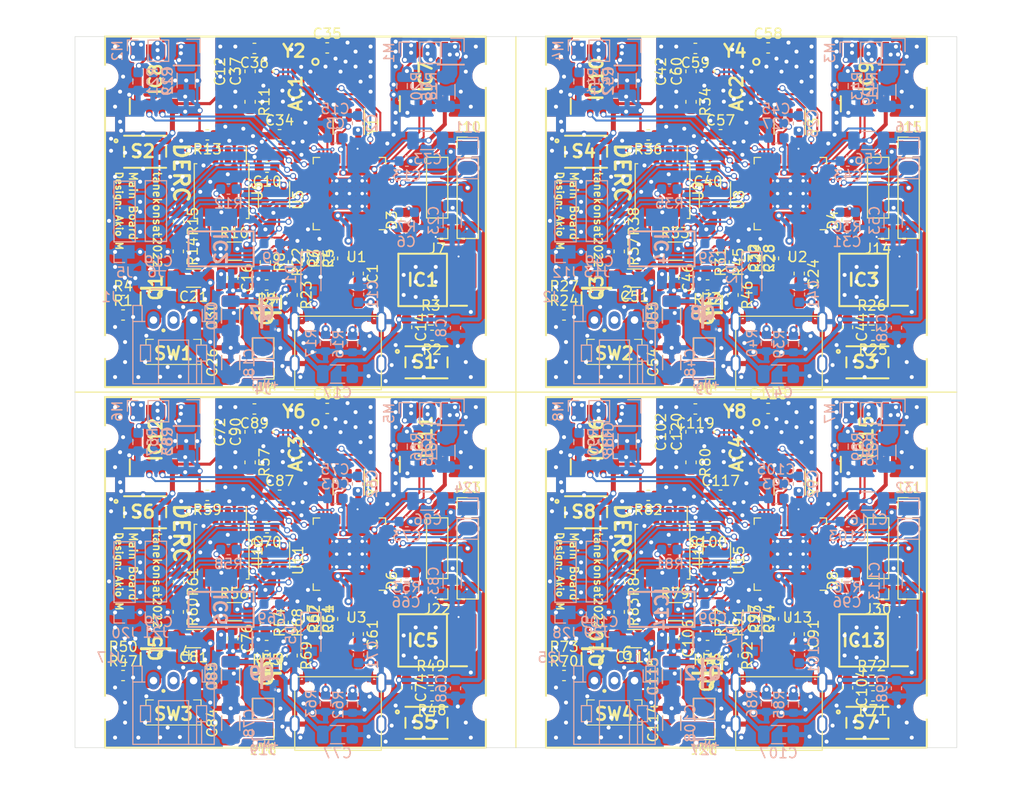
<source format=kicad_pcb>
(kicad_pcb (version 20211014) (generator pcbnew)
  (title_block (title "tanekosat2022_auto_runback_PCB") (company "DERC CanSat PJ") (comment 1 "Akio M"))
  (layers (0 "F.Cu" signal) (31 "B.Cu" power) (34 "B.Paste" user) (35 "F.Paste" user) (36 "B.SilkS" user "B.Silkscreen") (37 "F.SilkS" user "F.Silkscreen") (38 "B.Mask" user) (39 "F.Mask" user) (44 "Edge.Cuts" user))
  (net 0 "")
  (net 1 "+1V1")
  (net 2 "GND")
  (net 3 "+3V3")
  (net 4 "/+7V4")
  (net 5 "/VBUS")
  (net 6 "Net-(D3-Pad2)")
  (net 7 "/QSPI_SS")
  (net 8 "/QSPI_SD1")
  (net 9 "/QSPI_SD2")
  (net 10 "/QSPI_SD0")
  (net 11 "/QSPI_SCLK")
  (net 12 "/QSPI_SD3")
  (net 13 "/GPIO5_GNSS_TX")
  (net 14 "Net-(IC7-Pad7)")
  (net 16 "Net-(IC8-Pad7)")
  (net 18 "GND1")
  (net 19 "/USB_D-")
  (net 20 "/USB_D+")
  (net 21 "Net-(R16-Pad1)")
  (net 22 "Net-(J3-Pad2)")
  (net 23 "Net-(J4-Pad2)")
  (net 24 "/GPIO23_MOE_B_2")
  (net 25 "Net-(Q1-Pad1)")
  (net 26 "Net-(Q2-Pad1)")
  (net 27 "Net-(AC1-Pad4)")
  (net 29 "Net-(Q7-Pad1)")
  (net 30 "/~{USB_BOOT}")
  (net 31 "/XOUT")
  (net 33 "/RUN")
  (net 34 "/GPIO0")
  (net 35 "/GPIO1")
  (net 36 "/XIN")
  (net 37 "/SWCLK")
  (net 38 "/SWD")
  (net 39 "/GPIO20_MOE_A_1")
  (net 40 "/3V3_REG_OUT")
  (net 41 "Net-(R12-Pad2)")
  (net 42 "Net-(R5-Pad2)")
  (net 43 "/M1_MINUS")
  (net 44 "/M1_PLUS")
  (net 45 "/M2_MINUS")
  (net 46 "/M2_PLUS")
  (net 47 "/GPIO4_GNSS_RX")
  (net 48 "Net-(R6-Pad2)")
  (net 51 "Net-(AC1-Pad9)")
  (net 59 "Net-(AC1-Pad26)")
  (net 60 "Net-(AC1-Pad27)")
  (net 61 "/GPIO15_IMU_MOSI")
  (net 62 "/GPIO13_IMU_CS")
  (net 63 "/GPIO14_IMU_SCK")
  (net 64 "/GPIO12_IMU_MISO")
  (net 65 "/GPIO19_MO_B_2")
  (net 66 "/GPIO18_MO_B_1")
  (net 67 "Net-(R13-Pad1)")
  (net 68 "Net-(R14-Pad1)")
  (net 69 "/GPIO28_NichromeA")
  (net 70 "/GPIO29_NichromeB")
  (net 71 "/GPIO3_ToF_RST")
  (net 72 "/GPIO2_LED")
  (net 77 "/GPIO17_IMU_RST")
  (net 78 "/GPIO16_IMU_INT")
  (net 79 "/GPIO7_ToF_SCL")
  (net 80 "/GPIO6_ToF_SDA")
  (net 81 "Net-(R1-Pad1)")
  (net 82 "/GPIO8_I2C_EXT_SDA")
  (net 83 "/GPIO9_I2C_EXT_SCL")
  (net 84 "/GPIO11_MO_A_2")
  (net 85 "/GPIO10_MO_A_1")
  (net 86 "/GPIO26_ADC_I_monitor")
  (net 87 "/GPIO27_ADC_V_monitor")
  (net 88 "/GPIO21_MOE_B_1")
  (net 89 "/GPIO22_MOE_A_2")
  (net 90 "Net-(R17-Pad1)")
  (footprint "Capacitor_SMD:C_0603_1608Metric" (layer "F.Cu") (at 140.9068 97.182 180)
    (fp_text reference "C89")
    (fp_text value "22p")
  )
  (footprint "Capacitor_SMD:C_0603_1608Metric" (layer "F.Cu") (at 138.9002 63.4934 90)
    (fp_text reference "C12")
    (fp_text value "100n")
  )
  (footprint "Capacitor_SMD:C_0603_1608Metric" (layer "F.Cu") (at 142.1644 109.0438 180)
    (fp_text reference "C70")
    (fp_text value "100n")
  )
  (footprint "Package_SO:SSOP-8_5.25x5.24mm_P1.27mm" (layer "F.Cu") (at 181.6302 75.4314 -90)
    (fp_text reference "U9")
    (fp_text value "Opamp_Dual")
  )
  (footprint "Capacitor_SMD:C_0603_1608Metric" (layer "F.Cu") (at 158.636 89.8332 180)
    (fp_text reference "R2")
    (fp_text value "1k")
  )
  (footprint "SamacSys_Parts:SMT_4.2X3.2_" (layer "F.Cu") (at 130 107.5)
    (fp_text reference "S6")
    (fp_text value "SKRPACE010" hide)
  )
  (footprint "Capacitor_SMD:C_0603_1608Metric" (layer "F.Cu") (at 148.349 82.15 90)
    (fp_text reference "R6")
    (fp_text value "27")
  )
  (footprint "" (layer "F.Cu") (at 164 91)
    (fp_text reference "")
    (fp_text value "")
  )
  (footprint "Capacitor_SMD:C_0603_1608Metric" (layer "F.Cu") (at 151.27 119.661 -90)
    (fp_text reference "C61")
    (fp_text value "100n")
  )
  (footprint "Capacitor_SMD:C_0603_1608Metric" (layer "F.Cu") (at 177.3122 81.4512 -90)
    (fp_text reference "R37")
    (fp_text value "3k")
  )
  (footprint "Capacitor_SMD:C_0603_1608Metric" (layer "F.Cu") (at 143.777 82.518 -90)
    (fp_text reference "R22")
    (fp_text value "1k")
  )
  (footprint "Capacitor_SMD:C_0603_1608Metric" (layer "F.Cu") (at 189.301 118.124 -90)
    (fp_text reference "C97")
    (fp_text value "1u")
  )
  (footprint "MountingHole:MountingHole_2.2mm_M2" (layer "F.Cu") (at 164 99.9252)
    (fp_text reference "REF**10" hide)
    (fp_text value "MountingHole_2.2mm_M2")
  )
  (footprint "Capacitor_SMD:C_1206_3216Metric" (layer "F.Cu") (at 182.5446 92.551 90)
    (fp_text reference "C54")
    (fp_text value "100u")
  )
  (footprint "Resistor_SMD:R_1206_3216Metric" (layer "F.Cu") (at 182.9002 81.4258)
    (fp_text reference "R33")
    (fp_text value "0.01")
  )
  (footprint "SamacSys_Parts:SSAJ120100" (layer "F.Cu") (at 176.8296 127.4866)
    (fp_text reference "SW4")
    (fp_text value "SW_DIP_x01" hide)
  )
  (footprint "RP2040:RP2040-QFN-56" (layer "F.Cu") (at 150.3876 75.6769 180)
    (fp_text reference "U1")
    (fp_text value "RP2040")
  )
  (footprint "SamacSys_Parts:SOIC127P600X175-9N" (layer "F.Cu") (at 131.0516 100.2554 90)
    (fp_text reference "IC12")
    (fp_text value "TB67H450FNG,EL" hide)
  )
  (footprint "Capacitor_SMD:C_0603_1608Metric" (layer "F.Cu") (at 195.27 83.661 -90)
    (fp_text reference "C24")
    (fp_text value "100n")
  )
  (footprint "Capacitor_SMD:C_0603_1608Metric" (layer "F.Cu") (at 186.126 84.804 180)
    (fp_text reference "R32")
    (fp_text value "10k")
  )
  (footprint "tanekonsat:PinHeader_1x05_P2.00mm_Vertical" (layer "F.Cu") (at 206.192 107.1012)
    (fp_text reference "J31")
    (fp_text value "Conn_01x05_Female")
  )
  (footprint "MountingHole:MountingHole_2.2mm_M2" (layer "F.Cu") (at 126 64)
    (fp_text reference "REF**" hide)
    (fp_text value "MountingHole_2.2mm_M2")
  )
  (footprint "Capacitor_SMD:C_1206_3216Metric" (layer "F.Cu") (at 178.8362 120.1182 180)
    (fp_text reference "C111")
    (fp_text value "100u")
  )
  (footprint "RP2040:RP2040-QFN-56" (layer "F.Cu") (at 194.3876 75.6769 180)
    (fp_text reference "U2")
    (fp_text value "RP2040")
  )
  (footprint "MountingHole:MountingHole_2.2mm_M2" (layer "F.Cu") (at 164 63.9252)
    (fp_text reference "REF**" hide)
    (fp_text value "MountingHole_2.2mm_M2")
  )
  (footprint "Capacitor_SMD:C_0603_1608Metric" (layer "F.Cu") (at 151.27 83.661 -90)
    (fp_text reference "C1")
    (fp_text value "100n")
  )
  (footprint "Capacitor_SMD:C_0603_1608Metric" (layer "F.Cu") (at 142.126 120.804 180)
    (fp_text reference "R55")
    (fp_text value "10k")
  )
  (footprint "Capacitor_SMD:C_0603_1608Metric" (layer "F.Cu") (at 182.7478 120.0928 -90)
    (fp_text reference "C106")
    (fp_text value "1u")
  )
  (footprint "Capacitor_SMD:C_0603_1608Metric" (layer "F.Cu") (at 200.0452 114.327 90)
    (fp_text reference "D8")
    (fp_text value "LED")
  )
  (footprint "SamacSys_Parts:BNO085" (layer "F.Cu") (at 189.0216 102.0024 90)
    (fp_text reference "AC4")
    (fp_text value "BNO085" hide)
  )
  (footprint "SamacSys_Parts:SOT95P237X112-3N" (layer "F.Cu") (at 142.0752 87.5726 -90)
    (fp_text reference "Q2")
    (fp_text value "Q_NMOS_DGS" hide)
  )
  (footprint "Package_SO:SSOP-8_5.25x5.24mm_P1.27mm" (layer "F.Cu") (at 181.6302 111.4314 -90)
    (fp_text reference "U16")
    (fp_text value "Opamp_Dual")
  )
  (footprint "MountingHole:MountingHole_2.2mm_M2" (layer "F.Cu") (at 126 127)
    (fp_text reference "REF**7" hide)
    (fp_text value "MountingHole_2.2mm_M2")
  )
  (footprint "Capacitor_SMD:C_0603_1608Metric" (layer "F.Cu") (at 171.8128 86.3534)
    (fp_text reference "R27")
    (fp_text value "10k")
  )
  (footprint "SamacSys_Parts:SOT95P237X112-3N" (layer "F.Cu") (at 175.0542 121.127 90)
    (fp_text reference "Q10")
    (fp_text value "Q_NMOS_DGS" hide)
  )
  (footprint "Capacitor_SMD:C_0603_1608Metric" (layer "F.Cu") (at 186.1644 73.0438 180)
    (fp_text reference "C40")
    (fp_text value "100n")
  )
  (footprint "Capacitor_SMD:C_0603_1608Metric" (layer "F.Cu") (at 184.475 99.468 90)
    (fp_text reference "C120")
    (fp_text value "100n")
  )
  (footprint "Capacitor_SMD:C_0603_1608Metric" (layer "F.Cu") (at 149.7257 82.15 90)
    (fp_text reference "R5")
    (fp_text value "27")
  )
  (footprint "" (layer "F.Cu") (at 208 91)
    (fp_text reference "1")
    (fp_text value "")
  )
  (footprint "Capacitor_SMD:C_0603_1608Metric" (layer "F.Cu") (at 180.2078 69.818 180)
    (fp_text reference "R36")
    (fp_text value "1k")
  )
  (footprint "Capacitor_SMD:C_0603_1608Metric" (layer "F.Cu") (at 133.3122 117.4512 -90)
    (fp_text reference "R60")
    (fp_text value "3k")
  )
  (footprint "MountingHole:MountingHole_2.2mm_M2" (layer "F.Cu") (at 126 91)
    (fp_text reference "REF**" hide)
    (fp_text value "MountingHole_2.2mm_M2")
  )
  (footprint "Capacitor_SMD:C_0603_1608Metric" (layer "F.Cu") (at 138.7478 84.0928 -90)
    (fp_text reference "C16")
    (fp_text value "1u")
  )
  (footprint "SamacSys_Parts:SOT95P237X112-3N" (layer "F.Cu") (at 131.0542 121.127 90)
    (fp_text reference "Q5")
    (fp_text value "Q_NMOS_DGS" hide)
  )
  (footprint "Capacitor_SMD:C_0603_1608Metric" (layer "F.Cu") (at 182.9002 63.4934 90)
    (fp_text reference "C42")
    (fp_text value "100n")
  )
  (footprint "Capacitor_SMD:C_0603_1608Metric" (layer "F.Cu") (at 182.7478 84.0928 -90)
    (fp_text reference "C46")
    (fp_text value "1u")
  )
  (footprint "tanekonsat:USB_typeC_t" (layer "F.Cu") (at 188.93 87.92)
    (fp_text reference "U7")
    (fp_text value "USB_type_C")
  )
  (footprint "Capacitor_SMD:C_0603_1608Metric" (layer "F.Cu") (at 202.636 89.8332 180)
    (fp_text reference "R25")
    (fp_text value "1k")
  )
  (footprint "Capacitor_SMD:C_0603_1608Metric" (layer "F.Cu") (at 142.1644 73.0438 180)
    (fp_text reference "C10")
    (fp_text value "100n")
  )
  (footprint "Capacitor_SMD:C_0603_1608Metric" (layer "F.Cu") (at 184.475 63.468 90)
    (fp_text reference "C60")
    (fp_text value "100n")
  )
  (footprint "SamacSys_Parts:SOIC127P790X216-8N" (layer "F.Cu") (at 157.6962 84.296 180)
    (fp_text reference "IC1")
    (fp_text value "W25Q128JVSIQ" hide)
  )
  (footprint "Capacitor_SMD:C_0603_1608Metric" (layer "F.Cu") (at 189.301 82.124 -90)
    (fp_text reference "C32")
    (fp_text value "1u")
  )
  (footprint "Capacitor_SMD:C_0603_1608Metric" (layer "F.Cu") (at 146.825 82.137 -90)
    (fp_text reference "C4")
    (fp_text value "1u")
  )
  (footprint "Capacitor_SMD:C_0603_1608Metric" (layer "F.Cu") (at 143.4214 69.7926)
    (fp_text reference "C34")
    (fp_text value "100n")
  )
  (footprint "SamacSys_Parts:SOT95P237X112-3N" (layer "F.Cu") (at 142.0752 123.5726 -90)
    (fp_text reference "Q6")
    (fp_text value "Q_NMOS_DGS" hide)
  )
  (footprint "tanekonsat:PinHeader_1x05_P2.00mm_Vertical" (layer "F.Cu") (at 162.192 71.1012)
    (fp_text reference "J10")
    (fp_text value "Conn_01x05_Female")
  )
  (footprint "tanekonsat:USB_typeC_t" (layer "F.Cu") (at 144.93 87.92)
    (fp_text reference "U4")
    (fp_text value "USB_type_C")
  )
  (footprint "Resistor_SMD:R_1206_3216Metric" (layer "F.Cu") (at 138.9002 81.4258)
    (fp_text reference "R10")
    (fp_text value "0.01")
  )
  (footprint "tanekonsat:PinHeader_1x04_P2.00mm_Vertical" (layer "F.Cu") (at 203.144 79.1144 180)
    (fp_text reference "J14")
    (fp_text value "Conn_01x04_Female")
  )
  (footprint "tanekonsat:PinHeader_1x05_P2.00mm_Vertical" (layer "F.Cu") (at 162.192 107.1012)
    (fp_text reference "J23")
    (fp_text value "Conn_01x05_Female")
  )
  (footprint "SamacSys_Parts:BNO085" (layer "F.Cu") (at 145.0216 66.0024 90)
    (fp_text reference "AC1")
    (fp_text value "BNO085" hide)
  )
  (footprint "Package_TO_SOT_SMD:SOT-23-5" (layer "F.Cu") (at 150.32 68.9723 -90)
    (fp_text reference "Y1")
    (fp_text value "SIT2001BI-S2-33E-12.000000D")
  )
  (footprint "SamacSys_Parts:SOIC127P790X216-8N" (layer "F.Cu") (at 157.6962 120.296 180)
    (fp_text reference "IC5")
    (fp_text value "W25Q128JVSIQ" hide)
  )
  (footprint "MountingHole:MountingHole_2.2mm_M2" (layer "F.Cu") (at 126 100)
    (fp_text reference "REF**9" hide)
    (fp_text value "MountingHole_2.2mm_M2")
  )
  (footprint "Resistor_SMD:R_0603_1608Metric_Pad0.98x0.95mm_HandSolder" (layer "F.Cu") (at 158.5071 124.2838)
    (fp_text reference "R49")
    (fp_text value "DNF")
  )
  (footprint "Package_TO_SOT_SMD:SOT-23-5" (layer "F.Cu") (at 142.8626 112.295 -90)
    (fp_text reference "U11")
    (fp_text value "LT6106")
  )
  (footprint "Package_SO:SSOP-8_5.25x5.24mm_P1.27mm" (layer "F.Cu") (at 137.6302 111.4314 -90)
    (fp_text reference "U12")
    (fp_text value "Opamp_Dual")
  )
  (footprint "Resistor_SMD:R_0603_1608Metric_Pad0.98x0.95mm_HandSolder" (layer "F.Cu") (at 202.5071 88.2838)
    (fp_text reference "R26")
    (fp_text value "DNF")
  )
  (footprint "Capacitor_SMD:C_0603_1608Metric" (layer "F.Cu") (at 140.475 66.516 -90)
    (fp_text reference "R11")
    (fp_text value "10k")
  )
  (footprint "Capacitor_SMD:C_0603_1608Metric" (layer "F.Cu") (at 156.0452 78.327 90)
    (fp_text reference "D3")
    (fp_text value "LED")
  )
  (footprint "Capacitor_SMD:C_0603_1608Metric" (layer "F.Cu") (at 127.8128 122.3534)
    (fp_text reference "R50")
    (fp_text value "10k")
  )
  (footprint "Capacitor_SMD:C_1206_3216Metric" (layer "F.Cu") (at 138.5192 123.8774 90)
    (fp_text reference "C85")
    (fp_text value "100u")
  )
  (footprint "SamacSys_Parts:SOIC127P600X175-9N" (layer "F.Cu") (at 175.0516 100.2554 90)
    (fp_text reference "IC16")
    (fp_text value "TB67H450FNG,EL" hide)
  )
  (footprint "Capacitor_SMD:C_0603_1608Metric" (layer "F.Cu") (at 190.825 118.137 -90)
    (fp_text reference "C94")
    (fp_text value "1u")
  )
  (footprint "Capacitor_SMD:C_0603_1608Metric" (layer "F.Cu") (at 142.126 84.804 180)
    (fp_text reference "R9")
    (fp_text value "10k")
  )
  (footprint "SamacSys_Parts:SMT_4.2X3.2_" (layer "F.Cu") (at 158.0772 128.5256)
    (fp_text reference "S5")
    (fp_text value "SKRPACE010" hide)
  )
  (footprint "Capacitor_SMD:C_0603_1608Metric" (layer "F.Cu") (at 156.096 89.0204 -90)
    (fp_text reference "C14")
    (fp_text value "100n")
  )
  (footprint "tanekonsat:PinHeader_1x02_P2.00mm_Vertical" (layer "F.Cu") (at 141.7958 129.1352 180)
    (fp_text reference "J18")
    (fp_text value "Conn_01x02_Male")
  )
  (footprint "SamacSys_Parts:FC-135" (layer "F.Cu") (at 188.58531 61.296208 180)
    (fp_text reference "Y4")
    (fp_text value "FC-135_32.768KHz_7pF_+_-20ppm" hide)
  )
  (footprint "Capacitor_SMD:C_0603_1608Metric" (layer "F.Cu") (at 141.999 118.518 -90)
    (fp_text reference "R54")
    (fp_text value "1k")
  )
  (footprint "Resistor_SMD:R_0603_1608Metric_Pad0.98x0.95mm_HandSolder" (layer "F.Cu") (at 158.5071 88.2838)
    (fp_text reference "R3")
    (fp_text value "DNF")
  )
  (footprint "tanekonsat:PinHeader_1x05_P2.00mm_Vertical" (layer "F.Cu") (at 206.192 71.1012)
    (fp_text reference "J15")
    (fp_text value "Conn_01x05_Female")
  )
  (footprint "SamacSys_Parts:SOIC127P600X175-9N" (layer "F.Cu") (at 202 64.0014 90)
    (fp_text reference "IC9")
    (fp_text value "TB67H450FNG,EL" hide)
  )
  (footprint "Capacitor_SMD:C_0603_1608Metric" (layer "F.Cu") (at 145.301 82.124 -90)
    (fp_text reference "C7")
    (fp_text value "1u")
  )
  (footprint "Capacitor_SMD:C_0603_1608Metric" (layer "F.Cu") (at 184.9068 97.182 180)
    (fp_text reference "C119")
    (fp_text value "22p")
  )
  (footprint "Capacitor_SMD:C_0603_1608Metric" (layer "F.Cu") (at 144.666 85.807 -90)
    (fp_text reference "R23")
    (fp_text value "10k")
  )
  (footprint "Resistor_SMD:R_1206_3216Metric" (layer "F.Cu") (at 182.9002 117.4258)
    (fp_text reference "R79")
    (fp_text value "0.01")
  )
  (footprint "Capacitor_SMD:C_0603_1608Metric" (layer "F.Cu") (at 193.7257 118.15 90)
    (fp_text reference "R74")
    (fp_text value "27")
  )
  (footprint "SamacSys_Parts:SSAJ120100" (layer "F.Cu") (at 132.8296 127.4866)
    (fp_text reference "SW3")
    (fp_text value "SW_DIP_x01" hide)
  )
  (footprint "Capacitor_SMD:C_0603_1608Metric" (layer "F.Cu") (at 187.777 82.518 -90)
    (fp_text reference "R45")
    (fp_text value "1k")
  )
  (footprint "SamacSys_Parts:SMT_4.2X3.2_" (layer "F.Cu") (at 202.0772 128.5256)
    (fp_text reference "S7")
    (fp_text value "SKRPACE010" hide)
  )
  (footprint "MountingHole:MountingHole_2.2mm_M2" (layer "F.Cu") (at 208 99.9252)
    (fp_text reference "REF**16" hide)
    (fp_text value "MountingHole_2.2mm_M2")
  )
  (footprint "Capacitor_SMD:C_0603_1608Metric" (layer "F.Cu") (at 148.1712 61.1312)
    (fp_text reference "C35")
    (fp_text value "22p")
  )
  (footprint "SamacSys_Parts:SOT95P237X112-3N" (layer "F.Cu") (at 131.0542 85.127 90)
    (fp_text reference "Q1")
    (fp_text value "Q_NMOS_DGS" hide)
  )
  (footprint "Capacitor_SMD:C_1206_3216Metric" (layer "F.Cu") (at 182.5192 123.8774 90)
    (fp_text reference "C115")
    (fp_text value "100u")
  )
  (footprint "MountingHole:MountingHole_2.2mm_M2" (layer "F.Cu") (at 208 63.9252)
    (fp_text reference "REF**4" hide)
    (fp_text value "MountingHole_2.2mm_M2")
  )
  (footprint "MountingHole:MountingHole_2.2mm_M2" (layer "F.Cu") (at 164 91)
    (fp_text reference "REF**" hide)
    (fp_text value "MountingHole_2.2mm_M2")
  )
  (footprint "Package_TO_SOT_SMD:SOT-23-5" (layer "F.Cu") (at 142.8626 76.295 -90)
    (fp_text reference "U5")
    (fp_text value "LT6106")
  )
  (footprint "tanekonsat:PinHeader_1x04_P2.00mm_Vertical" (layer "F.Cu") (at 203.144 115.1144 180)
    (fp_text reference "J30")
    (fp_text value "Conn_01x04_Female")
  )
  (footprint "MountingHole:MountingHole_2.2mm_M2" (layer "F.Cu") (at 170 127)
    (fp_text reference "REF**13" hide)
    (fp_text value "MountingHole_2.2mm_M2")
  )
  (footprint "SamacSys_Parts:BNO085" (layer "F.Cu") (at 145.0216 102.0024 90)
    (fp_text reference "AC3")
    (fp_text value "BNO085" hide)
  )
  (footprint "SamacSys_Parts:SOIC127P600X175-9N" (layer "F.Cu") (at 131.0516 64.2554 90)
    (fp_text reference "IC8")
    (fp_text value "TB67H450FNG,EL" hide)
  )
  (footprint "Capacitor_SMD:C_0603_1608Metric" (layer "F.Cu") (at 138.9002 99.4934 90)
    (fp_text reference "C72")
    (fp_text value "100n")
  )
  (footprint "SamacSys_Parts:SMT_4.2X3.2_" (layer "F.Cu") (at 174 71.5)
    (fp_text reference "S4")
    (fp_text value "SKRPACE010" hide)
  )
  (footprint "Capacitor_SMD:C_0603_1608Metric" (layer "F.Cu") (at 195.27 119.661 -90)
    (fp_text reference "C91")
    (fp_text value "100n")
  )
  (footprint "Resistor_SMD:R_1206_3216Metric" (layer "F.Cu") (at 138.9002 117.4258)
    (fp_text reference "R56")
    (fp_text value "0.01")
  )
  (footprint "Capacitor_SMD:C_0603_1608Metric" (layer "F.Cu") (at 186.1644 109.0438 180)
    (fp_text reference "C100")
    (fp_text value "100n")
  )
  (footprint "" (layer "F.Cu") (at 208 127)
    (fp_text reference "5")
    (fp_text value "")
  )
  (footprint "" (layer "F.Cu") (at 178.125 121.5914)
    (fp_text reference "6")
    (fp_text value "")
  )
  (footprint "" (layer "F.Cu") (at 164 127)
    (fp_text reference "3")
    (fp_text value "")
  )
  (footprint "SamacSys_Parts:SMT_4.2X3.2_" (layer "F.Cu") (at 158.0772 92.5256)
    (fp_text reference "S1")
    (fp_text value "SKRPACE010" hide)
  )
  (footprint "Capacitor_SMD:C_0603_1608Metric" (layer "F.Cu") (at 141.999 82.518 -90)
    (fp_text reference "R8")
    (fp_text value "1k")
  )
  (footprint "Capacitor_SMD:C_1206_3216Metric" (layer "F.Cu") (at 134.8362 120.1182 180)
    (fp_text reference "C81")
    (fp_text value "100u")
  )
  (footprint "Package_TO_SOT_SMD:SOT-23-5" (layer "F.Cu") (at 194.32 104.9723 -90)
    (fp_text reference "Y7")
    (fp_text value "SIT2001BI-S2-33E-12.000000D")
  )
  (footprint "Capacitor_SMD:C_1206_3216Metric" (layer "F.Cu") (at 178.8362 84.1182 180)
    (fp_text reference "C51")
    (fp_text value "100u")
  )
  (footprint "" (layer "F.Cu") (at 134.125 121.5914)
    (fp_text reference "4")
    (fp_text value "")
  )
  (footprint "Capacitor_SMD:C_0603_1608Metric" (layer "F.Cu") (at 192.1712 61.1312)
    (fp_text reference "C58")
    (fp_text value "22p")
  )
  (footprint "Capacitor_SMD:C_0603_1608Metric" (layer "F.Cu") (at 136.2078 105.818 180)
    (fp_text reference "R59")
    (fp_text value "1k")
  )
  (footprint "Capacitor_SMD:C_0603_1608Metric" (layer "F.Cu") (at 158.636 125.8332 180)
    (fp_text reference "R48")
    (fp_text value "1k")
  )
  (footprint "RP2040:RP2040-QFN-56" (layer "F.Cu") (at 150.3876 111.6769 180)
    (fp_text reference "U3")
    (fp_text value "RP2040")
  )
  (footprint "MountingHole:MountingHole_2.2mm_M2" (layer "F.Cu") (at 170 100)
    (fp_text reference "REF**15" hide)
    (fp_text value "MountingHole_2.2mm_M2")
  )
  (footprint "SamacSys_Parts:SMT_4.2X3.2_" (layer "F.Cu") (at 174 107.5)
    (fp_text reference "S8")
    (fp_text value "SKRPACE010" hide)
  )
  (footprint "Capacitor_SMD:C_0603_1608Metric" (layer "F.Cu") (at 188.666 85.807 -90)
    (fp_text reference "R46")
    (fp_text value "10k")
  )
  (footprint "Capacitor_SMD:C_0603_1608Metric" (layer "F.Cu") (at 140.475 99.468 90)
    (fp_text reference "C90")
    (fp_text value "100n")
  )
  (footprint "Capacitor_SMD:C_0603_1608Metric" (layer "F.Cu") (at 192.349 82.15 90)
    (fp_text reference "R29")
    (fp_text value "27")
  )
  (footprint "Capacitor_SMD:C_1206_3216Metric" (layer "F.Cu") (at 182.5192 87.8774 90)
    (fp_text reference "C55")
    (fp_text value "100u")
  )
  (footprint "Capacitor_SMD:C_0603_1608Metric" (layer "F.Cu") (at 140.475 102.516 -90)
    (fp_text reference "R57")
    (fp_text value "10k")
  )
  (footprint "Capacitor_SMD:C_0603_1608Metric" (layer "F.Cu") (at 180.2078 105.818 180)
    (fp_text reference "R82")
    (fp_text value "1k")
  )
  (footprint "MountingHole:MountingHole_2.2mm_M2" (layer "F.Cu") (at 170 91)
    (fp_text reference "REF**1" hide)
    (fp_text value "MountingHole_2.2mm_M2")
  )
  (footprint "Resistor_SMD:R_0603_1608Metric_Pad0.98x0.95mm_HandSolder" (layer "F.Cu") (at 202.5071 124.2838)
    (fp_text reference "R72")
    (fp_text value "DNF")
  )
  (footprint "SamacSys_Parts:SOT95P237X112-3N" (layer "F.Cu") (at 175.0542 85.127 90)
    (fp_text reference "Q3")
    (fp_text value "Q_NMOS_DGS" hide)
  )
  (footprint "tanekonsat:USB_typeC_t" (layer "F.Cu") (at 188.93 123.92)
    (fp_text reference "U14")
    (fp_text value "USB_type_C")
  )
  (footprint "Capacitor_SMD:C_0603_1608Metric" (layer "F.Cu") (at 148.1712 97.1312)
    (fp_text reference "C88")
    (fp_text value "22p")
  )
  (footprint "tanekonsat:PinHeader_1x04_P2.00mm_Vertical" (layer "F.Cu") (at 159.144 115.1144 180)
    (fp_text reference "J22")
    (fp_text value "Conn_01x04_Female")
  )
  (footprint "Capacitor_SMD:C_0603_1608Metric" (layer "F.Cu") (at 187.4214 69.7926)
    (fp_text reference "C57")
    (fp_text value "100n")
  )
  (footprint "Capacitor_SMD:C_0603_1608Metric" (layer "F.Cu") (at 186.126 120.804 180)
    (fp_text reference "R78")
    (fp_text value "10k")
  )
  (footprint "Capacitor_SMD:C_0603_1608Metric" (layer "F.Cu") (at 143.777 118.518 -90)
    (fp_text reference "R68")
    (fp_text value "1k")
  )
  (footprint "Capacitor_SMD:C_0603_1608Metric" (layer "F.Cu") (at 171.8128 122.3534)
    (fp_text reference "R73")
    (fp_text value "10k")
  )
  (footprint "Capacitor_SMD:C_0603_1608Metric" (layer "F.Cu") (at 146.825 118.137 -90)
    (fp_text reference "C64")
    (fp_text value "1u")
  )
  (footprint "Capacitor_SMD:C_0603_1608Metric" (layer "F.Cu") (at 133.3376 78.454 -90)
    (fp_text reference "R15")
    (fp_text value "1k")
  )
  (footprint "Capacitor_SMD:C_0603_1608Metric" (layer "F.Cu") (at 144.666 121.807 -90)
    (fp_text reference "R69")
    (fp_text value "10k")
  )
  (footprint "Capacitor_SMD:C_0603_1608Metric" (layer "F.Cu") (at 187.777 118.518 -90)
    (fp_text reference "R91")
    (fp_text value "1k")
  )
  (footprint "Capacitor_SMD:C_0603_1608Metric" (layer "F.Cu") (at 184.9068 61.182 180)
    (fp_text reference "C59")
    (fp_text value "22p")
  )
  (footprint "Capacitor_SMD:C_0603_1608Metric" (layer "F.Cu") (at 140.9068 61.182 180)
    (fp_text reference "C36")
    (fp_text value "22p")
  )
  (footprint "SamacSys_Parts:SOT95P237X112-3N" (layer "F.Cu") (at 186.0752 87.5726 -90)
    (fp_text reference "Q4")
    (fp_text value "Q_NMOS_DGS" hide)
  )
  (footprint "SamacSys_Parts:SOIC127P790X216-8N" (layer "F.Cu") (at 201.6962 84.296 180)
    (fp_text reference "IC3")
    (fp_text value "W25Q128JVSIQ" hide)
  )
  (footprint "Package_TO_SOT_SMD:SOT-23-5" (layer "F.Cu") (at 186.8626 112.295 -90)
    (fp_text reference "U15")
    (fp_text value "LT6106")
  )
  (footprint "Capacitor_SMD:C_0603_1608Metric" (layer "F.Cu") (at 200.0452 78.327 90)
    (fp_text reference "D4")
    (fp_text value "LED")
  )
  (footprint "Capacitor_SMD:C_0603_1608Metric" (layer "F.Cu") (at 187.4214 105.7926)
    (fp_text reference "C117")
    (fp_text value "100n")
  )
  (footprint "Capacitor_SMD:C_0603_1608Metric" (layer "F.Cu") (at 156.096 125.0204 -90)
    (fp_text reference "C74")
    (fp_text value "100n")
  )
  (footprint "SamacSys_Parts:SOIC127P790X216-8N" (layer "F.Cu") (at 201.6962 120.296 180)
    (fp_text reference "IC13")
    (fp_text value "W25Q128JVSIQ" hide)
  )
  (footprint "tanekonsat:PinHeader_1x04_P2.00mm_Vertical" (layer "F.Cu") (at 159.144 79.1144 180)
    (fp_text reference "J7")
    (fp_text value "Conn_01x04_Female")
  )
  (footprint "MountingHole:MountingHole_2.2mm_M2" (layer "F.Cu") (at 164 127)
    (fp_text reference "REF**8" hide)
    (fp_text value "MountingHole_2.2mm_M2")
  )
  (footprint "SamacSys_Parts:SMT_4.2X3.2_" (layer "F.Cu") (at 202.0772 92.5256)
    (fp_text reference "S3")
    (fp_text value "SKRPACE010" hide)
  )
  (footprint "" (layer "F.Cu") (at 178.125 85.5914)
    (fp_text reference "2")
    (fp_text value "")
  )
  (footprint "" (layer "F.Cu") (at 134.125 85.5914)
    (fp_text reference "")
    (fp_text value "")
  )
  (footprint "Capacitor_SMD:C_0603_1608Metric" (layer "F.Cu") (at 185.999 118.518 -90)
    (fp_text reference "R77")
    (fp_text value "1k")
  )
  (footprint "Capacitor_SMD:C_1206_3216Metric" (layer "F.Cu") (at 138.5192 87.8774 90)
    (fp_text reference "C30")
    (fp_text value "100u")
  )
  (footprint "MountingHole:MountingHole_2.2mm_M2" (layer "F.Cu") (at 170 64)
    (fp_text reference "REF**3" hide)
    (fp_text value "MountingHole_2.2mm_M2")
  )
  (footprint "SamacSys_Parts:SOT95P237X112-3N" (layer "F.Cu") (at 186.0752 123.5726 -90)
    (fp_text reference "Q11")
    (fp_text value "Q_NMOS_DGS" hide)
  )
  (footprint "Capacitor_SMD:C_0603_1608Metric" (layer "F.Cu") (at 184.475 66.516 -90)
    (fp_text reference "R34")
    (fp_text value "10k")
  )
  (footprint "Capacitor_SMD:C_0603_1608Metric" (layer "F.Cu") (at 149.7257 118.15 90)
    (fp_text reference "R51")
    (fp_text value "27")
  )
  (footprint "Capacitor_SMD:C_0603_1608Metric" (layer "F.Cu") (at 127.8004 123.8012)
    (fp_text reference "R47")
    (fp_text value "10k")
  )
  (footprint "Capacitor_SMD:C_0603_1608Metric" (layer "F.Cu") (at 200.096 89.0204 -90)
    (fp_text reference "C44")
    (fp_text value "100n")
  )
  (footprint "Capacitor_SMD:C_0603_1608Metric" (layer "F.Cu") (at 193.7257 82.15 90)
    (fp_text reference "R28")
    (fp_text value "27")
  )
  (footprint "Capacitor_SMD:C_0603_1608Metric" (layer "F.Cu") (at 133.3376 114.454 -90)
    (fp_text reference "R61")
    (fp_text value "1k")
  )
  (footprint "Capacitor_SMD:C_0603_1608Metric" (layer "F.Cu") (at 138.7478 120.0928 -90)
    (fp_text reference "C76")
    (fp_text value "1u")
  )
  (footprint "Package_SO:SSOP-8_5.25x5.24mm_P1.27mm" (layer "F.Cu") (at 137.6302 75.4314 -90)
    (fp_text reference "U6")
    (fp_text value "Opamp_Dual")
  )
  (footprint "Capacitor_SMD:C_0603_1608Metric" (layer "F.Cu") (at 148.349 118.15 90)
    (fp_text reference "R52")
    (fp_text value "27")
  )
  (footprint "SamacSys_Parts:FC-135" (layer "F.Cu") (at 144.58531 97.296208 180)
    (fp_text reference "Y6")
    (fp_text value "FC-135_32.768KHz_7pF_+_-20ppm" hide)
  )
  (footprint "Capacitor_SMD:C_1206_3216Metric" (layer "F.Cu") (at 138.5446 128.551 90)
    (fp_text reference "C84")
    (fp_text value "100u")
  )
  (footprint "Capacitor_SMD:C_0603_1608Metric" (layer "F.Cu") (at 177.3376 78.454 -90)
    (fp_text reference "R38")
    (fp_text value "1k")
  )
  (footprint "SamacSys_Parts:SSAJ120100" (layer "F.Cu") (at 176.8296 91.4866)
    (fp_text reference "SW2")
    (fp_text value "SW_DIP_x01" hide)
  )
  (footprint "Capacitor_SMD:C_0603_1608Metric" (layer "F.Cu") (at 190.825 82.137 -90)
    (fp_text reference "C28")
    (fp_text value "1u")
  )
  (footprint "MountingHole:MountingHole_2.2mm_M2" (layer "F.Cu") (at 208 127)
    (fp_text reference "REF**14" hide)
    (fp_text value "MountingHole_2.2mm_M2")
  )
  (footprint "Capacitor_SMD:C_1206_3216Metric" (layer "F.Cu") (at 134.8362 84.1182 180)
    (fp_text reference "C21")
    (fp_text value "100u")
  )
  (footprint "tanekonsat:PinHeader_1x02_P2.00mm_Vertical" (layer "F.Cu") (at 185.7958 129.1352 180)
    (fp_text reference "J26")
    (fp_text value "Conn_01x02_Male")
  )
  (footprint "Capacitor_SMD:C_0603_1608Metric" (layer "F.Cu") (at 177.3122 117.4512 -90)
    (fp_text reference "R83")
    (fp_text value "3k")
  )
  (footprint "tanekonsat:PinHeader_1x02_P2.00mm_Vertical" (layer "F.Cu") (at 141.7958 93.1352 180)
    (fp_text reference "J3")
    (fp_text value "Conn_01x02_Male")
  )
  (footprint "Capacitor_SMD:C_0603_1608Metric" (layer "F.Cu") (at 136.2078 69.818 180)
    (fp_text reference "R13")
    (fp_text value "1k")
  )
  (footprint "Capacitor_SMD:C_0603_1608Metric" (layer "F.Cu") (at 200.096 125.0204 -90)
    (fp_text reference "C104")
    (fp_text value "100n")
  )
  (footprint "Capacitor_SMD:C_0603_1608Metric" (layer "F.Cu") (at 127.8004 87.8012)
    (fp_text reference "R1")
    (fp_text value "10k")
  )
  (footprint "Capacitor_SMD:C_0603_1608Metric" (layer "F.Cu") (at 177.3376 114.454 -90)
    (fp_text reference "R84")
    (fp_text value "1k")
  )
  (footprint "Capacitor_SMD:C_0603_1608Metric" (layer "F.Cu") (at 143.4214 105.7926)
    (fp_text reference "C87")
    (fp_text value "100n")
  )
  (footprint "SamacSys_Parts:SOIC127P600X175-9N" (layer "F.Cu") (at 175.0516 64.2554 90)
    (fp_text reference "IC10")
    (fp_text value "TB67H450FNG,EL" hide)
  )
  (footprint "Capacitor_SMD:C_0603_1608Metric" (layer "F.Cu") (at 184.475 102.516 -90)
    (fp_text reference "R80")
    (fp_text value "10k")
  )
  (footprint "Capacitor_SMD:C_0603_1608Metric" (layer "F.Cu") (at 171.8004 123.8012)
    (fp_text reference "R70")
    (fp_text value "10k")
  )
  (footprint "Capacitor_SMD:C_1206_3216Metric" (layer "F.Cu") (at 182.5446 128.551 90)
    (fp_text reference "C114")
    (fp_text value "100u")
  )
  (footprint "Capacitor_SMD:C_0603_1608Metric" (layer "F.Cu") (at 182.9002 99.4934 90)
    (fp_text reference "C102")
    (fp_text value "100n")
  )
  (footprint "Capacitor_SMD:C_1206_3216Metric" (layer "F.Cu") (at 138.5446 92.551 90)
    (fp_text reference "C26")
    (fp_text value "100u")
  )
  (footprint "tanekonsat:USB_typeC_t" (layer "F.Cu") (at 144.93 123.92)
    (fp_text reference "U10")
    (fp_text value "USB_type_C")
  )
  (footprint "Package_TO_SOT_SMD:SOT-23-5" (layer "F.Cu") (at 150.32 104.9723 -90)
    (fp_text reference "Y5")
    (fp_text value "SIT2001BI-S2-33E-12.000000D")
  )
  (footprint "Capacitor_SMD:C_0603_1608Metric" (layer "F.Cu") (at 127.8128 86.3534)
    (fp_text reference "R4")
    (fp_text value "10k")
  )
  (footprint "Package_TO_SOT_SMD:SOT-23-5" (layer "F.Cu") (at 194.32 68.9723 -90)
    (fp_text reference "Y3")
    (fp_text value "SIT2001BI-S2-33E-12.000000D")
  )
  (footprint "SamacSys_Parts:FC-135" (layer "F.Cu") (at 144.58531 61.296208 180)
    (fp_text reference "Y2")
    (fp_text value "FC-135_32.768KHz_7pF_+_-20ppm" hide)
  )
  (footprint "SamacSys_Parts:BNO085" (layer "F.Cu") (at 189.0216 66.0024 90)
    (fp_text reference "AC2")
    (fp_text value "BNO085" hide)
  )
  (footprint "Capacitor_SMD:C_0603_1608Metric" (layer "F.Cu") (at 185.999 82.518 -90)
    (fp_text reference "R31")
    (fp_text value "1k")
  )
  (footprint "Package_TO_SOT_SMD:SOT-23-5" (layer "F.Cu") (at 186.8626 76.295 -90)
    (fp_text reference "U8")
    (fp_text value "LT6106")
  )
  (footprint "SamacSys_Parts:SOIC127P600X175-9N" (layer "F.Cu") (at 158 100.0014 90)
    (fp_text reference "IC11")
    (fp_text value "TB67H450FNG,EL" hide)
  )
  (footprint "Capacitor_SMD:C_0603_1608Metric" (layer "F.Cu") (at 192.349 118.15 90)
    (fp_text reference "R75")
    (fp_text value "27")
  )
  (footprint "Capacitor_SMD:C_0603_1608Metric" (layer "F.Cu") (at 171.8004 87.8012)
    (fp_text reference "R24")
    (fp_text value "10k")
  )
  (footprint "MountingHole:MountingHole_2.2mm_M2" (layer "F.Cu") (at 208 91)
    (fp_text reference "REF**2" hide)
    (fp_text value "MountingHole_2.2mm_M2")
  )
  (footprint "SamacSys_Parts:SMT_4.2X3.2_" (layer "F.Cu") (at 130 71.5)
    (fp_text reference "S2")
    (fp_text value "SKRPACE010" hide)
  )
  (footprint "Capacitor_SMD:C_0603_1608Metric" (layer "F.Cu") (at 140.475 63.468 90)
    (fp_text reference "C37")
    (fp_text value "100n")
  )
  (footprint "tanekonsat:PinHeader_1x02_P2.00mm_Vertical" (layer "F.Cu") (at 185.7958 93.1352 180)
    (fp_text reference "J8")
    (fp_text value "Conn_01x02_Male")
  )
  (footprint "SamacSys_Parts:FC-135" (layer "F.Cu") (at 188.58531 97.296208 180)
    (fp_text reference "Y8")
    (fp_text value "FC-135_32.768KHz_7pF_+_-20ppm" hide)
  )
  (footprint "Capacitor_SMD:C_0603_1608Metric" (layer "F.Cu") (at 188.666 121.807 -90)
    (fp_text reference "R92")
    (fp_text value "10k")
  )
  (footprint "Capacitor_SMD:C_0603_1608Metric" (layer "F.Cu") (at 192.1712 97.1312)
    (fp_text reference "C118")
    (fp_text value "22p")
  )
  (footprint "SamacSys_Parts:SSAJ120100" (layer "F.Cu") (at 132.8296 91.4866)
    (fp_text reference "SW1")
    (fp_text value "SW_DIP_x01" hide)
  )
  (footprint "SamacSys_Parts:SOIC127P600X175-9N" (layer "F.Cu") (at 158 64.0014 90)
    (fp_text reference "IC7")
    (fp_text value "TB67H450FNG,EL" hide)
  )
  (footprint "Capacitor_SMD:C_0603_1608Metric" (layer "F.Cu") (at 133.3122 81.4512 -90)
    (fp_text reference "R14")
    (fp_text value "3k")
  )
  (footprint "Capacitor_SMD:C_0603_1608Metric" (layer "F.Cu") (at 156.0452 114.327 90)
    (fp_text reference "D6")
    (fp_text value "LED")
  )
  (footprint "SamacSys_Parts:SOIC127P600X175-9N" (layer "F.Cu") (at 202 100.0014 90)
    (fp_text reference "IC15")
    (fp_text value "TB67H450FNG,EL" hide)
  )
  (footprint "Capacitor_SMD:C_0603_1608Metric" (layer "F.Cu") (at 202.636 125.8332 180)
    (fp_text reference "R71")
    (fp_text value "1k")
  )
  (footprint "RP2040:RP2040-QFN-56" (layer "F.Cu") (at 194.3876 111.6769 180)
    (fp_text reference "U13")
    (fp_text value "RP2040")
  )
  (footprint "Capacitor_SMD:C_0603_1608Metric" (layer "F.Cu") (at 145.301 118.124 -90)
    (fp_text reference "C67")
    (fp_text value "1u")
  )
  (footprint "Diode_SMD:D_SOD-123" (layer "B.Cu") (at 190.5456 83.7372 -90)
    (fp_text reference "D2")
    (fp_text value "1N4148W")
  )
  (footprint "tanekonsat:PinHeader_1x02_P2.00mm_Vertical" (layer "B.Cu") (at 129.2896 97.4106 -90)
    (fp_text reference "M6")
    (fp_text value "Motor_DC")
  )
  (footprint "Capacitor_SMD:C_0603_1608Metric" (layer "B.Cu") (at 151.1938 104.662 90)
    (fp_text reference "C62")
    (fp_text value "10p")
  )
  (footprint "Capacitor_SMD:C_1206_3216Metric" (layer "B.Cu") (at 175.331 120.296 180)
    (fp_text reference "C109")
    (fp_text value "100u")
  )
  (footprint "Resistor_SMD:R_0603_1608Metric_Pad0.98x0.95mm_HandSolder" (layer "B.Cu") (at 173.299 100.484 90)
    (fp_text reference "R90")
    (fp_text value "R")
  )
  (footprint "Capacitor_SMD:C_1206_3216Metric" (layer "B.Cu") (at 160.0076 101.5 -90)
    (fp_text reference "C65")
    (fp_text value "100u")
  )
  (footprint "SamacSys_Parts:SOT95P237X112-3N" (layer "B.Cu") (at 185.6282 123.598 180)
    (fp_text reference "Q12")
    (fp_text value "Q_NMOS_DGS" hide)
  )
  (footprint "Connector_JST:JST_PH_S3B-PH-K_1x03_P2.00mm_Horizontal" (layer "B.Cu") (at 134.8362 124.3092 180)
    (fp_text reference "J17")
    (fp_text value "Conn_01x02_Male")
  )
  (footprint "Capacitor_SMD:C_0603_1608Metric" (layer "B.Cu") (at 151.1938 68.662 90)
    (fp_text reference "C2")
    (fp_text value "10p")
  )
  (footprint "Resistor_SMD:R_0603_1608Metric_Pad0.98x0.95mm_HandSolder" (layer "B.Cu") (at 173.299 64.484 90)
    (fp_text reference "R44")
    (fp_text value "R")
  )
  (footprint "Capacitor_SMD:C_1206_3216Metric" (layer "B.Cu") (at 204.6426 114.3506 -90)
    (fp_text reference "C113")
    (fp_text value "100u")
  )
  (footprint "tanekonsat:PinHeader_1x02_P2.00mm_Vertical" (layer "B.Cu") (at 129.2896 61.4106 -90)
    (fp_text reference "M2")
    (fp_text value "Motor_DC")
  )
  (footprint "Capacitor_SMD:C_0603_1608Metric" (layer "B.Cu") (at 200.096 113.5396)
    (fp_text reference "R76")
    (fp_text value "1k")
  )
  (footprint "Capacitor_SMD:C_1206_3216Metric" (layer "B.Cu") (at 138.5446 123.9028 -90)
    (fp_text reference "C80")
    (fp_text value "100u")
  )
  (footprint "Capacitor_SMD:C_1206_3216Metric" (layer "B.Cu") (at 182.5446 87.9028 -90)
    (fp_text reference "C50")
    (fp_text value "100u")
  )
  (footprint "Capacitor_SMD:C_1206_3216Metric" (layer "B.Cu") (at 158.2042 106.3768)
    (fp_text reference "C86")
    (fp_text value "100u")
  )
  (footprint "Capacitor_SMD:C_1206_3216Metric" (layer "B.Cu") (at 149.2 129.7)
    (fp_text reference "C77")
    (fp_text value "100u")
  )
  (footprint "tanekonsat:PinHeader_1x02_P2.00mm_Vertical" (layer "B.Cu") (at 206.1666 107.1294 180)
    (fp_text reference "J32")
    (fp_text value "Conn_01x02_Female")
  )
  (footprint "Capacitor_SMD:C_0603_1608Metric" (layer "B.Cu") (at 182.316 75.2282)
    (fp_text reference "R35")
    (fp_text value "100")
  )
  (footprint "Capacitor_SMD:C_1206_3216Metric" (layer "B.Cu") (at 158.2042 70.3768)
    (fp_text reference "C33")
    (fp_text value "100u")
  )
  (footprint "Capacitor_SMD:C_0603_1608Metric" (layer "B.Cu") (at 148.984 70.1228 180)
    (fp_text reference "C3")
    (fp_text value "100n")
  )
  (footprint "Resistor_SMD:R_0603_1608Metric_Pad0.98x0.95mm_HandSolder" (layer "B.Cu") (at 129.299 100.484 90)
    (fp_text reference "R67")
    (fp_text value "R")
  )
  (footprint "tanekonsat:PinHeader_1x02_P2.00mm_Vertical" (layer "B.Cu") (at 173.2896 97.4106 -90)
    (fp_text reference "M8")
    (fp_text value "Motor_DC")
  )
  (footprint "Capacitor_SMD:C_0603_1608Metric" (layer "B.Cu") (at 195.2954 85.7438 90)
    (fp_text reference "C41")
    (fp_text value "100n")
  )
  (footprint "Connector_PinHeader_2.54mm:PinHeader_1x01_P2.54mm_Vertical" (layer "B.Cu") (at 178.1504 61.5884 180)
    (fp_text reference "REF**5" hide)
    (fp_text value "PinHeader_1x01_P2.54mm_Vertical")
  )
  (footprint "tanekonsat:PinHeader_1x02_P2.00mm_Vertical" (layer "B.Cu") (at 185.745 93.17)
    (fp_text reference "J9")
    (fp_text value "Conn_01x02_Male")
  )
  (footprint "Resistor_SMD:R_0603_1608Metric" (layer "B.Cu") (at 192 90.6 -90)
    (fp_text reference "R40")
    (fp_text value "5.1k")
  )
  (footprint "Resistor_SMD:R_0603_1608Metric_Pad0.98x0.95mm_HandSolder" (layer "B.Cu") (at 130.7722 100.484 90)
    (fp_text reference "R65")
    (fp_text value "R")
  )
  (footprint "Connector_JST:JST_PH_S3B-PH-K_1x03_P2.00mm_Horizontal" (layer "B.Cu") (at 134.8362 88.3092 180)
    (fp_text reference "J1")
    (fp_text value "Conn_01x02_Male")
  )
  (footprint "Capacitor_SMD:C_0603_1608Metric" (layer "B.Cu") (at 160.9728 89.0712 -90)
    (fp_text reference "C8")
    (fp_text value "100n")
  )
  (footprint "Capacitor_SMD:C_1206_3216Metric" (layer "B.Cu") (at 175.331 84.296 180)
    (fp_text reference "C49")
    (fp_text value "100u")
  )
  (footprint "Capacitor_SMD:C_1206_3216Metric" (layer "B.Cu") (at 138.5446 92.551 90)
    (fp_text reference "C18")
    (fp_text value "100u")
  )
  (footprint "Resistor_SMD:R_0603_1608Metric_Pad0.98x0.95mm_HandSolder" (layer "B.Cu") (at 130.7722 64.484 90)
    (fp_text reference "R19")
    (fp_text value "R")
  )
  (footprint "Capacitor_SMD:C_1206_3216Metric" (layer "B.Cu") (at 182.5446 128.551 90)
    (fp_text reference "C108")
    (fp_text value "100u")
  )
  (footprint "Connector_PinHeader_2.54mm:PinHeader_1x01_P2.54mm_Vertical" (layer "B.Cu") (at 204.5 97.5 180)
    (fp_text reference "REF**18" hide)
    (fp_text value "PinHeader_1x01_P2.54mm_Vertical")
  )
  (footprint "Capacitor_SMD:C_1206_3216Metric" (layer "B.Cu") (at 204.0076 101.5 -90)
    (fp_text reference "C95")
    (fp_text value "100u")
  )
  (footprint "Resistor_SMD:R_0603_1608Metric" (layer "B.Cu") (at 192 126.6 -90)
    (fp_text reference "R86")
    (fp_text value "5.1k")
  )
  (footprint "Resistor_SMD:R_0603_1608Metric" (layer "B.Cu") (at 150.7 126.7 -90)
    (fp_text reference "R62")
    (fp_text value "5.1k")
  )
  (footprint "Capacitor_SMD:C_1206_3216Metric" (layer "B.Cu") (at 178.0996 64.3824 -90)
    (fp_text reference "C52")
    (fp_text value "100u")
  )
  (footprint "SamacSys_Parts:SOT95P237X112-3N" (layer "B.Cu") (at 141.6282 123.598 180)
    (fp_text reference "Q9")
    (fp_text value "Q_NMOS_DGS" hide)
  )
  (footprint "Capacitor_SMD:C_0603_1608Metric" (layer "B.Cu") (at 138.316 75.2282)
    (fp_text reference "R12")
    (fp_text value "100")
  )
  (footprint "Capacitor_SMD:C_0603_1608Metric" (layer "B.Cu") (at 192.9586 68.6496 180)
    (fp_text reference "C45")
    (fp_text value "100n")
  )
  (footprint "Capacitor_SMD:C_0603_1608Metric" (layer "B.Cu") (at 195.1938 104.662 90)
    (fp_text reference "C92")
    (fp_text value "10p")
  )
  (footprint "Capacitor_SMD:C_0603_1608Metric" (layer "B.Cu") (at 156.0452 115.0636)
    (fp_text reference "C66")
    (fp_text value "100n")
  )
  (footprint "Capacitor_SMD:C_1206_3216Metric" (layer "B.Cu") (at 202.2042 70.3768)
    (fp_text reference "C56")
    (fp_text value "100u")
  )
  (footprint "Capacitor_SMD:C_1206_3216Metric" (layer "B.Cu") (at 193.2 93.7)
    (fp_text reference "C47")
    (fp_text value "100u")
  )
  (footprint "SamacSys_Parts:SOT230P700X180-4N" (layer "B.Cu") (at 181.5794 81.1972 90)
    (fp_text reference "IC4")
    (fp_text value "ADP3338AKCZ-3.3-RL" hide)
  )
  (footprint "Capacitor_SMD:C_0603_1608Metric" (layer "B.Cu") (at 156.1214 72.4342)
    (fp_text reference "C13")
    (fp_text value "100n")
  )
  (footprint "Capacitor_SMD:C_0603_1608Metric" (layer "B.Cu") (at 156.096 113.5396)
    (fp_text reference "R53")
    (fp_text value "1k")
  )
  (footprint "Resistor_SMD:R_0603_1608Metric_Pad0.98x0.95mm_HandSolder" (layer "B.Cu") (at 157.1374 100.9412 90)
    (fp_text reference "R64")
    (fp_text value "R")
  )
  (footprint "Capacitor_SMD:C_1206_3216Metric" (layer "B.Cu") (at 134.0996 64.3824 -90)
    (fp_text reference "C22")
    (fp_text value "100u")
  )
  (footprint "Capacitor_SMD:C_0603_1608Metric" (layer "B.Cu") (at 204.9728 89.0712 -90)
    (fp_text reference "C38")
    (fp_text value "100n")
  )
  (footprint "Resistor_SMD:R_0603_1608Metric_Pad0.98x0.95mm_HandSolder" (layer "B.Cu") (at 199.6388 100.9412 90)
    (fp_text reference "R89")
    (fp_text value "R")
  )
  (footprint "tanekonsat:PinHeader_1x02_P2.00mm_Vertical" (layer "B.Cu") (at 156.4064 97.6138 -90)
    (fp_text reference "M5")
    (fp_text value "Motor_DC")
  )
  (footprint "tanekonsat:PinHeader_1x04_P2.00mm_Vertical" (layer "B.Cu") (at 127.9528 81.5)
    (fp_text reference "J5")
    (fp_text value "Conn_01x04_Male")
  )
  (footprint "Capacitor_SMD:C_1206_3216Metric" (layer "B.Cu") (at 160.0076 65.5 -90)
    (fp_text reference "C5")
    (fp_text value "100u")
  )
  (footprint "Capacitor_SMD:C_1206_3216Metric" (layer "B.Cu") (at 131.331 84.296 180)
    (fp_text reference "C19")
    (fp_text value "100u")
  )
  (footprint "Capacitor_SMD:C_1206_3216Metric" (layer "B.Cu") (at 138.5446 87.9028 -90)
    (fp_text reference "C20")
    (fp_text value "100u")
  )
  (footprint "Capacitor_SMD:C_1206_3216Metric" (layer "B.Cu") (at 138.5446 128.551 90)
    (fp_text reference "C78")
    (fp_text value "100u")
  )
  (footprint "Resistor_SMD:R_0603_1608Metric_Pad0.98x0.95mm_HandSolder" (layer "B.Cu") (at 174.7722 64.484 90)
    (fp_text reference "R42")
    (fp_text value "R")
  )
  (footprint "Diode_SMD:D_SOD-123" (layer "B.Cu") (at 146.5456 83.7372 -90)
    (fp_text reference "D1")
    (fp_text value "1N4148W")
  )
  (footprint "tanekonsat:PinHeader_1x02_P2.00mm_Vertical" (layer "B.Cu") (at 173.2896 61.4106 -90)
    (fp_text reference "M4")
    (fp_text value "Motor_DC")
  )
  (footprint "tanekonsat:PinHeader_1x04_P2.00mm_Vertical" (layer "B.Cu") (at 175.077 117.454)
    (fp_text reference "J29")
    (fp_text value "Conn_01x04_Male")
  )
  (footprint "Capacitor_SMD:C_0603_1608Metric" (layer "B.Cu") (at 200.096 77.5396)
    (fp_text reference "R30")
    (fp_text value "1k")
  )
  (footprint "Capacitor_SMD:C_0603_1608Metric" (layer "B.Cu") (at 148.9586 68.6496 180)
    (fp_text reference "C15")
    (fp_text value "100n")
  )
  (footprint "tanekonsat:PinHeader_1x04_P2.00mm_Vertical" (layer "B.Cu") (at 131.077 117.454)
    (fp_text reference "J21")
    (fp_text value "Conn_01x04_Male")
  )
  (footprint "Capacitor_SMD:C_1206_3216Metric" (layer "B.Cu") (at 204.6426 78.3506 -90)
    (fp_text reference "C53")
    (fp_text value "100u")
  )
  (footprint "Capacitor_SMD:C_0603_1608Metric" (layer "B.Cu") (at 151.2954 121.7438 90)
    (fp_text reference "C71")
    (fp_text value "100n")
  )
  (footprint "Capacitor_SMD:C_1206_3216Metric" (layer "B.Cu") (at 134.0996 100.3824 -90)
    (fp_text reference "C82")
    (fp_text value "100u")
  )
  (footprint "tanekonsat:PinHeader_1x04_P2.00mm_Vertical" (layer "B.Cu") (at 131.077 81.454)
    (fp_text reference "J6")
    (fp_text value "Conn_01x04_Male")
  )
  (footprint "Capacitor_SMD:C_0603_1608Metric" (layer "B.Cu") (at 182.316 111.2282)
    (fp_text reference "R81")
    (fp_text value "100")
  )
  (footprint "Capacitor_SMD:C_1206_3216Metric" (layer "B.Cu") (at 204.0076 65.5 -90)
    (fp_text reference "C29")
    (fp_text value "100u")
  )
  (footprint "tanekonsat:PinHeader_1x04_P2.00mm_Vertical" (layer "B.Cu") (at 175.077 81.454)
    (fp_text reference "J13")
    (fp_text value "Conn_01x04_Male")
  )
  (footprint "Capacitor_SMD:C_0603_1608Metric" (layer "B.Cu") (at 151.2954 85.7438 90)
    (fp_text reference "C11")
    (fp_text value "100n")
  )
  (footprint "Capacitor_SMD:C_0603_1608Metric" (layer "B.Cu") (at 200.1214 108.4342)
    (fp_text reference "C103")
    (fp_text value "100n")
  )
  (footprint "tanekonsat:PinHeader_1x02_P2.00mm_Vertical" (layer "B.Cu") (at 200.4064 97.6138 -90)
    (fp_text reference "M7")
    (fp_text value "Motor_DC")
  )
  (footprint "Resistor_SMD:R_0603_1608Metric_Pad0.98x0.95mm_HandSolder" (layer "B.Cu") (at 129.299 64.484 90)
    (fp_text reference "R21")
    (fp_text value "R")
  )
  (footprint "Resistor_SMD:R_0603_1608Metric" (layer "B.Cu") (at 194.7 126.7 -90)
    (fp_text reference "R85")
    (fp_text value "5.1k")
  )
  (footprint "Capacitor_SMD:C_0603_1608Metric" (layer "B.Cu") (at 200.1214 72.4342)
    (fp_text reference "C43")
    (fp_text value "100n")
  )
  (footprint "Connector_PinHeader_2.54mm:PinHeader_1x01_P2.54mm_Vertical" (layer "B.Cu") (at 160.5 97.5 180)
    (fp_text reference "REF**12" hide)
    (fp_text value "PinHeader_1x01_P2.54mm_Vertical")
  )
  (footprint "Connector_PinHeader_2.54mm:PinHeader_1x01_P2.54mm_Vertical" (layer "B.Cu") (at 134.1504 97.5884 180)
    (fp_text reference "REF**11" hide)
    (fp_text value "PinHeader_1x01_P2.54mm_Vertical")
  )
  (footprint "Capacitor_SMD:C_0603_1608Metric" (layer "B.Cu") (at 142.634 80.6638)
    (fp_text reference "C9")
    (fp_text value "1u")
  )
  (footprint "Capacitor_SMD:C_0603_1608Metric" (layer "B.Cu") (at 192.984 70.1228 180)
    (fp_text reference "C27")
    (fp_text value "100n")
  )
  (footprint "Capacitor_SMD:C_0603_1608Metric" (layer "B.Cu") (at 148.9586 104.6496 180)
    (fp_text reference "C75")
    (fp_text value "100n")
  )
  (footprint "Capacitor_SMD:C_0603_1608Metric" (layer "B.Cu") (at 200.0452 115.0636)
    (fp_text reference "C96")
    (fp_text value "100n")
  )
  (footprint "Resistor_SMD:R_0603_1608Metric" (layer "B.Cu") (at 194.7 90.7 -90)
    (fp_text reference "R39")
    (fp_text value "5.1k")
  )
  (footprint "Capacitor_SMD:C_0603_1608Metric" (layer "B.Cu") (at 192.9586 104.6496 180)
    (fp_text reference "C105")
    (fp_text value "100n")
  )
  (footprint "Capacitor_SMD:C_0603_1608Metric" (layer "B.Cu") (at 195.2954 121.7438 90)
    (fp_text reference "C101")
    (fp_text value "100n")
  )
  (footprint "Resistor_SMD:R_0603_1608Metric_Pad0.98x0.95mm_HandSolder" (layer "B.Cu") (at 174.7722 100.484 90)
    (fp_text reference "R88")
    (fp_text value "R")
  )
  (footprint "Capacitor_SMD:C_1206_3216Metric" (layer "B.Cu") (at 193.2 129.7)
    (fp_text reference "C107")
    (fp_text value "100u")
  )
  (footprint "Capacitor_SMD:C_0603_1608Metric" (layer "B.Cu") (at 186.634 80.6638)
    (fp_text reference "C39")
    (fp_text value "1u")
  )
  (footprint "Resistor_SMD:R_0603_1608Metric_Pad0.98x0.95mm_HandSolder" (layer "B.Cu") (at 199.6388 64.9412 90)
    (fp_text reference "R43")
    (fp_text value "R")
  )
  (footprint "tanekonsat:PinHeader_1x04_P2.00mm_Vertical" (layer "B.Cu") (at 171.9528 117.5)
    (fp_text reference "J28")
    (fp_text value "Conn_01x04_Male")
  )
  (footprint "Resistor_SMD:R_0603_1608Metric_Pad0.98x0.95mm_HandSolder" (layer "B.Cu") (at 155.6388 64.9412 90)
    (fp_text reference "R20")
    (fp_text value "R")
  )
  (footprint "Capacitor_SMD:C_1206_3216Metric" (layer "B.Cu") (at 131.331 120.296 180)
    (fp_text reference "C79")
    (fp_text value "100u")
  )
  (footprint "Connector_PinHeader_2.54mm:PinHeader_1x01_P2.54mm_Vertical" (layer "B.Cu") (at 160.5 61.5 180)
    (fp_text reference "REF**" hide)
    (fp_text value "PinHeader_1x01_P2.54mm_Vertical")
  )
  (footprint "SamacSys_Parts:SOT230P700X180-4N" (layer "B.Cu") (at 137.5794 117.1972 90)
    (fp_text reference "IC6")
    (fp_text value "ADP3338AKCZ-3.3-RL" hide)
  )
  (footprint "Capacitor_SMD:C_0603_1608Metric" (layer "B.Cu") (at 192.984 106.1228 180)
    (fp_text reference "C93")
    (fp_text value "100n")
  )
  (footprint "Capacitor_SMD:C_0603_1608Metric" (layer "B.Cu") (at 156.0452 79.0636)
    (fp_text reference "C6")
    (fp_text value "100n")
  )
  (footprint "Connector_PinHeader_2.54mm:PinHeader_1x01_P2.54mm_Vertical" (layer "B.Cu") (at 204.5 61.5 180)
    (fp_text reference "REF**6" hide)
    (fp_text value "PinHeader_1x01_P2.54mm_Vertical")
  )
  (footprint "tanekonsat:PinHeader_1x02_P2.00mm_Vertical" (layer "B.Cu") (at 141.745 129.17)
    (fp_text reference "J19")
    (fp_text value "Conn_01x02_Male")
  )
  (footprint "tanekonsat:PinHeader_1x02_P2.00mm_Vertical" (layer "B.Cu") (at 162.1666 107.1294 180)
    (fp_text reference "J24")
    (fp_text value "Conn_01x02_Female")
  )
  (footprint "tanekonsat:PinHeader_1x02_P2.00mm_Vertical" (layer "B.Cu") (at 141.745 93.17)
    (fp_text reference "J4")
    (fp_text value "Conn_01x02_Male")
  )
  (footprint "tanekonsat:PinHeader_1x04_P2.00mm_Vertical" (layer "B.Cu") (at 171.9528 81.5)
    (fp_text reference "J12")
    (fp_text value "Conn_01x04_Male")
  )
  (footprint "Capacitor_SMD:C_1206_3216Metric" (layer "B.Cu") (at 160.6426 78.3506 -90)
    (fp_text reference "C23")
    (fp_text value "100u")
  )
  (footprint "Capacitor_SMD:C_1206_3216Metric" (layer "B.Cu") (at 182.5446 123.9028 -90)
    (fp_text reference "C110")
    (fp_text value "100u")
  )
  (footprint "Capacitor_SMD:C_0603_1608Metric" (layer "B.Cu") (at 195.1938 68.662 90)
    (fp_text reference "C25")
    (fp_text value "10p")
  )
  (footprint "Capacitor_SMD:C_0603_1608Metric" (layer "B.Cu") (at 186.634 116.6638)
    (fp_text reference "C99")
    (fp_text value "1u")
  )
  (footprint "Capacitor_SMD:C_0603_1608Metric" (layer "B.Cu") (at 138.316 111.2282)
    (fp_text reference "R58")
    (fp_text value "100")
  )
  (footprint "Capacitor_SMD:C_0603_1608Metric" (layer "B.Cu") (at 142.634 116.6638)
    (fp_text reference "C69")
    (fp_text value "1u")
  )
  (footprint "tanekonsat:PinHeader_1x02_P2.00mm_Vertical" (layer "B.Cu") (at 206.1666 71.1294 180)
    (fp_text reference "J16")
    (fp_text value "Conn_01x02_Female")
  )
  (footprint "tanekonsat:PinHeader_1x02_P2.00mm_Vertical" (layer "B.Cu") (at 162.1666 71.1294 180)
    (fp_text reference "J11")
    (fp_text value "Conn_01x02_Female")
  )
  (footprint "Resistor_SMD:R_0603_1608Metric_Pad0.98x0.95mm_HandSolder" (layer "B.Cu") (at 201.1374 64.9412 90)
    (fp_text reference "R41")
    (fp_text value "R")
  )
  (footprint "SamacSys_Parts:SOT95P237X112-3N" (layer "B.Cu") (at 141.6282 87.598 180)
    (fp_text reference "Q7")
    (fp_text value "Q_NMOS_DGS" hide)
  )
  (footprint "Connector_JST:JST_PH_S3B-PH-K_1x03_P2.00mm_Horizontal" (layer "B.Cu") (at 178.8362 88.3092 180)
    (fp_text reference "J2")
    (fp_text value "Conn_01x02_Male")
  )
  (footprint "Capacitor_SMD:C_1206_3216Metric" (layer "B.Cu") (at 202.2042 106.3768)
    (fp_text reference "C116")
    (fp_text value "100u")
  )
  (footprint "SamacSys_Parts:SOT230P700X180-4N" (layer "B.Cu") (at 181.5794 117.1972 90)
    (fp_text reference "IC14")
    (fp_text value "ADP3338AKCZ-3.3-RL" hide)
  )
  (footprint "Resistor_SMD:R_0603_1608Metric" (layer "B.Cu") (at 148 90.6 -90)
    (fp_text reference "R17")
    (fp_text value "5.1k")
  )
  (footprint "Resistor_SMD:R_0603_1608Metric_Pad0.98x0.95mm_HandSolder" (layer "B.Cu") (at 157.1374 64.9412 90)
    (fp_text reference "R18")
    (fp_text value "R")
  )
  (footprint "SamacSys_Parts:SOT230P700X180-4N" (layer "B.Cu") (at 137.5794 81.1972 90)
    (fp_text reference "IC2")
    (fp_text value "ADP3338AKCZ-3.3-RL" hide)
  )
  (footprint "Resistor_SMD:R_0603_1608Metric_Pad0.98x0.95mm_HandSolder" (layer "B.Cu") (at 155.6388 100.9412 90)
    (fp_text reference "R66")
    (fp_text value "R")
  )
  (footprint "Capacitor_SMD:C_0603_1608Metric" (layer "B.Cu") (at 204.9728 125.0712 -90)
    (fp_text reference "C98")
    (fp_text value "100n")
  )
  (footprint "Capacitor_SMD:C_0603_1608Metric" (layer "B.Cu") (at 160.9728 125.0712 -90)
    (fp_text reference "C68")
    (fp_text value "100n")
  )
  (footprint "Resistor_SMD:R_0603_1608Metric_Pad0.98x0.95mm_HandSolder" (layer "B.Cu") (at 201.1374 100.9412 90)
    (fp_text reference "R87")
    (fp_text value "R")
  )
  (footprint "Capacitor_SMD:C_0603_1608Metric" (layer "B.Cu") (at 148.984 106.1228 180)
    (fp_text reference "C63")
    (fp_text value "100n")
  )
  (footprint "Capacitor_SMD:C_0603_1608Metric" (layer "B.Cu") (at 200.0452 79.0636)
    (fp_text reference "C31")
    (fp_text value "100n")
  )
  (footprint "tanekonsat:PinHeader_1x02_P2.00mm_Vertical" (layer "B.Cu") (at 156.4064 61.6138 -90)
    (fp_text reference "M1")
    (fp_text value "Motor_DC")
  )
  (footprint "Connector_PinHeader_2.54mm:PinHeader_1x01_P2.54mm_Vertical" (layer "B.Cu") (at 134.1504 61.5884 180)
    (fp_text reference "REF**" hide)
    (fp_text value "PinHeader_1x01_P2.54mm_Vertical")
  )
  (footprint "Capacitor_SMD:C_1206_3216Metric" (layer "B.Cu") (at 160.6426 114.3506 -90)
    (fp_text reference "C83")
    (fp_text value "100u")
  )
  (footprint "Resistor_SMD:R_0603_1608Metric" (layer "B.Cu") (at 150.7 90.7 -90)
    (fp_text reference "R16")
    (fp_text value "5.1k")
  )
  (footprint "Diode_SMD:D_SOD-123" (layer "B.Cu") (at 190.5456 119.7372 -90)
    (fp_text reference "D7")
    (fp_text value "1N4148W")
  )
  (footprint "Capacitor_SMD:C_1206_3216Metric" (layer "B.Cu") (at 182.5446 92.551 90)
    (fp_text reference "C48")
    (fp_text value "100u")
  )
  (footprint "Connector_PinHeader_2.54mm:PinHeader_1x01_P2.54mm_Vertical" (layer "B.Cu") (at 178.1504 97.5884 180)
    (fp_text reference "REF**17" hide)
    (fp_text value "PinHeader_1x01_P2.54mm_Vertical")
  )
  (footprint "Connector_JST:JST_PH_S3B-PH-K_1x03_P2.00mm_Horizontal" (layer "B.Cu") (at 178.8362 124.3092 180)
    (fp_text reference "J25")
    (fp_text value "Conn_01x02_Male")
  )
  (footprint "Capacitor_SMD:C_1206_3216Metric" (layer "B.Cu") (at 178.0996 100.3824 -90)
    (fp_text reference "C112")
    (fp_text value "100u")
  )
  (footprint "tanekonsat:PinHeader_1x02_P2.00mm_Vertical" (layer "B.Cu") (at 185.745 129.17)
    (fp_text reference "J27")
    (fp_text value "Conn_01x02_Male")
  )
  (footprint "Diode_SMD:D_SOD-123" (layer "B.Cu") (at 146.5456 119.7372 -90)
    (fp_text reference "D5")
    (fp_text value "1N4148W")
  )
  (footprint "Capacitor_SMD:C_0603_1608Metric" (layer "B.Cu") (at 156.1214 108.4342)
    (fp_text reference "C73")
    (fp_text value "100n")
  )
  (footprint "tanekonsat:PinHeader_1x02_P2.00mm_Vertical" (layer "B.Cu") (at 200.4064 61.6138 -90)
    (fp_text reference "M3")
    (fp_text value "Motor_DC")
  )
  (footprint "tanekonsat:PinHeader_1x04_P2.00mm_Vertical" (layer "B.Cu") (at 127.9528 117.5)
    (fp_text reference "J20")
    (fp_text value "Conn_01x04_Male")
  )
  (footprint "Capacitor_SMD:C_0603_1608Metric" (layer "B.Cu") (at 156.096 77.5396)
    (fp_text reference "R7")
    (fp_text value "1k")
  )
  (footprint "Resistor_SMD:R_0603_1608Metric" (layer "B.Cu") (at 148 126.6 -90)
    (fp_text reference "R63")
    (fp_text value "5.1k")
  )
  (footprint "Capacitor_SMD:C_1206_3216Metric" (layer "B.Cu") (at 149.2 93.7)
    (fp_text reference "C17")
    (fp_text value "100u")
  )
  (footprint "SamacSys_Parts:SOT95P237X112-3N" (layer "B.Cu") (at 185.6282 87.598 180)
    (fp_text reference "Q8")
    (fp_text value "Q_NMOS_DGS" hide)
  )
  (gr_rect (start 208 131) (end 170 96) (layer "F.SilkS") (width 0.2) (fill none))
  (gr_line (start 167 60) (end 167 131) (layer "F.SilkS") (width 0.12))
  (gr_line (start 123 95.5) (end 211 95.5) (layer "F.SilkS") (width 0.12))
  (gr_rect (start 164 95) (end 126 60) (layer "F.SilkS") (width 0.2) (fill none))
  (gr_rect (start 208 95) (end 170 60) (layer "F.SilkS") (width 0.2) (fill none))
  (gr_rect (start 164 131) (end 126 96) (layer "F.SilkS") (width 0.2) (fill none))
  (gr_rect (start 123 60) (end 211 131) (layer "Edge.Cuts") (width 0.05) (fill none))
  (gr_text "Design: Akio M" (at 127.4 77.4 270) (layer "F.SilkS") (effects (font (size 0.7 0.7))))
  (gr_text "Main Board" (at 172.8 73.4 270) (layer "F.SilkS") (effects (font (size 0.8 0.8)) (justify left)))
  (gr_text "Design: Akio M" (at 171.4 113.4 270) (layer "F.SilkS") (effects (font (size 0.7 0.7))))
  (gr_text "Design: Akio M" (at 127.4 113.4 270) (layer "F.SilkS") (effects (font (size 0.7 0.7))))
  (gr_text "tanekonsat2022" (at 175.2 73.4 270) (layer "F.SilkS") (effects (font (size 0.8 0.8)) (justify left)))
  (gr_text "Design: Akio M" (at 171.4 77.4 270) (layer "F.SilkS") (effects (font (size 0.7 0.7))))
  (gr_text "tanekonsat2022" (at 131.2 109.4 270) (layer "F.SilkS") (effects (font (size 0.8 0.8)) (justify left)))
  (gr_text "Main Board" (at 172.8 109.4 270) (layer "F.SilkS") (effects (font (size 0.8 0.8)) (justify left)))
  (gr_text "DERC" (at 133.6 109.6 270) (layer "F.SilkS") (effects (font (size 1.5 1.5) (thickness 0.3))))
  (gr_text "DERC" (at 177.6 109.6 270) (layer "F.SilkS") (effects (font (size 1.5 1.5) (thickness 0.3))))
  (gr_text "Main Board" (at 128.8 109.4 270) (layer "F.SilkS") (effects (font (size 0.8 0.8)) (justify left)))
  (gr_text "DERC" (at 133.6 73.6 270) (layer "F.SilkS") (effects (font (size 1.5 1.5) (thickness 0.3))))
  (gr_text "Main Board" (at 128.8 73.4 270) (layer "F.SilkS") (effects (font (size 0.8 0.8)) (justify left)))
  (gr_text "tanekonsat2022" (at 131.2 73.4 270) (layer "F.SilkS") (effects (font (size 0.8 0.8)) (justify left)))
  (gr_text "tanekonsat2022" (at 175.2 109.4 270) (layer "F.SilkS") (effects (font (size 0.8 0.8)) (justify left)))
  (gr_text "DERC" (at 177.6 73.6 270) (layer "F.SilkS") (effects (font (size 1.5 1.5) (thickness 0.3))))
  (segment (start 194.592961 82.2036) (end 194.616 82.180561) (width 0.2) (layer "F.Cu") (net 1))
  (segment (start 148.5876 115.646195) (end 146.871795 117.362) (width 0.2) (layer "F.Cu") (net 1))
  (segment (start 192.5876 78.19) (end 192.73 78.0476) (width 0.2) (layer "F.Cu") (net 1))
  (segment (start 194.592961 118.2036) (end 194.616 118.180561) (width 0.2) (layer "F.Cu") (net 1))
  (segment (start 150.592961 82.2036) (end 150.616 82.180561) (width 0.2) (layer "F.Cu") (net 1))
  (segment (start 194.2881 116.3844) (end 194.2881 116.3063) (width 0.2) (layer "F.Cu") (net 1))
  (segment (start 150.5876 118.2036) (end 150.592961 118.2036) (width 0.2) (layer "F.Cu") (net 1))
  (segment (start 149.7876 107.1674) (end 149.64996 107.1674) (width 0.2) (layer "F.Cu") (net 1))
  (segment (start 192.5876 114.19) (end 192.73 114.0476) (width 0.2) (layer "F.Cu") (net 1))
  (segment (start 194.2881 80.3844) (end 194.4572 80.3844) (width 0.4) (layer "F.Cu") (net 1))
  (segment (start 150.5876 80.0068) (end 150.5876 82.2036) (width 0.2) (layer "F.Cu") (net 1))
  (segment (start 150.592961 118.2036) (end 150.616 118.180561) (width 0.2) (layer "F.Cu") (net 1))
  (segment (start 192.5876 115.1144) (end 192.5876 115.646195) (width 0.2) (layer "F.Cu") (net 1))
  (segment (start 192.5876 79.1144) (end 192.5876 79.646195) (width 0.2) (layer "F.Cu") (net 1))
  (segment (start 150.5876 82.2036) (end 150.592961 82.2036) (width 0.2) (layer "F.Cu") (net 1))
  (segment (start 146.871795 117.362) (end 146.825 117.362) (width 0.2) (layer "F.Cu") (net 1))
  (segment (start 194.2881 116.3844) (end 194.4572 116.3844) (width 0.4) (layer "F.Cu") (net 1))
  (segment (start 192.5876 115.646195) (end 190.871795 117.362) (width 0.2) (layer "F.Cu") (net 1))
  (segment (start 192.5876 115.1144) (end 192.5876 114.19) (width 0.2) (layer "F.Cu") (net 1))
  (segment (start 148.5876 115.1144) (end 148.5876 114.19) (width 0.2) (layer "F.Cu") (net 1))
  (segment (start 192.5876 79.646195) (end 190.871795 81.362) (width 0.2) (layer "F.Cu") (net 1))
  (segment (start 150.4572 116.3844) (end 150.48808 116.35352) (width 0.4) (layer "F.Cu") (net 1))
  (segment (start 150.5876 115.1144) (end 150.5876 116.0068) (width 0.2) (layer "F.Cu") (net 1))
  (segment (start 193.7876 71.1674) (end 193.7876 72.2394) (width 0.2) (layer "F.Cu") (net 1))
  (segment (start 150.4572 80.3844) (end 150.48808 80.35352) (width 0.4) (layer "F.Cu") (net 1))
  (segment (start 148.5876 114.19) (end 148.73 114.0476) (width 0.2) (layer "F.Cu") (net 1))
  (segment (start 194.48808 116.35352) (end 194.48808 116.1084) (width 0.4) (layer "F.Cu") (net 1))
  (segment (start 148.5876 115.1144) (end 148.5876 115.646195) (width 0.2) (layer "F.Cu") (net 1))
  (segment (start 148.5876 79.1144) (end 148.5876 79.646195) (width 0.2) (layer "F.Cu") (net 1))
  (segment (start 150.5876 118.2036) (end 151.27 118.886) (width 0.2) (layer "F.Cu") (net 1))
  (segment (start 150.48808 80.35352) (end 150.48808 80.1084) (width 0.4) (layer "F.Cu") (net 1))
  (segment (start 194.2881 80.3844) (end 194.2881 80.3063) (width 0.2) (layer "F.Cu") (net 1))
  (segment (start 150.48808 116.35352) (end 150.48808 116.1084) (width 0.4) (layer "F.Cu") (net 1))
  (segment (start 194.5876 80.0068) (end 194.5876 82.2036) (width 0.2) (layer "F.Cu") (net 1))
  (segment (start 194.5876 82.2036) (end 194.592961 82.2036) (width 0.2) (layer "F.Cu") (net 1))
  (segment (start 149.7876 71.1674) (end 149.64996 71.1674) (width 0.2) (layer "F.Cu") (net 1))
  (segment (start 194.4572 80.3844) (end 194.48808 80.35352) (width 0.4) (layer "F.Cu") (net 1))
  (segment (start 192.5876 79.1144) (end 192.5876 78.19) (width 0.2) (layer "F.Cu") (net 1))
  (segment (start 150.2881 80.3844) (end 150.2881 80.3063) (width 0.2) (layer "F.Cu") (net 1))
  (segment (start 194.5876 82.2036) (end 195.27 82.886) (width 0.2) (layer "F.Cu") (net 1))
  (segment (start 149.64996 107.1674) (end 149.546083 107.271277) (width 0.2) (layer "F.Cu") (net 1))
  (segment (start 193.64996 71.1674) (end 193.546083 71.271277) (width 0.2) (layer "F.Cu") (net 1))
  (segment (start 149.7876 107.1674) (end 149.7876 108.2394) (width 0.2) (layer "F.Cu") (net 1))
  (segment (start 193.7876 71.1674) (end 193.64996 71.1674) (width 0.2) (layer "F.Cu") (net 1))
  (segment (start 193.7876 107.1674) (end 193.7876 108.2394) (width 0.2) (layer "F.Cu") (net 1))
  (segment (start 150.2881 80.3844) (end 150.4572 80.3844) (width 0.4) (layer "F.Cu") (net 1))
  (segment (start 194.5876 118.2036) (end 194.592961 118.2036) (width 0.2) (layer "F.Cu") (net 1))
  (segment (start 194.5876 115.1144) (end 194.5876 116.0068) (width 0.2) (layer "F.Cu") (net 1))
  (segment (start 149.64996 71.1674) (end 149.546083 71.271277) (width 0.2) (layer "F.Cu") (net 1))
  (segment (start 194.5876 118.2036) (end 195.27 118.886) (width 0.2) (layer "F.Cu") (net 1))
  (segment (start 150.5876 116.0068) (end 150.5876 118.2036) (width 0.2) (layer "F.Cu") (net 1))
  (segment (start 148.5876 79.1144) (end 148.5876 78.19) (width 0.2) (layer "F.Cu") (net 1))
  (segment (start 194.5876 116.0068) (end 194.5876 118.2036) (width 0.2) (layer "F.Cu") (net 1))
  (segment (start 190.871795 81.362) (end 190.825 81.362) (width 0.2) (layer "F.Cu") (net 1))
  (segment (start 194.4572 116.3844) (end 194.48808 116.35352) (width 0.4) (layer "F.Cu") (net 1))
  (segment (start 150.5876 79.1144) (end 150.5876 80.0068) (width 0.2) (layer "F.Cu") (net 1))
  (segment (start 148.5876 79.646195) (end 146.871795 81.362) (width 0.2) (layer "F.Cu") (net 1))
  (segment (start 146.871795 81.362) (end 146.825 81.362) (width 0.2) (layer "F.Cu") (net 1))
  (segment (start 149.7876 71.1674) (end 149.7876 72.2394) (width 0.2) (layer "F.Cu") (net 1))
  (segment (start 194.5876 79.1144) (end 194.5876 80.0068) (width 0.2) (layer "F.Cu") (net 1))
  (segment (start 193.7876 107.1674) (end 193.64996 107.1674) (width 0.2) (layer "F.Cu") (net 1))
  (segment (start 150.2881 116.3844) (end 150.4572 116.3844) (width 0.4) (layer "F.Cu") (net 1))
  (segment (start 190.871795 117.362) (end 190.825 117.362) (width 0.2) (layer "F.Cu") (net 1))
  (segment (start 150.5876 82.2036) (end 151.27 82.886) (width 0.2) (layer "F.Cu") (net 1))
  (segment (start 193.64996 107.1674) (end 193.546083 107.271277) (width 0.2) (layer "F.Cu") (net 1))
  (segment (start 150.2881 116.3844) (end 150.2881 116.3063) (width 0.2) (layer "F.Cu") (net 1))
  (segment (start 148.5876 78.19) (end 148.73 78.0476) (width 0.2) (layer "F.Cu") (net 1))
  (segment (start 194.48808 80.35352) (end 194.48808 80.1084) (width 0.4) (layer "F.Cu") (net 1))
  (via (at 193.546083 107.271277) (size 0.6) (drill 0.4) (layers "F.Cu" "B.Cu") (net 1))
  (via (at 194.2881 116.3844) (size 0.8) (drill 0.4) (layers "F.Cu" "B.Cu") (net 1))
  (via (at 149.546083 71.271277) (size 0.6) (drill 0.4) (layers "F.Cu" "B.Cu") (net 1))
  (via (at 150.2881 116.3844) (size 0.8) (drill 0.4) (layers "F.Cu" "B.Cu") (net 1))
  (via (at 149.546083 107.271277) (size 0.6) (drill 0.4) (layers "F.Cu" "B.Cu") (net 1))
  (via (at 193.238 77.8764) (size 0.8) (drill 0.4) (layers "F.Cu" "B.Cu") (net 1))
  (via (at 193.7714 109.6026) (size 0.6) (drill 0.4) (layers "F.Cu" "B.Cu") (net 1))
  (via (at 193.546083 71.271277) (size 0.6) (drill 0.4) (layers "F.Cu" "B.Cu") (net 1))
  (via (at 194.2881 80.3844) (size 0.8) (drill 0.4) (layers "F.Cu" "B.Cu") (net 1))
  (via (at 149.7714 109.6026) (size 0.6) (drill 0.4) (layers "F.Cu" "B.Cu") (net 1))
  (via (at 150.2881 80.3844) (size 0.8) (drill 0.4) (layers "F.Cu" "B.Cu") (net 1))
  (via (at 149.238 77.8764) (size 0.8) (drill 0.4) (layers "F.Cu" "B.Cu") (net 1))
  (via (at 193.238 113.8764) (size 0.8) (drill 0.4) (layers "F.Cu" "B.Cu") (net 1))
  (via (at 149.7714 73.6026) (size 0.6) (drill 0.4) (layers "F.Cu" "B.Cu") (net 1))
  (via (at 149.238 113.8764) (size 0.8) (drill 0.4) (layers "F.Cu" "B.Cu") (net 1))
  (via (at 193.7714 73.6026) (size 0.6) (drill 0.4) (layers "F.Cu" "B.Cu") (net 1))
  (segment (start 193.7968 109.5772) (end 193.7968 107.1766) (width 0.4) (layer "B.Cu") (net 1))
  (segment (start 194.2881 80.3844) (end 194.2881 78.9265) (width 0.4) (layer "B.Cu") (net 1))
  (segment (start 150.2881 78.9265) (end 149.238 77.8764) (width 0.4) (layer "B.Cu") (net 1))
  (segment (start 149.7876 73.568) (end 149.7968 73.5772) (width 0.4) (layer "B.Cu") (net 1))
  (segment (start 150.2881 116.3844) (end 150.2881 114.9265) (width 0.4) (layer "B.Cu") (net 1))
  (segment (start 149.7968 107.1766) (end 149.7876 107.1674) (width 0.4) (layer "B.Cu") (net 1))
  (segment (start 193.7876 106.1514) (end 193.759 106.1228) (width 0.4) (layer "B.Cu") (net 1))
  (segment (start 193.7968 73.5772) (end 193.7968 71.1766) (width 0.4) (layer "B.Cu") (net 1))
  (segment (start 193.7876 109.568) (end 193.7968 109.5772) (width 0.4) (layer "B.Cu") (net 1))
  (segment (start 149.7876 106.1514) (end 149.759 106.1228) (width 0.4) (layer "B.Cu") (net 1))
  (segment (start 193.7876 107.1674) (end 193.7876 106.1514) (width 0.4) (layer "B.Cu") (net 1))
  (segment (start 193.7968 71.1766) (end 193.7876 71.1674) (width 0.4) (layer "B.Cu") (net 1))
  (segment (start 149.7968 109.5772) (end 149.7968 107.1766) (width 0.4) (layer "B.Cu") (net 1))
  (segment (start 194.2881 78.9265) (end 193.238 77.8764) (width 0.4) (layer "B.Cu") (net 1))
  (segment (start 194.2881 116.3844) (end 194.2881 114.9265) (width 0.4) (layer "B.Cu") (net 1))
  (segment (start 193.7968 107.1766) (end 193.7876 107.1674) (width 0.4) (layer "B.Cu") (net 1))
  (segment (start 193.7876 71.1674) (end 193.7876 70.1514) (width 0.4) (layer "B.Cu") (net 1))
  (segment (start 149.7968 71.1766) (end 149.7876 71.1674) (width 0.4) (layer "B.Cu") (net 1))
  (segment (start 193.7876 73.568) (end 193.7968 73.5772) (width 0.4) (layer "B.Cu") (net 1))
  (segment (start 150.2881 114.9265) (end 149.238 113.8764) (width 0.4) (layer "B.Cu") (net 1))
  (segment (start 149.7876 107.1674) (end 149.7876 106.1514) (width 0.4) (layer "B.Cu") (net 1))
  (segment (start 149.7876 70.1514) (end 149.759 70.1228) (width 0.4) (layer "B.Cu") (net 1))
  (segment (start 149.7876 109.568) (end 149.7968 109.5772) (width 0.4) (layer "B.Cu") (net 1))
  (segment (start 194.2881 114.9265) (end 193.238 113.8764) (width 0.4) (layer "B.Cu") (net 1))
  (segment (start 149.7876 71.1674) (end 149.7876 70.1514) (width 0.4) (layer "B.Cu") (net 1))
  (segment (start 150.2881 80.3844) (end 150.2881 78.9265) (width 0.4) (layer "B.Cu") (net 1))
  (segment (start 193.7876 70.1514) (end 193.759 70.1228) (width 0.4) (layer "B.Cu") (net 1))
  (segment (start 149.7968 73.5772) (end 149.7968 71.1766) (width 0.4) (layer "B.Cu") (net 1))
  (segment (start 144.666 88.371339) (end 146.994661 90.7) (width 0.4) (layer "F.Cu") (net 2))
  (segment (start 187.843217 70.6562) (end 186.979617 69.7926) (width 0.2) (layer "F.Cu") (net 2))
  (segment (start 179.7252 71.8189) (end 179.7252 70.1104) (width 0.2) (layer "F.Cu") (net 2))
  (segment (start 138.8494 122.7326) (end 138.5192 122.4024) (width 0.4) (layer "F.Cu") (net 2))
  (segment (start 135.8268 107.9205) (end 135.7252 107.8189) (width 0.2) (layer "F.Cu") (net 2))
  (segment (start 127.925 72.575) (end 132.075 72.575) (width 0.2) (layer "F.Cu") (net 2))
  (segment (start 205.2962 82.391) (end 205.2962 81.9778) (width 0.2) (layer "F.Cu") (net 2))
  (segment (start 145.682 106.4784) (end 145.5042 106.6562) (width 0.2) (layer "F.Cu") (net 2))
  (segment (start 156.0022 93.6006) (end 156.0022 93.0256) (width 0.25) (layer "F.Cu") (net 2))
  (segment (start 189.301 118.719063) (end 188.8528 118.270863) (width 0.2) (layer "F.Cu") (net 2))
  (segment (start 197.556 90.4428) (end 199.4486 90.4428) (width 0.4) (layer "F.Cu") (net 2))
  (segment (start 200.6 114.4141) (end 200.6 114.5472) (width 0.2) (layer "F.Cu") (net 2))
  (segment (start 176.075 72.575) (end 178.9691 72.575) (width 0.2) (layer "F.Cu") (net 2))
  (segment (start 199.4486 126.4428) (end 200.096 125.7954) (width 0.4) (layer "F.Cu") (net 2))
  (segment (start 186.7086 101.2524) (end 187.5524 101.2524) (width 0.25) (layer "F.Cu") (net 2))
  (segment (start 178.9691 72.575) (end 179.7252 71.8189) (width 0.2) (layer "F.Cu") (net 2))
  (segment (start 182.8494 86.7326) (end 182.5192 86.4024) (width 0.4) (layer "F.Cu") (net 2))
  (segment (start 144.666 123.9585) (end 144.666 123) (width 0.2) (layer "F.Cu") (net 2))
  (segment (start 161.2962 118.391) (end 161.2962 117.9778) (width 0.2) (layer "F.Cu") (net 2))
  (segment (start 145.7074 70.4784) (end 145.7074 70.086817) (width 0.2) (layer "F.Cu") (net 2))
  (segment (start 171.9782 84.0928) (end 171.994 84.077) (width 1.5) (layer "F.Cu") (net 2))
  (segment (start 153.556 126.4428) (end 155.4486 126.4428) (width 0.4) (layer "F.Cu") (net 2))
  (segment (start 145.301 118.719063) (end 144.8528 118.270863) (width 0.2) (layer "F.Cu") (net 2))
  (segment (start 133.3612 84.1182) (end 131.0954 84.1182) (width 1.5) (layer "F.Cu") (net 2))
  (segment (start 145.5 123.9) (end 144.93 124.47) (width 0.4) (layer "F.Cu") (net 2))
  (segment (start 128.41 102.2308) (end 129.1466 102.9674) (width 0.5) (layer "F.Cu") (net 2))
  (segment (start 145.44052 119.55948) (end 145.44052 119.03852) (width 0.2) (layer "F.Cu") (net 2))
  (segment (start 145.44052 83.03852) (end 145.301 82.899) (width 0.2) (layer "F.Cu") (net 2))
  (segment (start 200.0022 93.6006) (end 200.0022 93.0256) (width 0.25) (layer "F.Cu") (net 2))
  (segment (start 161.2014 128.5514) (end 161.2014 126.9) (width 0.2) (layer "F.Cu") (net 2))
  (segment (start 131.0954 120.1182) (end 131.0542 120.077) (width 1.5) (layer "F.Cu") (net 2))
  (segment (start 191.5238 62.5536) (end 190.045878 62.5536) (width 0.25) (layer "F.Cu") (net 2))
  (segment (start 142.7086 65.2524) (end 142.5461 65.2524) (width 0.25) (layer "F.Cu") (net 2))
  (segment (start 186.7086 65.2524) (end 187.5524 65.2524) (width 0.25) (layer "F.Cu") (net 2))
  (segment (start 135.7252 107.8189) (end 135.7252 106.1104) (width 0.2) (layer "F.Cu") (net 2))
  (segment (start 141.64647 70.50073) (end 141.93827 70.50073) (width 0.2) (layer "F.Cu") (net 2))
  (segment (start 189.44052 119.55948) (end 189.44052 119.03852) (width 0.2) (layer "F.Cu") (net 2))
  (segment (start 140.921858 108.576258) (end 141.3894 109.0438) (width 0.2) (layer "F.Cu") (net 2))
  (segment (start 195.461478 84.244522) (end 195.27 84.436) (width 0.25) (layer "F.Cu") (net 2))
  (segment (start 147.5238 62.5536) (end 146.045878 62.5536) (width 0.25) (layer "F.Cu") (net 2))
  (segment (start 141.1252 85.0298) (end 141.351 84.804) (width 0.5) (layer "F.Cu") (net 2))
  (segment (start 145.7074 106.086817) (end 144.7716 105.151017) (width 0.2) (layer "F.Cu") (net 2))
  (segment (start 175.0954 84.1182) (end 175.0542 84.077) (width 1.5) (layer "F.Cu") (net 2))
  (segment (start 135.8268 71.9205) (end 135.7252 71.8189) (width 0.2) (layer "F.Cu") (net 2))
  (segment (start 145.7074 106.4784) (end 145.682 106.4784) (width 0.2) (layer "F.Cu") (net 2))
  (segment (start 184.921858 108.017572) (end 184.921858 108.576258) (width 0.2) (layer "F.Cu") (net 2))
  (segment (start 141.93827 70.50073) (end 142.6464 69.7926) (width 0.2) (layer "F.Cu") (net 2))
  (segment (start 200.0022 93.6006) (end 204.1522 93.6006) (width 0.25) (layer "F.Cu") (net 2))
  (segment (start 171.925 108.575) (end 176.075 108.575) (width 0.2) (layer "F.Cu") (net 2))
  (segment (start 153.556 90.5794) (end 153.556 90.4428) (width 0.25) (layer "F.Cu") (net 2))
  (segment (start 191.5238 98.5536) (end 190.045878 98.5536) (width 0.25) (layer "F.Cu") (net 2))
  (segment (start 172.41 101.8048) (end 172.41 102.2308) (width 0.5) (layer "F.Cu") (net 2))
  (segment (start 132.075 108.575) (end 134.9691 108.575) (width 0.2) (layer "F.Cu") (net 2))
  (segment (start 187.3247 125.2998) (end 188.666 123.9585) (width 0.2) (layer "F.Cu") (net 2))
  (segment (start 171.9782 120.0928) (end 171.994 120.077) (width 1.5) (layer "F.Cu") (net 2))
  (segment (start 189.5 87.9) (end 188.93 88.47) (width 0.4) (layer "F.Cu") (net 2))
  (segment (start 135.7252 70.1104) (end 135.4328 69.818) (width 0.2) (layer "F.Cu") (net 2))
  (segment (start 153.556 90.4428) (end 155.4486 90.4428) (width 0.4) (layer "F.Cu") (net 2))
  (segment (start 144.666 123) (end 144.666 124.371339) (width 0.4) (layer "F.Cu") (net 2))
  (segment (start 142.8626 110.809283) (end 141.3894 109.336083) (width 0.2) (layer "F.Cu") (net 2))
  (segment (start 156.0022 93.0256) (end 153.556 90.5794) (width 0.25) (layer "F.Cu") (net 2))
  (segment (start 140.921858 72.576258) (end 141.3894 73.0438) (width 0.2) (layer "F.Cu") (net 2))
  (segment (start 197 87.9) (end 197.57 88.47) (width 0.4) (layer "F.Cu") (net 2))
  (segment (start 189.7074 106.086817) (end 188.7716 105.151017) (width 0.2) (layer "F.Cu") (net 2))
  (segment (start 188.193889 87.472111) (end 186.074711 87.472111) (width 0.2) (layer "F.Cu") (net 2))
  (segment (start 146.088 82.912) (end 146.825 82.912) (width 0.2) (layer "F.Cu") (net 2))
  (segment (start 128.41 101.8048) (end 128.41 102.2308) (width 0.5) (layer "F.Cu") (net 2))
  (segment (start 140.4496 84.804) (end 141.351 84.804) (width 0.5) (layer "F.Cu") (net 2))
  (segment (start 172.41 102.2308) (end 173.1466 102.9674) (width 0.5) (layer "F.Cu") (net 2))
  (segment (start 200.0022 129.6006) (end 200.0022 129.0256) (width 0.25) (layer "F.Cu") (net 2))
  (segment (start 155.4486 126.4428) (end 156.096 125.7954) (width 0.4) (layer "F.Cu") (net 2))
  (segment (start 134.9691 108.575) (end 135.7252 107.8189) (width 0.2) (layer "F.Cu") (net 2))
  (segment (start 144.193889 87.472111) (end 142.074711 87.472111) (width 0.2) (layer "F.Cu") (net 2))
  (segment (start 151.461478 84.244522) (end 151.27 84.436) (width 0.25) (layer "F.Cu") (net 2))
  (segment (start 135.7252 106.1104) (end 135.4328 105.818) (width 0.2) (layer "F.Cu") (net 2))
  (segment (start 140.4496 98.7184) (end 140.475 98.693) (width 0.3) (layer "F.Cu") (net 2))
  (segment (start 189.44052 83.55948) (end 190.088 82.912) (width 0.2) (layer "F.Cu") (net 2))
  (segment (start 140.1318 98.3498) (end 140.475 98.693) (width 0.3) (layer "F.Cu") (net 2))
  (segment (start 127.925 108.575) (end 132.075 108.575) (width 0.2) (layer "F.Cu") (net 2))
  (segment (start 156.6 78.4141) (end 156.6 78.5472) (width 0.2) (layer "F.Cu") (net 2))
  (segment (start 188.7716 105.151017) (end 188.7716 103.5654) (width 0.2) (layer "F.Cu") (net 2))
  (segment (start 177.3612 84.1182) (end 175.0954 84.1182) (width 1.5) (layer "F.Cu") (net 2))
  (segment (start 144.7716 100.4394) (end 144.7716 103.5654) (width 0.25) (layer "F.Cu") (net 2))
  (segment (start 185.5 99.4) (end 185.182 99.4) (width 0.25) (layer "F.Cu") (net 2))
  (segment (start 146.994661 126.7) (end 153.2988 126.7) (width 0.4) (layer "F.Cu") (net 2))
  (segment (start 188.666 124.371339) (end 190.994661 126.7) (width 0.4) (layer "F.Cu") (net 2))
  (segment (start 153 87.9) (end 153.57 88.47) (width 0.4) (layer "F.Cu") (net 2))
  (segment (start 144.666 123) (end 145.44052 122.22548) (width 0.2) (layer "F.Cu") (net 2))
  (segment (start 140.4496 62.7184) (end 140.475 62.693) (width 0.3) (layer "F.Cu") (net 2))
  (segment (start 153.556 126.5794) (end 153.556 126.4428) (width 0.25) (layer "F.Cu") (net 2))
  (segment (start 188.666 123) (end 188.666 124.371339) (width 0.4) (layer "F.Cu") (net 2))
  (segment (start 158.9916 115.2668) (end 159.144 115.1144) (width 0.2) (layer "F.Cu") (net 2))
  (segment (start 158.9916 79.2668) (end 159.144 79.1144) (width 0.2) (layer "F.Cu") (net 2))
  (segment (start 190.994661 90.7) (end 197.2988 90.7) (width 0.4) (layer "F.Cu") (net 2))
  (segment (start 140.4496 120.804) (end 141.351 120.804) (width 0.5) (layer "F.Cu") (net 2))
  (segment (start 190.088 82.912) (end 190.825 82.912) (width 0.2) (layer "F.Cu") (net 2))
  (segment (start 185.93827 70.50073) (end 186.6464 69.7926) (width 0.2) (layer "F.Cu") (net 2))
  (segment (start 195.3876 107.3876) (end 195.3876 108.2394) (width 0.2) (layer "F.Cu") (net 2))
  (segment (start 145.7074 70.086817) (end 144.7716 69.151017) (width 0.2) (layer "F.Cu") (net 2))
  (segment (start 179.8268 108.866) (end 179.8268 107.9205) (width 0.2) (layer "F.Cu") (net 2))
  (segment (start 144.7716 63.827878) (end 144.7716 64.4394) (width 0.25) (layer "F.Cu") (net 2))
  (segment (start 188.7716 69.151017) (end 188.7716 67.5654) (width 0.2) (layer "F.Cu") (net 2))
  (segment (start 141.182 99.4) (end 140.475 98.693) (width 0.25) (layer "F.Cu") (net 2))
  (segment (start 171.994 120.077) (end 175.0542 120.077) (width 1.5) (layer "F.Cu") (net 2))
  (segment (start 179.4328 103.3926) (end 179.4328 105.818) (width 0.25) (layer "F.Cu") (net 2))
  (segment (start 144.7716 99.827878) (end 144.7716 100.4394) (width 0.25) (layer "F.Cu") (net 2))
  (segment (start 142.8626 111.1575) (end 142.8626 110.809283) (width 0.2) (layer "F.Cu") (net 2))
  (segment (start 138.9002 98.7184) (end 140.4496 98.7184) (width 0.3) (layer "F.Cu") (net 2))
  (segment (start 185.1252 86.5226) (end 185.1252 85.0298) (width 0.5) (layer "F.Cu") (net 2))
  (segment (start 146.05 87.9) (end 145.5 87.9) (width 0.4) (layer "F.Cu") (net 2))
  (segment (start 200.0022 93.0256) (end 197.556 90.5794) (width 0.25) (layer "F.Cu") (net 2))
  (segment (start 161.2962 81.9778) (end 161.2776 81.9592) (width 0.2) (layer "F.Cu") (net 2))
  (segment (start 142.7086 101.2524) (end 142.5461 101.2524) (width 0.25) (layer "F.Cu") (net 2))
  (segment (start 127.9782 84.0928) (end 127.994 84.077) (width 1.5) (layer "F.Cu") (net 2))
  (segment (start 135.4458 67.3796) (end 135.4328 67.3926) (width 0.25) (layer "F.Cu") (net 2))
  (segment (start 140.1318 61.182) (end 140.1318 62.3498) (width 0.3) (layer "F.Cu") (net 2))
  (segment (start 135.8268 108.866) (end 135.8268 107.9205) (width 0.2) (layer "F.Cu") (net 2))
  (segment (start 138.8494 123.598) (end 138.8494 122.7326) (width 0.4) (layer "F.Cu") (net 2))
  (segment (start 151.2 107.2) (end 151.3876 107.3876) (width 0.2) (layer "F.Cu") (net 2))
  (segment (start 200.6 114.5472) (end 200.0452 115.102) (width 0.2) (layer "F.Cu") (net 2))
  (segment (start 189.682 106.4784) (end 189.5042 106.6562) (width 0.2) (layer "F.Cu") (net 2))
  (segment (start 202.9916 116.0034) (end 202.9916 115.2668) (width 0.2) (layer "F.Cu") (net 2))
  (segment (start 196.45 123.9) (end 197 123.9) (width 0.4) (layer "F.Cu") (net 2))
  (segment (start 145.301 82.899) (end 145.301 82.719063) (width 0.2) (layer "F.Cu") (net 2))
  (segment (start 195.2 71.2) (end 195.3876 71.3876) (width 0.2) (layer "F.Cu") (net 2))
  (segment (start 184.921858 72.017572) (end 184.921858 72.576258) (width 0.2) (layer "F.Cu") (net 2))
  (segment (start 196.45 87.9) (end 197 87.9) (width 0.4) (layer "F.Cu") (net 2))
  (segment (start 138.8494 87.598) (end 138.8494 86.7326) (width 0.4) (layer "F.Cu") (net 2))
  (segment (start 147.5238 98.5536) (end 146.045878 98.5536) (width 0.25) (layer "F.Cu") (net 2))
  (segment (start 186.7086 101.2524) (end 186.5461 101.2524) (width 0.25) (layer "F.Cu") (net 2))
  (segment (start 185.1252 122.5226) (end 185.1252 121.0298) (width 0.5) (layer "F.Cu") (net 2))
  (segment (start 188.7716 99.827878) (end 188.7716 100.4394) (width 0.25) (layer "F.Cu") (net 2))
  (segment (start 182.6394 122.5226) (end 182.5192 122.4024) (width 0.5) (layer "F.Cu") (net 2))
  (segment (start 141.64647 106.50073) (end 141.93827 106.50073) (width 0.2) (layer "F.Cu") (net 2))
  (segment (start 138.6394 122.5226) (end 138.5192 122.4024) (width 0.5) (layer "F.Cu") (net 2))
  (segment (start 186.7086 65.2524) (end 186.5461 65.2524) (width 0.25) (layer "F.Cu") (net 2))
  (segment (start 141.1252 86.5226) (end 138.6394 86.5226) (width 0.5) (layer "F.Cu") (net 2))
  (segment (start 200.0022 129.0256) (end 197.556 126.5794) (width 0.25) (layer "F.Cu") (net 2))
  (segment (start 186.8626 75.1575) (end 186.8626 74.809283) (width 0.2) (layer "F.Cu") (net 2))
  (segment (start 185.1252 86.5226) (end 182.6394 86.5226) (width 0.5) (layer "F.Cu") (net 2))
  (segment (start 151.3876 71.3876) (end 151.3876 72.2394) (width 0.2) (layer "F.Cu") (net 2))
  (segment (start 176.075 108.575) (end 176.075 112.4164) (width 0.2) (layer "F.Cu") (net 2))
  (segment (start 144.193889 123.472111) (end 142.074711 123.472111) (width 0.2) (layer "F.Cu") (net 2))
  (segment (start 134.9691 72.575) (end 135.7252 71.8189) (width 0.2) (layer "F.Cu") (net 2))
  (segment (start 192.9462 97.1312) (end 191.5238 98.5536) (width 0.25) (layer "F.Cu") (net 2))
  (segment (start 160.1522 93.6006) (end 161.2014 92.5514) (width 0.2) (layer "F.Cu") (net 2))
  (segment (start 189.5 123.9) (end 188.93 124.47) (width 0.4) (layer "F.Cu") (net 2))
  (segment (start 172.41 66.2308) (end 173.1466 66.9674) (width 0.5) (layer "F.Cu") (net 2))
  (segment (start 189.5042 70.6562) (end 187.843217 70.6562) (width 0.2) (layer "F.Cu") (net 2))
  (segment (start 186.074711 123.472111) (end 185.1252 122.5226) (width 0.2) (layer "F.Cu") (net 2))
  (segment (start 202.9916 115.2668) (end 203.144 115.1144) (width 0.2) (layer "F.Cu") (net 2))
  (segment (start 190.05 87.9) (end 189.5 87.9) (width 0.4) (layer "F.Cu") (net 2))
  (segment (start 179.8268 72.866) (end 179.8268 71.9205) (width 0.2) (layer "F.Cu") (net 2))
  (segment (start 188.193889 123.472111) (end 186.074711 123.472111) (width 0.2) (layer "F.Cu") (net 2))
  (segment (start 145.44052 122.22548) (end 145.44052 119.55948) (width 0.2) (layer "F.Cu") (net 2))
  (segment (start 189.44052 122.22548) (end 189.44052 119.55948) (width 0.2) (layer "F.Cu") (net 2))
  (segment (start 195.880278 120.244522) (end 195.461478 120.244522) (width 0.25) (layer "F.Cu") (net 2))
  (segment (start 185.1252 85.0298) (end 185.351 84.804) (width 0.5) (layer "F.Cu") (net 2))
  (segment (start 140.921858 108.017572) (end 140.921858 108.576258) (width 0.2) (layer "F.Cu") (net 2))
  (segment (start 132.075 76.4164) (end 133.3376 77.679) (width 0.2) (layer "F.Cu") (net 2))
  (segment (start 185.182 63.4) (end 184.475 62.693) (width 0.25) (layer "F.Cu") (net 2))
  (segment (start 176.075 72.575) (end 176.075 76.4164) (width 0.2) (layer "F.Cu") (net 2))
  (segment (start 187.3247 89.2998) (end 188.666 87.9585) (width 0.2) (layer "F.Cu") (net 2))
  (segment (start 179.8268 71.9205) (end 179.7252 71.8189) (width 0.2) (layer "F.Cu") (net 2))
  (segment (start 195.461478 120.244522) (end 195.27 120.436) (width 0.25) (layer "F.Cu") (net 2))
  (segment (start 179.4458 67.3796) (end 179.4328 67.3926) (width 0.25) (layer "F.Cu") (net 2))
  (segment (start 144.666 124.371339) (end 146.994661 126.7) (width 0.4) (layer "F.Cu") (net 2))
  (segment (start 185.93827 106.50073) (end 186.6464 105.7926) (width 0.2) (layer "F.Cu") (net 2))
  (segment (start 189.44052 83.03852) (end 189.301 82.899) (width 0.2) (layer "F.Cu") (net 2))
  (segment (start 156.6 78.5472) (end 156.0452 79.102) (width 0.2) (layer "F.Cu") (net 2))
  (segment (start 142.7086 65.2524) (end 143.5524 65.2524) (width 0.25) (layer "F.Cu") (net 2))
  (segment (start 128.41 65.8048) (end 128.41 66.2308) (width 0.5) (layer "F.Cu") (net 2))
  (segment (start 156.6 114.4141) (end 156.6 114.5472) (width 0.2) (layer "F.Cu") (net 2))
  (segment (start 189.7074 106.4784) (end 189.7074 106.086817) (width 0.2) (layer "F.Cu") (net 2))
  (segment (start 197.2988 126.7) (end 197.556 126.4428) (width 0.4) (layer "F.Cu") (net 2))
  (segment (start 184.1318 62.3498) (end 184.475 62.693) (width 0.3) (layer "F.Cu") (net 2))
  (segment (start 190.088 118.912) (end 190.825 118.912) (width 0.2) (layer "F.Cu") (net 2))
  (segment (start 160.1522 129.6006) (end 161.2014 128.5514) (width 0.2) (layer "F.Cu") (net 2))
  (segment (start 188.666 87) (end 188.666 88.371339) (width 0.4) (layer "F.Cu") (net 2))
  (segment (start 145.44052 83.55948) (end 145.44052 83.03852) (width 0.2) (layer "F.Cu") (net 2))
  (segment (start 186.979617 69.7926) (end 186.6464 69.7926) (width 0.2) (layer "F.Cu") (net 2))
  (segment (start 133.3612 120.1182) (end 131.0954 120.1182) (width 1.5) (layer "F.Cu") (net 2))
  (segment (start 171.925 72.575) (end 176.075 72.575) (width 0.2) (layer "F.Cu") (net 2))
  (segment (start 156.0022 129.6006) (end 160.1522 129.6006) (width 0.25) (layer "F.Cu") (net 2))
  (segment (start 141.3894 109.336083) (end 141.3894 109.0438) (width 0.2) (layer "F.Cu") (net 2))
  (segment (start 176.075 76.4164) (end 177.3376 77.679) (width 0.2) (layer "F.Cu") (net 2))
  (segment (start 131.0954 84.1182) (end 131.0542 84.077) (width 1.5) (layer "F.Cu") (net 2))
  (segment (start 189.7074 70.4784) (end 189.7074 70.086817) (width 0.2) (layer "F.Cu") (net 2))
  (segment (start 141.1252 121.0298) (end 141.351 120.804) (width 0.5) (layer "F.Cu") (net 2))
  (segment (start 195.880278 84.244522) (end 195.461478 84.244522) (width 0.25) (layer "F.Cu") (net 2))
  (segment (start 151.880278 84.244522) (end 151.461478 84.244522) (width 0.25) (layer "F.Cu") (net 2))
  (segment (start 139.8908 85.3628) (end 140.4496 84.804) (width 0.5) (layer "F.Cu") (net 2))
  (segment (start 151.3876 107.3876) (end 151.3876 108.2394) (width 0.2) (layer "F.Cu") (net 2))
  (segment (start 153 123.9) (end 153.57 124.47) (width 0.4) (layer "F.Cu") (net 2))
  (segment (start 141.182 63.4) (end 140.475 62.693) (width 0.25) (layer "F.Cu") (net 2))
  (segment (start 185.64647 106.50073) (end 185.93827 106.50073) (width 0.2) (layer "F.Cu") (net 2))
  (segment (start 182.8494 123.598) (end 182.8494 122.7326) (width 0.4) (layer "F.Cu") (net 2))
  (segment (start 145.5 87.9) (end 144.93 88.47) (width 0.4) (layer "F.Cu") (net 2))
  (segment (start 145.44052 86.22548) (end 145.44052 83.55948) (width 0.2) (layer "F.Cu") (net 2))
  (segment (start 142.8626 75.1575) (end 142.8626 74.809283) (width 0.2) (layer "F.Cu") (net 2))
  (segment (start 202.9916 80.0034) (end 202.9916 79.2668) (width 0.2) (layer "F.Cu") (net 2))
  (segment (start 153.2988 90.7) (end 153.556 90.4428) (width 0.4) (layer "F.Cu") (net 2))
  (segment (start 145.5042 106.6562) (end 143.843217 106.6562) (width 0.2) (layer "F.Cu") (net 2))
  (segment (start 145.44052 119.55948) (end 146.088 118.912) (width 0.2) (layer "F.Cu") (net 2))
  (segment (start 156.0022 129.0256) (end 153.556 126.5794) (width 0.25) (layer "F.Cu") (net 2))
  (segment (start 204.1522 129.6006) (end 205.2014 128.5514) (width 0.2) (layer "F.Cu") (net 2))
  (segment (start 144.666 87) (end 145.44052 86.22548) (width 0.2) (layer "F.Cu") (net 2))
  (segment (start 138.9002 62.7184) (end 140.4496 62.7184) (width 0.3) (layer "F.Cu") (net 2))
  (segment (start 142.979617 105.7926) (end 142.6464 105.7926) (width 0.2) (layer "F.Cu") (net 2))
  (segment (start 156.0022 93.6006) (end 160.1522 93.6006) (width 0.25) (layer "F.Cu") (net 2))
  (segment (start 186.074711 87.472111) (end 185.1252 86.5226) (width 0.2) (layer "F.Cu") (net 2))
  (segment (start 182.9002 62.7184) (end 184.4496 62.7184) (width 0.3) (layer "F.Cu") (net 2))
  (segment (start 135.8268 72.866) (end 135.8268 71.9205) (width 0.2) (layer "F.Cu") (net 2))
  (segment (start 188.666 123) (end 188.193889 123.472111) (width 0.2) (layer "F.Cu") (net 2))
  (segment (start 188.7716 63.827878) (end 188.7716 64.4394) (width 0.25) (layer "F.Cu") (net 2))
  (segment (start 189.44052 119.55948) (end 190.088 118.912) (width 0.2) (layer "F.Cu") (net 2))
  (segment (start 144.7716 69.151017) (end 144.7716 67.5654) (width 0.2) (layer "F.Cu") (net 2))
  (segment (start 189.7074 70.4784) (end 189.682 70.4784) (width 0.2) (layer "F.Cu") (net 2))
  (segment (start 187.5524 65.2524) (end 187.7 65.4) (width 0.25) (layer "F.Cu") (net 2))
  (segment (start 202.9916 79.2668) (end 203.144 79.1144) (width 0.2) (layer "F.Cu") (net 2))
  (segment (start 185.1252 121.0298) (end 185.351 120.804) (width 0.5) (layer "F.Cu") (net 2))
  (segment (start 146.045878 62.5536) (end 144.7716 63.827878) (width 0.25) (layer "F.Cu") (net 2))
  (segment (start 127.994 84.077) (end 131.0542 84.077) (width 1.5) (layer "F.Cu") (net 2))
  (segment (start 190.994661 126.7) (end 197.2988 126.7) (width 0.4) (layer "F.Cu") (net 2))
  (segment (start 145.7074 70.4784) (end 145.682 70.4784) (width 0.2) (layer "F.Cu") (net 2))
  (segment (start 161.2962 117.9778) (end 161.2776 117.9592) (width 0.2) (layer "F.Cu") (net 2))
  (segment (start 161.2962 82.391) (end 161.2962 81.9778) (width 0.2) (layer "F.Cu") (net 2))
  (segment (start 171.994 84.077) (end 175.0542 84.077) (width 1.5) (layer "F.Cu") (net 2))
  (segment (start 142.7086 101.2524) (end 143.5524 101.2524) (width 0.25) (layer "F.Cu") (net 2))
  (segment (start 141.5 99.4) (end 141.182 99.4) (width 0.25) (layer "F.Cu") (net 2))
  (segment (start 144.666 87) (end 144.666 88.371339) (width 0.4) (layer "F.Cu") (net 2))
  (segment (start 144.7716 64.4394) (end 144.7716 67.5654) (width 0.25) (layer "F.Cu") (net 2))
  (segment (start 132.075 112.4164) (end 133.3376 113.679) (width 0.2) (layer "F.Cu") (net 2))
  (segment (start 189.682 70.4784) (end 189.5042 70.6562) (width 0.2) (layer "F.Cu") (net 2))
  (segment (start 184.1318 61.182) (end 184.1318 62.3498) (width 0.3) (layer "F.Cu") (net 2))
  (segment (start 152.45 87.9) (end 153 87.9) (width 0.4) (layer "F.Cu") (net 2))
  (segment (start 189.44052 86.22548) (end 189.44052 83.55948) (width 0.2) (layer "F.Cu") (net 2))
  (segment (start 186.8626 111.1575) (end 186.8626 110.809283) (width 0.2) (layer "F.Cu") (net 2))
  (segment (start 141.93827 106.50073) (end 142.6464 105.7926) (width 0.2) (layer "F.Cu") (net 2))
  (segment (start 140.1318 62.3498) (end 140.475 62.693) (width 0.3) (layer "F.Cu") (net 2))
  (segment (start 176.075 112.4164) (end 177.3376 113.679) (width 0.2) (layer "F.Cu") (net 2))
  (segment (start 190.05 123.9) (end 189.5 123.9) (width 0.4) (layer "F.Cu") (net 2))
  (segment (start 132.075 72.575) (end 134.9691 72.575) (width 0.2) (layer "F.Cu") (net 2))
  (segment (start 135.4328 67.3926) (end 135.4328 69.818) (width 0.25) (layer "F.Cu") (net 2))
  (segment (start 148.9462 97.1312) (end 147.5238 98.5536) (width 0.25) (layer "F.Cu") (net 2))
  (segment (start 197 123.9) (end 197.57 124.47) (width 0.4) (layer "F.Cu") (net 2))
  (segment (start 127.994 120.077) (end 131.0542 120.077) (width 1.5) (layer "F.Cu") (net 2))
  (segment (start 140.1318 97.182) (end 140.1318 98.3498) (width 0.3) (layer "F.Cu") (net 2))
  (segment (start 190.045878 62.5536) (end 188.7716 63.827878) (width 0.25) (layer "F.Cu") (net 2))
  (segment (start 205.2962 81.9778) (end 205.2776 81.9592) (width 0.2) (layer "F.Cu") (net 2))
  (segment (start 142.8626 74.809283) (end 141.3894 73.336083) (width 0.2) (layer "F.Cu") (net 2))
  (segment (start 158.9916 116.0034) (end 158.9916 115.2668) (width 0.2) (layer "F.Cu") (net 2))
  (segment (start 156.0022 129.6006) (end 156.0022 129.0256) (width 0.25) (layer "F.Cu") (net 2))
  (segment (start 144.666 123) (end 144.193889 123.472111) (width 0.2) (layer "F.Cu") (net 2))
  (segment (start 143.5524 65.2524) (end 143.7 65.4) (width 0.25) (layer "F.Cu") (net 2))
  (segment (start 188.666 87) (end 188.193889 87.472111) (width 0.2) (layer "F.Cu") (net 2))
  (segment (start 151.880278 120.244522) (end 151.461478 120.244522) (width 0.25) (layer "F.Cu") (net 2))
  (segment (start 146.994661 90.7) (end 153.2988 90.7) (width 0.4) (layer "F.Cu") (net 2))
  (segment (start 186.979617 105.7926) (end 186.6464 105.7926) (width 0.2) (layer "F.Cu") (net 2))
  (segment (start 205.2014 128.5514) (end 205.2014 126.9) (width 0.2) (layer "F.Cu") (net 2))
  (segment (start 141.5 63.4) (end 141.182 63.4) (width 0.25) (layer "F.Cu") (net 2))
  (segment (start 143.5524 101.2524) (end 143.7 101.4) (width 0.25) (layer "F.Cu") (net 2))
  (segment (start 184.921858 72.576258) (end 185.3894 73.0438) (width 0.2) (layer "F.Cu") (net 2))
  (segment (start 141.1252 86.5226) (end 141.1252 85.0298) (width 0.5) (layer "F.Cu") (net 2))
  (segment (start 189.301 82.719063) (end 188.8528 82.270863) (width 0.2) (layer "F.Cu") (net 2))
  (segment (start 183.8908 121.3628) (end 184.4496 120.804) (width 0.5) (layer "F.Cu") (net 2))
  (segment (start 141.1252 122.5226) (end 141.1252 121.0298) (width 0.5) (layer "F.Cu") (net 2))
  (segment (start 184.1318 97.182) (end 184.1318 98.3498) (width 0.3) (layer "F.Cu") (net 2))
  (segment (start 184.4496 98.7184) (end 184.475 98.693) (width 0.3) (layer "F.Cu") (net 2))
  (segment (start 189.7074 70.086817) (end 188.7716 69.151017) (width 0.2) (layer "F.Cu") (net 2))
  (segment (start 155.4486 90.4428) (end 156.096 89.7954) (width 0.4) (layer "F.Cu") (net 2))
  (segment (start 184.4496 62.7184) (end 184.475 62.693) (width 0.3) (layer "F.Cu") (net 2))
  (segment (start 128.41 66.2308) (end 129.1466 66.9674) (width 0.5) (layer "F.Cu") (net 2))
  (segment (start 197.556 90.5794) (end 197.556 90.4428) (width 0.25) (layer "F.Cu") (net 2))
  (segment (start 145.7074 106.4784) (end 145.7074 106.086817) (width 0.2) (layer "F.Cu") (net 2))
  (segment (start 135.4328 103.3926) (end 135.4328 105.818) (width 0.25) (layer "F.Cu") (net 2))
  (segment (start 188.666 123) (end 189.44052 122.22548) (width 0.2) (layer "F.Cu") (net 2))
  (segment (start 158.9916 80.0034) (end 158.9916 79.2668) (width 0.2) (layer "F.Cu") (net 2))
  (segment (start 151.2 71.2) (end 151.3876 71.3876) (width 0.2) (layer "F.Cu") (net 2))
  (segment (start 179.7252 106.1104) (end 179.4328 105.818) (width 0.2) (layer "F.Cu") (net 2))
  (segment (start 146.045878 98.5536) (end 144.7716 99.827878) (width 0.25) (layer "F.Cu") (net 2))
  (segment (start 132.075 108.575) (end 132.075 112.4164) (width 0.2) (layer "F.Cu") (net 2))
  (segment (start 146.05 123.9) (end 145.5 123.9) (width 0.4) (layer "F.Cu") (net 2))
  (segment (start 143.843217 70.6562) (end 142.979617 69.7926) (width 0.2) (layer "F.Cu") (net 2))
  (segment (start 145.301 82.719063) (end 144.8528 82.270863) (width 0.2) (layer "F.Cu") (net 2))
  (segment (start 138.8494 86.7326) (end 138.5192 86.4024) (width 0.4) (layer "F.Cu") (net 2))
  (segment (start 156.6 114.5472) (end 156.0452 115.102) (width 0.2) (layer "F.Cu") (net 2))
  (segment (start 142.074711 87.472111) (end 141.1252 86.5226) (width 0.2) (layer "F.Cu") (net 2))
  (segment (start 195.3876 71.3876) (end 195.3876 72.2394) (width 0.2) (layer "F.Cu") (net 2))
  (segment (start 182.8494 122.7326) (end 182.5192 122.4024) (width 0.4) (layer "F.Cu") (net 2))
  (segment (start 186.8626 110.809283) (end 185.3894 109.336083) (width 0.2) (layer "F.Cu") (net 2))
  (segment (start 153.2988 126.7) (end 153.556 126.4428) (width 0.4) (layer "F.Cu") (net 2))
  (segment (start 143.3247 89.2998) (end 144.666 87.9585) (width 0.2) (layer "F.Cu") (net 2))
  (segment (start 189.44052 83.55948) (end 189.44052 83.03852) (width 0.2) (layer "F.Cu") (net 2))
  (segment (start 144.7716 105.151017) (end 144.7716 103.5654) (width 0.2) (layer "F.Cu") (net 2))
  (segment (start 197.556 126.4428) (end 199.4486 126.4428) (width 0.4) (layer "F.Cu") (net 2))
  (segment (start 145.44052 119.03852) (end 145.301 118.899) (width 0.2) (layer "F.Cu") (net 2))
  (segment (start 187.843217 106.6562) (end 186.979617 105.7926) (width 0.2) (layer "F.Cu") (net 2))
  (segment (start 205.2014 92.5514) (end 205.2014 90.9) (width 0.2) (layer "F.Cu") (net 2))
  (segment (start 185.3894 109.336083) (end 185.3894 109.0438) (width 0.2) (layer "F.Cu") (net 2))
  (segment (start 188.666 87) (end 189.44052 86.22548) (width 0.2) (layer "F.Cu") (net 2))
  (segment (start 189.7074 106.4784) (end 189.682 106.4784) (width 0.2) (layer "F.Cu") (net 2))
  (segment (start 175.0954 120.1182) (end 175.0542 120.077) (width 1.5) (layer "F.Cu") (net 2))
  (segment (start 127.9782 120.0928) (end 127.994 120.077) (width 1.5) (layer "F.Cu") (net 2))
  (segment (start 184.921858 108.576258) (end 185.3894 109.0438) (width 0.2) (layer "F.Cu") (net 2))
  (segment (start 197.2988 90.7) (end 197.556 90.4428) (width 0.4) (layer "F.Cu") (net 2))
  (segment (start 177.3612 120.1182) (end 175.0954 120.1182) (width 1.5) (layer "F.Cu") (net 2))
  (segment (start 141.1252 122.5226) (end 138.6394 122.5226) (width 0.5) (layer "F.Cu") (net 2))
  (segment (start 204.1522 93.6006) (end 205.2014 92.5514) (width 0.2) (layer "F.Cu") (net 2))
  (segment (start 197.556 126.5794) (end 197.556 126.4428) (width 0.25) (layer "F.Cu") (net 2))
  (segment (start 142.074711 123.472111) (end 141.1252 122.5226) (width 0.2) (layer "F.Cu") (net 2))
  (segment (start 146.088 118.912) (end 146.825 118.912) (width 0.2) (layer "F.Cu") (net 2))
  (segment (start 141.3894 73.336083) (end 141.3894 73.0438) (width 0.2) (layer "F.Cu") (net 2))
  (segment (start 179.4458 103.3796) (end 179.4328 103.3926) (width 0.25) (layer "F.Cu") (net 2))
  (segment (start 192.9462 61.1312) (end 191.5238 62.5536) (width 0.25) (layer "F.Cu") (net 2))
  (segment (start 178.9691 108.575) (end 179.7252 107.8189) (width 0.2) (layer "F.Cu") (net 2))
  (segment (start 185.5 63.4) (end 185.182 63.4) (width 0.25) (layer "F.Cu") (net 2))
  (segment (start 189.301 118.899) (end 189.301 118.719063) (width 0.2) (layer "F.Cu") (net 2))
  (segment (start 152.45 123.9) (end 153 123.9) (width 0.4) (layer "F.Cu") (net 2))
  (segment (start 189.301 82.899) (end 189.301 82.719063) (width 0.2) (layer "F.Cu") (net 2))
  (segment (start 182.6394 86.5226) (end 182.5192 86.4024) (width 0.5) (layer "F.Cu") (net 2))
  (segment (start 140.921858 72.017572) (end 140.921858 72.576258) (width 0.2) (layer "F.Cu") (net 2))
  (segment (start 144.666 87.9585) (end 144.666 87) (width 0.2) (layer "F.Cu") (net 2))
  (segment (start 151.461478 120.244522) (end 151.27 120.436) (width 0.25) (layer "F.Cu") (net 2))
  (segment (start 185.182 99.4) (end 184.475 98.693) (width 0.25) (layer "F.Cu") (net 2))
  (segment (start 145.5042 70.6562) (end 143.843217 70.6562) (width 0.2) (layer "F.Cu") (net 2))
  (segment (start 135.4458 103.3796) (end 135.4328 103.3926) (width 0.25) (layer "F.Cu") (net 2))
  (segment (start 179.8268 107.9205) (end 179.7252 107.8189) (width 0.2) (layer "F.Cu") (net 2))
  (segment (start 179.7252 70.1104) (end 179.4328 69.818) (width 0.2) (layer "F.Cu") (net 2))
  (segment (start 176.075 108.575) (end 178.9691 108.575) (width 0.2) (layer "F.Cu") (net 2))
  (segment (start 185.64647 70.50073) (end 185.93827 70.50073) (width 0.2) (layer "F.Cu") (net 2))
  (segment (start 189.5042 106.6562) (end 187.843217 106.6562) (width 0.2) (layer "F.Cu") (net 2))
  (segment (start 185.3894 73.336083) (end 185.3894 73.0438) (width 0.2) (layer "F.Cu") (net 2))
  (segment (start 200.6 78.4141) (end 200.6 78.5472) (width 0.2) (layer "F.Cu") (net 2))
  (segment (start 195.2 107.2) (end 195.3876 107.3876) (width 0.2) (layer "F.Cu") (net 2))
  (segment (start 190.045878 98.5536) (end 188.7716 99.827878) (width 0.25) (layer "F.Cu") (net 2))
  (segment (start 145.44052 83.55948) (end 146.088 82.912) (width 0.2) (layer "F.Cu") (net 2))
  (segment (start 200.6 78.5472) (end 200.0452 79.102) (width 0.2) (layer "F.Cu") (net 2))
  (segment (start 143.3247 125.2998) (end 144.666 123.9585) (width 0.2) (layer "F.Cu") (net 2))
  (segment (start 179.7252 107.8189) (end 179.7252 106.1104) (width 0.2) (layer "F.Cu") (net 2))
  (segment (start 161.2014 92.5514) (end 161.2014 90.9) (width 0.2) (layer "F.Cu") (net 2))
  (segment (start 135.7252 71.8189) (end 135.7252 70.1104) (width 0.2) (layer "F.Cu") (net 2))
  (segment (start 145.301 118.899) (end 145.301 118.719063) (width 0.2) (layer "F.Cu") (net 2))
  (segment (start 200.0022 129.6006) (end 204.1522 129.6006) (width 0.25) (layer "F.Cu") (net 2))
  (segment (start 132.075 72.575) (end 132.075 76.4164) (width 0.2) (layer "F.Cu") (net 2))
  (segment (start 139.8908 121.3628) (end 140.4496 120.804) (width 0.5) (layer "F.Cu") (net 2))
  (segment (start 148.9462 61.1312) (end 147.5238 62.5536) (width 0.25) (layer "F.Cu") (net 2))
  (segment (start 188.666 87.9585) (end 188.666 87) (width 0.2) (layer "F.Cu") (net 2))
  (segment (start 188.666 88.371339) (end 190.994661 90.7) (width 0.4) (layer "F.Cu") (net 2))
  (segment (start 138.6394 86.5226) (end 138.5192 86.4024) (width 0.5) (layer "F.Cu") (net 2))
  (segment (start 184.4496 120.804) (end 185.351 120.804) (width 0.5) (layer "F.Cu") (net 2))
  (segment (start 187.5524 101.2524) (end 187.7 101.4) (width 0.25) (layer "F.Cu") (net 2))
  (segment (start 189.44052 119.03852) (end 189.301 118.899) (width 0.2) (layer "F.Cu") (net 2))
  (segment (start 144.666 87) (end 144.193889 87.472111) (width 0.2) (layer "F.Cu") (net 2))
  (segment (start 188.666 123.9585) (end 188.666 123) (width 0.2) (layer "F.Cu") (net 2))
  (segment (start 205.2962 118.391) (end 205.2962 117.9778) (width 0.2) (layer "F.Cu") (net 2))
  (segment (start 185.1252 122.5226) (end 182.6394 122.5226) (width 0.5) (layer "F.Cu") (net 2))
  (segment (start 188.7716 64.4394) (end 188.7716 67.5654) (width 0.25) (layer "F.Cu") (net 2))
  (segment (start 186.8626 74.809283) (end 185.3894 73.336083) (width 0.2) (layer "F.Cu") (net 2))
  (segment (start 145.682 70.4784) (end 145.5042 70.6562) (width 0.2) (layer "F.Cu") (net 2))
  (segment (start 184.4496 84.804) (end 185.351 84.804) (width 0.5) (layer "F.Cu") (net 2))
  (segment (start 172.41 65.8048) (end 172.41 66.2308) (width 0.5) (layer "F.Cu") (net 2))
  (segment (start 184.1318 98.3498) (end 184.475 98.693) (width 0.3) (layer "F.Cu") (net 2))
  (segment (start 199.4486 90.4428) (end 200.096 89.7954) (width 0.4) (layer "F.Cu") (net 2))
  (segment (start 188.7716 100.4394) (end 188.7716 103.5654) (width 0.25) (layer "F.Cu") (net 2))
  (segment (start 183.8908 85.3628) (end 184.4496 84.804) (width 0.5) (layer "F.Cu") (net 2))
  (segment (start 142.979617 69.7926) (end 142.6464 69.7926) (width 0.2) (layer "F.Cu") (net 2))
  (segment (start 179.4328 67.3926) (end 179.4328 69.818) (width 0.25) (layer "F.Cu") (net 2))
  (segment (start 182.8494 87.598) (end 182.8494 86.7326) (width 0.4) (layer "F.Cu") (net 2))
  (segment (start 182.9002 98.7184) (end 184.4496 98.7184) (width 0.3) (layer "F.Cu") (net 2))
  (segment (start 143.843217 106.6562) (end 142.979617 105.7926) (width 0.2) (layer "F.Cu") (net 2))
  (segment (start 205.2962 117.9778) (end 205.2776 117.9592) (width 0.2) (layer "F.Cu") (net 2))
  (via (at 176.5 74) (size 0.8) (drill 0.4) (layers "F.Cu" "B.Cu") (net 2))
  (via (at 151 63) (size 0.8) (drill 0.4) (layers "F.Cu" "B.Cu") (net 2))
  (via (at 178 102) (size 0.8) (drill 0.4) (layers "F.Cu" "B.Cu") (net 2))
  (via (at 206.106189 115.187011) (size 0.4) (drill 0.2) (layers "F.Cu" "B.Cu") (net 2))
  (via (at 177.75 74) (size 0.8) (drill 0.4) (layers "F.Cu" "B.Cu") (net 2))
  (via (at 135.25 116.75) (size 0.8) (drill 0.4) (layers "F.Cu" "B.Cu") (net 2))
  (via (at 171 103) (size 0.8) (drill 0.4) (layers "F.Cu" "B.Cu") (net 2))
  (via (at 177.6 106.4) (size 0.8) (drill 0.4) (layers "F.Cu" "B.Cu") (net 2))
  (via (at 171 67) (size 0.8) (drill 0.4) (layers "F.Cu" "B.Cu") (net 2))
  (via (at 179.5 111.5) (size 0.8) (drill 0.4) (layers "F.Cu" "B.Cu") (net 2))
  (via (at 179.2 100.4) (size 0.8) (drill 0.4) (layers "F.Cu" "B.Cu") (net 2))
  (via (at 151.9 91.2) (size 0.8) (drill 0.4) (layers "F.Cu" "B.Cu") (net 2))
  (via (at 173.5 115.5) (size 0.8) (drill 0.4) (layers "F.Cu" "B.Cu") (net 2))
  (via (at 186.006128 62.250496) (size 0.8) (drill 0.4) (layers "F.Cu" "B.Cu") (net 2))
  (via (at 200.995292 120.48084) (size 0.8) (drill 0.4) (layers "F.Cu" "B.Cu") (net 2))
  (via (at 176.75 111.25) (size 0.8) (drill 0.4) (layers "F.Cu" "B.Cu") (net 2))
  (via (at 157.8 91.2) (size 0.8) (drill 0.4) (layers "F.Cu" "B.Cu") (net 2))
  (via (at 139 67) (size 0.8) (drill 0.4) (layers "F.Cu" "B.Cu") (net 2))
  (via (at 180.5 126.5) (size 0.8) (drill 0.4) (layers "F.Cu" "B.Cu") (net 2))
  (via (at 192.8 102.8) (size 0.8) (drill 0.4) (layers "F.Cu" "B.Cu") (net 2))
  (via (at 189.75 101.75) (size 0.8) (drill 0.4) (layers "F.Cu" "B.Cu") (net 2))
  (via (at 129.321488 130) (size 0.8) (drill 0.4) (layers "F.Cu" "B.Cu") (net 2))
  (via (at 129.5 112.5) (size 0.8) (drill 0.4) (layers "F.Cu" "B.Cu") (net 2))
  (via (at 162.5 94) (size 0.8) (drill 0.4) (layers "F.Cu" "B.Cu") (net 2))
  (via (at 127 83) (size 0.8) (drill 0.4) (layers "F.Cu" "B.Cu") (net 2))
  (via (at 171.5 104.5) (size 0.8) (drill 0.4) (layers "F.Cu" "B.Cu") (net 2))
  (via (at 139 103) (size 0.8) (drill 0.4) (layers "F.Cu" "B.Cu") (net 2))
  (via (at 145.75 65.75) (size 0.8) (drill 0.4) (layers "F.Cu" "B.Cu") (net 2))
  (via (at 196.3 129.9) (size 0.8) (drill 0.4) (layers "F.Cu" "B.Cu") (net 2))
  (via (at 144.8 70.6) (size 0.8) (drill 0.4) (layers "F.Cu" "B.Cu") (net 2))
  (via (at 152.5 97) (size 0.8) (drill 0.4) (layers "F.Cu" "B.Cu") (net 2))
  (via (at 132.5 92) (size 0.8) (drill 0.4) (layers "F.Cu" "B.Cu") (net 2))
  (via (at 155 126.8) (size 0.8) (drill 0.4) (layers "F.Cu" "B.Cu") (net 2))
  (via (at 171 110) (size 0.8) (drill 0.4) (layers "F.Cu" "B.Cu") (net 2))
  (via (at 175.5 93.978082) (size 0.8) (drill 0.4) (layers "F.Cu" "B.Cu") (net 2))
  (via (at 172 128.5) (size 0.8) (drill 0.4) (layers "F.Cu" "B.Cu") (net 2))
  (via (at 156.6 78.4141) (size 0.4) (drill 0.2) (layers "F.Cu" "B.Cu") (net 2))
  (via (at 171.5 68.5) (size 0.8) (drill 0.4) (layers "F.Cu" "B.Cu") (net 2))
  (via (at 129.321488 94) (size 0.8) (drill 0.4) (layers "F.Cu" "B.Cu") (net 2))
  (via (at 148.8 66.8) (size 0.8) (drill 0.4) (layers "F.Cu" "B.Cu") (net 2))
  (via (at 187.8 84.4) (size 0.8) (drill 0.4) (layers "F.Cu" "B.Cu") (net 2))
  (via (at 135.8268 72.866) (size 0.6) (drill 0.4) (layers "F.Cu" "B.Cu") (net 2))
  (via (at 179.4458 67.3796) (size 0.6) (drill 0.4) (layers "F.Cu" "B.Cu") (net 2))
  (via (at 152.5 61) (size 0.8) (drill 0.4) (layers "F.Cu" "B.Cu") (net 2))
  (via (at 133.75 74) (size 0.8) (drill 0.4) (layers "F.Cu" "B.Cu") (net 2))
  (via (at 154.8 105.8) (size 0.8) (drill 0.4) (layers "F.Cu" "B.Cu") (net 2))
  (via (at 185.5 99.4) (size 0.6) (drill 0.4) (layers "F.Cu" "B.Cu") (net 2))
  (via (at 134.2 80) (size 0.8) (drill 0.4) (layers "F.Cu" "B.Cu") (net 2))
  (via (at 146.5 99.5) (size 0.8) (drill 0.4) (layers "F.Cu" "B.Cu") (net 2))
  (via (at 162 99.5) (size 0.8) (drill 0.4) (layers "F.Cu" "B.Cu") (net 2))
  (via (at 193.3 125.3) (size 0.8) (drill 0.4) (layers "F.Cu" "B.Cu") (net 2))
  (via (at 145.6 107.8) (size 0.8) (drill 0.4) (layers "F.Cu" "B.Cu") (net 2))
  (via (at 183 61) (size 0.8) (drill 0.4) (layers "F.Cu" "B.Cu") (net 2))
  (via (at 176.25 129) (size 0.8) (drill 0.4) (layers "F.Cu" "B.Cu") (net 2))
  (via (at 205.2776 117.9592) (size 0.4) (drill 0.2) (layers "F.Cu" "B.Cu") (net 2))
  (via (at 130.123249 89.874451) (size 0.8) (drill 0.4) (layers "F.Cu" "B.Cu") (net 2))
  (via (at 129.4 71.6) (size 0.8) (drill 0.4) (layers "F.Cu" "B.Cu") (net 2))
  (via (at 195 63) (size 0.8) (drill 0.4) (layers "F.Cu" "B.Cu") (net 2))
  (via (at 180.5 74.5) (size 0.8) (drill 0.4) (layers "F.Cu" "B.Cu") (net 2))
  (via (at 194 98.5) (size 0.8) (drill 0.4) (layers "F.Cu" "B.Cu") (net 2))
  (via (at 132.75 75.25) (size 0.8) (drill 0.4) (layers "F.Cu" "B.Cu") (net 2))
  (via (at 173.5 112.5) (size 0.8) (drill 0.4) (layers "F.Cu" "B.Cu") (net 2))
  (via (at 151 61.5) (size 0.8) (drill 0.4) (layers "F.Cu" "B.Cu") (net 2))
  (via (at 190 84) (size 0.8) (drill 0.4) (layers "F.Cu" "B.Cu") (net 2))
  (via (at 182.25 73.75) (size 0.8) (drill 0.4) (layers "F.Cu" "B.Cu") (net 2))
  (via (at 188.8 106.6) (size 0.8) (drill 0.4) (layers "F.Cu" "B.Cu") (net 2))
  (via (at 159 92.4) (size 0.8) (drill 0.4) (layers "F.Cu" "B.Cu") (net 2))
  (via (at 188.8 70.6) (size 0.8) (drill 0.4) (layers "F.Cu" "B.Cu") (net 2))
  (via (at 157.8 127.2) (size 0.8) (drill 0.4) (layers "F.Cu" "B.Cu") (net 2))
  (via (at 128.8 124) (size 0.8) (drill 0.4) (layers "F.Cu" "B.Cu") (net 2))
  (via (at 129.8 109.2) (size 0.8) (drill 0.4) (layers "F.Cu" "B.Cu") (net 2))
  (via (at 173.8 109.2) (size 0.8) (drill 0.4) (layers "F.Cu" "B.Cu") (net 2))
  (via (at 196.5 98.5) (size 0.8) (drill 0.4) (layers "F.Cu" "B.Cu") (net 2))
  (via (at 193.5 127.5) (size 0.8) (drill 0.4) (layers "F.Cu" "B.Cu") (net 2))
  (via (at 137.490255 63.995039) (size 0.8) (drill 0.4) (layers "F.Cu" "B.Cu") (net 2))
  (via (at 173.0196 120.1182) (size 0.6) (drill 0.4) (layers "F.Cu" "B.Cu") (net 2))
  (via (at 143.75 102.5) (size 0.8) (drill 0.4) (layers "F.Cu" "B.Cu") (net 2))
  (via (at 206 92.5) (size 0.8) (drill 0.4) (layers "F.Cu" "B.Cu") (net 2))
  (via (at 141.2 121.8) (size 0.8) (drill 0.4) (layers "F.Cu" "B.Cu") (net 2))
  (via (at 159 119) (size 0.8) (drill 0.4) (layers "F.Cu" "B.Cu") (net 2))
  (via (at 206.5 103) (size 0.8) (drill 0.4) (layers "F.Cu" "B.Cu") (net 2))
  (via (at 146.7 127.5) (size 0.8) (drill 0.4) (layers "F.Cu" "B.Cu") (net 2))
  (via (at 186.006128 98.250496) (size 0.8) (drill 0.4) (layers "F.Cu" "B.Cu") (net 2))
  (via (at 195.9 91.2) (size 0.8) (drill 0.4) (layers "F.Cu" "B.Cu") (net 2))
  (via (at 143.3247 89.2998) (size 0.6) (drill 0.4) (layers "F.Cu" "B.Cu") (net 2))
  (via (at 171.8 64) (size 0.8) (drill 0.4) (layers "F.Cu" "B.Cu") (net 2))
  (via (at 190.25 115.25) (size 0.8) (drill 0.4) (layers "F.Cu" "B.Cu") (net 2))
  (via (at 134 103.5) (size 0.8) (drill 0.4) (layers "F.Cu" "B.Cu") (net 2))
  (via (at 195.2 71.2) (size 0.4) (drill 0.2) (layers "F.Cu" "B.Cu") (net 2))
  (via (at 137.5 67) (size 0.8) (drill 0.4) (layers "F.Cu" "B.Cu") (net 2))
  (via (at 129.4 107.6) (size 0.8) (drill 0.4) (layers "F.Cu" "B.Cu") (net 2))
  (via (at 176.5 92) (size 0.8) (drill 0.4) (layers "F.Cu" "B.Cu") (net 2))
  (via (at 178 66) (size 0.8) (drill 0.4) (layers "F.Cu" "B.Cu") (net 2))
  (via (at 156.995292 84.48084) (size 0.8) (drill 0.4) (layers "F.Cu" "B.Cu") (net 2))
  (via (at 154.167551 70.677566) (size 0.8) (drill 0.4) (layers "F.Cu" "B.Cu") (net 2))
  (via (at 179.8268 72.866) (size 0.6) (drill 0.4) (layers "F.Cu" "B.Cu") (net 2))
  (via (at 157.8 130) (size 0.8) (drill 0.4) (layers "F.Cu" "B.Cu") (net 2))
  (via (at 146.25 115.25) (size 0.8) (drill 0.4) (layers "F.Cu" "B.Cu") (net 2))
  (via (at 163 97) (size 0.8) (drill 0.4) (layers "F.Cu" "B.Cu") (net 2))
  (via (at 206 62) (size 0.8) (drill 0.4) (layers "F.Cu" "B.Cu") (net 2))
  (via (at 181.5 61) (size 0.8) (drill 0.4) (layers "F.Cu" "B.Cu") (net 2))
  (via (at 155.8 85.8) (size 0.8) (drill 0.4) (layers "F.Cu" "B.Cu") (net 2))
  (via (at 137 92.5) (size 0.8) (drill 0.4) (layers "F.Cu" "B.Cu") (net 2))
  (via (at 155.8 83.8) (size 0.8) (drill 0.4) (layers "F.Cu" "B.Cu") (net 2))
  (via (at 162.5 67) (size 0.8) (drill 0.4) (layers "F.Cu" "B.Cu") (net 2))
  (via (at 136.5 126.5) (size 0.8) (drill 0.4) (layers "F.Cu" "B.Cu") (net 2))
  (via (at 173.8 73.2) (size 0.8) (drill 0.4) (layers "F.Cu" "B.Cu") (net 2))
  (via (at 140.763933 105.937307) (size 0.8) (drill 0.4) (layers "F.Cu" "B.Cu") (net 2))
  (via (at 191.5 120) (size 0.8) (drill 0.4) (layers "F.Cu" "B.Cu") (net 2))
  (via (at 198.8 64.8) (size 0.8) (drill 0.4) (layers "F.Cu" "B.Cu") (net 2))
  (via (at 150 98.5) (size 0.8) (drill 0.4) (layers "F.Cu" "B.Cu") (net 2))
  (via (at 141.5 63.4) (size 0.6) (drill 0.4) (layers "F.Cu" "B.Cu") (net 2))
  (via (at 159 84.5) (size 0.8) (drill 0.4) (layers "F.Cu" "B.Cu") (net 2))
  (via (at 183.2 117.2) (size 0.8) (drill 0.4) (layers "F.Cu" "B.Cu") (net 2))
  (via (at 187.5 91.1) (size 0.8) (drill 0.4) (layers "F.Cu" "B.Cu") (net 2))
  (via (at 129.8 69.8) (size 0.8) (drill 0.4) (layers "F.Cu" "B.Cu") (net 2))
  (via (at 157.8 94) (size 0.8) (drill 0.4) (layers "F.Cu" "B.Cu") (net 2))
  (via (at 185.64647 70.50073) (size 0.6) (drill 0.4) (layers "F.Cu" "B.Cu") (net 2))
  (via (at 179.25 116.75) (size 0.8) (drill 0.4) (layers "F.Cu" "B.Cu") (net 2))
  (via (at 198.8 105.8) (size 0.8) (drill 0.4) (layers "F.Cu" "B.Cu") (net 2))
  (via (at 202.9916 116.0034) (size 0.4) (drill 0.2) (layers "F.Cu" "B.Cu") (net 2))
  (via (at 140.921858 108.017572) (size 0.6) (drill 0.4) (layers "F.Cu" "B.Cu") (net 2))
  (via (at 139.2 81.2) (size 0.8) (drill 0.4) (layers "F.Cu" "B.Cu") (net 2))
  (via (at 206 99.5) (size 0.8) (drill 0.4) (layers "F.Cu" "B.Cu") (net 2))
  (via (at 135.25 82.25) (size 0.8) (drill 0.4) (layers "F.Cu" "B.Cu") (net 2))
  (via (at 195.5 64.5) (size 0.8) (drill 0.4) (layers "F.Cu" "B.Cu") (net 2))
  (via (at 196.4 125.9) (size 0.8) (drill 0.4) (layers "F.Cu" "B.Cu") (net 2))
  (via (at 187.7 128.9) (size 0.8) (drill 0.4) (layers "F.Cu" "B.Cu") (net 2))
  (via (at 180.5 90.5) (size 0.8) (drill 0.4) (layers "F.Cu" "B.Cu") (net 2))
  (via (at 174 92.5) (size 0.8) (drill 0.4) (layers "F.Cu" "B.Cu") (net 2))
  (via (at 151 99) (size 0.8) (drill 0.4) (layers "F.Cu" "B.Cu") (net 2))
  (via (at 199 61.5) (size 0.8) (drill 0.4) (layers "F.Cu" "B.Cu") (net 2))
  (via (at 173.5 81.5) (size 0.8) (drill 0.4) (layers "F.Cu" "B.Cu") (net 2))
  (via (at 155.8 121.8) (size 0.8) (drill 0.4) (layers "F.Cu" "B.Cu") (net 2))
  (via (at 137 128.5) (size 0.8) (drill 0.4) (layers "F.Cu" "B.Cu") (net 2))
  (via (at 135.25 80.75) (size 0.8) (drill 0.4) (layers "F.Cu" "B.Cu") (net 2))
  (via (at 198.8 65.8) (size 0.8) (drill 0.4) (layers "F.Cu" "B.Cu") (net 2))
  (via (at 185.2 85.8) (size 0.8) (drill 0.4) (layers "F.Cu" "B.Cu") (net 2))
  (via (at 191.4 116.2) (size 0.8) (drill 0.4) (layers "F.Cu" "B.Cu") (net 2))
  (via (at 188.58531 97.296208) (size 0.8) (drill 0.4) (layers "F.Cu" "B.Cu") (net 2))
  (via (at 161.5 101.5) (size 0.8) (drill 0.4) (layers "F.Cu" "B.Cu") (net 2))
  (via (at 127.5 65.5) (size 0.8) (drill 0.4) (layers "F.Cu" "B.Cu") (net 2))
  (via (at 196.4 89.9) (size 0.8) (drill 0.4) (layers "F.Cu" "B.Cu") (net 2))
  (via (at 157 86) (size 0.8) (drill 0.4) (layers "F.Cu" "B.Cu") (net 2))
  (via (at 135.2 100.4) (size 0.8) (drill 0.4) (layers "F.Cu" "B.Cu") (net 2))
  (via (at 161.5 65.5) (size 0.8) (drill 0.4) (layers "F.Cu" "B.Cu") (net 2))
  (via (at 154.6 92.8) (size 0.8) (drill 0.4) (layers "F.Cu" "B.Cu") (net 2))
  (via (at 207 61) (size 0.8) (drill 0.4) (layers "F.Cu" "B.Cu") (net 2))
  (via (at 182.4 106.4) (size 0.8) (drill 0.4) (layers "F.Cu" "B.Cu") (net 2))
  (via (at 141.7 102.5) (size 0.8) (drill 0.4) (layers "F.Cu" "B.Cu") (net 2))
  (via (at 156.995292 120.48084) (size 0.8) (drill 0.4) (layers "F.Cu" "B.Cu") (net 2))
  (via (at 186.8 77.6) (size 0.8) (drill 0.4) (layers "F.Cu" "B.Cu") (net 2))
  (via (at 177.2 72.6) (size 0.8) (drill 0.4) (layers "F.Cu" "B.Cu") (net 2))
  (via (at 133.6 106.4) (size 0.8) (drill 0.4) (layers "F.Cu" "B.Cu") (net 2))
  (via (at 152.5 98.5) (size 0.8) (drill 0.4) (layers "F.Cu" "B.Cu") (net 2))
  (via (at 156.8 92.4) (size 0.8) (drill 0.4) (layers "F.Cu" "B.Cu") (net 2))
  (via (at 127 117.5) (size 0.8) (drill 0.4) (layers "F.Cu" "B.Cu") (net 2))
  (via (at 198 94.4) (size 0.8) (drill 0.4) (layers "F.Cu" "B.Cu") (net 2))
  (via (at 138 69) (size 0.8) (drill 0.4) (layers "F.Cu" "B.Cu") (net 2))
  (via (at 152.493385 63.992963) (size 0.8) (drill 0.4) (layers "F.Cu" "B.Cu") (net 2))
  (via (at 189.571839 63.027639) (size 0.6) (drill 0.4) (layers "F.Cu" "B.Cu") (net 2))
  (via (at 189.2 116.4) (size 0.8) (drill 0.4) (layers "F.Cu" "B.Cu") (net 2))
  (via (at 127 103) (size 0.8) (drill 0.4) (layers "F.Cu" "B.Cu") (net 2))
  (via (at 138.7732 85.3533) (size 0.6) (drill 0.4) (layers "F.Cu" "B.Cu") (net 2))
  (via (at 140.921858 72.017572) (size 0.6) (drill 0.4) (layers "F.Cu" "B.Cu") (net 2))
  (via (at 171.9782 84.0928) (size 0.6) (drill 0.4) (layers "F.Cu" "B.Cu") (net 2))
  (via (at 144.8528 118.270863) (size 0.6) (drill 0.4) (layers "F.Cu" "B.Cu") (net 2))
  (via (at 145.571839 63.027639) (size 0.6) (drill 0.4) (layers "F.Cu" "B.Cu") (net 2))
  (via (at 171 97) (size 0.8) (drill 0.4) (layers "F.Cu" "B.Cu") (net 2))
  (via (at 141.64647 70.50073) (size 0.6) (drill 0.4) (layers "F.Cu" "B.Cu") (net 2))
  (via (at 171 121) (size 0.8) (drill 0.4) (layers "F.Cu" "B.Cu") (net 2))
  (via (at 171.5 101.5) (size 0.8) (drill 0.4) (layers "F.Cu" "B.Cu") (net 2))
  (via (at 138.8494 87.598) (size 0.6) (drill 0.4) (layers "F.Cu" "B.Cu") (net 2))
  (via (at 127 119) (size 0.8) (drill 0.4) (layers "F.Cu" "B.Cu") (net 2))
  (via (at 190 120) (size 0.8) (drill 0.4) (layers "F.Cu" "B.Cu") (net 2))
  (via (at 177.2 108.6) (size 0.8) (drill 0.4) (layers "F.Cu" "B.Cu") (net 2))
  (via (at 137.490255 99.995039) (size 0.8) (drill 0.4) (layers "F.Cu" "B.Cu") (net 2))
  (via (at 195.880278 84.244522) (size 0.8) (drill 0.4) (layers "F.Cu" "B.Cu") (net 2))
  (via (at 141 130.5195) (size 0.8) (drill 0.4) (layers "F.Cu" "B.Cu") (net 2))
  (via (at 143.7 92.9) (size 0.8) (drill 0.4) (layers "F.Cu" "B.Cu") (net 2))
  (via (at 149.3 125.3) (size 0.8) (drill 0.4) (layers "F.Cu" "B.Cu") (net 2))
  (via (at 202.9916 80.0034) (size 0.4) (drill 0.2) (layers "F.Cu" "B.Cu") (net 2))
  (via (at 171.6 69.4) (size 0.8) (drill 0.4) (layers "F.Cu" "B.Cu") (net 2))
  (via (at 133.465274 129.944976) (size 0.8) (drill 0.4) (layers "F.Cu" "B.Cu") (net 2))
  (via (at 128 126.5) (size 0.8) (drill 0.4) (layers "F.Cu" "B.Cu") (net 2))
  (via (at 132.25 81.5) (size 0.8) (drill 0.4) (layers "F.Cu" "B.Cu") (net 2))
  (via (at 196.5 101.5) (size 0.8) (drill 0.4) (layers "F.Cu" "B.Cu") (net 2))
  (via (at 201 83) (size 0.8) (drill 0.4) (layers "F.Cu" "B.Cu") (net 2))
  (via (at 129.5 113.5) (size 0.8) (drill 0.4) (layers "F.Cu" "B.Cu") (net 2))
  (via (at 127 125) (size 0.8) (drill 0.4) (layers "F.Cu" "B.Cu") (net 2))
  (via (at 135.4458 67.3796) (size 0.6) (drill 0.4) (layers "F.Cu" "B.Cu") (net 2))
  (via (at 203 122) (size 0.8) (drill 0.4) (layers "F.Cu" "B.Cu") (net 2))
  (via (at 187.7 92.9) (size 0.8) (drill 0.4) (layers "F.Cu" "B.Cu") (net 2))
  (via (at 203 119) (size 0.8) (drill 0.4) (layers "F.Cu" "B.Cu") (net 2))
  (via (at 149.5 99.5) (size 0.8) (drill 0.4) (layers "F.Cu" "B.Cu") (net 2))
  (via (at 182.7732 85.3533) (size 0.6) (drill 0.4) (layers "F.Cu" "B.Cu") (net 2))
  (via (at 172 107.6) (size 0.8) (drill 0.4) (layers "F.Cu" "B.Cu") (net 2))
  (via (at 196.5 62.5) (size 0.8) (drill 0.4) (layers "F.Cu" "B.Cu") (net 2))
  (via (at 171.5 98) (size 0.8) (drill 0.4) (layers "F.Cu" "B.Cu") (net 2))
  (via (at 198 79.5) (size 0.8) (drill 0.4) (layers "F.Cu" "B.Cu") (net 2))
  (via (at 190 68.6) (size 0.8) (drill 0.4) (layers "F.Cu" "B.Cu") (net 2))
  (via (at 139.8908 85.3628) (size 0.6) (drill 0.4) (layers "F.Cu" "B.Cu") (net 2))
  (via (at 193.5 99.5) (size 0.8) (drill 0.4) (layers "F.Cu" "B.Cu") (net 2))
  (via (at 138.4 70.4) (size 0.8) (drill 0.4) (layers "F.Cu" "B.Cu") (net 2))
  (via (at 132.25 117.5) (size 0.8) (drill 0.4) (layers "F.Cu" "B.Cu") (net 2))
  (via (at 188.8528 118.270863) (size 0.6) (drill 0.4) (layers "F.Cu" "B.Cu") (net 2))
  (via (at 136.5 110.5) (size 0.8) (drill 0.4) (layers "F.Cu" "B.Cu") (net 2))
  (via (at 162 128.5) (size 0.8) (drill 0.4) (layers "F.Cu" "B.Cu") (net 2))
  (via (at 183 101.5) (size 0.8) (drill 0.4) (layers "F.Cu" "B.Cu") (net 2))
  (via (at 143.5 127.1) (size 0.8) (drill 0.4) (layers "F.Cu" "B.Cu") (net 2))
  (via (at 173.5 79.5) (size 0.8) (drill 0.4) (layers "F.Cu" "B.Cu") (net 2))
  (via (at 163 61) (size 0.8) (drill 0.4) (layers "F.Cu" "B.Cu") (net 2))
  (via (at 188.75 66.25) (size 0.8) (drill 0.4) (layers "F.Cu" "B.Cu") (net 2))
  (via (at 156.5 72.4342) (size 0.8) (drill 0.4) (layers "F.Cu" "B.Cu") (net 2))
  (via (at 154.8 64.8) (size 0.8) (drill 0.4) (layers "F.Cu" "B.Cu") (net 2))
  (via (at 155 104.6) (size 0.8) (drill 0.4) (layers "F.Cu" "B.Cu") (net 2))
  (via (at 159 122) (size 0.8) (drill 0.4) (layers "F.Cu" "B.Cu") (net 2))
  (via (at 198 130.4) (size 0.8) (drill 0.4) (layers "F.Cu" "B.Cu") (net 2))
  (via (at 161.2776 117.9592) (size 0.4) (drill 0.2) (layers "F.Cu" "B.Cu") (net 2))
  (via (at 196.493385 99.992963) (size 0.8) (drill 0.4) (layers "F.Cu" "B.Cu") (net 2))
  (via (at 206 128.5) (size 0.8) (drill 0.4) (layers "F.Cu" "B.Cu") (net 2))
  (via (at 196.493385 63.992963) (size 0.8) (drill 0.4) (layers "F.Cu" "B.Cu") (net 2))
  (via (at 198.167551 70.677566) (size 0.8) (drill 0.4) (layers "F.Cu" "B.Cu") (net 2))
  (via (at 199.8 121.8) (size 0.8) (drill 0.4) (layers "F.Cu" "B.Cu") (net 2))
  (via (at 141.64647 106.50073) (size 0.6) (drill 0.4) (layers "F.Cu" "B.Cu") (net 2))
  (via (at 151.5 100.5) (size 0.8) (drill 0.4) (layers "F.Cu" "B.Cu") (net 2))
  (via (at 155 60.5) (size 0.8) (drill 0.4) (layers "F.Cu" "B.Cu") (net 2))
  (via (at 184.921858 72.017572) (size 0.6) (drill 0.4) (layers "F.Cu" "B.Cu") (net 2))
  (via (at 200.1722 67.6082) (size 0.6) (drill 0.4) (layers "F.Cu" "B.Cu") (net 2))
  (via (at 128.41 65.8048) (size 0.6) (drill 0.4) (layers "F.Cu" "B.Cu") (net 2))
  (via (at 128 128.5) (size 0.8) (drill 0.4) (layers "F.Cu" "B.Cu") (net 2))
  (via (at 142.8 77.6) (size 0.8) (drill 0.4) (layers "F.Cu" "B.Cu") (net 2))
  (via (at 204.5 107.5) (size 0.8) (drill 0.4) (layers "F.Cu" "B.Cu") (net 2))
  (via (at 190.25 79.25) (size 0.8) (drill 0.4) (layers "F.Cu" "B.Cu") (net 2))
  (via (at 134.2 116) (size 0.8) (drill 0.4) (layers "F.Cu" "B.Cu") (net 2))
  (via (at 182.5446 91.076) (size 0.6) (drill 0.4) (layers "F.Cu" "B.Cu") (net 2))
  (via (at 187.5 127.1) (size 0.8) (drill 0.4) (layers "F.Cu" "B.Cu") (net 2))
  (via (at 182.5446 127.076) (size 0.6) (drill 0.4) (layers "F.Cu" "B.Cu") (net 2))
  (via (at 171 83) (size 0.8) (drill 0.4) (layers "F.Cu" "B.Cu") (net 2))
  (via (at 188.75 102.25) (size 0.8) (drill 0.4) (layers "F.Cu" "B.Cu") (net 2))
  (via (at 181.490255 63.995039) (size 0.8) (drill 0.4) (layers "F.Cu" "B.Cu") (net 2))
  (via (at 181.5 98.5) (size 0.8) (drill 0.4) (layers "F.Cu" "B.Cu") (net 2))
  (via (at 205.5 101.5) (size 0.8) (drill 0.4) (layers "F.Cu" "B.Cu") (net 2))
  (via (at 128.4862 84.55) (size 0.6) (drill 0.4) (layers "F.Cu" "B.Cu") (net 2))
  (via (at 161.2014 126.9) (size 0.6) (drill 0.4) (layers "F.Cu" "B.Cu") (net 2))
  (via (at 173.8 69.8) (size 0.8) (drill 0.4) (layers "F.Cu" "B.Cu") (net 2))
  (via (at 171 61) (size 0.8) (drill 0.4) (layers "F.Cu" "B.Cu") (net 2))
  (via (at 206.5 123.5) (size 0.8) (drill 0.4) (layers "F.Cu" "B.Cu") (net 2))
  (via (at 185.5 63.4) (size 0.6) (drill 0.4) (layers "F.Cu" "B.Cu") (net 2))
  (via (at 156.1722 67.6082) (size 0.6) (drill 0.4) (layers "F.Cu" "B.Cu") (net 2))
  (via (at 127 85) (size 0.8) (drill 0.4) (layers "F.Cu" "B.Cu") (net 2))
  (via (at 129.0196 120.1182) (size 0.6) (drill 0.4) (layers "F.Cu" "B.Cu") (net 2))
  (via (at 188.58531 61.296208) (size 0.8) (drill 0.4) (layers "F.Cu" "B.Cu") (net 2))
  (via (at 151.2 71.2) (size 0.4) (drill 0.2) (layers "F.Cu" "B.Cu") (net 2))
  (via (at 141.2 85.8) (size 0.8) (drill 0.4) (layers "F.Cu" "B.Cu") (net 2))
  (via (at 154.8 100.8) (size 0.8) (drill 0.4) (layers "F.Cu" "B.Cu") (net 2))
  (via (at 152.3 129.9) (size 0.8) (drill 0.4) (layers "F.Cu" "B.Cu") (net 2))
  (via (at 155 61.5) (size 0.8) (drill 0.4) (layers "F.Cu" "B.Cu") (net 2))
  (via (at 190.447598 102.630572) (size 0.8) (drill 0.4) (layers "F.Cu" "B.Cu") (net 2))
  (via (at 139 61) (size 0.8) (drill 0.4) (layers "F.Cu" "B.Cu") (net 2))
  (via (at 129.5 77.5) (size 0.8) (drill 0.4) (layers "F.Cu" "B.Cu") (net 2))
  (via (at 172.4862 84.55) (size 0.6) (drill 0.4) (layers "F.Cu" "B.Cu") (net 2))
  (via (at 186.4 104.4) (size 0.8) (drill 0.4) (layers "F.Cu" "B.Cu") (net 2))
  (via (at 151.5 64.5) (size 0.8) (drill 0.4) (layers "F.Cu" "B.Cu") (net 2))
  (via (at 196.5 97) (size 0.8) (drill 0.4) (layers "F.Cu" "B.Cu") (net 2))
  (via (at 154 115.5) (size 0.8) (drill 0.4) (layers "F.Cu" "B.Cu") (net 2))
  (via (at 207 97) (size 0.8) (drill 0.4) (layers "F.Cu" "B.Cu") (net 2))
  (via (at 177.8 123) (size 0.6) (drill 0.4) (layers "F.Cu" "B.Cu") (net 2))
  (via (at 179.4458 103.3796) (size 0.6) (drill 0.4) (layers "F.Cu" "B.Cu") (net 2))
  (via (at 198.8 100.8) (size 0.8) (drill 0.4) (layers "F.Cu" "B.Cu") (net 2))
  (via (at 135.25 118.25) (size 0.8) (drill 0.4) (layers "F.Cu" "B.Cu") (net 2))
  (via (at 183.8 69.2) (size 0.8) (drill 0.4) (layers "F.Cu" "B.Cu") (net 2))
  (via (at 127.8 100) (size 0.8) (drill 0.4) (layers "F.Cu" "B.Cu") (net 2))
  (via (at 127.6 69.4) (size 0.8) (drill 0.4) (layers "F.Cu" "B.Cu") (net 2))
  (via (at 148 99) (size 0.8) (drill 0.4) (layers "F.Cu" "B.Cu") (net 2))
  (via (at 172 126.5) (size 0.8) (drill 0.4) (layers "F.Cu" "B.Cu") (net 2))
  (via (at 199.8 83.8) (size 0.8) (drill 0.4) (layers "F.Cu" "B.Cu") (net 2))
  (via (at 190.7 91.5) (size 0.8) (drill 0.4) (layers "F.Cu" "B.Cu") (net 2))
  (via (at 126.6 71.4) (size 0.8) (drill 0.4) (layers "F.Cu" "B.Cu") (net 2))
  (via (at 162 62) (size 0.8) (drill 0.4) (layers "F.Cu" "B.Cu") (net 2))
  (via (at 194 62.5) (size 0.8) (drill 0.4) (layers "F.Cu" "B.Cu") (net 2))
  (via (at 181.5 62.5) (size 0.8) (drill 0.4) (layers "F.Cu" "B.Cu") (net 2))
  (via (at 139.2 117.2) (size 0.8) (drill 0.4) (layers "F.Cu" "B.Cu") (net 2))
  (via (at 155 103.6) (size 0.8) (drill 0.4) (layers "F.Cu" "B.Cu") (net 2))
  (via (at 195.880278 120.244522) (size 0.8) (drill 0.4) (layers "F.Cu" "B.Cu") (net 2))
  (via (at 152.3 93.9) (size 0.8) (drill 0.4) (layers "F.Cu" "B.Cu") (net 2))
  (via (at 181.5 103) (size 0.8) (drill 0.4) (layers "F.Cu" "B.Cu") (net 2))
  (via (at 193.5 91.5) (size 0.8) (drill 0.4) (layers "F.Cu" "B.Cu") (net 2))
  (via (at 143.3247 125.2998) (size 0.6) (drill 0.4) (layers "F.Cu" "B.Cu") (net 2))
  (via (at 203 86) (size 0.8) (drill 0.4) (layers "F.Cu" "B.Cu") (net 2))
  (via (at 152.5 62.5) (size 0.8) (drill 0.4) (layers "F.Cu" "B.Cu") (net 2))
  (via (at 177 64.3824) (size 0.8) (drill 0.4) (layers "F.Cu" "B.Cu") (net 2))
  (via (at 187.75 66.5) (size 0.8) (drill 0.4) (layers "F.Cu" "B.Cu") (net 2))
  (via (at 200.6 114.4141) (size 0.4) (drill 0.2) (layers "F.Cu" "B.Cu") (net 2))
  (via (at 131.5 129.978082) (size 0.8) (drill 0.4) (layers "F.Cu" "B.Cu") (net 2))
  (via (at 178 103.5) (size 0.8) (drill 0.4) (layers "F.Cu" "B.Cu") (net 2))
  (via (at 175.5 129.978082) (size 0.8) (drill 0.4) (layers "F.Cu" "B.Cu") (net 2))
  (via (at 134 66) (size 0.8) (drill 0.4) (layers "F.Cu" "B.Cu") (net 2))
  (via (at 135.5 75.5) (size 0.8) (drill 0.4) (layers "F.Cu" "B.Cu") (net 2))
  (via (at 127.5 101.5) (size 0.8) (drill 0.4) (layers "F.Cu" "B.Cu") (net 2))
  (via (at 141 94.5195) (size 0.8) (drill 0.4) (layers "F.Cu" "B.Cu") (net 2))
  (via (at 135.5 111.5) (size 0.8) (drill 0.4) (layers "F.Cu" "B.Cu") (net 2))
  (via (at 174.123249 125.874451) (size 0.8) (drill 0.4) (layers "F.Cu" "B.Cu") (net 2))
  (via (at 185.64647 106.50073) (size 0.6) (drill 0.4) (layers "F.Cu" "B.Cu") (net 2))
  (via (at 185.3 84.2) (size 0.8) (drill 0.4) (layers "F.Cu" "B.Cu") (net 2))
  (via (at 162 98) (size 0.8) (drill 0.4) (layers "F.Cu" "B.Cu") (net 2))
  (via (at 133.75 110) (size 0.8) (drill 0.4) (layers "F.Cu" "B.Cu") (net 2))
  (via (at 154 79.5) (size 0.8) (drill 0.4) (layers "F.Cu" "B.Cu") (net 2))
  (via (at 199 126.8) (size 0.8) (drill 0.4) (layers "F.Cu" "B.Cu") (net 2))
  (via (at 145.8 90.6) (size 0.8) (drill 0.4) (layers "F.Cu" "B.Cu") (net 2))
  (via (at 156.1722 103.6082) (size 0.6) (drill 0.4) (layers "F.Cu" "B.Cu") (net 2))
  (via (at 182 69) (size 0.8) (drill 0.4) (layers "F.Cu" "B.Cu") (net 2))
  (via (at 196.3 93.9) (size 0.8) (drill 0.4) (layers "F.Cu" "B.Cu") (net 2))
  (via (at 174 128.5) (size 0.8) (drill 0.4) (layers "F.Cu" "B.Cu") (net 2))
  (via (at 137.5 97) (size 0.8) (drill 0.4) (layers "F.Cu" "B.Cu") (net 2))
  (via (at 127.5 68.5) (size 0.8) (drill 0.4) (layers "F.Cu" "B.Cu") (net 2))
  (via (at 128.4862 120.55) (size 0.6) (drill 0.4) (layers "F.Cu" "B.Cu") (net 2))
  (via (at 158.9916 80.0034) (size 0.4) (drill 0.2) (layers "F.Cu" "B.Cu") (net 2))
  (via (at 170.6 70.2) (size 0.8) (drill 0.4) (layers "F.Cu" "B.Cu") (net 2))
  (via (at 145.8 126.6) (size 0.8) (drill 0.4) (layers "F.Cu" "B.Cu") (net 2))
  (via (at 187.75 102.5) (size 0.8) (drill 0.4) (layers "F.Cu" "B.Cu") (net 2))
  (via (at 193 62.2) (size 0.8) (drill 0.4) (layers "F.Cu" "B.Cu") (net 2))
  (via (at 173.5 117.5) (size 0.8) (drill 0.4) (layers "F.Cu" "B.Cu") (net 2))
  (via (at 143.75 66.5) (size 0.8) (drill 0.4) (layers "F.Cu" "B.Cu") (net 2))
  (via (at 206.5 67) (size 0.8) (drill 0.4) (layers "F.Cu" "B.Cu") (net 2))
  (via (at 154 94.4) (size 0.8) (drill 0.4) (layers "F.Cu" "B.Cu") (net 2))
  (via (at 206 63.5) (size 0.8) (drill 0.4) (layers "F.Cu" "B.Cu") (net 2))
  (via (at 190.5 63.5) (size 0.8) (drill 0.4) (layers "F.Cu" "B.Cu") (net 2))
  (via (at 160.5 71.5) (size 0.8) (drill 0.4) (layers "F.Cu" "B.Cu") (net 2))
  (via (at 133 64.3824) (size 0.8) (drill 0.4) (layers "F.Cu" "B.Cu") (net 2))
  (via (at 156.5 108.4342) (size 0.8) (drill 0.4) (layers "F.Cu" "B.Cu") (net 2))
  (via (at 131.4 123) (size 0.8) (drill 0.4) (layers "F.Cu" "B.Cu") (net 2))
  (via (at 188 122.6) (size 0.8) (drill 0.4) (layers "F.Cu" "B.Cu") (net 2))
  (via (at 198.8 101.8) (size 0.8) (drill 0.4) (layers "F.Cu" "B.Cu") (net 2))
  (via (at 152.4 89.9) (size 0.8) (drill 0.4) (layers "F.Cu" "B.Cu") (net 2))
  (via (at 199 60.5) (size 0.8) (drill 0.4) (layers "F.Cu" "B.Cu") (net 2))
  (via (at 132.5 128) (size 0.8) (drill 0.4) (layers "F.Cu" "B.Cu") (net 2))
  (via (at 182.25 109.75) (size 0.8) (drill 0.4) (layers "F.Cu" "B.Cu") (net 2))
  (via (at 183 97) (size 0.8) (drill 0.4) (layers "F.Cu" "B.Cu") (net 2))
  (via (at 172 92.5) (size 0.8) (drill 0.4) (layers "F.Cu" "B.Cu") (net 2))
  (via (at 129.0196 84.1182) (size 0.6) (drill 0.4) (layers "F.Cu" "B.Cu") (net 2))
  (via (at 129.8 105.8) (size 0.8) (drill 0.4) (layers "F.Cu" "B.Cu") (net 2))
  (via (at 157 119) (size 0.8) (drill 0.4) (layers "F.Cu" "B.Cu") (net 2))
  (via (at 161.2776 81.9592) (size 0.4) (drill 0.2) (layers "F.Cu" "B.Cu") (net 2))
  (via (at 143.8 84.4) (size 0.8) (drill 0.4) (layers "F.Cu" "B.Cu") (net 2))
  (via (at 193.3 89.3) (size 0.8) (drill 0.4) (layers "F.Cu" "B.Cu") (net 2))
  (via (at 127.5 62) (size 0.8) (drill 0.4) (layers "F.Cu" "B.Cu") (net 2))
  (via (at 139 65.5) (size 0.8) (drill 0.4) (layers "F.Cu" "B.Cu") (net 2))
  (via (at 128.8 88) (size 0.8) (drill 0.4) (layers "F.Cu" "B.Cu") (net 2))
  (via (at 188 86.6) (size 0.8) (drill 0.4) (layers "F.Cu" "B.Cu") (net 2))
  (via (at 195.9 127.2) (size 0.8) (drill 0.4) (layers "F.Cu" "B.Cu") (net 2))
  (via (at 145.7074 106.4784) (size 0.6) (drill 0.4) (layers "F.Cu" "B.Cu") (net 2))
  (via (at 189.571839 99.027639) (size 0.6) (drill 0.4) (layers "F.Cu" "B.Cu") (net 2))
  (via (at 181.5 97) (size 0.8) (drill 0.4) (layers "F.Cu" "B.Cu") (net 2))
  (via (at 146.25 79.25) (size 0.8) (drill 0.4) (layers "F.Cu" "B.Cu") (net 2))
  (via (at 185 94.5195) (size 0.8) (drill 0.4) (layers "F.Cu" "B.Cu") (net 2))
  (via (at 173.321488 130) (size 0.8) (drill 0.4) (layers "F.Cu" "B.Cu") (net 2))
  (via (at 176.5 110) (size 0.8) (drill 0.4) (layers "F.Cu" "B.Cu") (net 2))
  (via (at 150.2 96.6) (size 0.8) (drill 0.4) (layers "F.Cu" "B.Cu") (net 2))
  (via (at 144 122.6) (size 0.8) (drill 0.4) (layers "F.Cu" "B.Cu") (net 2))
  (via (at 127.9782 84.0928) (size 0.6) (drill 0.4) (layers "F.Cu" "B.Cu") (net 2))
  (via (at 155 68.6) (size 0.8) (drill 0.4) (layers "F.Cu" "B.Cu") (net 2))
  (via (at 182.8494 87.598) (size 0.6) (drill 0.4) (layers "F.Cu" "B.Cu") (net 2))
  (via (at 149.5 63.5) (size 0.8) (drill 0.4) (layers "F.Cu" "B.Cu") (net 2))
  (via (at 172.41 101.8048) (size 0.6) (drill 0.4) (layers "F.Cu" "B.Cu") (net 2))
  (via (at 132.75 111.25) (size 0.8) (drill 0.4) (layers "F.Cu" "B.Cu") (net 2))
  (via (at 143.7 101.4) (size 0.8) (drill 0.4) (layers "F.Cu" "B.Cu") (net 2))
  (via (at 138.5446 127.076) (size 0.6) (drill 0.4) (layers "F.Cu" "B.Cu") (net 2))
  (via (at 172.8 88) (size 0.8) (drill 0.4) (layers "F.Cu" "B.Cu") (net 2))
  (via (at 200.8 128.4) (size 0.8) (drill 0.4) (layers "F.Cu" "B.Cu") (net 2))
  (via (at 206.106189 79.187011) (size 0.4) (drill 0.2) (layers "F.Cu" "B.Cu") (net 2))
  (via (at 199 97.5) (size 0.8) (drill 0.4) (layers "F.Cu" "B.Cu") (net 2))
  (via (at 141.5 99.4) (size 0.6) (drill 0.4) (layers "F.Cu" "B.Cu") (net 2))
  (via (at 127 67) (size 0.8) (drill 0.4) (layers "F.Cu" "B.Cu") (net 2))
  (via (at 206 98) (size 0.8) (drill 0.4) (layers "F.Cu" "B.Cu") (net 2))
  (via (at 185.8 64.9) (size 0.8) (drill 0.4) (layers "F.Cu" "B.Cu") (net 2))
  (via (at 141.7 66.5) (size 0.8) (drill 0.4) (layers "F.Cu" "B.Cu") (net 2))
  (via (at 144.8 106.6) (size 0.8) (drill 0.4) (layers "F.Cu" "B.Cu") (net 2))
  (via (at 127 130) (size 0.8) (drill 0.4) (layers "F.Cu" "B.Cu") (net 2))
  (via (at 141.8 64.9) (size 0.8) (drill 0.4) (layers "F.Cu" "B.Cu") (net 2))
  (via (at 185.2 121.8) (size 0.8) (drill 0.4) (layers "F.Cu" "B.Cu") (net 2))
  (via (at 170.6 71.4) (size 0.8) (drill 0.4) (layers "F.Cu" "B.Cu") (net 2))
  (via (at 195.5 100.5) (size 0.8) (drill 0.4) (layers "F.Cu" "B.Cu") (net 2))
  (via (at 187.3247 89.2998) (size 0.6) (drill 0.4) (layers "F.Cu" "B.Cu") (net 2))
  (via (at 178.4 81.6) (size 0.8) (drill 0.4) (layers "F.Cu" "B.Cu") (net 2))
  (via (at 176.25 93) (size 0.8) (drill 0.4) (layers "F.Cu" "B.Cu") (net 2))
  (via (at 189.8 90.6) (size 0.8) (drill 0.4) (layers "F.Cu" "B.Cu") (net 2))
  (via (at 126.4 114.4) (size 0.8) (drill 0.4) (layers "F.Cu" "B.Cu") (net 2))
  (via (at 145.6 71.8) (size 0.8) (drill 0.4) (layers "F.Cu" "B.Cu") (net 2))
  (via (at 173.496481 74.490711) (size 0.8) (drill 0.4) (layers "F.Cu" "B.Cu") (net 2))
  (via (at 193.5 63.5) (size 0.8) (drill 0.4) (layers "F.Cu" "B.Cu") (net 2))
  (via (at 171 119) (size 0.8) (drill 0.4) (layers "F.Cu" "B.Cu") (net 2))
  (via (at 142.4 68.4) (size 0.8) (drill 0.4) (layers "F.Cu" "B.Cu") (net 2))
  (via (at 143.7 65.4) (size 0.8) (drill 0.4) (layers "F.Cu" "B.Cu") (net 2))
  (via (at 139 97) (size 0.8) (drill 0.4) (layers "F.Cu" "B.Cu") (net 2))
  (via (at 177.8 87) (size 0.6) (drill 0.4) (layers "F.Cu" "B.Cu") (net 2))
  (via (at 173.4 71.6) (size 0.8) (drill 0.4) (layers "F.Cu" "B.Cu") (net 2))
  (via (at 141.3 84.2) (size 0.8) (drill 0.4) (layers "F.Cu" "B.Cu") (net 2))
  (via (at 178.0996 64.3824) (size 0.8) (drill 0.4) (layers "F.Cu" "B.Cu") (net 2))
  (via (at 129.496481 74.490711) (size 0.8) (drill 0.4) (layers "F.Cu" "B.Cu") (net 2))
  (via (at 162 92.5) (size 0.8) (drill 0.4) (layers "F.Cu" "B.Cu") (net 2))
  (via (at 146 104.6) (size 0.8) (drill 0.4) (layers "F.Cu" "B.Cu") (net 2))
  (via (at 178.0996 100.3824) (size 0.8) (drill 0.4) (layers "F.Cu" "B.Cu") (net 2))
  (via (at 172 71.6) (size 0.8) (drill 0.4) (layers "F.Cu" "B.Cu") (net 2))
  (via (at 126.6 70.2) (size 0.8) (drill 0.4) (layers "F.Cu" "B.Cu") (net 2))
  (via (at 186.4 68.4) (size 0.8) (drill 0.4) (layers "F.Cu" "B.Cu") (net 2))
  (via (at 138 105) (size 0.8) (drill 0.4) (layers "F.Cu" "B.Cu") (net 2))
  (via (at 189.7074 70.4784) (size 0.6) (drill 0.4) (layers "F.Cu" "B.Cu") (net 2))
  (via (at 195 99) (size 0.8) (drill 0.4) (layers "F.Cu" "B.Cu") (net 2))
  (via (at 146 120) (size 0.8) (drill 0.4) (layers "F.Cu" "B.Cu") (net 2))
  (via (at 189.492065 129.994495) (size 0.8) (drill 0.4) (layers "F.Cu" "B.Cu") (net 2))
  (via (at 171 81.5) (size 0.8) (drill 0.4) (layers "F.Cu" "B.Cu") (net 2))
  (via (at 126.6 106.2) (size 0.8) (drill 0.4) (layers "F.Cu" "B.Cu") (net 2))
  (via (at 183.8908 121.3628) (size 0.6) (drill 0.4) (layers "F.Cu" "B.Cu") (net 2))
  (via (at 132.25 129) (size 0.8) (drill 0.4) (layers "F.Cu" "B.Cu") (net 2))
  (via (at 138.7732 121.3533) (size 0.6) (drill 0.4) (layers "F.Cu" "B.Cu") (net 2))
  (via (at 193 98.2) (size 0.8) (drill 0.4) (layers "F.Cu" "B.Cu") (net 2))
  (via (at 155 97.5) (size 0.8) (drill 0.4) (layers "F.Cu" "B.Cu") (net 2))
  (via (at 157 122) (size 0.8) (drill 0.4) (layers "F.Cu" "B.Cu") (net 2))
  (via (at 132.5 74) (size 0.8) (drill 0.4) (layers "F.Cu" "B.Cu") (net 2))
  (via (at 155 96.5) (size 0.8) (drill 0.4) (layers "F.Cu" "B.Cu") (net 2))
  (via (at 179.25 82.25) (size 0.8) (drill 0.4) (layers "F.Cu" "B.Cu") (net 2))
  (via (at 201 86) (size 0.8) (drill 0.4) (layers "F.Cu" "B.Cu") (net 2))
  (via (at 133.465274 93.944976) (size 0.8) (drill 0.4) (layers "F.Cu" "B.Cu") (net 2))
  (via (at 154.8 101.8) (size 0.8) (drill 0.4) (layers "F.Cu" "B.Cu") (net 2))
  (via (at 192.8 66.8) (size 0.8) (drill 0.4) (layers "F.Cu" "B.Cu") (net 2))
  (via (at 173.8 105.8) (size 0.8) (drill 0.4) (layers "F.Cu" "B.Cu") (net 2))
  (via (at 199 90.8) (size 0.8) (drill 0.4) (layers "F.Cu" "B.Cu") (net 2))
  (via (at 134.4 117.6) (size 0.8) (drill 0.4) (layers "F.Cu" "B.Cu") (net 2))
  (via (at 151 97.5) (size 0.8) (drill 0.4) (layers "F.Cu" "B.Cu") (net 2))
  (via (at 149.5 91.5) (size 0.8) (drill 0.4) (layers "F.Cu" "B.Cu") (net 2))
  (via (at 199 104.6) (size 0.8) (drill 0.4) (layers "F.Cu" "B.Cu") (net 2))
  (via (at 142 79.25) (size 0.8) (drill 0.4) (layers "F.Cu" "B.Cu") (net 2))
  (via (at 142.8 113.6) (size 0.8) (drill 0.4) (layers "F.Cu" "B.Cu") (net 2))
  (via (at 199 63) (size 0.8) (drill 0.4) (layers "F.Cu" "B.Cu") (net 2))
  (via (at 174.123249 89.874451) (size 0.8) (drill 0.4) (layers "F.Cu" "B.Cu") (net 2))
  (via (at 154.8 65.8) (size 0.8) (drill 0.4) (layers "F.Cu" "B.Cu") (net 2))
  (via (at 128 90.5) (size 0.8) (drill 0.4) (layers "F.Cu" "B.Cu") (net 2))
  (via (at 170.4 114.4) (size 0.8) (drill 0.4) (layers "F.Cu" "B.Cu") (net 2))
  (via (at 177.75 110) (size 0.8) (drill 0.4) (layers "F.Cu" "B.Cu") (net 2))
  (via (at 203 120.5) (size 0.8) (drill 0.4) (layers "F.Cu" "B.Cu") (net 2))
  (via (at 143.7 128.9) (size 0.8) (drill 0.4) (layers "F.Cu" "B.Cu") (net 2))
  (via (at 199 103.6) (size 0.8) (drill 0.4) (layers "F.Cu" "B.Cu") (net 2))
  (via (at 127.9782 120.0928) (size 0.6) (drill 0.4) (layers "F.Cu" "B.Cu") (net 2))
  (via (at 148 63) (size 0.8) (drill 0.4) (layers "F.Cu" "B.Cu") (net 2))
  (via (at 171 74) (size 0.8) (drill 0.4) (layers "F.Cu" "B.Cu") (net 2))
  (via (at 159 128.4) (size 0.8) (drill 0.4) (layers "F.Cu" "B.Cu") (net 2))
  (via (at 147.4 116.2) (size 0.8) (drill 0.4) (layers "F.Cu" "B.Cu") (net 2))
  (via (at 152.5 65.5) (size 0.8) (drill 0.4) (layers "F.Cu" "B.Cu") (net 2))
  (via (at 175.4 123) (size 0.8) (drill 0.4) (layers "F.Cu" "B.Cu") (net 2))
  (via (at 184.921858 108.017572) (size 0.6) (drill 0.4) (layers "F.Cu" "B.Cu") (net 2))
  (via (at 159 120.5) (size 0.8) (drill 0.4) (layers "F.Cu" "B.Cu") (net 2))
  (via (at 176.5 128) (size 0.8) (drill 0.4) (layers "F.Cu" "B.Cu") (net 2))
  (via (at 145.2 80.4) (size 0.8) (drill 0.4) (layers "F.Cu" "B.Cu") (net 2))
  (via (at 127 94) (size 0.8) (drill 0.4) (layers "F.Cu" "B.Cu") (net 2))
  (via (at 183.8 105.2) (size 0.8) (drill 0.4) (layers "F.Cu" "B.Cu") (net 2))
  (via (at 201.8 91.2) (size 0.8) (drill 0.4) (layers "F.Cu" "B.Cu") (net 2))
  (via (at 188.8528 82.270863) (size 0.6) (drill 0.4) (layers "F.Cu" "B.Cu") (net 2))
  (via (at 171 85) (size 0.8) (drill 0.4) (layers "F.Cu" "B.Cu") (net 2))
  (via (at 185 130.5195) (size 0.8) (drill 0.4) (layers "F.Cu" "B.Cu") (net 2))
  (via (at 198.8 69.8) (size 0.8) (drill 0.4) (layers "F.Cu" "B.Cu") (net 2))
  (via (at 190.7 127.5) (size 0.8) (drill 0.4) (layers "F.Cu" "B.Cu") (net 2))
  (via (at 127 110) (size 0.8) (drill 0.4) (layers "F.Cu" "B.Cu") (net 2))
  (via (at 179.25 80.75) (size 0.8) (drill 0.4) (layers "F.Cu" "B.Cu") (net 2))
  (via (at 173.0196 84.1182) (size 0.6) (drill 0.4) (layers "F.Cu" "B.Cu") (net 2))
  (via (at 178.4 117.6) (size 0.8) (drill 0.4) (layers "F.Cu" "B.Cu") (net 2))
  (via (at 177.6 70.4) (size 0.8) (drill 0.4) (layers "F.Cu" "B.Cu") (net 2))
  (via (at 127 81.5) (size 0.8) (drill 0.4) (layers "F.Cu" "B.Cu") (net 2))
  (via (at 173.321488 94) (size 0.8) (drill 0.4) (layers "F.Cu" "B.Cu") (net 2))
  (via (at 138.4 106.4) (size 0.8) (drill 0.4) (layers "F.Cu" "B.Cu") (net 2))
  (via (at 147.4 80.2) (size 0.8) (drill 0.4) (layers "F.Cu" "B.Cu") (net 2))
  (via (at 172 90.5) (size 0.8) (drill 0.4) (layers "F.Cu" "B.Cu") (net 2))
  (via (at 155 90.8) (size 0.8) (drill 0.4) (layers "F.Cu" "B.Cu") (net 2))
  (via (at 179.8268 108.866) (size 0.6) (drill 0.4) (layers "F.Cu" "B.Cu") (net 2))
  (via (at 183.8908 85.3628) (size 0.6) (drill 0.4) (layers "F.Cu" "B.Cu") (net 2))
  (via (at 130 92.5) (size 0.8) (drill 0.4) (layers "F.Cu" "B.Cu") (net 2))
  (via (at 203 92.4) (size 0.8) (drill 0.4) (layers "F.Cu" "B.Cu") (net 2))
  (via (at 142.006128 62.250496) (size 0.8) (drill 0.4) (layers "F.Cu" "B.Cu") (net 2))
  (via (at 177.465274 93.944976) (size 0.8) (drill 0.4) (layers "F.Cu" "B.Cu") (net 2))
  (via (at 145.2 116.4) (size 0.8) (drill 0.4) (layers "F.Cu" "B.Cu") (net 2))
  (via (at 192 63) (size 0.8) (drill 0.4) (layers "F.Cu" "B.Cu") (net 2))
  (via (at 203 128.4) (size 0.8) (drill 0.4) (layers "F.Cu" "B.Cu") (net 2))
  (via (at 141.8 100.9) (size 0.8) (drill 0.4) (layers "F.Cu" "B.Cu") (net 2))
  (via (at 206.5 94) (size 0.8) (drill 0.4) (layers "F.Cu" "B.Cu") (net 2))
  (via (at 194.2 96.6) (size 0.8) (drill 0.4) (layers "F.Cu" "B.Cu") (net 2))
  (via (at 199 99) (size 0.8) (drill 0.4) (layers "F.Cu" "B.Cu") (net 2))
  (via (at 194.2 60.6) (size 0.8) (drill 0.4) (layers "F.Cu" "B.Cu") (net 2))
  (via (at 131.4 87) (size 0.8) (drill 0.4) (layers "F.Cu" "B.Cu") (net 2))
  (via (at 137.5 62.5) (size 0.8) (drill 0.4) (layers "F.Cu" "B.Cu") (net 2))
  (via (at 154.6 128.8) (size 0.8) (drill 0.4) (layers "F.Cu" "B.Cu") (net 2))
  (via (at 162.106189 79.187011) (size 0.4) (drill 0.2) (layers "F.Cu" "B.Cu") (net 2))
  (via (at 143.8 120.4) (size 0.8) (drill 0.4) (layers "F.Cu" "B.Cu") (net 2))
  (via (at 130.123249 125.874451) (size 0.8) (drill 0.4) (layers "F.Cu" "B.Cu") (net 2))
  (via (at 146.447598 66.630572) (size 0.8) (drill 0.4) (layers "F.Cu" "B.Cu") (net 2))
  (via (at 129.5 79.5) (size 0.8) (drill 0.4) (layers "F.Cu" "B.Cu") (net 2))
  (via (at 151.880278 120.244522) (size 0.8) (drill 0.4) (layers "F.Cu" "B.Cu") (net 2))
  (via (at 205.5 65.5) (size 0.8) (drill 0.4) (layers "F.Cu" "B.Cu") (net 2))
  (via (at 172.8 124) (size 0.8) (drill 0.4) (layers "F.Cu" "B.Cu") (net 2))
  (via (at 135.4458 103.3796) (size 0.6) (drill 0.4) (layers "F.Cu" "B.Cu") (net 2))
  (via (at 127 97) (size 0.8) (drill 0.4) (layers "F.Cu" "B.Cu") (net 2))
  (via (at 144.58531 61.296208) (size 0.8) (drill 0.4) (layers "F.Cu" "B.Cu") (net 2))
  (via (at 149 62.2) (size 0.8) (drill 0.4) (layers "F.Cu" "B.Cu") (net 2))
  (via (at 143.5 91.1) (size 0.8) (drill 0.4) (layers "F.Cu" "B.Cu") (net 2))
  (via (at 152.5 85) (size 0.8) (drill 0.4) (layers "F.Cu" "B.Cu") (net 2))
  (via (at 155 99) (size 0.8) (drill 0.4) (layers "F.Cu" "B.Cu") (net 2))
  (via (at 189.6 71.8) (size 0.8) (drill 0.4) (layers "F.Cu" "B.Cu") (net 2))
  (via (at 139.8 105.2) (size 0.8) (drill 0.4) (layers "F.Cu" "B.Cu") (net 2))
  (via (at 150 62.5) (size 0.8) (drill 0.4) (layers "F.Cu" "B.Cu") (net 2))
  (via (at 187.8 120.4) (size 0.8) (drill 0.4) (layers "F.Cu" "B.Cu") (net 2))
  (via (at 198.167551 106.677566) (size 0.8) (drill 0.4) (layers "F.Cu" "B.Cu") (net 2))
  (via (at 134.0996 100.3824) (size 0.8) (drill 0.4) (layers "F.Cu" "B.Cu") (net 2))
  (via (at 205.2014 126.9) (size 0.6) (drill 0.4) (layers "F.Cu" "B.Cu") (net 2))
  (via (at 136.5 90.5) (size 0.8) (drill 0.4) (layers "F.Cu" "B.Cu") (net 2))
  (via (at 179.5 75.5) (size 0.8) (drill 0.4) (layers "F.Cu" "B.Cu") (net 2))
  (via (at 137.5 98.5) (size 0.8) (drill 0.4) (layers "F.Cu" "B.Cu") (net 2))
  (via (at 171 125) (size 0.8) (drill 0.4) (layers "F.Cu" "B.Cu") (net 2))
  (via (at 155.8 119.8) (size 0.8) (drill 0.4) (layers "F.Cu" "B.Cu") (net 2))
  (via (at 132.5 110) (size 0.8) (drill 0.4) (layers "F.Cu" "B.Cu") (net 2))
  (via (at 142 115.25) (size 0.8) (drill 0.4) (layers "F.Cu" "B.Cu") (net 2))
  (via (at 201.8 127.2) (size 0.8) (drill 0.4) (layers "F.Cu" "B.Cu") (net 2))
  (via (at 126.4 78.4) (size 0.8) (drill 0.4) (layers "F.Cu" "B.Cu") (net 2))
  (via (at 154.8 69.8) (size 0.8) (drill 0.4) (layers "F.Cu" "B.Cu") (net 2))
  (via (at 171 94) (size 0.8) (drill 0.4) (layers "F.Cu" "B.Cu") (net 2))
  (via (at 200.6 78.4141) (size 0.4) (drill 0.2) (layers "F.Cu" "B.Cu") (net 2))
  (via (at 146.7 91.5) (size 0.8) (drill 0.4) (layers "F.Cu" "B.Cu") (net 2))
  (via (at 192 99) (size 0.8) (drill 0.4) (layers "F.Cu" "B.Cu") (net 2))
  (via (at 186 115.25) (size 0.8) (drill 0.4) (layers "F.Cu" "B.Cu") (net 2))
  (via (at 128.41 101.8048) (size 0.6) (drill 0.4) (layers "F.Cu" "B.Cu") (net 2))
  (via (at 198.6 92.8) (size 0.8) (drill 0.4) (layers "F.Cu" "B.Cu") (net 2))
  (via (at 185.7 66.5) (size 0.8) (drill 0.4) (layers "F.Cu" "B.Cu") (net 2))
  (via (at 138.5446 91.076) (size 0.6) (drill 0.4) (layers "F.Cu" "B.Cu") (net 2))
  (via (at 144.8528 82.270863) (size 0.6) (drill 0.4) (layers "F.Cu" "B.Cu") (net 2))
  (via (at 157 83) (size 0.8) (drill 0.4) (layers "F.Cu" "B.Cu") (net 2))
  (via (at 160.5 107.5) (size 0.8) (drill 0.4) (layers "F.Cu" "B.Cu") (net 2))
  (via (at 189.492065 93.994495) (size 0.8) (drill 0.4) (layers "F.Cu" "B.Cu") (net 2))
  (via (at 134.0996 64.3824) (size 0.8) (drill 0.4) (layers "F.Cu" "B.Cu") (net 2))
  (via (at 173.496481 110.490711) (size 0.8) (drill 0.4) (layers "F.Cu" "B.Cu") (net 2))
  (via (at 127 74) (size 0.8) (drill 0.4) (layers "F.Cu" "B.Cu") (net 2))
  (via (at 132.25 93) (size 0.8) (drill 0.4) (layers "F.Cu" "B.Cu") (net 2))
  (via (at 146.447598 102.630572) (size 0.8) (drill 0.4) (layers "F.Cu" "B.Cu") (net 2))
  (via (at 129.496481 110.490711) (size 0.8) (drill 0.4) (layers "F.Cu" "B.Cu") (net 2))
  (via (at 191.5 84) (size 0.8) (drill 0.4) (layers "F.Cu" "B.Cu") (net 2))
  (via (at 200.1722 103.6082) (size 0.6) (drill 0.4) (layers "F.Cu" "B.Cu") (net 2))
  (via (at 154.167551 106.677566) (size 0.8) (drill 0.4) (layers "F.Cu" "B.Cu") (net 2))
  (via (at 200.5 72.4342) (size 0.8) (drill 0.4) (layers "F.Cu" "B.Cu") (net 2))
  (via (at 139 101.5) (size 0.8) (drill 0.4) (layers "F.Cu" "B.Cu") (net 2))
  (via (at 159 83) (size 0.8) (drill 0.4) (layers "F.Cu" "B.Cu") (net 2))
  (via (at 201.8 94) (size 0.8) (drill 0.4) (layers "F.Cu" "B.Cu") (net 2))
  (via (at 205.2014 90.9) (size 0.6) (drill 0.4) (layers "F.Cu" "B.Cu") (net 2))
  (via (at 171 117.5) (size 0.8) (drill 0.4) (layers "F.Cu" "B.Cu") (net 2))
  (via (at 185.8 100.9) (size 0.8) (drill 0.4) (layers "F.Cu" "B.Cu") (net 2))
  (via (at 187.7 65.4) (size 0.8) (drill 0.4) (layers "F.Cu" "B.Cu") (net 2))
  (via (at 187.7 101.4) (size 0.8) (drill 0.4) (layers "F.Cu" "B.Cu") (net 2))
  (via (at 171.5 62) (size 0.8) (drill 0.4) (layers "F.Cu" "B.Cu") (net 2))
  (via (at 152.4 125.9) (size 0.8) (drill 0.4) (layers "F.Cu" "B.Cu") (net 2))
  (via (at 171.6 105.4) (size 0.8) (drill 0.4) (layers "F.Cu" "B.Cu") (net 2))
  (via (at 129.8 73.2) (size 0.8) (drill 0.4) (layers "F.Cu" "B.Cu") (net 2))
  (via (at 171.9782 120.0928) (size 0.6) (drill 0.4) (layers "F.Cu" "B.Cu") (net 2))
  (via (at 148.8 102.8) (size 0.8) (drill 0.4) (layers "F.Cu" "B.Cu") (net 2))
  (via (at 196.5 65.5) (size 0.8) (drill 0.4) (layers "F.Cu" "B.Cu") (net 2))
  (via (at 203 84.5) (size 0.8) (drill 0.4) (layers "F.Cu" "B.Cu") (net 2))
  (via (at 145.75 101.75) (size 0.8) (drill 0.4) (layers "F.Cu" "B.Cu") (net 2))
  (via (at 154 130.4) (size 0.8) (drill 0.4) (layers "F.Cu" "B.Cu") (net 2))
  (via (at 182.7732 121.3533) (size 0.6) (drill 0.4) (layers "F.Cu" "B.Cu") (net 2))
  (via (at 186 79.25) (size 0.8) (drill 0.4) (layers "F.Cu" "B.Cu") (net 2))
  (via (at 133 100.3824) (size 0.8) (drill 0.4) (layers "F.Cu" "B.Cu") (net 2))
  (via (at 173.5 77.5) (size 0.8) (drill 0.4) (layers "F.Cu" "B.Cu") (net 2))
  (via (at 191.4 80.2) (size 0.8) (drill 0.4) (layers "F.Cu" "B.Cu") (net 2))
  (via (at 200.5 108.4342) (size 0.8) (drill 0.4) (layers "F.Cu" "B.Cu") (net 2))
  (via (at 144 86.6) (size 0.8) (drill 0.4) (layers "F.Cu" "B.Cu") (net 2))
  (via (at 187.3247 125.2998) (size 0.6) (drill 0.4) (layers "F.Cu" "B.Cu") (net 2))
  (via (at 177 100.3824) (size 0.8) (drill 0.4) (layers "F.Cu" "B.Cu") (net 2))
  (via (at 151.880278 84.244522) (size 0.8) (drill 0.4) (layers "F.Cu" "B.Cu") (net 2))
  (via (at 206.5 87.5) (size 0.8) (drill 0.4) (layers "F.Cu" "B.Cu") (net 2))
  (via (at 138.25 73.75) (size 0.8) (drill 0.4) (layers "F.Cu" "B.Cu") (net 2))
  (via (at 149.5 127.5) (size 0.8) (drill 0.4) (layers "F.Cu" "B.Cu") (net 2))
  (via (at 139.8908 121.3628) (size 0.6) (drill 0.4) (layers "F.Cu" "B.Cu") (net 2))
  (via (at 133.8 87) (size 0.6) (drill 0.4) (layers "F.Cu" "B.Cu") (net 2))
  (via (at 127.5 98) (size 0.8) (drill 0.4) (layers "F.Cu" "B.Cu") (net 2))
  (via (at 128 71.6) (size 0.8) (drill 0.4) (layers "F.Cu" "B.Cu") (net 2))
  (via (at 171.8 100) (size 0.8) (drill 0.4) (layers "F.Cu" "B.Cu") (net 2))
  (via (at 152.5 101.5) (size 0.8) (drill 0.4) (layers "F.Cu" "B.Cu") (net 2))
  (via (at 137.5 61) (size 0.8) (drill 0.4) (layers "F.Cu" "B.Cu") (net 2))
  (via (at 147.5 84) (size 0.8) (drill 0.4) (layers "F.Cu" "B.Cu") (net 2))
  (via (at 199.8 119.8) (size 0.8) (drill 0.4) (layers "F.Cu" "B.Cu") (net 2))
  (via (at 175.4 87) (size 0.8) (drill 0.4) (layers "F.Cu" "B.Cu") (net 2))
  (via (at 171 130) (size 0.8) (drill 0.4) (layers "F.Cu" "B.Cu") (net 2))
  (via (at 127 89) (size 0.8) (drill 0.4) (layers "F.Cu" "B.Cu") (net 2))
  (via (at 144.75 102.25) (size 0.8) (drill 0.4) (layers "F.Cu" "B.Cu") (net 2))
  (via (at 146.5 63.5) (size 0.8) (drill 0.4) (layers "F.Cu" "B.Cu") (net 2))
  (via (at 131.5 93.978082) (size 0.8) (drill 0.4) (layers "F.Cu" "B.Cu") (net 2))
  (via (at 158.9916 116.0034) (size 0.4) (drill 0.2) (layers "F.Cu" "B.Cu") (net 2))
  (via (at 199 67.6) (size 0.8) (drill 0.4) (layers "F.Cu" "B.Cu") (net 2))
  (via (at 186.8 113.6) (size 0.8) (drill 0.4) (layers "F.Cu" "B.Cu") (net 2))
  (via (at 205.2776 81.9592) (size 0.4) (drill 0.2) (layers "F.Cu" "B.Cu") (net 2))
  (via (at 141.3 120.2) (size 0.8) (drill 0.4) (layers "F.Cu" "B.Cu") (net 2))
  (via (at 176.75 75.25) (size 0.8) (drill 0.4) (layers "F.Cu" "B.Cu") (net 2))
  (via (at 127.5 104.5) (size 0.8) (drill 0.4) (layers "F.Cu" "B.Cu") (net 2))
  (via (at 133.8 123) (size 0.6) (drill 0.4) (layers "F.Cu" "B.Cu") (net 2))
  (via (at 138.8494 123.598) (size 0.6) (drill 0.4) (layers "F.Cu" "B.Cu") (net 2))
  (via (at 182.4 70.4) (size 0.8) (drill 0.4) (layers "F.Cu" "B.Cu") (net 2))
  (via (at 155 63) (size 0.8) (drill 0.4) (layers "F.Cu" "B.Cu") (net 2))
  (via (at 181.490255 99.995039) (size 0.8) (drill 0.4) (layers "F.Cu" "B.Cu") (net 2))
  (via (at 129.5 115.5) (size 0.8) (drill 0.4) (layers "F.Cu" "B.Cu") (net 2))
  (via (at 133.6 70.4) (size 0.8) (drill 0.4) (layers "F.Cu" "B.Cu") (net 2))
  (via (at 128 107.6) (size 0.8) (drill 0.4) (layers "F.Cu" "B.Cu") (net 2))
  (via (at 162.5 87.5) (size 0.8) (drill 0.4) (layers "F.Cu" "B.Cu") (net 2))
  (via (at 170.4 78.4) (size 0.8) (drill 0.4) (layers "F.Cu" "B.Cu") (net 2))
  (via (at 146 68.6) (size 0.8) (drill 0.4) (layers "F.Cu" "B.Cu") (net 2))
  (via (at 127.6 105.4) (size 0.8) (drill 0.4) (layers "F.Cu" "B.Cu") (net 2))
  (via (at 161.2014 90.9) (size 0.6) (drill 0.4) (layers "F.Cu" "B.Cu") (net 2))
  (via (at 162.106189 115.187011) (size 0.4) (drill 0.2) (layers "F.Cu" "B.Cu") (net 2))
  (via (at 182 105) (size 0.8) (drill 0.4) (layers "F.Cu" "B.Cu") (net 2))
  (via (at 199.8 85.8) (size 0.8) (drill 0.4) (layers "F.Cu" "B.Cu") (net 2))
  (via (at 149 98.2) (size 0.8) (drill 0.4) (layers "F.Cu" "B.Cu") (net 2))
  (via (at 182.8494 123.598) (size 0.6) (drill 0.4) (layers "F.Cu" "B.Cu") (net 2))
  (via (at 156.6 114.4141) (size 0.4) (drill 0.2) (layers "F.Cu" "B.Cu") (net 2))
  (via (at 184.763933 105.937307) (size 0.8) (drill 0.4) (layers "F.Cu" "B.Cu") (net 2))
  (via (at 150.2 60.6) (size 0.8) (drill 0.4) (layers "F.Cu" "B.Cu") (net 2))
  (via (at 133.2 72.6) (size 0.8) (drill 0.4) (layers "F.Cu" "B.Cu") (net 2))
  (via (at 201.8 130) (size 0.8) (drill 0.4) (layers "F.Cu" "B.Cu") (net 2))
  (via (at 198.6 128.8) (size 0.8) (drill 0.4) (layers "F.Cu" "B.Cu") (net 2))
  (via (at 199 96.5) (size 0.8) (drill 0.4) (layers "F.Cu" "B.Cu") (net 2))
  (via (at 189.75 65.75) (size 0.8) (drill 0.4) (layers "F.Cu" "B.Cu") (net 2))
  (via (at 195.2 107.2) (size 0.4) (drill 0.2) (layers "F.Cu" "B.Cu") (net 2))
  (via (at 128 92.5) (size 0.8) (drill 0.4) (layers "F.Cu" "B.Cu") (net 2))
  (via (at 145.492065 129.994495) (size 0.8) (drill 0.4) (layers "F.Cu" "B.Cu") (net 2))
  (via (at 147.5 120) (size 0.8) (drill 0.4) (layers "F.Cu" "B.Cu") (net 2))
  (via (at 134.4 81.6) (size 0.8) (drill 0.4) (layers "F.Cu" "B.Cu") (net 2))
  (via (at 171.5 65.5) (size 0.8) (drill 0.4) (layers "F.Cu" "B.Cu") (net 2))
  (via (at 151.9 127.2) (size 0.8) (drill 0.4) (layers "F.Cu" "B.Cu") (net 2))
  (via (at 189.2 80.4) (size 0.8) (drill 0.4) (layers "F.Cu" "B.Cu") (net 2))
  (via (at 181 128.5) (size 0.8) (drill 0.4) (layers "F.Cu" "B.Cu") (net 2))
  (via (at 145.571839 99.027639) (size 0.6) (drill 0.4) (layers "F.Cu" "B.Cu") (net 2))
  (via (at 162.5 130) (size 0.8) (drill 0.4) (layers "F.Cu" "B.Cu") (net 2))
  (via (at 151.2 107.2) (size 0.4) (drill 0.2) (layers "F.Cu" "B.Cu") (net 2))
  (via (at 152.5 121) (size 0.8) (drill 0.4) (layers "F.Cu" "B.Cu") (net 2))
  (via (at 137.5 103) (size 0.8) (drill 0.4) (layers "F.Cu" "B.Cu") (net 2))
  (via (at 129.5 81.5) (size 0.8) (drill 0.4) (layers "F.Cu" "B.Cu") (net 2))
  (via (at 135.2 64.4) (size 0.8) (drill 0.4) (layers "F.Cu" "B.Cu") (net 2))
  (via (at 179.2 64.4) (size 0.8) (drill 0.4) (layers "F.Cu" "B.Cu") (net 2))
  (via (at 185.3 120.2) (size 0.8) (drill 0.4) (layers "F.Cu" "B.Cu") (net 2))
  (via (at 195 61.5) (size 0.8) (drill 0.4) (layers "F.Cu" "B.Cu") (net 2))
  (via (at 133.2 108.6) (size 0.8) (drill 0.4) (layers "F.Cu" "B.Cu") (net 2))
  (via (at 196.5 85) (size 0.8) (drill 0.4) (layers "F.Cu" "B.Cu") (net 2))
  (via (at 183 103) (size 0.8) (drill 0.4) (layers "F.Cu" "B.Cu") (net 2))
  (via (at 145.492065 93.994495) (size 0.8) (drill 0.4) (layers "F.Cu" "B.Cu") (net 2))
  (via (at 206.5 130) (size 0.8) (drill 0.4) (layers "F.Cu" "B.Cu") (net 2))
  (via (at 139.8 69.2) (size 0.8) (drill 0.4) (layers "F.Cu" "B.Cu") (net 2))
  (via (at 173.4 107.6) (size 0.8) (drill 0.4) (layers "F.Cu" "B.Cu") (net 2))
  (via (at 172.41 65.8048) (size 0.6) (drill 0.4) (layers "F.Cu" "B.Cu") (net 2))
  (via (at 196.5 61) (size 0.8) (drill 0.4) (layers "F.Cu" "B.Cu") (net 2))
  (via (at 127 61) (size 0.8) (drill 0.4) (layers "F.Cu" "B.Cu") (net 2))
  (via (at 177.465274 129.944976) (size 0.8) (drill 0.4) (layers "F.Cu" "B.Cu") (net 2))
  (via (at 204.5 71.5) (size 0.8) (drill 0.4) (layers "F.Cu" "B.Cu") (net 2))
  (via (at 180.5 110.5) (size 0.8) (drill 0.4) (layers "F.Cu" "B.Cu") (net 2))
  (via (at 172.4862 120.55) (size 0.6) (drill 0.4) (layers "F.Cu" "B.Cu") (net 2))
  (via (at 181.5 67) (size 0.8) (drill 0.4) (layers "F.Cu" "B.Cu") (net 2))
  (via (at 198 115.5) (size 0.8) (drill 0.4) (layers "F.Cu" "B.Cu") (net 2))
  (via (at 189.8 126.6) (size 0.8) (drill 0.4) (layers "F.Cu" "B.Cu") (net 2))
  (via (at 127.8 64) (size 0.8) (drill 0.4) (layers "F.Cu" "B.Cu") (net 2))
  (via (at 145.7074 70.4784) (size 0.6) (drill 0.4) (layers "F.Cu" "B.Cu") (net 2))
  (via (at 173.5 113.5) (size 0.8) (drill 0.4) (layers "F.Cu" "B.Cu") (net 2))
  (via (at 134 67.5) (size 0.8) (drill 0.4) (layers "F.Cu" "B.Cu") (net 2))
  (via (at 203 83) (size 0.8) (drill 0.4) (layers "F.Cu" "B.Cu") (net 2))
  (via (at 176.25 81.5) (size 0.8) (drill 0.4) (layers "F.Cu" "B.Cu") (net 2))
  (via (at 136.5 74.5) (size 0.8) (drill 0.4) (layers "F.Cu" "B.Cu") (net 2))
  (via (at 185.7 102.5) (size 0.8) (drill 0.4) (layers "F.Cu" "B.Cu") (net 2))
  (via (at 201 119) (size 0.8) (drill 0.4) (layers "F.Cu" "B.Cu") (net 2))
  (via (at 135.8268 108.866) (size 0.6) (drill 0.4) (layers "F.Cu" "B.Cu") (net 2))
  (via (at 171 89) (size 0.8) (drill 0.4) (layers "F.Cu" "B.Cu") (net 2))
  (via (at 181 92.5) (size 0.8) (drill 0.4) (layers "F.Cu" "B.Cu") (net 2))
  (via (at 199 68.6) (size 0.8) (drill 0.4) (layers "F.Cu" "B.Cu") (net 2))
  (via (at 200.8 92.4) (size 0.8) (drill 0.4) (layers "F.Cu" "B.Cu") (net 2))
  (via (at 201 122) (size 0.8) (drill 0.4) (layers "F.Cu" "B.Cu") (net 2))
  (via (at 183 67) (size 0.8) (drill 0.4) (layers "F.Cu" "B.Cu") (net 2))
  (via (at 142.4 104.4) (size 0.8) (drill 0.4) (layers "F.Cu" "B.Cu") (net 2))
  (via (at 184.763933 69.937307) (size 0.8) (drill 0.4) (layers "F.Cu" "B.Cu") (net 2))
  (via (at 149.3 89.3) (size 0.8) (drill 0.4) (layers "F.Cu" "B.Cu") (net 2))
  (via (at 130 128.5) (size 0.8) (drill 0.4) (layers "F.Cu" "B.Cu") (net 2))
  (via (at 183.2 81.2) (size 0.8) (drill 0.4) (layers "F.Cu" "B.Cu") (net 2))
  (via (at 179.25 118.25) (size 0.8) (drill 0.4) (layers "F.Cu" "B.Cu") (net 2))
  (via (at 162.5 103) (size 0.8) (drill 0.4) (layers "F.Cu" "B.Cu") (net 2))
  (via (at 190.5 99.5) (size 0.8) (drill 0.4) (layers "F.Cu" "B.Cu") (net 2))
  (via (at 159 86) (size 0.8) (drill 0.4) (layers "F.Cu" "B.Cu") (net 2))
  (via (at 189.7074 106.4784) (size 0.6) (drill 0.4) (layers "F.Cu" "B.Cu") (net 2))
  (via (at 129.5 76.5) (size 0.8) (drill 0.4) (layers "F.Cu" "B.Cu") (net 2))
  (via (at 170.6 106.2) (size 0.8) (drill 0.4) (layers "F.Cu" "B.Cu") (net 2))
  (via (at 127 121) (size 0.8) (drill 0.4) (layers "F.Cu" "B.Cu") (net 2))
  (via (at 144.58531 97.296208) (size 0.8) (drill 0.4) (layers "F.Cu" "B.Cu") (net 2))
  (via (at 138.25 109.75) (size 0.8) (drill 0.4) (layers "F.Cu" "B.Cu") (net 2))
  (via (at 195 97.5) (size 0.8) (drill 0.4) (layers "F.Cu" "B.Cu") (net 2))
  (via (at 183 65.5) (size 0.8) (drill 0.4) (layers "F.Cu" "B.Cu") (net 2))
  (via (at 178.2 80) (size 0.8) (drill 0.4) (layers "F.Cu" "B.Cu") (net 2))
  (via (at 189.6 107.8) (size 0.8) (drill 0.4) (layers "F.Cu" "B.Cu") (net 2))
  (via (at 140.763933 69.937307) (size 0.8) (drill 0.4) (layers "F.Cu" "B.Cu") (net 2))
  (via (at 162.5 123.5) (size 0.8) (drill 0.4) (layers "F.Cu" "B.Cu") (net 2))
  (via (at 134 102) (size 0.8) (drill 0.4) (layers "F.Cu" "B.Cu") (net 2))
  (via (at 129.5 117.5) (size 0.8) (drill 0.4) (layers "F.Cu" "B.Cu") (net 2))
  (via (at 196.5 121) (size 0.8) (drill 0.4) (layers "F.Cu" "B.Cu") (net 2))
  (via (at 146 84) (size 0.8) (drill 0.4) (layers "F.Cu" "B.Cu") (net 2))
  (via (at 190.447598 66.630572) (size 0.8) (drill 0.4) (layers "F.Cu" "B.Cu") (net 2))
  (via (at 126.6 107.4) (size 0.8) (drill 0.4) (layers "F.Cu" "B.Cu") (net 2))
  (via (at 155 67.6) (size 0.8) (drill 0.4) (layers "F.Cu" "B.Cu") (net 2))
  (via (at 142.006128 98.250496) (size 0.8) (drill 0.4) (layers "F.Cu" "B.Cu") (net 2))
  (via (at 178.2 116) (size 0.8) (drill 0.4) (layers "F.Cu" "B.Cu") (net 2))
  (via (at 200.995292 84.48084) (size 0.8) (drill 0.4) (layers "F.Cu" "B.Cu") (net 2))
  (via (at 176.25 117.5) (size 0.8) (drill 0.4) (layers "F.Cu" "B.Cu") (net 2))
  (via (at 162 63.5) (size 0.8) (drill 0.4) (layers "F.Cu" "B.Cu") (net 2))
  (via (at 144.75 66.25) (size 0.8) (drill 0.4) (layers "F.Cu" "B.Cu") (net 2))
  (via (at 190 104.6) (size 0.8) (drill 0.4) (layers "F.Cu" "B.Cu") (net 2))
  (via (at 156.8 128.4) (size 0.8) (drill 0.4) (layers "F.Cu" "B.Cu") (net 2))
  (via (at 178 67.5) (size 0.8) (drill 0.4) (layers "F.Cu" "B.Cu") (net 2))
  (via (at 170.6 107.4) (size 0.8) (drill 0.4) (layers "F.Cu" "B.Cu") (net 2))
  (via (at 152.493385 99.992963) (size 0.8) (drill 0.4) (layers "F.Cu" "B.Cu") (net 2))
  (via (at 173.5 76.5) (size 0.8) (drill 0.4) (layers "F.Cu" "B.Cu") (net 2))
  (segment (start 180.104087 123.598) (end 182.8494 123.598) (width 0.4) (layer "B.Cu") (net 2))
  (segment (start 161.2776 117.9592) (end 161.2776 116.4606) (width 0.2) (layer "B.Cu") (net 2))
  (segment (start 202.47968 69.17728) (end 203.6792 70.3768) (width 0.2) (layer "B.Cu") (net 2))
  (segment (start 176.5484 86.9884) (end 179.494487 86.9884) (width 0.4) (layer "B.Cu") (net 2))
  (segment (start 203.3218 115.0636) (end 203.8806 115.0636) (width 0.2) (layer "B.Cu") (net 2))
  (segment (start 189.7074 106.9967) (end 193.1126 110.4019) (width 0.2) (layer "B.Cu") (net 2))
  (segment (start 173.856 84.296) (end 176.5484 86.9884) (width 0.4) (layer "B.Cu") (net 2))
  (segment (start 142.6782 88.548) (end 142.6782 88.6533) (width 0.2) (layer "B.Cu") (net 2))
  (segment (start 154.8 101.8) (end 154.8 100.8) (width 0.25) (layer "B.Cu") (net 2))
  (segment (start 158.47968 69.17728) (end 159.6792 70.3768) (width 0.2) (layer "B.Cu") (net 2))
  (segment (start 149.1126 74.4019) (end 151.6626 76.9519) (width 0.5) (layer "B.Cu") (net 2))
  (segment (start 200.8202 78.6343) (end 200.8202 79.0636) (width 0.2) (layer "B.Cu") (net 2))
  (segment (start 186.6782 88.548) (end 186.6782 88.6533) (width 0.2) (layer "B.Cu") (net 2))
  (segment (start 195.2 71.2) (end 195.2 70.647583) (width 0.2) (layer "B.Cu") (net 2))
  (segment (start 205.2014 126.9) (end 205.2014 126.0748) (width 0.2) (layer "B.Cu") (net 2))
  (segment (start 183.8794 85.3514) (end 183.8794 84.3472) (width 0.4) (layer "B.Cu") (net 2))
  (segment (start 136.6396 108.0532) (end 135.8268 108.866) (width 0.2) (layer "B.Cu") (net 2))
  (segment (start 201.1374 65.8537) (end 202.8863 65.8537) (width 1) (layer "B.Cu") (net 2))
  (segment (start 127.9528 117.5) (end 131.031 117.5) (width 0.2) (layer "B.Cu") (net 2))
  (segment (start 189.7074 70.9967) (end 193.1126 74.4019) (width 0.2) (layer "B.Cu") (net 2))
  (segment (start 149.1126 75.6769) (end 150.3876 74.4019) (width 0.5) (layer "B.Cu") (net 2))
  (segment (start 199.6388 101.8537) (end 199.9671 101.8537) (width 1) (layer "B.Cu") (net 2))
  (segment (start 189.4442 62.9) (end 189.571839 63.027639) (width 0.25) (layer "B.Cu") (net 2))
  (segment (start 200.176582 105.17728) (end 202.47968 105.17728) (width 0.2) (layer "B.Cu") (net 2))
  (segment (start 179.2 67.1338) (end 179.4458 67.3796) (width 0.25) (layer "B.Cu") (net 2))
  (segment (start 193.1126 112.9519) (end 193.1126 110.4019) (width 0.5) (layer "B.Cu") (net 2))
  (segment (start 150.3876 74.4019) (end 151.6626 74.4019) (width 0.2) (layer "B.Cu") (net 2))
  (segment (start 145.4442 62.9) (end 145.571839 63.027639) (width 0.25) (layer "B.Cu") (net 2))
  (segment (start 136.104087 123.598) (end 138.8494 123.598) (width 0.4) (layer "B.Cu") (net 2))
  (segment (start 171.9528 81.5) (end 175.031 81.5) (width 0.2) (layer "B.Cu") (net 2))
  (segment (start 156.8964 108.4342) (end 157.6218 108.4342) (width 0.25) (layer "B.Cu") (net 2))
  (segment (start 182.5446 127.076) (end 182.5446 125.3778) (width 1.5) (layer "B.Cu") (net 2))
  (segment (start 199.6388 65.8537) (end 199.9671 65.8537) (width 1) (layer "B.Cu") (net 2))
  (segment (start 158.9916 79.3938) (end 159.3218 79.0636) (width 0.2) (layer "B.Cu") (net 2))
  (segment (start 151.880278 84.244522) (end 151.2954 84.8294) (width 0.25) (layer "B.Cu") (net 2))
  (segment (start 138.8494 87.598) (end 138.8494 89.073) (width 0.4) (layer "B.Cu") (net 2))
  (segment (start 179.4458 67.3796) (end 179.4458 67.2036) (width 0.25) (layer "B.Cu") (net 2))
  (segment (start 192.1836 106.0974) (end 192.209 106.1228) (width 0.2) (layer "B.Cu") (net 2))
  (segment (start 156.1722 67.6082) (end 155.9671 67.4031) (width 1) (layer "B.Cu") (net 2))
  (segment (start 172.0036 120.1182) (end 173.0196 120.1182) (width 1.5) (layer "B.Cu") (net 2))
  (segment (start 151.880278 120.244522) (end 151.2954 120.8294) (width 0.25) (layer "B.Cu") (net 2))
  (segment (start 156.8202 114.6343) (end 156.8202 115.0636) (width 0.2) (layer "B.Cu") (net 2))
  (segment (start 204.6426 79.8256) (end 205.4676 79.8256) (width 0.2) (layer "B.Cu") (net 2))
  (segment (start 160.6426 79.8256) (end 161.4676 79.8256) (width 0.2) (layer "B.Cu") (net 2))
  (segment (start 150.3876 110.4019) (end 151.6626 111.6769) (width 0.5) (layer "B.Cu") (net 2))
  (segment (start 139.8908 85.3628) (end 139.8794 85.3514) (width 0.4) (layer "B.Cu") (net 2))
  (segment (start 134.0996 65.8574) (end 131.2331 65.8574) (width 0.5) (layer "B.Cu") (net 2))
  (segment (start 159.8806 79.0636) (end 160.6426 79.8256) (width 0.2) (layer "B.Cu") (net 2))
  (segment (start 200.6 114.4141) (end 200.8202 114.6343) (width 0.2) (layer "B.Cu") (net 2))
  (segment (start 194.3876 74.4019) (end 195.6626 75.6769) (width 0.5) (layer "B.Cu") (net 2))
  (segment (start 187.409 116.6638) (end 187.409 116.827063) (width 0.2) (layer "B.Cu") (net 2))
  (segment (start 173.856 120.296) (end 176.5484 122.9884) (width 0.4) (layer "B.Cu") (net 2))
  (segment (start 175.077 83.075) (end 175.077 81.454) (width 0.25) (layer "B.Cu") (net 2))
  (segment (start 129.856 84.296) (end 132.5484 86.9884) (width 0.4) (layer "B.Cu") (net 2))
  (segment (start 185.64647 71.29296) (end 185.64647 70.50073) (width 0.2) (layer "B.Cu") (net 2))
  (segment (start 151.6626 76.9519) (end 150.3876 75.6769) (width 0.2) (layer "B.Cu") (net 2))
  (segment (start 187.409 80.827063) (end 188.8528 82.270863) (width 0.2) (layer "B.Cu") (net 2))
  (segment (start 179.2 103.1338) (end 179.4458 103.3796) (width 0.25) (layer "B.Cu") (net 2))
  (segment (start 135.4458 67.2036) (end 134.0996 65.8574) (width 0.25) (layer "B.Cu") (net 2))
  (segment (start 182.7732 121.3533) (end 182.7827 121.3628) (width 0.3) (layer "B.Cu") (net 2))
  (segment (start 135.4458 67.3796) (end 135.4458 67.2036) (width 0.25) (layer "B.Cu") (net 2))
  (segment (start 193.1126 74.4019) (end 194.3876 75.6769) (width 0.2) (layer "B.Cu") (net 2))
  (segment (start 195.2954 84.8294) (end 195.2954 84.9688) (width 0.25) (layer "B.Cu") (net 2))
  (segment (start 150.3876 112.9519) (end 151.6626 112.9519) (width 0.2) (layer "B.Cu") (net 2))
  (segment (start 193.1126 76.9519) (end 193.1126 74.4019) (width 0.5) (layer "B.Cu") (net 2))
  (segment (start 135.4458 103.3796) (end 135.4458 103.2036) (width 0.25) (layer "B.Cu") (net 2))
  (segment (start 190.063 70.1228) (end 192.209 70.1228) (width 0.2) (layer "B.Cu") (net 2))
  (segment (start 139.8794 85.3514) (end 139.8794 84.3472) (width 0.4) (layer "B.Cu") (net 2))
  (segment (start 140.921858 108.017572) (end 141.64647 107.29296) (width 0.2) (layer "B.Cu") (net 2))
  (segment (start 161.4676 79.8256) (end 162.106189 79.187011) (width 0.2) (layer "B.Cu") (net 2))
  (segment (start 151.2 71.2) (end 151.2 70.647583) (width 0.2) (layer "B.Cu") (net 2))
  (segment (start 156.8964 72.4342) (end 157.6218 72.4342) (width 0.25) (layer "B.Cu") (net 2))
  (segment (start 194.3876 76.9519) (end 193.1126 76.9519) (width 0.2) (layer "B.Cu") (net 2))
  (segment (start 145.4442 98.9) (end 145.571839 99.027639) (width 0.25) (layer "B.Cu") (net 2))
  (segment (start 151.6626 112.9519) (end 150.3876 111.6769) (width 0.2) (layer "B.Cu") (net 2))
  (segment (start 182.8494 89.073) (end 182.5446 89.3778) (width 0.4) (layer "B.Cu") (net 2))
  (segment (start 142.6782 124.6533) (end 143.3247 125.2998) (width 0.2) (layer "B.Cu") (net 2))
  (segment (start 151.2 106.647583) (end 151.96832 105.879263) (width 0.2) (layer "B.Cu") (net 2))
  (segment (start 148.1836 68.6496) (end 148.1836 70.0974) (width 0.2) (layer "B.Cu") (net 2))
  (segment (start 184.921858 108.017572) (end 185.64647 107.29296) (width 0.2) (layer "B.Cu") (net 2))
  (segment (start 194.3876 76.9519) (end 194.3876 74.4019) (width 0.5) (layer "B.Cu") (net 2))
  (segment (start 135.2 64.4) (end 135.2 67.1338) (width 0.25) (layer "B.Cu") (net 2))
  (segment (start 156.6 114.4141) (end 156.8202 114.6343) (width 0.2) (layer "B.Cu") (net 2))
  (segment (start 129.856 120.296) (end 131.077 119.075) (width 0.25) (layer "B.Cu") (net 2))
  (segment (start 151.2 109.9393) (end 151.6626 110.4019) (width 0.2) (layer "B.Cu") (net 2))
  (segment (start 187.409 116.6638) (end 187.075783 116.6638) (width 0.2) (layer "B.Cu") (net 2))
  (segment (start 154.8 65.8) (end 154.8 64.8) (width 0.25) (layer "B.Cu") (net 2))
  (segment (start 151.2 71.2) (end 151.2 73.9393) (width 0.2) (layer "B.Cu") (net 2))
  (segment (start 179.2 64.4) (end 179.2 67.1338) (width 0.25) (layer "B.Cu") (net 2))
  (segment (start 172.8183 101.3965) (end 172.41 101.8048) (width 0.5) (layer "B.Cu") (net 2))
  (segment (start 145.7074 70.4784) (end 145.7074 70.9967) (width 0.2) (layer "B.Cu") (net 2))
  (segment (start 157.6218 108.4342) (end 159.6792 106.3768) (width 0.25) (layer "B.Cu") (net 2))
  (segment (start 151.96832 68.66152) (end 151.1938 67.887) (width 0.2) (layer "B.Cu") (net 2))
  (segment (start 179.4458 103.3796) (end 179.4458 103.2036) (width 0.25) (layer "B.Cu") (net 2))
  (segment (start 158.47968 105.17728) (end 159.6792 106.3768) (width 0.2) (layer "B.Cu") (net 2))
  (segment (start 193.1126 76.9519) (end 195.6626 74.4019) (width 0.5) (layer "B.Cu") (net 2))
  (segment (start 140.921858 108.017572) (end 140.88623 108.0532) (width 0.2) (layer "B.Cu") (net 2))
  (segment (start 187.409 80.6638) (end 187.409 80.827063) (width 0.2) (layer "B.Cu") (net 2))
  (segment (start 150.3876 112.9519) (end 149.1126 112.9519) (width 0.2) (layer "B.Cu") (net 2))
  (segment (start 143.409 80.827063) (end 144.8528 82.270863) (width 0.2) (layer "B.Cu") (net 2))
  (segment (start 139.8908 121.3628) (end 139.8794 121.3514) (width 0.4) (layer "B.Cu") (net 2))
  (segment (start 195.880278 120.244522) (end 195.2954 120.8294) (width 0.25) (layer "B.Cu") (net 2))
  (segment (start 179.494487 86.9884) (end 180.104087 87.598) (width 0.4) (layer "B.Cu") (net 2))
  (segment (start 199.9671 67.4031) (end 199.9671 65.8537) (width 1) (layer "B.Cu") (net 2))
  (segment (start 158.9916 80.0034) (end 158.9916 79.3938) (width 0.2) (layer "B.Cu") (net 2))
  (segment (start 200.04568 115.83812) (end 198.54882 115.83812) (width 0.2) (layer "B.Cu") (net 2))
  (segment (start 182.7827 85.3628) (end 183.8908 85.3628) (width 0.3) (layer "B.Cu") (net 2))
  (segment (start 151.6626 111.6769) (end 150.3876 112.9519) (width 0.5) (layer "B.Cu") (net 2))
  (segment (start 156.8202 78.6343) (end 156.8202 79.0636) (width 0.2) (layer "B.Cu") (net 2))
  (segment (start 179.4458 103.2036) (end 178.0996 101.8574) (width 0.25) (layer "B.Cu") (net 2))
  (segment (start 161.2014 90.0748) (end 160.9728 89.8462) (width 0.2) (layer "B.Cu") (net 2))
  (segment (start 135.2 67.1338) (end 135.4458 67.3796) (width 0.25) (layer "B.Cu") (net 2))
  (segment (start 175.2331 101.8574) (end 174.7722 101.3965) (width 0.5) (layer "B.Cu") (net 2))
  (segment (start 195.2 106.647583) (end 195.96832 105.879263) (width 0.2) (layer "B.Cu") (net 2))
  (segment (start 156.04568 115.83812) (end 154.54882 115.83812) (width 0.2) (layer "B.Cu") (net 2))
  (segment (start 151.1938 67.887) (end 151.18188 67.87508) (width 0.2) (layer "B.Cu") (net 2))
  (segment (start 151.96832 69.879263) (end 151.96832 68.66152) (width 0.2) (layer "B.Cu") (net 2))
  (segment (start 140.88623 72.0532) (end 136.6396 72.0532) (width 0.2) (layer "B.Cu") (net 2))
  (segment (start 185.5 99.4) (end 186 98.9) (width 0.25) (layer "B.Cu") (net 2))
  (segment (start 192.1836 70.0974) (end 192.209 70.1228) (width 0.2) (layer "B.Cu") (net 2))
  (segment (start 187.409 116.827063) (end 188.8528 118.270863) (width 0.2) (layer "B.Cu") (net 2))
  (segment (start 194.3876 112.9519) (end 194.3876 110.4019) (width 0.5) (layer "B.Cu") (net 2))
  (segment (start 159.8806 115.0636) (end 160.6426 115.8256) (width 0.2) (layer "B.Cu") (net 2))
  (segment (start 200.8202 79.0636) (end 200.04568 79.83812) (width 0.2) (layer "B.Cu") (net 2))
  (segment (start 193.1126 110.4019) (end 194.3876 111.6769) (width 0.2) (layer "B.Cu") (net 2))
  (segment (start 194.3876 74.4019) (end 195.6626 74.4019) (width 0.2) (layer "B.Cu") (net 2))
  (segment (start 159.3218 79.0636) (end 159.8806 79.0636) (width 0.2) (layer "B.Cu") (net 2))
  (segment (start 184.921858 108.017572) (end 184.88623 108.0532) (width 0.2) (layer "B.Cu") (net 2))
  (segment (start 182.8494 123.598) (end 182.8494 125.073) (width 0.4) (layer "B.Cu") (net 2))
  (segment (start 183.8908 121.3628) (end 183.8794 121.3514) (width 0.4) (layer "B.Cu") (net 2))
  (segment (start 193.1126 110.4019) (end 194.3876 110.4019) (width 0.2) (layer "B.Cu") (net 2))
  (segment (start 151.2954 120.8294) (end 151.2954 120.9688) (width 0.25) (layer "B.Cu") (net 2))
  (segment (start 198.8 65.8) (end 198.8 67.4) (width 0.25) (layer "B.Cu") (net 2))
  (segment (start 131.077 83.075) (end 131.077 81.454) (width 0.25) (layer "B.Cu") (net 2))
  (segment (start 155.9671 65.8537) (end 157.1374 65.8537) (width 1) (layer "B.Cu") (net 2))
  (segment (start 161.4676 115.8256) (end 162.106189 115.187011) (width 0.2) (layer "B.Cu") (net 2))
  (segment (start 195.6626 111.6769) (end 194.3876 112.9519) (width 0.5) (layer "B.Cu") (net 2))
  (segment (start 151.6626 75.6769) (end 149.1126 75.6769) (width 0.5) (layer "B.Cu") (net 2))
  (segment (start 175.031 81.5) (end 175.077 81.454) (width 0.2) (layer "B.Cu") (net 2))
  (segment (start 205.4676 115.8256) (end 206.106189 115.187011) (width 0.2) (layer "B.Cu") (net 2))
  (segment (start 151.2 107.2) (end 151.2 109.9393) (width 0.2) (layer "B.Cu") (net 2))
  (segment (start 187.409 80.6638) (end 187.075783 80.6638) (width 0.2) (layer "B.Cu") (net 2))
  (segment (start 150.3876 76.9519) (end 151.6626 76.9519) (width 0.2) (layer "B.Cu") (net 2))
  (segment (start 200.8202 115.3046) (end 200.8202 115.0636) (width 0.2) (layer "B.Cu") (net 2))
  (segment (start 171.9528 117.5) (end 175.031 117.5) (width 0.2) (layer "B.Cu") (net 2))
  (segment (start 156.8202 79.0636) (end 159.3218 79.0636) (width 0.2) (layer "B.Cu") (net 2))
  (segment (start 151.880278 120.244522) (end 156.8202 115.3046) (width 0.2) (layer "B.Cu") (net 2))
  (segment (start 180.6396 72.0532) (end 179.8268 72.866) (width 0.2) (layer "B.Cu") (net 2))
  (segment (start 156.8202 79.3046) (end 156.8202 79.0636) (width 0.2) (layer "B.Cu") (net 2))
  (segment (start 195.880278 120.244522) (end 200.8202 115.3046) (width 0.2) (layer "B.Cu") (net 2))
  (segment (start 200.8202 79.3046) (end 200.8202 79.0636) (width 0.2) (layer "B.Cu") (net 2))
  (segment (start 200.8202 79.0636) (end 203.3218 79.0636) (width 0.2) (layer "B.Cu") (net 2))
  (segment (start 173.299 101.3965) (end 174.7722 101.3965) (width 0.5) (layer "B.Cu") (net 2))
  (segment (start 146.063 70.1228) (end 148.209 70.1228) (width 0.2) (layer "B.Cu") (net 2))
  (segment (start 195.6626 75.6769) (end 193.1126 75.6769) (width 0.5) (layer "B.Cu") (net 2))
  (segment (start 158.9916 115.3938) (end 159.3218 115.0636) (width 0.2) (layer "B.Cu") (net 2))
  (segment (start 151.96832 105.879263) (end 151.96832 104.66152) (width 0.2) (layer "B.Cu") (net 2))
  (segment (start 195.2 71.2) (end 198.153862 71.2) (width 0.2) (layer "B.Cu") (net 2))
  (segment (start 151.2 73.9393) (end 151.6626 74.4019) (width 0.2) (layer "B.Cu") (net 2))
  (segment (start 145.7074 70.4784) (end 146.063 70.1228) (width 0.2) (layer "B.Cu") (net 2))
  (segment (start 189.4442 98.9) (end 189.571839 99.027639) (width 0.25) (layer "B.Cu") (net 2))
  (segment (start 131.031 117.5) (end 131.077 117.454) (width 0.2) (layer "B.Cu") (net 2))
  (segment (start 132.5484 122.9884) (end 135.494487 122.9884) (width 0.4) (layer "B.Cu") (net 2))
  (segment (start 149.1126 111.6769) (end 150.3876 110.4019) (width 0.5) (layer "B.Cu") (net 2))
  (segment (start 151.96832 104.66152) (end 151.1938 103.887) (width 0.2) (layer "B.Cu") (net 2))
  (segment (start 150.3876 76.9519) (end 149.1126 76.9519) (width 0.2) (layer "B.Cu") (net 2))
  (segment (start 140.88623 108.0532) (end 136.6396 108.0532) (width 0.2) (layer "B.Cu") (net 2))
  (segment (start 148.1836 104.6496) (end 148.1836 106.0974) (width 0.2) (layer "B.Cu") (net 2))
  (segment (start 156.1722 103.6082) (end 155.9671 103.4031) (width 1) (layer "B.Cu") (net 2))
  (segment (start 186 98.9) (end 189.4442 98.9) (width 0.25) (layer "B.Cu") (net 2))
  (segment (start 161.2776 116.4606) (end 160.6426 115.8256) (width 0.2) (layer "B.Cu") (net 2))
  (segment (start 175.031 117.5) (end 175.077 117.454) (width 0.2) (layer "B.Cu") (net 2))
  (segment (start 192.1836 68.6496) (end 192.1836 70.0974) (width 0.2) (layer "B.Cu") (net 2))
  (segment (start 138.8494 89.073) (end 138.5446 89.3778) (width 0.4) (layer "B.Cu") (net 2))
  (segment (start 155.9671 101.8537) (end 157.1374 101.8537) (width 1) (layer "B.Cu") (net 2))
  (segment (start 199.9671 65.8537) (end 201.1374 65.8537) (width 1) (layer "B.Cu") (net 2))
  (segment (start 155.6388 101.8537) (end 155.9671 101.8537) (width 1) (layer "B.Cu") (net 2))
  (segment (start 195.1938 103.887) (end 195.18188 103.87508) (width 0.2) (layer "B.Cu") (net 2))
  (segment (start 151.2954 84.8294) (end 151.2954 84.9688) (width 0.25) (layer "B.Cu") (net 2))
  (segment (start 193.1126 74.4019) (end 194.3876 74.4019) (width 0.2) (layer "B.Cu") (net 2))
  (segment (start 195.2 107.2) (end 198.153862 107.2) (width 0.2) (layer "B.Cu") (net 2))
  (segment (start 185.64647 107.29296) (end 185.64647 106.50073) (width 0.2) (layer "B.Cu") (net 2))
  (segment (start 190.063 106.1228) (end 192.209 106.1228) (width 0.2) (layer "B.Cu") (net 2))
  (segment (start 151.6626 75.6769) (end 150.3876 76.9519) (width 0.5) (layer "B.Cu") (net 2))
  (segment (start 186 62.9) (end 189.4442 62.9) (width 0.25) (layer "B.Cu") (net 2))
  (segment (start 193.1126 74.4019) (end 195.6626 74.4019) (width 0.5) (layer "B.Cu") (net 2))
  (segment (start 154.54882 79.83812) (end 151.6626 76.9519) (width 0.2) (layer "B.Cu") (net 2))
  (segment (start 182.7827 121.3628) (end 183.8908 121.3628) (width 0.3) (layer "B.Cu") (net 2))
  (segment (start 149.1126 110.4019) (end 151.6626 112.9519) (width 0.5) (layer "B.Cu") (net 2))
  (segment (start 149.1126 74.4019) (end 150.3876 74.4019) (width 0.2) (layer "B.Cu") (net 2))
  (segment (start 146.063 106.1228) (end 148.209 106.1228) (width 0.2) (layer "B.Cu") (net 2))
  (segment (start 203.3218 79.0636) (end 203.8806 79.0636) (width 0.2) (layer "B.Cu") (net 2))
  (segment (start 195.6626 75.6769) (end 194.3876 76.9519) (width 0.5) (layer "B.Cu") (net 2))
  (segment (start 155.9671 67.4031) (end 155.9671 65.8537) (width 1) (layer "B.Cu") (net 2))
  (segment (start 138.8494 125.073) (end 138.5446 125.3778) (width 0.4) (layer "B.Cu") (net 2))
  (segment (start 199.9671 103.4031) (end 199.9671 101.8537) (width 1) (layer "B.Cu") (net 2))
  (segment (start 156.8202 115.0636) (end 156.04568 115.83812) (width 0.2) (layer "B.Cu") (net 2))
  (segment (start 149.1126 110.4019) (end 151.6626 110.4019) (width 0.5) (layer "B.Cu") (net 2))
  (segment (start 136.6396 72.0532) (end 135.8268 72.866) (width 0.2) (layer "B.Cu") (net 2))
  (segment (start 139.8794 121.3514) (end 139.8794 120.3472) (width 0.4) (layer "B.Cu") (net 2))
  (segment (start 134.0996 101.8574) (end 131.2331 101.8574) (width 0.5) (layer "B.Cu") (net 2))
  (segment (start 202.9916 116.0034) (end 202.9916 115.3938) (width 0.2) (layer "B.Cu") (net 2))
  (segment (start 151.6626 112.9519) (end 149.1126 112.9519) (width 0.5) (layer "B.Cu") (net 2))
  (segment (start 198.8 101.8) (end 198.8 103.4) (width 0.25) (layer "B.Cu") (net 2))
  (segment (start 205.2776 81.9592) (end 205.2776 80.4606) (width 0.2) (layer "B.Cu") (net 2))
  (segment (start 129.299 101.3965) (end 128.8183 101.3965) (width 0.5) (layer "B.Cu") (net 2))
  (segment (start 195.96832 105.879263) (end 195.96832 104.66152) (width 0.2) (layer "B.Cu") (net 2))
  (segment (start 142 62.9) (end 145.4442 62.9) (width 0.25) (layer "B.Cu") (net 2))
  (segment (start 195.2 70.647583) (end 195.96832 69.879263) (width 0.2) (layer "B.Cu") (net 2))
  (segment (start 202.8863 65.8537) (end 204.0076 66.975) (width 1) (layer "B.Cu") (net 2))
  (segment (start 198.54882 79.83812) (end 195.6626 76.9519) (width 0.2) (layer "B.Cu") (net 2))
  (segment (start 151.2 70.647583) (end 151.96832 69.879263) (width 0.2) (layer "B.Cu") (net 2))
  (segment (start 149.1126 110.4019) (end 150.3876 111.6769) (width 0.2) (layer "B.Cu") (net 2))
  (segment (start 149.1126 76.9519) (end 151.6626 74.4019) (width 0.5) (layer "B.Cu") (net 2))
  (segment (start 148.1836 106.0974) (end 148.209 106.1228) (width 0.2) (layer "B.Cu") (net 2))
  (segment (start 160.6426 115.8256) (end 161.4676 115.8256) (width 0.2) (layer "B.Cu") (net 2))
  (segment (start 195.2 109.9393) (end 195.6626 110.4019) (width 0.2) (layer "B.Cu") (net 2))
  (segment (start 145.7074 70.9967) (end 149.1126 74.4019) (width 0.2) (layer "B.Cu") (net 2))
  (segment (start 154.54882 115.83812) (end 151.6626 112.9519) (width 0.2) (layer "B.Cu") (net 2))
  (segment (start 175.077 119.075) (end 175.077 117.454) (width 0.25) (layer "B.Cu") (net 2))
  (segment (start 156.176582 105.17728) (end 158.47968 105.17728) (width 0.2) (layer "B.Cu") (net 2))
  (segment (start 138.7732 121.3533) (end 138.7827 121.3628) (width 0.3) (layer "B.Cu") (net 2))
  (segment (start 138.7827 121.3628) (end 139.8908 121.3628) (width 0.3) (layer "B.Cu") (net 2))
  (segment (start 200.8202 115.0636) (end 203.3218 115.0636) (width 0.2) (layer "B.Cu") (net 2))
  (segment (start 193.1126 75.6769) (end 194.3876 74.4019) (width 0.5) (layer "B.Cu") (net 2))
  (segment (start 195.880278 84.244522) (end 200.8202 79.3046) (width 0.2) (layer "B.Cu") (net 2))
  (segment (start 145.7074 106.4784) (end 145.7074 106.9967) (width 0.2) (layer "B.Cu") (net 2))
  (segment (start 178.0996 65.8574) (end 175.2331 65.8574) (width 0.5) (layer "B.Cu") (net 2))
  (segment (start 195.2 73.9393) (end 195.6626 74.4019) (width 0.2) (layer "B.Cu") (net 2))
  (segment (start 194.3876 76.9519) (end 195.6626 76.9519) (width 0.2) (layer "B.Cu") (net 2))
  (segment (start 129.299 101.3965) (end 130.7722 101.3965) (width 0.5) (layer "B.Cu") (net 2))
  (segment (start 173.856 84.296) (end 175.077 83.075) (width 0.25) (layer "B.Cu") (net 2))
  (segment (start 195.6626 76.9519) (end 194.3876 75.6769) (width 0.2) (layer "B.Cu") (net 2))
  (segment (start 205.2014 90.9) (end 205.2014 90.0748) (width 0.2) (layer "B.Cu") (net 2))
  (segment (start 128.8183 101.3965) (end 128.41 101.8048) (width 0.5) (layer "B.Cu") (net 2))
  (segment (start 151.2 107.2) (end 151.2 106.647583) (width 0.2) (layer "B.Cu") (net 2))
  (segment (start 186.6782 124.548) (end 186.6782 124.6533) (width 0.2) (layer "B.Cu") (net 2))
  (segment (start 195.6626 112.9519) (end 194.3876 111.6769) (width 0.2) (layer "B.Cu") (net 2))
  (segment (start 149.1126 112.9519) (end 151.6626 110.4019) (width 0.5) (layer "B.Cu") (net 2))
  (segment (start 142 98.9) (end 145.4442 98.9) (width 0.25) (layer "B.Cu") (net 2))
  (segment (start 182.8494 87.598) (end 182.8494 89.073) (width 0.4) (layer "B.Cu") (net 2))
  (segment (start 175.2331 65.8574) (end 174.7722 65.3965) (width 0.5) (layer "B.Cu") (net 2))
  (segment (start 189.7074 106.4784) (end 189.7074 106.9967) (width 0.2) (layer "B.Cu") (net 2))
  (segment (start 194.3876 76.9519) (end 193.1126 75.6769) (width 0.5) (layer "B.Cu") (net 2))
  (segment (start 194.3876 112.9519) (end 195.6626 112.9519) (width 0.2) (layer "B.Cu") (net 2))
  (segment (start 200.1722 103.6082) (end 199.9671 103.4031) (width 1) (layer "B.Cu") (net 2))
  (segment (start 183.8794 121.3514) (end 183.8794 120.3472) (width 0.4) (layer "B.Cu") (net 2))
  (segment (start 183.8908 85.3628) (end 183.8794 85.3514) (width 0.4) (layer "B.Cu") (net 2))
  (segment (start 200.176582 69.17728) (end 202.47968 69.17728) (width 0.2) (layer "B.Cu") (net 2))
  (segment (start 193.1126 110.4019) (end 195.6626 112.9519) (width 0.5) (layer "B.Cu") (net 2))
  (segment (start 204.6426 115.8256) (end 205.4676 115.8256) (width 0.2) (layer "B.Cu") (net 2))
  (segment (start 193.1126 112.9519) (end 195.6626 110.4019) (width 0.5) (layer "B.Cu") (net 2))
  (segment (start 200.8202 115.0636) (end 200.04568 115.83812) (width 0.2) (layer "B.Cu") (net 2))
  (segment (start 198.153862 71.2) (end 200.176582 69.17728) (width 0.2) (layer "B.Cu") (net 2))
  (segment (start 200.04568 79.83812) (end 198.54882 79.83812) (width 0.2) (layer "B.Cu") (net 2))
  (segment (start 203.8806 115.0636) (end 204.6426 115.8256) (width 0.2) (layer "B.Cu") (net 2))
  (segment (start 198.8 101.8) (end 198.8 100.8) (width 0.25) (layer "B.Cu") (net 2))
  (segment (start 172.0036 84.1182) (end 173.0196 84.1182) (width 1.5) (layer "B.Cu") (net 2))
  (segment (start 154.8 101.8) (end 154.8 103.4) (width 0.25) (layer "B.Cu") (net 2))
  (segment (start 132.5484 86.9884) (end 135.494487 86.9884) (width 0.4) (layer "B.Cu") (net 2))
  (segment (start 154.8 67.4) (end 155 67.6) (width 0.25) (layer "B.Cu") (net 2))
  (segment (start 129.299 65.3965) (end 130.7722 65.3965) (width 0.5) (layer "B.Cu") (net 2))
  (segment (start 156.8202 115.3046) (end 156.8202 115.0636) (width 0.2) (layer "B.Cu") (net 2))
  (segment (start 184.88623 108.0532) (end 180.6396 108.0532) (width 0.2) (layer "B.Cu") (net 2))
  (segment (start 195.880278 84.244522) (end 195.2954 84.8294) (width 0.25) (layer "B.Cu") (net 2))
  (segment (start 158.8863 101.8537) (end 160.0076 102.975) (width 1) (layer "B.Cu") (net 2))
  (segment (start 198.54882 115.83812) (end 195.6626 112.9519) (width 0.2) (layer "B.Cu") (net 2))
  (segment (start 173.856 120.296) (end 175.077 119.075) (width 0.25) (layer "B.Cu") (net 2))
  (segment (start 154.8 103.4) (end 155 103.6) (width 0.25) (layer "B.Cu") (net 2))
  (segment (start 195.6626 112.9519) (end 193.1126 112.9519) (width 0.5) (layer "B.Cu") (net 2))
  (segment (start 179.2 100.4) (end 179.2 103.1338) (width 0.25) (layer "B.Cu") (net 2))
  (segment (start 205.2776 117.9592) (end 205.2776 116.4606) (width 0.2) (layer "B.Cu") (net 2))
  (segment (start 145.7074 106.9967) (end 149.1126 110.4019) (width 0.2) (layer "B.Cu") (net 2))
  (segment (start 131.2331 101.8574) (end 130.7722 101.3965) (width 0.5) (layer "B.Cu") (net 2))
  (segment (start 131.031 81.5) (end 131.077 81.454) (width 0.2) (layer "B.Cu") (net 2))
  (segment (start 135.2 100.4) (end 135.2 103.1338) (width 0.25) (layer "B.Cu") (net 2))
  (segment (start 131.2331 65.8574) (end 130.7722 65.3965) (width 0.5) (layer "B.Cu") (net 2))
  (segment (start 154.8 65.8) (end 154.8 67.4) (width 0.25) (layer "B.Cu") (net 2))
  (segment (start 201.1374 101.8537) (end 202.8863 101.8537) (width 1) (layer "B.Cu") (net 2))
  (segment (start 142.6782 124.548) (end 142.6782 124.6533) (width 0.2) (layer "B.Cu") (net 2))
  (segment (start 143.409 80.6638) (end 143.075783 80.6638) (width 0.2) (layer "B.Cu") (net 2))
  (segment (start 140.921858 72.017572) (end 141.64647 71.29296) (width 0.2) (layer "B.Cu") (net 2))
  (segment (start 161.2776 81.9592) (end 161.2776 80.4606) (width 0.2) (layer "B.Cu") (net 2))
  (segment (start 135.2 103.1338) (end 135.4458 103.3796) (width 0.25) (layer "B.Cu") (net 2))
  (segment (start 189.7074 106.4784) (end 190.063 106.1228) (width 0.2) (layer "B.Cu") (net 2))
  (segment (start 192.1836 104.6496) (end 192.1836 106.0974) (width 0.2) (layer "B.Cu") (net 2))
  (segment (start 198.8 67.4) (end 199 67.6) (width 0.25) (layer "B.Cu") (net 2))
  (segment (start 159.3218 115.0636) (end 159.8806 115.0636) (width 0.2) (layer "B.Cu") (net 2))
  (segment (start 141.64647 107.29296) (end 141.64647 106.50073) (width 0.2) (layer "B.Cu") (net 2))
  (segment (start 156.176582 69.17728) (end 158.47968 69.17728) (width 0.2) (layer "B.Cu") (net 2))
  (segment (start 154.153862 107.2) (end 156.176582 105.17728) (width 0.2) (layer "B.Cu") (net 2))
  (segment (start 178.0996 101.8574) (end 175.2331 101.8574) (width 0.5) (layer "B.Cu") (net 2))
  (segment (start 202.9916 80.0034) (end 202.9916 79.3938) (width 0.2) (layer "B.Cu") (net 2))
  (segment (start 138.7732 85.3533) (end 138.7827 85.3628) (width 0.3) (layer "B.Cu") (net 2))
  (segment (start 150.3876 110.4019) (end 151.6626 110.4019) (width 0.2) (layer "B.Cu") (net 2))
  (segment (start 157.1374 101.8537) (end 158.8863 101.8537) (width 1) (layer "B.Cu") (net 2))
  (segment (start 171.9782 84.0928) (end 172.0036 84.1182) (width 1.5) (layer "B.Cu") (net 2))
  (segment (start 135.494487 86.9884) (end 136.104087 87.598) (width 0.4) (layer "B.Cu") (net 2))
  (segment (start 172.8183 65.3965) (end 172.41 65.8048) (width 0.5) (layer "B.Cu") (net 2))
  (segment (start 151.2 71.2) (end 154.153862 71.2) (width 0.2) (layer "B.Cu") (net 2))
  (segment (start 193.1126 74.4019) (end 195.6626 76.9519) (width 0.5) (layer "B.Cu") (net 2))
  (segment (start 151.6626 74.4019) (end 151.6626 76.9519) (width 0.5) (layer "B.Cu") (net 2))
  (segment (start 128.8183 65.3965) (end 128.41 65.8048) (width 0.5) (layer "B.Cu") (net 2))
  (segment (start 194.3876 112.9519) (end 193.1126 111.6769) (width 0.5) (layer "B.Cu") (net 2))
  (segment (start 200.8964 72.4342) (end 201.6218 72.4342) (width 0.25) (layer "B.Cu") (net 2))
  (segment (start 156.8202 115.0636) (end 159.3218 115.0636) (width 0.2) (layer "B.Cu") (net 2))
  (segment (start 193.1126 111.6769) (end 194.3876 110.4019) (width 0.5) (layer "B.Cu") (net 2))
  (segment (start 158.8863 65.8537) (end 160.0076 66.975) (width 1) (layer "B.Cu") (net 2))
  (segment (start 184.921858 72.017572) (end 185.64647 71.29296) (width 0.2) (layer "B.Cu") (net 2))
  (segment (start 195.96832 104.66152) (end 195.1938 103.887) (width 0.2) (layer "B.Cu") (net 2))
  (segment (start 186.6782 88.6533) (end 187.3247 89.2998) (width 0.2) (layer "B.Cu") (net 2))
  (segment (start 195.6626 76.9519) (end 193.1126 76.9519) (width 0.5) (layer "B.Cu") (net 2))
  (segment (start 151.880278 84.244522) (end 156.8202 79.3046) (width 0.2) (layer "B.Cu") (net 2))
  (segment (start 171.9782 120.0928) (end 172.0036 120.1182) (width 1.5) (layer "B.Cu") (net 2))
  (segment (start 161.2014 126.9) (end 161.2014 126.0748) (width 0.2) (layer "B.Cu") (net 2))
  (segment (start 201.6218 72.4342) (end 203.6792 70.3768) (width 0.25) (layer "B.Cu") (net 2))
  (segment (start 195.6626 110.4019) (end 195.6626 112.9519) (width 0.5) (layer "B.Cu") (net 2))
  (segment (start 200.8964 108.4342) (end 201.6218 108.4342) (width 0.25) (layer "B.Cu") (net 2))
  (segment (start 156.6 78.4141) (end 156.8202 78.6343) (width 0.2) (layer "B.Cu") (net 2))
  (segment (start 135.4458 103.2036) (end 134.0996 101.8574) (width 0.25) (layer "B.Cu") (net 2))
  (segment (start 138.5446 91.076) (end 138.5446 89.3778) (width 1.5) (layer "B.Cu") (net 2))
  (segment (start 180.6396 108.0532) (end 179.8268 108.866) (width 0.2) (layer "B.Cu") (net 2))
  (segment (start 200.1722 67.6082) (end 199.9671 67.4031) (width 1) (layer "B.Cu") (net 2))
  (segment (start 200.6 78.4141) (end 200.8202 78.6343) (width 0.2) (layer "B.Cu") (net 2))
  (segment (start 195.2954 120.8294) (end 195.2954 120.9688) (width 0.25) (layer "B.Cu") (net 2))
  (segment (start 150.3876 112.9519) (end 149.1126 111.6769) (width 0.5) (layer "B.Cu") (net 2))
  (segment (start 150.3876 76.9519) (end 150.3876 74.4019) (width 0.5) (layer "B.Cu") (net 2))
  (segment (start 149.1126 74.4019) (end 151.6626 74.4019) (width 0.5) (layer "B.Cu") (net 2))
  (segment (start 129.299 65.3965) (end 128.8183 65.3965) (width 0.5) (layer "B.Cu") (net 2))
  (segment (start 148.1836 70.0974) (end 148.209 70.1228) (width 0.2) (layer "B.Cu") (net 2))
  (segment (start 127.9782 84.0928) (end 128.0036 84.1182) (width 1.5) (layer "B.Cu") (net 2))
  (segment (start 180.104087 87.598) (end 182.8494 87.598) (width 0.4) (layer "B.Cu") (net 2))
  (segment (start 186.6782 124.6533) (end 187.3247 125.2998) (width 0.2) (layer "B.Cu") (net 2))
  (segment (start 202.8863 101.8537) (end 204.0076 102.975) (width 1) (layer "B.Cu") (net 2))
  (segment (start 193.1126 110.4019) (end 195.6626 110.4019) (width 0.5) (layer "B.Cu") (net 2))
  (segment (start 150.3876 112.9519) (end 150.3876 110.4019) (width 0.5) (layer "B.Cu") (net 2))
  (segment (start 141.64647 71.29296) (end 141.64647 70.50073) (width 0.2) (layer "B.Cu") (net 2))
  (segment (start 195.6626 111.6769) (end 193.1126 111.6769) (width 0.5) (layer "B.Cu") (net 2))
  (segment (start 128.0036 84.1182) (end 129.0196 84.1182) (width 1.5) (layer "B.Cu") (net 2))
  (segment (start 151.6626 111.6769) (end 149.1126 111.6769) (width 0.5) (layer "B.Cu") (net 2))
  (segment (start 149.1126 74.4019) (end 150.3876 75.6769) (width 0.2) (layer "B.Cu") (net 2))
  (segment (start 143.409 116.6638) (end 143.075783 116.6638) (width 0.2) (layer "B.Cu") (net 2))
  (segment (start 161.2014 126.0748) (end 160.9728 125.8462) (width 0.2) (layer "B.Cu") (net 2))
  (segment (start 203.8806 79.0636) (end 204.6426 79.8256) (width 0.2) (layer "B.Cu") (net 2))
  (segment (start 202.9916 79.3938) (end 203.3218 79.0636) (width 0.2) (layer "B.Cu") (net 2))
  (segment (start 194.3876 112.9519) (end 193.1126 112.9519) (width 0.2) (layer "B.Cu") (net 2))
  (segment (start 154.153862 71.2) (end 156.176582 69.17728) (width 0.2) (layer "B.Cu") (net 2))
  (segment (start 138.8494 123.598) (end 138.8494 125.073) (width 0.4) (layer "B.Cu") (net 2))
  (segment (start 185.5 63.4) (end 186 62.9) (width 0.25) (layer "B.Cu") (net 2))
  (segment (start 155.9671 103.4031) (end 155.9671 101.8537) (width 1) (layer "B.Cu") (net 2))
  (segment (start 182.8494 125.073) (end 182.5446 125.3778) (width 0.4) (layer "B.Cu") (net 2))
  (segment (start 194.3876 110.4019) (end 195.6626 111.6769) (width 0.5) (layer "B.Cu") (net 2))
  (segment (start 161.2014 90.9) (end 161.2014 90.0748) (width 0.2) (layer "B.Cu") (net 2))
  (segment (start 138.5446 127.076) (end 138.5446 125.3778) (width 1.5) (layer "B.Cu") (net 2))
  (segment (start 194.3876 110.4019) (end 195.6626 110.4019) (width 0.2) (layer "B.Cu") (net 2))
  (segment (start 205.2776 80.4606) (end 204.6426 79.8256) (width 0.2) (layer "B.Cu") (net 2))
  (segment (start 151.6626 110.4019) (end 151.6626 112.9519) (width 0.5) (layer "B.Cu") (net 2))
  (segment (start 205.2014 90.0748) (end 204.9728 89.8462) (width 0.2) (layer "B.Cu") (net 2))
  (segment (start 195.2 71.2) (end 195.2 73.9393) (width 0.2) (layer "B.Cu") (net 2))
  (segment (start 157.6218 72.4342) (end 159.6792 70.3768) (width 0.25) (layer "B.Cu") (net 2))
  (segment (start 140.921858 72.017572) (end 140.88623 72.0532) (width 0.2) (layer "B.Cu") (net 2))
  (segment (start 179.494487 122.9884) (end 180.104087 123.598) (width 0.4) (layer "B.Cu") (net 2))
  (segment (start 198.153862 107.2) (end 200.176582 105.17728) (width 0.2) (layer "B.Cu") (net 2))
  (segment (start 199.9671 101.8537) (end 201.1374 101.8537) (width 1) (layer "B.Cu") (net 2))
  (segment (start 205.2014 126.0748) (end 204.9728 125.8462) (width 0.2) (layer "B.Cu") (net 2))
  (segment (start 161.2776 80.4606) (end 160.6426 79.8256) (width 0.2) (layer "B.Cu") (net 2))
  (segment (start 141.5 99.4) (end 142 98.9) (width 0.25) (layer "B.Cu") (net 2))
  (segment (start 184.921858 72.017572) (end 184.88623 72.0532) (width 0.2) (layer "B.Cu") (net 2))
  (segment (start 135.494487 122.9884) (end 136.104087 123.598) (width 0.4) (layer "B.Cu") (net 2))
  (segment (start 150.3876 74.4019) (end 151.6626 75.6769) (width 0.5) (layer "B.Cu") (net 2))
  (segment (start 182.5446 91.076) (end 182.5446 89.3778) (width 1.5) (layer "B.Cu") (net 2))
  (segment (start 195.2 107.2) (end 195.2 109.9393) (width 0.2) (layer "B.Cu") (net 2))
  (segment (start 179.4458 67.2036) (end 178.0996 65.8574) (width 0.25) (layer "B.Cu") (net 2))
  (segment (start 145.7074 106.4784) (end 146.063 106.1228) (width 0.2) (layer "B.Cu") (net 2))
  (segment (start 128.0036 120.1182) (end 129.0196 120.1182) (width 1.5) (layer "B.Cu") (net 2))
  (segment (start 176.5484 122.9884) (end 179.494487 122.9884) (width 0.4) (layer "B.Cu") (net 2))
  (segment (start 151.2 107.2) (end 154.153862 107.2) (width 0.2) (layer "B.Cu") (net 2))
  (segment (start 195.6626 74.4019) (end 195.6626 76.9519) (width 0.5) (layer "B.Cu") (net 2))
  (segment (start 143.409 80.6638) (end 143.409 80.827063) (width 0.2) (layer "B.Cu") (net 2))
  (segment (start 195.1938 67.887) (end 195.18188 67.87508) (width 0.2) (layer "B.Cu") (net 2))
  (segment (start 127.9528 81.5) (end 131.031 81.5) (width 0.2) (layer "B.Cu") (net 2))
  (segment (start 141.5 63.4) (end 142 62.9) (width 0.25) (layer "B.Cu") (net 2))
  (segment (start 195.2 107.2) (end 195.2 106.647583) (width 0.2) (layer "B.Cu") (net 2))
  (segment (start 151.6626 76.9519) (end 149.1126 76.9519) (width 0.5) (layer "B.Cu") (net 2))
  (segment (start 198.8 65.8) (end 198.8 64.8) (width 0.25) (layer "B.Cu") (net 2))
  (segment (start 127.9782 120.0928) (end 128.0036 120.1182) (width 1.5) (layer "B.Cu") (net 2))
  (segment (start 173.299 65.3965) (end 172.8183 65.3965) (width 0.5) (layer "B.Cu") (net 2))
  (segment (start 198.8 103.4) (end 199 103.6) (width 0.25) (layer "B.Cu") (net 2))
  (segment (start 157.1374 65.8537) (end 158.8863 65.8537) (width 1) (layer "B.Cu") (net 2))
  (segment (start 149.1126 112.9519) (end 149.1126 110.4019) (width 0.5) (layer "B.Cu") (net 2))
  (segment (start 205.4676 79.8256) (end 206.106189 79.187011) (width 0.2) (layer "B.Cu") (net 2))
  (segment (start 173.299 65.3965) (end 174.7722 65.3965) (width 0.5) (layer "B.Cu") (net 2))
  (segment (start 195.96832 68.66152) (end 195.1938 67.887) (width 0.2) (layer "B.Cu") (net 2))
  (segment (start 182.7732 85.3533) (end 182.7827 85.3628) (width 0.3) (layer "B.Cu") (net 2))
  (segment (start 142.6782 88.6533) (end 143.3247 89.2998) (width 0.2) (layer "B.Cu") (net 2))
  (segment (start 136.104087 87.598) (end 138.8494 87.598) (width 0.4) (layer "B.Cu") (net 2))
  (segment (start 129.856 84.296) (end 131.077 83.075) (width 0.25) (layer "B.Cu") (net 2))
  (segment (start 155.6388 65.8537) (end 155.9671 65.8537) (width 1) (layer "B.Cu") (net 2))
  (segment (start 184.88623 72.0532) (end 180.6396 72.0532) (width 0.2) (layer "B.Cu") (net 2))
  (segment (start 205.2776 116.4606) (end 204.6426 115.8256) (width 0.2) (layer "B.Cu") (net 2))
  (segment (start 149.1126 110.4019) (end 150.3876 110.4019) (width 0.2) (layer "B.Cu") (net 2))
  (segment (start 173.299 101.3965) (end 172.8183 101.3965) (width 0.5) (layer "B.Cu") (net 2))
  (segment (start 143.409 116.827063) (end 144.8528 118.270863) (width 0.2) (layer "B.Cu") (net 2))
  (segment (start 138.7827 85.3628) (end 139.8908 85.3628) (width 0.3) (layer "B.Cu") (net 2))
  (segment (start 129.856 120.296) (end 132.5484 122.9884) (width 0.4) (layer "B.Cu") (net 2))
  (segment (start 158.9916 116.0034) (end 158.9916 115.3938) (width 0.2) (layer "B.Cu") (net 2))
  (segment (start 131.077 119.075) (end 131.077 117.454) (width 0.25) (layer "B.Cu") (net 2))
  (segment (start 150.3876 76.9519) (end 149.1126 75.6769) (width 0.5) (layer "B.Cu") (net 2))
  (segment (start 195.96832 69.879263) (end 195.96832 68.66152) (width 0.2) (layer "B.Cu") (net 2))
  (segment (start 156.04568 79.83812) (end 154.54882 79.83812) (width 0.2) (layer "B.Cu") (net 2))
  (segment (start 189.7074 70.4784) (end 189.7074 70.9967) (width 0.2) (layer "B.Cu") (net 2))
  (segment (start 149.1126 76.9519) (end 149.1126 74.4019) (width 0.5) (layer "B.Cu") (net 2))
  (segment (start 202.9916 115.3938) (end 203.3218 115.0636) (width 0.2) (layer "B.Cu") (net 2))
  (segment (start 156.8202 79.0636) (end 156.04568 79.83812) (width 0.2) (layer "B.Cu") (net 2))
  (segment (start 200.8202 114.6343) (end 200.8202 115.0636) (width 0.2) (layer "B.Cu") (net 2))
  (segment (start 151.1938 103.887) (end 151.18188 103.87508) (width 0.2) (layer "B.Cu") (net 2))
  (segment (start 201.6218 108.4342) (end 203.6792 106.3768) (width 0.25) (layer "B.Cu") (net 2))
  (segment (start 202.47968 105.17728) (end 203.6792 106.3768) (width 0.2) (layer "B.Cu") (net 2))
  (segment (start 189.7074 70.4784) (end 190.063 70.1228) (width 0.2) (layer "B.Cu") (net 2))
  (segment (start 143.409 116.6638) (end 143.409 116.827063) (width 0.2) (layer "B.Cu") (net 2))
  (segment (start 186.997117 109.0438) (end 188.902117 110.9488) (width 0.2) (layer "F.Cu") (net 3))
  (segment (start 144.115263 76.42048) (end 144.545543 75.9902) (width 0.3) (layer "F.Cu") (net 3))
  (segment (start 144.902117 110.9488) (end 145.728872 110.9488) (width 0.2) (layer "F.Cu") (net 3))
  (segment (start 155.334 88.2454) (end 157.5562 88.2454) (width 0.4) (layer "F.Cu") (net 3))
  (segment (start 142.258693 99.5245) (end 140.475 101.308193) (width 0.25) (layer "F.Cu") (net 3))
  (segment (start 139.590848 79.099548) (end 139.5352 79.0439) (width 0.25) (layer "F.Cu") (net 3))
  (segment (start 162.192 77.1012) (end 160.6868 77.1012) (width 0.4) (layer "F.Cu") (net 3))
  (segment (start 187.2716 100.4394) (end 187.2716 99.6961) (width 0.25) (layer "F.Cu") (net 3))
  (segment (start 153.7972 86.5) (end 154.0962 86.201) (width 0.25) (layer "F.Cu") (net 3))
  (segment (start 197.7972 122.5) (end 198.0962 122.201) (width 0.25) (layer "F.Cu") (net 3))
  (segment (start 194.1876 114.2352) (end 194.1524 114.2) (width 0.2) (layer "F.Cu") (net 3))
  (segment (start 147.5356 115.1144) (end 148.08808 115.1144) (width 0.4) (layer "F.Cu") (net 3))
  (segment (start 184.3627 117.1571) (end 184.3627 117.4258) (width 0.25) (layer "F.Cu") (net 3))
  (segment (start 154.7752 115.0382) (end 154.8006 115.0382) (width 0.4) (layer "F.Cu") (net 3))
  (segment (start 201.744489 77.763911) (end 202.394 77.1144) (width 0.4) (layer "F.Cu") (net 3))
  (segment (start 150.0416 78.3108) (end 150.1524 78.2) (width 0.2) (layer "F.Cu") (net 3))
  (segment (start 145.728872 74.9488) (end 146.000772 74.6769) (width 0.2) (layer "F.Cu") (net 3))
  (segment (start 143.2716 64.4394) (end 143.320611 64.488411) (width 0.25) (layer "F.Cu") (net 3))
  (segment (start 199.334 124.2454) (end 199.334 123.4388) (width 0.4) (layer "F.Cu") (net 3))
  (segment (start 140.4496 64.2684) (end 140.475 64.243) (width 0.3) (layer "F.Cu") (net 3))
  (segment (start 147.7895 114.2769) (end 147.8156 114.2508) (width 0.2) (layer "F.Cu") (net 3))
  (segment (start 132.721666 67.202334) (end 132.9566 66.9674) (width 0.5) (layer "F.Cu") (net 3))
  (segment (start 192.0696 110.644) (end 192.0367 110.6769) (width 0.2) (layer "F.Cu") (net 3))
  (segment (start 157.2924 124.134) (end 157.5946 124.4362) (width 0.25) (layer "F.Cu") (net 3))
  (segment (start 199.536516 79.95152) (end 200.553884 79.95152) (width 0.4) (layer "F.Cu") (net 3))
  (segment (start 154.0393 114.2769) (end 153.8251 114.2769) (width 0.2) (layer "F.Cu") (net 3))
  (segment (start 199.536516 115.95152) (end 200.553884 115.95152) (width 0.4) (layer "F.Cu") (net 3))
  (segment (start 185.9126 77.9816) (end 184.7798 79.1144) (width 0.5) (layer "F.Cu") (net 3))
  (segment (start 186.9394 109.0438) (end 186.997117 109.0438) (width 0.2) (layer "F.Cu") (net 3))
  (segment (start 143.2716 63.6961) (end 143.1 63.5245) (width 0.25) (layer "F.Cu") (net 3))
  (segment (start 201.744489 114.760915) (end 201.744489 113.763911) (width 0.4) (layer "F.Cu") (net 3))
  (segment (start 192.1876 79.1144) (end 192.18808 79.11392) (width 0.2) (layer "F.Cu") (net 3))
  (segment (start 154.8006 79.0382) (end 154.8006 79.215604) (width 0.4) (layer "F.Cu") (net 3))
  (segment (start 147.7895 78.2769) (end 147.8156 78.2508) (width 0.2) (layer "F.Cu") (net 3))
  (segment (start 132.9566 66.9674) (end 133.2302 66.6938) (width 0.3) (layer "F.Cu") (net 3))
  (segment (start 196.9725 78.2769) (end 196.8956 78.2) (width 0.2) (layer "F.Cu") (net 3))
  (segment (start 186.92462 112.42048) (end 188.115263 112.42048) (width 0.3) (layer "F.Cu") (net 3))
  (segment (start 144.902117 74.9488) (end 145.728872 74.9488) (width 0.2) (layer "F.Cu") (net 3))
  (segment (start 187.1 99.5245) (end 186.258693 99.5245) (width 0.25) (layer "F.Cu") (net 3))
  (segment (start 184.475 64.243) (end 184.475 65.741) (width 0.25) (layer "F.Cu") (net 3))
  (segment (start 185.9126 113.4325) (end 186.92462 112.42048) (width 0.3) (layer "F.Cu") (net 3))
  (segment (start 197.8251 74.6769) (end 197.0301 74.6769) (width 0.2) (layer "F.Cu") (net 3))
  (segment (start 141.9126 77.9816) (end 140.7798 79.1144) (width 0.5) (layer "F.Cu") (net 3))
  (segment (start 140.475 101.741) (end 142.6972 101.741) (width 0.25) (layer "F.Cu") (net 3))
  (segment (start 140.475 65.741) (end 142.6972 65.741) (width 0.25) (layer "F.Cu") (net 3))
  (segment (start 203.144 113.1144) (end 202.588743 113.1144) (width 0.2) (layer "F.Cu") (net 3))
  (segment (start 152.9725 114.2769) (end 152.8956 114.2) (width 0.2) (layer "F.Cu") (net 3))
  (segment (start 145.301 81.349) (end 147.5356 79.1144) (width 0.4) (layer "F.Cu") (net 3))
  (segment (start 201.5562 88.2454) (end 201.5946 88.2838) (width 0.4) (layer "F.Cu") (net 3))
  (segment (start 143.2716 64.4394) (end 143.2716 63.6961) (width 0.25) (layer "F.Cu") (net 3))
  (segment (start 193.7876 114.3108) (end 193.7968 114.3016) (width 0.2) (layer "F.Cu") (net 3))
  (segment (start 194.1876 108.2394) (end 194.1876 106.9274) (width 0.2) (layer "F.Cu") (net 3))
  (segment (start 159.905 68.763165) (end 159.905 66.7134) (width 0.4) (layer "F.Cu") (net 3))
  (segment (start 149.37 106.1098) (end 149.37 105.878798) (width 0.2) (layer "F.Cu") (net 3))
  (segment (start 146.94962 74.67642) (end 146.9501 74.6769) (width 0.2) (layer "F.Cu") (net 3))
  (segment (start 146.94962 110.67642) (end 146.9501 110.6769) (width 0.2) (layer "F.Cu") (net 3))
  (segment (start 176.9566 102.9674) (end 177.2302 102.6938) (width 0.3) (layer "F.Cu") (net 3))
  (segment (start 141.9126 113.4325) (end 141.9126 113.9816) (width 0.5) (layer "F.Cu") (net 3))
  (segment (start 190.9501 78.5289) (end 190.9501 78.37642) (width 0.4) (layer "F.Cu") (net 3))
  (segment (start 191.5356 79.1144) (end 192.08808 79.1144) (width 0.4) (layer "F.Cu") (net 3))
  (segment (start 158.394 77.1144) (end 159.144 77.1144) (width 0.4) (layer "F.Cu") (net 3))
  (segment (start 140.129947 79.099548) (end 140.764948 79.099548) (width 0.5) (layer "F.Cu") (net 3))
  (segment (start 140.475 65.308193) (end 140.475 65.741) (width 0.25) (layer "F.Cu") (net 3))
  (segment (start 150.1876 108.2394) (end 150.1876 106.9274) (width 0.2) (layer "F.Cu") (net 3))
  (segment (start 190.94962 110.67642) (end 190.9501 110.6769) (width 0.2) (layer "F.Cu") (net 3))
  (segment (start 153.8251 74.6769) (end 153.0301 74.6769) (width 0.2) (layer "F.Cu") (net 3))
  (segment (start 132.721666 105.615542) (end 132.721666 103.202334) (width 0.5) (layer "F.Cu") (net 3))
  (segment (start 143.2716 99.6961) (end 143.1 99.5245) (width 0.25) (layer "F.Cu") (net 3))
  (segment (start 140.475 64.243) (end 140.475 65.741) (width 0.25) (layer "F.Cu") (net 3))
  (segment (start 188.545543 75.9902) (end 188.545543 75.305374) (width 0.3) (layer "F.Cu") (net 3))
  (segment (start 176.9566 66.9674) (end 177.2302 66.6938) (width 0.3) (layer "F.Cu") (net 3))
  (segment (start 144.545543 75.9902) (end 144.545543 75.305374) (width 0.3) (layer "F.Cu") (net 3))
  (segment (start 206.192 77.1012) (end 204.6868 77.1012) (width 0.4) (layer "F.Cu") (net 3))
  (segment (start 150.0416 114.3108) (end 150.1524 114.2) (width 0.2) (layer "F.Cu") (net 3))
  (segment (start 184.475 65.308193) (end 184.475 65.741) (width 0.25) (layer "F.Cu") (net 3))
  (segment (start 159.1572 77.1012) (end 160.6868 77.1012) (width 0.4) (layer "F.Cu") (net 3))
  (segment (start 193.37 69.878798) (end 194.251998 68.9968) (width 0.2) (layer "F.Cu") (net 3))
  (segment (start 152.9725 78.2769) (end 152.8956 78.2) (width 0.2) (layer "F.Cu") (net 3))
  (segment (start 140.3627 81.1571) (end 140.3627 81.4258) (width 0.25) (layer "F.Cu") (net 3))
  (segment (start 154.0393 78.2769) (end 153.8251 78.2769) (width 0.2) (layer "F.Cu") (net 3))
  (segment (start 197.8368 114.2886) (end 197.8251 114.2769) (width 0.2) (layer "F.Cu") (net 3))
  (segment (start 140.8306 80.6892) (end 140.3627 81.1571) (width 0.25) (layer "F.Cu") (net 3))
  (segment (start 193.7876 78.3108) (end 193.7968 78.3016) (width 0.2) (layer "F.Cu") (net 3))
  (segment (start 162.192 113.1012) (end 160.6868 113.1012) (width 0.4) (layer "F.Cu") (net 3))
  (segment (start 189.728872 74.9488) (end 190.000772 74.6769) (width 0.2) (layer "F.Cu") (net 3))
  (segment (start 142.92462 76.42048) (end 144.115263 76.42048) (width 0.3) (layer "F.Cu") (net 3))
  (segment (start 155.334 124.2454) (end 157.5562 124.2454) (width 0.4) (layer "F.Cu") (net 3))
  (segment (start 133.2302 102.6938) (end 136.4748 102.6938) (width 0.3) (layer "F.Cu") (net 3))
  (segment (start 186.6972 65.741) (end 186.7086 65.7524) (width 0.25) (layer "F.Cu") (net 3))
  (segment (start 201.2924 88.134) (end 201.5946 88.4362) (width 0.25) (layer "F.Cu") (net 3))
  (segment (start 140.3627 117.1571) (end 140.3627 117.4258) (width 0.25) (layer "F.Cu") (net 3))
  (segment (start 142.6972 65.741) (end 142.7086 65.7524) (width 0.25) (layer "F.Cu") (net 3))
  (segment (start 154.8006 79.0382) (end 154.0393 78.2769) (width 0.2) (layer "F.Cu") (net 3))
  (segment (start 150.1876 72.2394) (end 150.1876 70.9274) (width 0.2) (layer "F.Cu") (net 3))
  (segment (start 193.7876 115.1144) (end 193.7876 114.3108) (width 0.2) (layer "F.Cu") (net 3))
  (segment (start 184.4496 100.2684) (end 184.475 100.243) (width 0.3) (layer "F.Cu") (net 3))
  (segment (start 183.590848 79.099548) (end 183.5352 79.0439) (width 0.25) (layer "F.Cu") (net 3))
  (segment (start 148.18808 115.11392) (end 148.18808 114.2) (width 0.2) (layer "F.Cu") (net 3))
  (segment (start 158.290199 70.377966) (end 159.905 68.763165) (width 0.4) (layer "F.Cu") (net 3))
  (segment (start 191.8156 78.2508) (end 191.8156 79.0864) (width 0.2) (layer "F.Cu") (net 3))
  (segment (start 203.905 104.763165) (end 203.905 102.7134) (width 0.4) (layer "F.Cu") (net 3))
  (segment (start 203.144 77.1144) (end 202.588743 77.1144) (width 0.2) (layer "F.Cu") (net 3))
  (segment (start 196.5 122.5) (end 197.7972 122.5) (width 0.25) (layer "F.Cu") (net 3))
  (segment (start 148.0696 74.644) (end 148.0367 74.6769) (width 0.2) (layer "F.Cu") (net 3))
  (segment (start 199.334 88.2454) (end 199.334 87.4388) (width 0.4) (layer "F.Cu") (net 3))
  (segment (start 143.1 63.5245) (end 142.258693 63.5245) (width 0.25) (layer "F.Cu") (net 3))
  (segment (start 149.37 70.1098) (end 149.37 69.878798) (width 0.2) (layer "F.Cu") (net 3))
  (segment (start 199.334 88.2454) (end 201.5562 88.2454) (width 0.4) (layer "F.Cu") (net 3))
  (segment (start 155.334 124.2454) (end 155.334 123.4388) (width 0.4) (layer "F.Cu") (net 3))
  (segment (start 184.475 100.243) (end 184.475 101.741) (width 0.25) (layer "F.Cu") (net 3))
  (segment (start 184.475 101.308193) (end 184.475 101.741) (width 0.25) (layer "F.Cu") (net 3))
  (segment (start 143.1 99.5245) (end 142.258693 99.5245) (width 0.25) (layer "F.Cu") (net 3))
  (segment (start 132.9566 102.9674) (end 133.2302 102.6938) (width 0.3) (layer "F.Cu") (net 3))
  (segment (start 140.475 101.308193) (end 140.475 101.741) (width 0.25) (layer "F.Cu") (net 3))
  (segment (start 144.545543 111.9902) (end 144.545543 111.305374) (width 0.3) (layer "F.Cu") (net 3))
  (segment (start 148.18808 79.11392) (end 148.18808 78.2) (width 0.2) (layer "F.Cu") (net 3))
  (segment (start 150.1876 109.0536) (end 150.2032 109.0692) (width 0.2) (layer "F.Cu") (net 3))
  (segment (start 157.744489 114.760915) (end 157.744489 113.763911) (width 0.4) (layer "F.Cu") (net 3))
  (segment (start 142.9394 109.0438) (end 142.997117 109.0438) (width 0.2) (layer "F.Cu") (net 3))
  (segment (start 176.721666 105.615542) (end 176.721666 103.202334) (width 0.5) (layer "F.Cu") (net 3))
  (segment (start 203.905 68.763165) (end 203.905 66.7134) (width 0.4) (layer "F.Cu") (net 3))
  (segment (start 202.290199 70.377966) (end 203.905 68.763165) (width 0.4) (layer "F.Cu") (net 3))
  (segment (start 191.8156 114.2508) (end 191.8156 115.0864) (width 0.2) (layer "F.Cu") (net 3))
  (segment (start 138.9002 100.2684) (end 140.4496 100.2684) (width 0.3) (layer "F.Cu") (net 3))
  (segment (start 148.1876 115.1144) (end 148.18808 115.11392) (width 0.2) (layer "F.Cu") (net 3))
  (segment (start 192.18808 115.11392) (end 192.18808 114.2) (width 0.2) (layer "F.Cu") (net 3))
  (segment (start 185.9126 113.9816) (end 184.7798 115.1144) (width 0.5) (layer "F.Cu") (net 3))
  (segment (start 180.4748 102.6938) (end 182.9002 100.2684) (width 0.3) (layer "F.Cu") (net 3))
  (segment (start 192.0696 74.644) (end 192.0367 74.6769) (width 0.2) (layer "F.Cu") (net 3))
  (segment (start 193.7876 79.1144) (end 193.7876 78.3108) (width 0.2) (layer "F.Cu") (net 3))
  (segment (start 149.37 69.878798) (end 150.251998 68.9968) (width 0.2) (layer "F.Cu") (net 3))
  (segment (start 148.0696 110.644) (end 148.0367 110.6769) (width 0.2) (layer "F.Cu") (net 3))
  (segment (start 155.334 123.4388) (end 154.0962 122.201) (width 0.4) (layer "F.Cu") (net 3))
  (segment (start 177.0328 67.0944) (end 176.982 67.0436) (width 0.2) (layer "F.Cu") (net 3))
  (segment (start 185.9126 77.4325) (end 185.9126 77.9816) (width 0.5) (layer "F.Cu") (net 3))
  (segment (start 193.7876 114.3108) (end 194.0416 114.3108) (width 0.2) (layer "F.Cu") (net 3))
  (segment (start 193.7876 78.3108) (end 194.0416 78.3108) (width 0.2) (layer "F.Cu") (net 3))
  (segment (start 190.9501 78.2769) (end 191.7895 78.2769) (width 0.2) (layer "F.Cu") (net 3))
  (segment (start 184.2153 79.0439) (end 183.5352 79.0439) (width 0.25) (layer "F.Cu") (net 3))
  (segment (start 146.9501 78.2769) (end 147.7895 78.2769) (width 0.2) (layer "F.Cu") (net 3))
  (segment (start 187.2716 64.4394) (end 187.2716 63.6961) (width 0.25) (layer "F.Cu") (net 3))
  (segment (start 194.1876 78.2352) (end 194.1524 78.2) (width 0.2) (layer "F.Cu") (net 3))
  (segment (start 141.9126 77.4325) (end 142.92462 76.42048) (width 0.3) (layer "F.Cu") (net 3))
  (segment (start 191.7895 78.2769) (end 191.8156 78.2508) (width 0.2) (layer "F.Cu") (net 3))
  (segment (start 193.37 70.1098) (end 193.37 69.878798) (width 0.2) (layer "F.Cu") (net 3))
  (segment (start 148.984 73.0692) (end 148.9332 73.12) (width 0.2) (layer "F.Cu") (net 3))
  (segment (start 154.7752 79.0382) (end 154.8006 79.0382) (width 0.4) (layer "F.Cu") (net 3))
  (segment (start 194.0416 78.3108) (end 194.1524 78.2) (width 0.2) (layer "F.Cu") (net 3))
  (segment (start 198.7752 115.0382) (end 198.8006 115.0382) (width 0.4) (layer "F.Cu") (net 3))
  (segment (start 140.764948 115.099548) (end 140.7798 115.1144) (width 0.5) (layer "F.Cu") (net 3))
  (segment (start 203.144 77.1144) (end 203.1572 77.1012) (width 0.4) (layer "F.Cu") (net 3))
  (segment (start 189.301 81.349) (end 191.5356 79.1144) (width 0.4) (layer "F.Cu") (net 3))
  (segment (start 192.984 109.0692) (end 192.9332 109.12) (width 0.2) (layer "F.Cu") (net 3))
  (segment (start 140.129947 115.099548) (end 139.590848 115.099548) (width 0.25) (layer "F.Cu") (net 3))
  (segment (start 155.334 87.4388) (end 154.0962 86.201) (width 0.4) (layer "F.Cu") (net 3))
  (segment (start 142.997117 109.0438) (end 144.902117 110.9488) (width 0.2) (layer "F.Cu") (net 3))
  (segment (start 147.5356 79.1144) (end 146.9501 78.5289) (width 0.4) (layer "F.Cu") (net 3))
  (segment (start 139.590848 115.099548) (end 139.5352 115.0439) (width 0.25) (layer "F.Cu") (net 3))
  (segment (start 144.115263 112.42048) (end 144.545543 111.9902) (width 0.3) (layer "F.Cu") (net 3))
  (segment (start 177.0328 103.0944) (end 176.982 103.0436) (width 0.2) (layer "F.Cu") (net 3))
  (segment (start 198.8006 115.0382) (end 198.8006 115.215604) (width 0.4) (layer "F.Cu") (net 3))
  (segment (start 194.1876 72.2394) (end 194.1876 70.9274) (width 0.2) (layer "F.Cu") (net 3))
  (segment (start 149.7876 78.3108) (end 149.7968 78.3016) (width 0.2) (layer "F.Cu") (net 3))
  (segment (start 187.2716 100.4394) (end 187.320611 100.488411) (width 0.25) (layer "F.Cu") (net 3))
  (segment (start 146.9501 78.5289) (end 146.9501 78.37642) (width 0.4) (layer "F.Cu") (net 3))
  (segment (start 147.8156 115.0864) (end 147.7876 115.1144) (width 0.2) (layer "F.Cu") (net 3))
  (segment (start 155.536516 79.95152) (end 156.553884 79.95152) (width 0.4) (layer "F.Cu") (net 3))
  (segment (start 156.553884 79.95152) (end 157.744489 78.760915) (width 0.4) (layer "F.Cu") (net 3))
  (segment (start 155.334 88.2454) (end 155.334 87.4388) (width 0.4) (layer "F.Cu") (net 3))
  (segment (start 197.8251 110.6769) (end 197.0301 110.6769) (width 0.2) (layer "F.Cu") (net 3))
  (segment (start 150.1876 73.0536) (end 150.2032 73.0692) (width 0.2) (layer "F.Cu") (net 3))
  (segment (start 149.7876 79.1144) (end 149.7876 78.3108) (width 0.2) (layer "F.Cu") (net 3))
  (segment (start 184.4496 64.2684) (end 184.475 64.243) (width 0.3) (layer "F.Cu") (net 3))
  (segment (start 136.4748 66.6938) (end 138.9002 64.2684) (width 0.3) (layer "F.Cu") (net 3))
  (segment (start 191.8156 115.0864) (end 191.7876 115.1144) (width 0.2) (layer "F.Cu") (net 3))
  (segment (start 159.144 77.1144) (end 158.588743 77.1144) (width 0.2) (layer "F.Cu") (net 3))
  (segment (start 186.258693 99.5245) (end 184.475 101.308193) (width 0.25) (layer "F.Cu") (net 3))
  (segment (start 194.1876 109.0536) (end 194.2032 109.0692) (width 0.2) (layer "F.Cu") (net 3))
  (segment (start 176.721666 67.202334) (end 176.9566 66.9674) (width 0.5) (layer "F.Cu") (net 3))
  (segment (start 145.301 117.349) (end 147.5356 115.1144) (width 0.4) (layer "F.Cu") (net 3))
  (segment (start 194.2032 73.0692) (end 192.984 73.0692) (width 0.2) (layer "F.Cu") (net 3))
  (segment (start 141.9126 77.4325) (end 141.9126 77.9816) (width 0.5) (layer "F.Cu") (net 3))
  (segment (start 133.0328 103.0944) (end 132.982 103.0436) (width 0.2) (layer "F.Cu") (net 3))
  (segment (start 194.0416 114.3108) (end 194.1524 114.2) (width 0.2) (layer "F.Cu") (net 3))
  (segment (start 187.2716 63.6961) (end 187.1 63.5245) (width 0.25) (layer "F.Cu") (net 3))
  (segment (start 155.536516 115.95152) (end 156.553884 115.95152) (width 0.4) (layer "F.Cu") (net 3))
  (segment (start 147.5356 115.1144) (end 146.9501 114.5289) (width 0.4) (layer "F.Cu") (net 3))
  (segment (start 133.2302 66.6938) (end 136.4748 66.6938) (width 0.3) (layer "F.Cu") (net 3))
  (segment (start 187.2716 99.6961) (end 187.1 99.5245) (width 0.25) (layer "F.Cu") (net 3))
  (segment (start 201.2924 124.134) (end 201.5946 124.4362) (width 0.25) (layer "F.Cu") (net 3))
  (segment (start 188.902117 110.9488) (end 189.728872 110.9488) (width 0.2) (layer "F.Cu") (net 3))
  (segment (start 190.9501 110.6769) (end 192.0367 110.6769) (width 0.2) (layer "F.Cu") (net 3))
  (segment (start 197.8251 78.2769) (end 196.9725 78.2769) (width 0.2) (layer "F.Cu") (net 3))
  (segment (start 198.0393 78.2769) (end 197.8251 78.2769) (width 0.2) (layer "F.Cu") (net 3))
  (segment (start 192.18808 79.11392) (end 192.18808 78.2) (width 0.2) (layer "F.Cu") (net 3))
  (segment (start 186.92462 76.42048) (end 188.115263 76.42048) (width 0.3) (layer "F.Cu") (net 3))
  (segment (start 196.9725 114.2769) (end 196.8956 114.2) (width 0.2) (layer "F.Cu") (net 3))
  (segment (start 200.553884 115.95152) (end 201.744489 114.760915) (width 0.4) (layer "F.Cu") (net 3))
  (segment (start 132.721666 69.615542) (end 132.721666 67.202334) (width 0.5) (layer "F.Cu") (net 3))
  (segment (start 197.7972 86.5) (end 198.0962 86.201) (width 0.25) (layer "F.Cu") (net 3))
  (segment (start 194.1876 115.1144) (end 194.1876 114.2352) (width 0.2) (layer "F.Cu") (net 3))
  (segment (start 144.545543 111.305374) (end 144.902117 110.9488) (width 0.3) (layer "F.Cu") (net 3))
  (segment (start 200.553884 79.95152) (end 201.744489 78.760915) (width 0.4) (layer "F.Cu") (net 3))
  (segment (start 145.728872 110.9488) (end 146.000772 110.6769) (width 0.2) (layer "F.Cu") (net 3))
  (segment (start 176.721666 103.202334) (end 176.9566 102.9674) (width 0.5) (layer "F.Cu") (net 3))
  (segment (start 146.9501 114.2769) (end 147.7895 114.2769) (width 0.2) (layer "F.Cu") (net 3))
  (segment (start 191.5356 79.1144) (end 190.9501 78.5289) (width 0.4) (layer "F.Cu") (net 3))
  (segment (start 152.9972 74.644) (end 153.0301 74.6769) (width 0.2) (layer "F.Cu") (net 3))
  (segment (start 143.2716 100.4394) (end 143.2716 99.6961) (width 0.25) (layer "F.Cu") (net 3))
  (segment (start 186.6972 101.741) (end 186.7086 101.7524) (width 0.25) (layer "F.Cu") (net 3))
  (segment (start 159.144 77.1144) (end 159.1572 77.1012) (width 0.4) (layer "F.Cu") (net 3))
  (segment (start 132.721666 103.202334) (end 132.9566 102.9674) (width 0.5) (layer "F.Cu") (net 3))
  (segment (start 188.545543 75.305374) (end 188.902117 74.9488) (width 0.3) (layer "F.Cu") (net 3))
  (segment (start 201.744489 113.763911) (end 202.394 113.1144) (width 0.4) (layer "F.Cu") (net 3))
  (segment (start 147.5356 79.1144) (end 148.08808 79.1144) (width 0.4) (layer "F.Cu") (net 3))
  (segment (start 142.92462 112.42048) (end 144.115263 112.42048) (width 0.3) (layer "F.Cu") (net 3))
  (segment (start 202.290199 106.377966) (end 203.905 104.763165) (width 0.4) (layer "F.Cu") (net 3))
  (segment (start 150.1876 79.1144) (end 150.1876 78.2352) (width 0.2) (layer "F.Cu") (net 3))
  (segment (start 154.8006 79.215604) (end 155.536516 79.95152) (width 0.4) (layer "F.Cu") (net 3))
  (segment (start 190.000772 110.6769) (end 190.9501 110.6769) (width 0.2) (layer "F.Cu") (net 3))
  (segment (start 192.1876 115.1144) (end 192.18808 115.11392) (width 0.2) (layer "F.Cu") (net 3))
  (segment (start 193.37 105.878798) (end 194.251998 104.9968) (width 0.2) (layer "F.Cu") (net 3))
  (segment (start 199.334 123.4388) (end 198.0962 122.201) (width 0.4) (layer "F.Cu") (net 3))
  (segment (start 157.2924 88.134) (end 157.5946 88.4362) (width 0.25) (layer "F.Cu") (net 3))
  (segment (start 150.1876 106.9274) (end 149.37 106.1098) (width 0.2) (layer "F.Cu") (net 3))
  (segment (start 198.8006 79.215604) (end 199.536516 79.95152) (width 0.4) (layer "F.Cu") (net 3))
  (segment (start 154.8006 115.0382) (end 154.8006 115.215604) (width 0.4) (layer "F.Cu") (net 3))
  (segment (start 157.5562 88.2454) (end 157.5946 88.2838) (width 0.4) (layer "F.Cu") (net 3))
  (segment (start 184.764948 115.099548) (end 184.7798 115.1144) (width 0.5) (layer "F.Cu") (net 3))
  (segment (start 147.8156 114.2508) (end 147.8156 115.0864) (width 0.2) (layer "F.Cu") (net 3))
  (segment (start 159.144 113.1144) (end 159.1572 113.1012) (width 0.4) (layer "F.Cu") (net 3))
  (segment (start 149.7876 114.3108) (end 149.7968 114.3016) (width 0.2) (layer "F.Cu") (net 3))
  (segment (start 141.9126 113.9816) (end 140.7798 115.1144) (width 0.5) (layer "F.Cu") (net 3))
  (segment (start 146.9501 114.5289) (end 146.9501 114.37642) (width 0.4) (layer "F.Cu") (net 3))
  (segment (start 158.290199 106.377966) (end 159.905 104.763165) (width 0.4) (layer "F.Cu") (net 3))
  (segment (start 180.4748 66.6938) (end 182.9002 64.2684) (width 0.3) (layer "F.Cu") (net 3))
  (segment (start 188.115263 112.42048) (end 188.545543 111.9902) (width 0.3) (layer "F.Cu") (net 3))
  (segment (start 188.545543 111.305374) (end 188.902117 110.9488) (width 0.3) (layer "F.Cu") (net 3))
  (segment (start 142.9394 73.0438) (end 142.997117 73.0438) (width 0.2) (layer "F.Cu") (net 3))
  (segment (start 177.2302 102.6938) (end 180.4748 102.6938) (width 0.3) (layer "F.Cu") (net 3))
  (segment (start 199.334 124.2454) (end 201.5562 124.2454) (width 0.4) (layer "F.Cu") (net 3))
  (segment (start 150.1876 78.2352) (end 150.1524 78.2) (width 0.2) (layer "F.Cu") (net 3))
  (segment (start 187.2716 64.4394) (end 187.320611 64.488411) (width 0.25) (layer "F.Cu") (net 3))
  (segment (start 184.129947 115.099548) (end 184.764948 115.099548) (width 0.5) (layer "F.Cu") (net 3))
  (segment (start 182.9002 64.2684) (end 184.4496 64.2684) (width 0.3) (layer "F.Cu") (net 3))
  (segment (start 190.9501 74.6769) (end 192.0367 74.6769) (width 0.2) (layer "F.Cu") (net 3))
  (segment (start 198.8006 79.0382) (end 198.0393 78.2769) (width 0.2) (layer "F.Cu") (net 3))
  (segment (start 146.9501 74.6769) (end 148.0367 74.6769) (width 0.2) (layer "F.Cu") (net 3))
  (segment (start 191.8156 79.0864) (end 191.7876 79.1144) (width 0.2) (layer "F.Cu") (net 3))
  (segment (start 184.3627 81.1571) (end 184.3627 81.4258) (width 0.25) (layer "F.Cu") (net 3))
  (segment (start 149.7876 78.3108) (end 150.0416 78.3108) (width 0.2) (layer "F.Cu") (net 3))
  (segment (start 191.7895 114.2769) (end 191.8156 114.2508) (width 0.2) (layer "F.Cu") (net 3))
  (segment (start 203.1572 77.1012) (end 204.6868 77.1012) (width 0.4) (layer "F.Cu") (net 3))
  (segment (start 150.2032 73.0692) (end 148.984 73.0692) (width 0.2) (layer "F.Cu") (net 3))
  (segment (start 199.334 87.4388) (end 198.0962 86.201) (width 0.4) (layer "F.Cu") (net 3))
  (segment (start 159.905 104.763165) (end 159.905 102.7134) (width 0.4) (layer "F.Cu") (net 3))
  (segment (start 194.1876 73.0536) (end 194.2032 73.0692) (width 0.2) (layer "F.Cu") (net 3))
  (segment (start 198.8006 79.0382) (end 198.8006 79.215604) (width 0.4) (layer "F.Cu") (net 3))
  (segment (start 206.192 113.1012) (end 204.6868 113.1012) (width 0.4) (layer "F.Cu") (net 3))
  (segment (start 153.7972 122.5) (end 154.0962 122.201) (width 0.25) (layer "F.Cu") (net 3))
  (segment (start 136.4748 102.6938) (end 138.9002 100.2684) (width 0.3) (layer "F.Cu") (net 3))
  (segment (start 186.258693 63.5245) (end 184.475 65.308193) (width 0.25) (layer "F.Cu") (net 3))
  (segment (start 198.7752 79.0382) (end 198.8006 79.0382) (width 0.4) (layer "F.Cu") (net 3))
  (segment (start 201.5562 124.2454) (end 201.5946 124.2838) (width 0.4) (layer "F.Cu") (net 3))
  (segment (start 191.5356 115.1144) (end 190.9501 114.5289) (width 0.4) (layer "F.Cu") (net 3))
  (segment (start 176.721666 69.615542) (end 176.721666 67.202334) (width 0.5) (layer "F.Cu") (net 3))
  (segment (start 189.301 117.349) (end 191.5356 115.1144) (width 0.4) (layer "F.Cu") (net 3))
  (segment (start 159.1572 113.1012) (end 160.6868 113.1012) (width 0.4) (layer "F.Cu") (net 3))
  (segment (start 192.984 73.0692) (end 192.9332 73.12) (width 0.2) (layer "F.Cu") (net 3))
  (segment (start 186.997117 73.0438) (end 188.902117 74.9488) (width 0.2) (layer "F.Cu") (net 3))
  (segment (start 194.1876 106.9274) (end 193.37 106.1098) (width 0.2) (layer "F.Cu") (net 3))
  (segment (start 142.997117 73.0438) (end 144.902117 74.9488) (width 0.2) (layer "F.Cu") (net 3))
  (segment (start 190.000772 74.6769) (end 190.9501 74.6769) (width 0.2) (layer "F.Cu") (net 3))
  (segment (start 153.8251 114.2769) (end 152.9725 114.2769) (width 0.2) (layer "F.Cu") (net 3))
  (segment (start 140.4496 100.2684) (end 140.475 100.243) (width 0.3) (layer "F.Cu") (net 3))
  (segment (start 140.129947 79.099548) (end 139.590848 79.099548) (width 0.25) (layer "F.Cu") (net 3))
  (segment (start 150.1876 108.2394) (end 150.1876 109.0536) (width 0.2) (layer "F.Cu") (net 3))
  (segment (start 203.144 113.1144) (end 203.1572 113.1012) (width 0.4) (layer "F.Cu") (net 3))
  (segment (start 185.9126 77.4325) (end 186.92462 76.42048) (width 0.3) (layer "F.Cu") (net 3))
  (segment (start 184.129947 115.099548) (end 183.590848 115.099548) (width 0.25) (layer "F.Cu") (net 3))
  (segment (start 146.9501 110.6769) (end 148.0367 110.6769) (width 0.2) (layer "F.Cu") (net 3))
  (segment (start 198.8006 115.215604) (end 199.536516 115.95152) (width 0.4) (layer "F.Cu") (net 3))
  (segment (start 140.8306 116.6892) (end 140.3627 117.1571) (width 0.25) (layer "F.Cu") (net 3))
  (segment (start 183.590848 115.099548) (end 183.5352 115.0439) (width 0.25) (layer "F.Cu") (net 3))
  (segment (start 152.9972 110.644) (end 153.0301 110.6769) (width 0.2) (layer "F.Cu") (net 3))
  (segment (start 152.5 86.5) (end 153.7972 86.5) (width 0.25) (layer "F.Cu") (net 3))
  (segment (start 146.000772 74.6769) (end 146.9501 74.6769) (width 0.2) (layer "F.Cu") (net 3))
  (segment (start 202.394 113.1144) (end 203.144 113.1144) (width 0.4) (layer "F.Cu") (net 3))
  (segment (start 148.1876 79.1144) (end 148.18808 79.11392) (width 0.2) (layer "F.Cu") (net 3))
  (segment (start 197.8251 114.2769) (end 196.9725 114.2769) (width 0.2) (layer "F.Cu") (net 3))
  (segment (start 147.8156 79.0864) (end 147.7876 79.1144) (width 0.2) (layer "F.Cu") (net 3))
  (segment (start 193.37 106.1098) (end 193.37 105.878798) (width 0.2) (layer "F.Cu") (net 3))
  (segment (start 184.475 101.741) (end 186.6972 101.741) (width 0.25) (layer "F.Cu") (net 3))
  (segment (start 157.744489 78.760915) (end 157.744489 77.763911) (width 0.4) (layer "F.Cu") (net 3))
  (segment (start 147.8156 78.2508) (end 147.8156 79.0864) (width 0.2) (layer "F.Cu") (net 3))
  (segment (start 184.129947 79.099548) (end 184.764948 79.099548) (width 0.5) (layer "F.Cu") (net 3))
  (segment (start 194.1876 70.9274) (end 193.37 70.1098) (width 0.2) (layer "F.Cu") (net 3))
  (segment (start 194.1876 72.2394) (end 194.1876 73.0536) (width 0.2) (layer "F.Cu") (net 3))
  (segment (start 157.744489 77.763911) (end 158.394 77.1144) (width 0.4) (layer "F.Cu") (net 3))
  (segment (start 198.0393 114.2769) (end 197.8251 114.2769) (width 0.2) (layer "F.Cu") (net 3))
  (segment (start 190.9501 114.2769) (end 191.7895 114.2769) (width 0.2) (layer "F.Cu") (net 3))
  (segment (start 140.2153 115.0439) (end 139.5352 115.0439) (width 0.25) (layer "F.Cu") (net 3))
  (segment (start 184.764948 79.099548) (end 184.7798 79.1144) (width 0.5) (layer "F.Cu") (net 3))
  (segment (start 202.394 77.1144) (end 203.144 77.1144) (width 0.4) (layer "F.Cu") (net 3))
  (segment (start 197.8368 78.2886) (end 197.8251 78.2769) (width 0.2) (layer "F.Cu") (net 3))
  (segment (start 146.000772 110.6769) (end 146.9501 110.6769) (width 0.2) (layer "F.Cu") (net 3))
  (segment (start 188.902117 74.9488) (end 189.728872 74.9488) (width 0.2) (layer "F.Cu") (net 3))
  (segment (start 154.8006 115.0382) (end 154.0393 114.2769) (width 0.2) (layer "F.Cu") (net 3))
  (segment (start 149.37 105.878798) (end 150.251998 104.9968) (width 0.2) (layer "F.Cu") (net 3))
  (segment (start 184.129947 79.099548) (end 183.590848 79.099548) (width 0.25) (layer "F.Cu") (net 3))
  (segment (start 150.2032 109.0692) (end 148.984 109.0692) (width 0.2) (layer "F.Cu") (net 3))
  (segment (start 150.1876 70.9274) (end 149.37 70.1098) (width 0.2) (layer "F.Cu") (net 3))
  (segment (start 153.8368 78.2886) (end 153.8251 78.2769) (width 0.2) (layer "F.Cu") (net 3))
  (segment (start 194.2032 109.0692) (end 192.984 109.0692) (width 0.2) (layer "F.Cu") (net 3))
  (segment (start 140.475 100.243) (end 140.475 101.741) (width 0.25) (layer "F.Cu") (net 3))
  (segment (start 198.8006 115.0382) (end 198.0393 114.2769) (width 0.2) (layer "F.Cu") (net 3))
  (segment (start 144.545543 75.305374) (end 144.902117 74.9488) (width 0.3) (layer "F.Cu") (net 3))
  (segment (start 157.744489 113.763911) (end 158.394 113.1144) (width 0.4) (layer "F.Cu") (net 3))
  (segment (start 153.8251 110.6769) (end 153.0301 110.6769) (width 0.2) (layer "F.Cu") (net 3))
  (segment (start 153.8368 114.2886) (end 153.8251 114.2769) (width 0.2) (layer "F.Cu") (net 3))
  (segment (start 201.744489 78.760915) (end 201.744489 77.763911) (width 0.4) (layer "F.Cu") (net 3))
  (segment (start 141.9126 113.4325) (end 142.92462 112.42048) (width 0.3) (layer "F.Cu") (net 3))
  (segment (start 194.1876 108.2394) (end 194.1876 109.0536) (width 0.2) (layer "F.Cu") (net 3))
  (segment (start 196.5 86.5) (end 197.7972 86.5) (width 0.25) (layer "F.Cu") (net 3))
  (segment (start 140.2153 79.0439) (end 139.5352 79.0439) (width 0.25) (layer "F.Cu") (net 3))
  (segment (start 150.1876 115.1144) (end 150.1876 114.2352) (width 0.2) (layer "F.Cu") (net 3))
  (segment (start 189.728872 110.9488) (end 190.000772 110.6769) (width 0.2) (layer "F.Cu") (net 3))
  (segment (start 188.545543 111.9902) (end 188.545543 111.305374) (width 0.3) (layer "F.Cu") (net 3))
  (segment (start 148.984 109.0692) (end 148.9332 109.12) (width 0.2) (layer "F.Cu") (net 3))
  (segment (start 152.5 122.5) (end 153.7972 122.5) (width 0.25) (layer "F.Cu") (net 3))
  (segment (start 154.8006 115.215604) (end 155.536516 115.95152) (width 0.4) (layer "F.Cu") (net 3))
  (segment (start 138.9002 64.2684) (end 140.4496 64.2684) (width 0.3) (layer "F.Cu") (net 3))
  (segment (start 196.9972 110.644) (end 197.0301 110.6769) (width 0.2) (layer "F.Cu") (net 3))
  (segment (start 186.9394 73.0438) (end 186.997117 73.0438) (width 0.2) (layer "F.Cu") (net 3))
  (segment (start 185.9126 113.4325) (end 185.9126 113.9816) (width 0.5) (layer "F.Cu") (net 3))
  (segment (start 149.7876 115.1144) (end 149.7876 114.3108) (width 0.2) (layer "F.Cu") (net 3))
  (segment (start 156.553884 115.95152) (end 157.744489 114.760915) (width 0.4) (layer "F.Cu") (net 3))
  (segment (start 150.1876 114.2352) (end 150.1524 114.2) (width 0.2) (layer "F.Cu") (net 3))
  (segment (start 143.2716 100.4394) (end 143.320611 100.488411) (width 0.25) (layer "F.Cu") (net 3))
  (segment (start 153.8251 78.2769) (end 152.9725 78.2769) (width 0.2) (layer "F.Cu") (net 3))
  (segment (start 150.1876 72.2394) (end 150.1876 73.0536) (width 0.2) (layer "F.Cu") (net 3))
  (segment (start 140.129947 115.099548) (end 140.764948 115.099548) (width 0.5) (layer "F.Cu") (net 3))
  (segment (start 184.475 65.741) (end 186.6972 65.741) (width 0.25) (layer "F.Cu") (net 3))
  (segment (start 140.764948 79.099548) (end 140.7798 79.1144) (width 0.5) (layer "F.Cu") (net 3))
  (segment (start 184.8306 80.6892) (end 184.3627 81.1571) (width 0.25) (layer "F.Cu") (net 3))
  (segment (start 184.2153 115.0439) (end 183.5352 115.0439) (width 0.25) (layer "F.Cu") (net 3))
  (segment (start 188.115263 76.42048) (end 188.545543 75.9902) (width 0.3) (layer "F.Cu") (net 3))
  (segment (start 184.8306 116.6892) (end 184.3627 117.1571) (width 0.25) (layer "F.Cu") (net 3))
  (segment (start 133.0328 67.0944) (end 132.982 67.0436) (width 0.2) (layer "F.Cu") (net 3))
  (segment (start 142.6972 101.741) (end 142.7086 101.7524) (width 0.25) (layer "F.Cu") (net 3))
  (segment (start 149.7876 114.3108) (end 150.0416 114.3108) (width 0.2) (layer "F.Cu") (net 3))
  (segment (start 159.144 113.1144) (end 158.588743 113.1144) (width 0.2) (layer "F.Cu") (net 3))
  (segment (start 190.9501 114.5289) (end 190.9501 114.37642) (width 0.4) (layer "F.Cu") (net 3))
  (segment (start 142.258693 63.5245) (end 140.475 65.308193) (width 0.25) (layer "F.Cu") (net 3))
  (segment (start 158.394 113.1144) (end 159.144 113.1144) (width 0.4) (layer "F.Cu") (net 3))
  (segment (start 194.1876 79.1144) (end 194.1876 78.2352) (width 0.2) (layer "F.Cu") (net 3))
  (segment (start 190.94962 74.67642) (end 190.9501 74.6769) (width 0.2) (layer "F.Cu") (net 3))
  (segment (start 187.1 63.5245) (end 186.258693 63.5245) (width 0.25) (layer "F.Cu") (net 3))
  (segment (start 157.5562 124.2454) (end 157.5946 124.2838) (width 0.4) (layer "F.Cu") (net 3))
  (segment (start 177.2302 66.6938) (end 180.4748 66.6938) (width 0.3) (layer "F.Cu") (net 3))
  (segment (start 196.9972 74.644) (end 197.0301 74.6769) (width 0.2) (layer "F.Cu") (net 3))
  (segment (start 182.9002 100.2684) (end 184.4496 100.2684) (width 0.3) (layer "F.Cu") (net 3))
  (segment (start 203.1572 113.1012) (end 204.6868 113.1012) (width 0.4) (layer "F.Cu") (net 3))
  (segment (start 191.5356 115.1144) (end 192.08808 115.1144) (width 0.4) (layer "F.Cu") (net 3))
  (via (at 150.251998 104.9968) (size 0.6) (drill 0.4) (layers "F.Cu" "B.Cu") (net 3))
  (via (at 204.6868 113.1012) (size 0.6) (drill 0.4) (layers "F.Cu" "B.Cu") (net 3))
  (via (at 152.8702 73.247) (size 0.6) (drill 0.4) (layers "F.Cu" "B.Cu") (net 3))
  (via (at 132.721666 69.615542) (size 0.6) (drill 0.4) (layers "F.Cu" "B.Cu") (net 3))
  (via (at 143.1 99.5245) (size 0.6) (drill 0.4) (layers "F.Cu" "B.Cu") (net 3))
  (via (at 184.133992 116.757421) (size 0.6) (drill 0.4) (layers "F.Cu" "B.Cu") (net 3))
  (via (at 198.8006 79.0382) (size 0.6) (drill 0.4) (layers "F.Cu" "B.Cu") (net 3))
  (via (at 194.251998 68.9968) (size 0.6) (drill 0.4) (layers "F.Cu" "B.Cu") (net 3))
  (via (at 150.251998 68.9968) (size 0.6) (drill 0.4) (layers "F.Cu" "B.Cu") (net 3))
  (via (at 196.5 122.5) (size 0.8) (drill 0.4) (layers "F.Cu" "B.Cu") (net 3))
  (via (at 155.334 88.2454) (size 0.6) (drill 0.4) (layers "F.Cu" "B.Cu") (net 3))
  (via (at 160.6868 77.1012) (size 0.6) (drill 0.4) (layers "F.Cu" "B.Cu") (net 3))
  (via (at 184.8306 116.6892) (size 0.6) (drill 0.4) (layers "F.Cu" "B.Cu") (net 3))
  (via (at 152.5 86.5) (size 0.8) (drill 0.4) (layers "F.Cu" "B.Cu") (net 3))
  (via (at 160.6868 113.1012) (size 0.6) (drill 0.4) (layers "F.Cu" "B.Cu") (net 3))
  (via (at 155.334 124.2454) (size 0.6) (drill 0.4) (layers "F.Cu" "B.Cu") (net 3))
  (via (at 199.334 124.2454) (size 0.6) (drill 0.4) (layers "F.Cu" "B.Cu") (net 3))
  (via (at 152.8702 109.247) (size 0.6) (drill 0.4) (layers "F.Cu" "B.Cu") (net 3))
  (via (at 158.290199 70.377966) (size 0.6) (drill 0.4) (layers "F.Cu" "B.Cu") (net 3))
  (via (at 140.8306 116.6892) (size 0.6) (drill 0.4) (layers "F.Cu" "B.Cu") (net 3))
  (via (at 158.290199 106.377966) (size 0.6) (drill 0.4) (layers "F.Cu" "B.Cu") (net 3))
  (via (at 204.6868 77.1012) (size 0.6) (drill 0.4) (layers "F.Cu" "B.Cu") (net 3))
  (via (at 152.5 122.5) (size 0.8) (drill 0.4) (layers "F.Cu" "B.Cu") (net 3))
  (via (at 184.7798 79.1144) (size 0.6) (drill 0.4) (layers "F.Cu" "B.Cu") (net 3))
  (via (at 140.129947 115.099548) (size 0.6) (drill 0.4) (layers "F.Cu" "B.Cu") (net 3))
  (via (at 194.251998 104.9968) (size 0.6) (drill 0.4) (layers "F.Cu" "B.Cu") (net 3))
  (via (at 184.8306 80.6892) (size 0.6) (drill 0.4) (layers "F.Cu" "B.Cu") (net 3))
  (via (at 187.1 99.5245) (size 0.6) (drill 0.4) (layers "F.Cu" "B.Cu") (net 3))
  (via (at 176.721666 105.615542) (size 0.6) (drill 0.4) (layers "F.Cu" "B.Cu") (net 3))
  (via (at 202.290199 106.377966) (size 0.6) (drill 0.4) (layers "F.Cu" "B.Cu") (net 3))
  (via (at 154.8006 79.0382) (size 0.6) (drill 0.4) (layers "F.Cu" "B.Cu") (net 3))
  (via (at 176.721666 69.615542) (size 0.6) (drill 0.4) (layers "F.Cu" "B.Cu") (net 3))
  (via (at 196.8702 109.247) (size 0.6) (drill 0.4) (layers "F.Cu" "B.Cu") (net 3))
  (via (at 140.7798 115.1144) (size 0.6) (drill 0.4) (layers "F.Cu" "B.Cu") (net 3))
  (via (at 187.1 63.5245) (size 0.6) (drill 0.4) (layers "F.Cu" "B.Cu") (net 3))
  (via (at 184.7798 115.1144) (size 0.6) (drill 0.4) (layers "F.Cu" "B.Cu") (net 3))
  (via (at 140.8306 80.6892) (size 0.6) (drill 0.4) (layers "F.Cu" "B.Cu") (net 3))
  (via (at 202.290199 70.377966) (size 0.6) (drill 0.4) (layers "F.Cu" "B.Cu") (net 3))
  (via (at 184.129947 79.099548) (size 0.6) (drill 0.4) (layers "F.Cu" "B.Cu") (net 3))
  (via (at 184.133992 80.757421) (size 0.6) (drill 0.4) (layers "F.Cu" "B.Cu") (net 3))
  (via (at 140.133992 80.757421) (size 0.6) (drill 0.4) (layers "F.Cu" "B.Cu") (net 3))
  (via (at 140.129947 79.099548) (size 0.6) (drill 0.4) (layers "F.Cu" "B.Cu") (net 3))
  (via (at 199.334 88.2454) (size 0.6) (drill 0.4) (layers "F.Cu" "B.Cu") (net 3))
  (via (at 196.8702 73.247) (size 0.6) (drill 0.4) (layers "F.Cu" "B.Cu") (net 3))
  (via (at 132.721666 105.615542) (size 0.6) (drill 0.4) (layers "F.Cu" "B.Cu") (net 3))
  (via (at 198.8006 115.0382) (size 0.6) (drill 0.4) (layers "F.Cu" "B.Cu") (net 3))
  (via (at 154.8006 115.0382) (size 0.6) (drill 0.4) (layers "F.Cu" "B.Cu") (net 3))
  (via (at 184.129947 115.099548) (size 0.6) (drill 0.4) (layers "F.Cu" "B.Cu") (net 3))
  (via (at 140.133992 116.757421) (size 0.6) (drill 0.4) (layers "F.Cu" "B.Cu") (net 3))
  (via (at 196.5 86.5) (size 0.8) (drill 0.4) (layers "F.Cu" "B.Cu") (net 3))
  (via (at 140.7798 79.1144) (size 0.6) (drill 0.4) (layers "F.Cu" "B.Cu") (net 3))
  (via (at 143.1 63.5245) (size 0.6) (drill 0.4) (layers "F.Cu" "B.Cu") (net 3))
  (segment (start 207.23944 88.2454) (end 207.38262 88.10222) (width 0.4) (layer "B.Cu") (net 3))
  (segment (start 176.721666 69.697334) (end 175.077 71.342) (width 0.5) (layer "B.Cu") (net 3))
  (segment (start 144.549114 63.5245) (end 146.474511 65.449897) (width 0.25) (layer "B.Cu") (net 3))
  (segment (start 143.1 99.5245) (end 144.549114 99.5245) (width 0.25) (layer "B.Cu") (net 3))
  (segment (start 149.10048 92.32452) (end 152.01688 92.32452) (width 0.4) (layer "B.Cu") (net 3))
  (segment (start 156.7292 70.3768) (end 158.289033 70.3768) (width 0.4) (layer "B.Cu") (net 3))
  (segment (start 200.7292 106.3768) (end 199.7404 106.3768) (width 0.2) (layer "B.Cu") (net 3))
  (segment (start 193.10048 92.32452) (end 196.01688 92.32452) (width 0.4) (layer "B.Cu") (net 3))
  (segment (start 185.6688 123.1916) (end 185.824711 123.347511) (width 0.4) (layer "B.Cu") (net 3))
  (segment (start 194.251998 68.9968) (end 194.0808 68.9968) (width 0.2) (layer "B.Cu") (net 3))
  (segment (start 175.077 71.342) (end 175.077 75.454) (width 0.5) (layer "B.Cu") (net 3))
  (segment (start 199.334 124.2454) (end 207.23944 124.2454) (width 0.4) (layer "B.Cu") (net 3))
  (segment (start 144.024211 125.999211) (end 147.725 129.7) (width 0.4) (layer "B.Cu") (net 3))
  (segment (start 184.8306 116.6892) (end 184.7798 116.6384) (width 0.5) (layer "B.Cu") (net 3))
  (segment (start 187.1 63.5245) (end 188.549114 63.5245) (width 0.25) (layer "B.Cu") (net 3))
  (segment (start 138.5446 122.4278) (end 141.0574 122.4278) (width 0.4) (layer "B.Cu") (net 3))
  (segment (start 200.7292 70.3768) (end 199.7404 70.3768) (width 0.2) (layer "B.Cu") (net 3))
  (segment (start 175.031 75.5) (end 175.077 75.454) (width 0.2) (layer "B.Cu") (net 3))
  (segment (start 143.226733 87.347511) (end 144.024211 88.144989) (width 0.4) (layer "B.Cu") (net 3))
  (segment (start 155.7404 70.3768) (end 153.683 72.4342) (width 0.2) (layer "B.Cu") (net 3))
  (segment (start 188.549114 99.5245) (end 190.474511 101.449897) (width 0.25) (layer "B.Cu") (net 3))
  (segment (start 131.077 71.342) (end 131.077 75.454) (width 0.5) (layer "B.Cu") (net 3))
  (segment (start 185.628689 86.999089) (end 185.628689 87.100689) (width 0.4) (layer "B.Cu") (net 3))
  (segment (start 141.628689 122.999089) (end 141.628689 123.100689) (width 0.4) (layer "B.Cu") (net 3))
  (segment (start 207.38262 88.10222) (end 207.38262 79.61562) (width 0.4) (layer "B.Cu") (net 3))
  (segment (start 132.721666 105.697334) (end 131.077 107.342) (width 0.5) (layer "B.Cu") (net 3))
  (segment (start 155.334 88.2454) (end 163.23944 88.2454) (width 0.4) (layer "B.Cu") (net 3))
  (segment (start 188.024211 125.999211) (end 191.725 129.7) (width 0.4) (layer "B.Cu") (net 3))
  (segment (start 140.762379 116.757421) (end 140.133992 116.757421) (width 0.5) (layer "B.Cu") (net 3))
  (segment (start 163.23944 88.2454) (end 163.38262 88.10222) (width 0.4) (layer "B.Cu") (net 3))
  (segment (start 152.4812 86.5188) (end 152.5 86.5) (width 0.25) (layer "B.Cu") (net 3))
  (segment (start 199.334 88.2454) (end 207.23944 88.2454) (width 0.4) (layer "B.Cu") (net 3))
  (segment (start 141.6688 87.1916) (end 141.824711 87.347511) (width 0.4) (layer "B.Cu") (net 3))
  (segment (start 188.549114 63.5245) (end 190.474511 65.449897) (width 0.25) (layer "B.Cu") (net 3))
  (segment (start 199.334 124.2454) (end 199.334 125.0074) (width 0.4) (layer "B.Cu") (net 3))
  (segment (start 141.6688 123.1916) (end 141.824711 123.347511) (width 0.4) (layer "B.Cu") (net 3))
  (segment (start 199.334 88.2454) (end 199.334 89.0074) (width 0.4) (layer "B.Cu") (net 3))
  (segment (start 146.474511 65.449897) (end 146.474511 65.499125) (width 0.25) (layer "B.Cu") (net 3))
  (segment (start 185.824711 123.347511) (end 187.226733 123.347511) (width 0.4) (layer "B.Cu") (net 3))
  (segment (start 156.7292 106.3768) (end 155.7404 106.3768) (width 0.2) (layer "B.Cu") (net 3))
  (segment (start 175.031 111.5) (end 175.077 111.454) (width 0.2) (layer "B.Cu") (net 3))
  (segment (start 182.5446 86.4278) (end 185.0574 86.4278) (width 0.4) (layer "B.Cu") (net 3))
  (segment (start 144.024211 89.999211) (end 147.725 93.7) (width 0.4) (layer "B.Cu") (net 3))
  (segment (start 150.251998 68.9968) (end 150.0808 68.9968) (width 0.2) (layer "B.Cu") (net 3))
  (segment (start 184.762379 80.757421) (end 184.133992 80.757421) (width 0.5) (layer "B.Cu") (net 3))
  (segment (start 191.725 93.7) (end 193.10048 92.32452) (width 0.4) (layer "B.Cu") (net 3))
  (segment (start 158.289033 106.3768) (end 158.290199 106.377966) (width 0.4) (layer "B.Cu") (net 3))
  (segment (start 140.8306 116.6892) (end 140.762379 116.757421) (width 0.5) (layer "B.Cu") (net 3))
  (segment (start 185.628689 87.100689) (end 185.6688 87.1408) (width 0.4) (layer "B.Cu") (net 3))
  (segment (start 146.474511 65.499125) (end 149.972186 68.9968) (width 0.25) (layer "B.Cu") (net 3))
  (segment (start 131.031 111.5) (end 131.077 111.454) (width 0.2) (layer "B.Cu") (net 3))
  (segment (start 163.38262 115.61562) (end 160.6426 112.8756) (width 0.4) (layer "B.Cu") (net 3))
  (segment (start 155.334 88.2454) (end 155.334 89.0074) (width 0.4) (layer "B.Cu") (net 3))
  (segment (start 152.01688 92.32452) (end 155.334 89.0074) (width 0.4) (layer "B.Cu") (net 3))
  (segment (start 141.6688 123.1408) (end 141.6688 123.1916) (width 0.4) (layer "B.Cu") (net 3))
  (segment (start 185.824711 87.347511) (end 187.226733 87.347511) (width 0.4) (layer "B.Cu") (net 3))
  (segment (start 155.334 124.2454) (end 155.334 125.0074) (width 0.4) (layer "B.Cu") (net 3))
  (segment (start 144.024211 124.144989) (end 144.024211 125.999211) (width 0.4) (layer "B.Cu") (net 3))
  (segment (start 194.0808 68.9968) (end 193.7336 68.6496) (width 0.2) (layer "B.Cu") (net 3))
  (segment (start 163.38262 79.61562) (end 160.6426 76.8756) (width 0.4) (layer "B.Cu") (net 3))
  (segment (start 199.7404 106.3768) (end 197.683 108.4342) (width 0.2) (layer "B.Cu") (net 3))
  (segment (start 184.762379 116.757421) (end 184.133992 116.757421) (width 0.5) (layer "B.Cu") (net 3))
  (segment (start 188.024211 89.999211) (end 191.725 93.7) (width 0.4) (layer "B.Cu") (net 3))
  (segment (start 199.3464 72.4342) (end 197.683 72.4342) (width 0.25) (layer "B.Cu") (net 3))
  (segment (start 185.6688 87.1916) (end 185.824711 87.347511) (width 0.4) (layer "B.Cu") (net 3))
  (segment (start 132.721666 105.615542) (end 132.721666 105.697334) (width 0.5) (layer "B.Cu") (net 3))
  (segment (start 199.3464 108.4342) (end 197.683 108.4342) (width 0.25) (layer "B.Cu") (net 3))
  (segment (start 194.251998 104.9968) (end 194.0808 104.9968) (width 0.2) (layer "B.Cu") (net 3))
  (segment (start 185.0574 122.4278) (end 185.628689 122.999089) (width 0.4) (layer "B.Cu") (net 3))
  (segment (start 207.38262 115.61562) (end 204.6426 112.8756) (width 0.4) (layer "B.Cu") (net 3))
  (segment (start 191.725 129.7) (end 193.10048 128.32452) (width 0.4) (layer "B.Cu") (net 3))
  (segment (start 131.077 107.342) (end 131.077 111.454) (width 0.5) (layer "B.Cu") (net 3))
  (segment (start 163.23944 124.2454) (end 163.38262 124.10222) (width 0.4) (layer "B.Cu") (net 3))
  (segment (start 141.0574 122.4278) (end 141.628689 122.999089) (width 0.4) (layer "B.Cu") (net 3))
  (segment (start 150.0808 68.9968) (end 149.7336 68.6496) (width 0.2) (layer "B.Cu") (net 3))
  (segment (start 185.6688 87.1408) (end 185.6688 87.1916) (width 0.4) (layer "B.Cu") (net 3))
  (segment (start 156.7292 106.3768) (end 158.289033 106.3768) (width 0.4) (layer "B.Cu") (net 3))
  (segment (start 184.7798 116.6384) (end 184.7798 115.1144) (width 0.5) (layer "B.Cu") (net 3))
  (segment (start 185.6688 123.1408) (end 185.6688 123.1916) (width 0.4) (layer "B.Cu") (net 3))
  (segment (start 175.077 107.342) (end 175.077 111.454) (width 0.5) (layer "B.Cu") (net 3))
  (segment (start 151.2954 122.5188) (end 152.4812 122.5188) (width 0.25) (layer "B.Cu") (net 3))
  (segment (start 156.7292 70.3768) (end 155.7404 70.3768) (width 0.2) (layer "B.Cu") (net 3))
  (segment (start 190.474511 65.449897) (end 190.474511 65.499125) (width 0.25) (layer "B.Cu") (net 3))
  (segment (start 155.334 124.2454) (end 163.23944 124.2454) (width 0.4) (layer "B.Cu") (net 3))
  (segment (start 146.474511 101.499125) (end 149.972186 104.9968) (width 0.25) (layer "B.Cu") (net 3))
  (segment (start 184.7798 80.6384) (end 184.7798 79.1144) (width 0.5) (layer "B.Cu") (net 3))
  (segment (start 197.683 72.4342) (end 196.8702 73.247) (width 0.2) (layer "B.Cu") (net 3))
  (segment (start 132.721666 69.697334) (end 131.077 71.342) (width 0.5) (layer "B.Cu") (net 3))
  (segment (start 185.628689 123.100689) (end 185.6688 123.1408) (width 0.4) (layer "B.Cu") (net 3))
  (segment (start 150.0808 104.9968) (end 149.7336 104.6496) (width 0.2) (layer "B.Cu") (net 3))
  (segment (start 176.721666 105.697334) (end 175.077 107.342) (width 0.5) (layer "B.Cu") (net 3))
  (segment (start 132.721666 69.615542) (end 132.721666 69.697334) (width 0.5) (layer "B.Cu") (net 3))
  (segment (start 147.725 93.7) (end 149.10048 92.32452) (width 0.4) (layer "B.Cu") (net 3))
  (segment (start 187.226733 87.347511) (end 188.024211 88.144989) (width 0.4) (layer "B.Cu") (net 3))
  (segment (start 163.38262 88.10222) (end 163.38262 79.61562) (width 0.4) (layer "B.Cu") (net 3))
  (segment (start 158.289033 70.3768) (end 158.290199 70.377966) (width 0.4) (layer "B.Cu") (net 3))
  (segment (start 140.8306 80.6892) (end 140.7798 80.6384) (width 0.5) (layer "B.Cu") (net 3))
  (segment (start 195.2954 86.5188) (end 196.4812 86.5188) (width 0.25) (layer "B.Cu") (net 3))
  (segment (start 207.23944 124.2454) (end 207.38262 124.10222) (width 0.4) (layer "B.Cu") (net 3))
  (segment (start 184.8306 80.6892) (end 184.762379 80.757421) (width 0.5) (layer "B.Cu") (net 3))
  (segment (start 149.972186 104.9968) (end 150.251998 104.9968) (width 0.25) (layer "B.Cu") (net 3))
  (segment (start 155.7404 106.3768) (end 153.683 108.4342) (width 0.2) (layer "B.Cu") (net 3))
  (segment (start 127.9528 75.5) (end 131.031 75.5) (width 0.2) (layer "B.Cu") (net 3))
  (segment (start 193.972186 104.9968) (end 194.251998 104.9968) (width 0.25) (layer "B.Cu") (net 3))
  (segment (start 194.0808 104.9968) (end 193.7336 104.6496) (width 0.2) (layer "B.Cu") (net 3))
  (segment (start 141.6688 87.1408) (end 141.6688 87.1916) (width 0.4) (layer "B.Cu") (net 3))
  (segment (start 144.549114 99.5245) (end 146.474511 101.449897) (width 0.25) (layer "B.Cu") (net 3))
  (segment (start 141.628689 86.999089) (end 141.628689 87.100689) (width 0.4) (layer "B.Cu") (net 3))
  (segment (start 196.01688 92.32452) (end 199.334 89.0074) (width 0.4) (layer "B.Cu") (net 3))
  (segment (start 196.01688 128.32452) (end 199.334 125.0074) (width 0.4) (layer "B.Cu") (net 3))
  (segment (start 155.3464 108.4342) (end 153.683 108.4342) (width 0.25) (layer "B.Cu") (net 3))
  (segment (start 127.9528 111.5) (end 131.031 111.5) (width 0.2) (layer "B.Cu") (net 3))
  (segment (start 200.7292 70.3768) (end 202.289033 70.3768) (width 0.4) (layer "B.Cu") (net 3))
  (segment (start 131.031 75.5) (end 131.077 75.454) (width 0.2) (layer "B.Cu") (net 3))
  (segment (start 187.226733 123.347511) (end 188.024211 124.144989) (width 0.4) (layer "B.Cu") (net 3))
  (segment (start 176.721666 105.615542) (end 176.721666 105.697334) (width 0.5) (layer "B.Cu") (net 3))
  (segment (start 155.3464 72.4342) (end 153.683 72.4342) (width 0.25) (layer "B.Cu") (net 3))
  (segment (start 141.628689 123.100689) (end 141.6688 123.1408) (width 0.4) (layer "B.Cu") (net 3))
  (segment (start 202.289033 70.3768) (end 202.290199 70.377966) (width 0.4) (layer "B.Cu") (net 3))
  (segment (start 141.628689 87.100689) (end 141.6688 87.1408) (width 0.4) (layer "B.Cu") (net 3))
  (segment (start 190.474511 65.499125) (end 193.972186 68.9968) (width 0.25) (layer "B.Cu") (net 3))
  (segment (start 196.4812 86.5188) (end 196.5 86.5) (width 0.25) (layer "B.Cu") (net 3))
  (segment (start 152.4812 122.5188) (end 152.5 122.5) (width 0.25) (layer "B.Cu") (net 3))
  (segment (start 150.251998 104.9968) (end 150.0808 104.9968) (width 0.2) (layer "B.Cu") (net 3))
  (segment (start 152.01688 128.32452) (end 155.334 125.0074) (width 0.4) (layer "B.Cu") (net 3))
  (segment (start 182.5446 122.4278) (end 185.0574 122.4278) (width 0.4) (layer "B.Cu") (net 3))
  (segment (start 140.8306 116.6892) (end 140.7798 116.6384) (width 0.5) (layer "B.Cu") (net 3))
  (segment (start 149.972186 68.9968) (end 150.251998 68.9968) (width 0.25) (layer "B.Cu") (net 3))
  (segment (start 140.762379 80.757421) (end 140.133992 80.757421) (width 0.5) (layer "B.Cu") (net 3))
  (segment (start 141.824711 87.347511) (end 143.226733 87.347511) (width 0.4) (layer "B.Cu") (net 3))
  (segment (start 147.725 129.7) (end 149.10048 128.32452) (width 0.4) (layer "B.Cu") (net 3))
  (segment (start 188.024211 124.144989) (end 188.024211 125.999211) (width 0.4) (layer "B.Cu") (net 3))
  (segment (start 149.10048 128.32452) (end 152.01688 128.32452) (width 0.4) (layer "B.Cu") (net 3))
  (segment (start 138.5446 86.4278) (end 141.0574 86.4278) (width 0.4) (layer "B.Cu") (net 3))
  (segment (start 188.024211 88.144989) (end 188.024211 89.999211) (width 0.4) (layer "B.Cu") (net 3))
  (segment (start 171.9528 111.5) (end 175.031 111.5) (width 0.2) (layer "B.Cu") (net 3))
  (segment (start 195.2954 122.5188) (end 196.4812 122.5188) (width 0.25) (layer "B.Cu") (net 3))
  (segment (start 184.8306 116.6892) (end 184.762379 116.757421) (width 0.5) (layer "B.Cu") (net 3))
  (segment (start 190.474511 101.499125) (end 193.972186 104.9968) (width 0.25) (layer "B.Cu") (net 3))
  (segment (start 190.474511 101.449897) (end 190.474511 101.499125) (width 0.25) (layer "B.Cu") (net 3))
  (segment (start 200.7292 106.3768) (end 202.289033 106.3768) (width 0.4) (layer "B.Cu") (net 3))
  (segment (start 146.474511 101.449897) (end 146.474511 101.499125) (width 0.25) (layer "B.Cu") (net 3))
  (segment (start 185.628689 122.999089) (end 185.628689 123.100689) (width 0.4) (layer "B.Cu") (net 3))
  (segment (start 207.38262 124.10222) (end 207.38262 115.61562) (width 0.4) (layer "B.Cu") (net 3))
  (segment (start 153.683 72.4342) (end 152.8702 73.247) (width 0.2) (layer "B.Cu") (net 3))
  (segment (start 163.38262 124.10222) (end 163.38262 115.61562) (width 0.4) (layer "B.Cu") (net 3))
  (segment (start 187.1 99.5245) (end 188.549114 99.5245) (width 0.25) (layer "B.Cu") (net 3))
  (segment (start 197.683 108.4342) (end 196.8702 109.247) (width 0.2) (layer "B.Cu") (net 3))
  (segment (start 176.721666 69.615542) (end 176.721666 69.697334) (width 0.5) (layer "B.Cu") (net 3))
  (segment (start 202.289033 106.3768) (end 202.290199 106.377966) (width 0.4) (layer "B.Cu") (net 3))
  (segment (start 199.7404 70.3768) (end 197.683 72.4342) (width 0.2) (layer "B.Cu") (net 3))
  (segment (start 185.0574 86.4278) (end 185.628689 86.999089) (width 0.4) (layer "B.Cu") (net 3))
  (segment (start 196.4812 122.5188) (end 196.5 122.5) (width 0.25) (layer "B.Cu") (net 3))
  (segment (start 143.226733 123.347511) (end 144.024211 124.144989) (width 0.4) (layer "B.Cu") (net 3))
  (segment (start 140.7798 116.6384) (end 140.7798 115.1144) (width 0.5) (layer "B.Cu") (net 3))
  (segment (start 153.683 108.4342) (end 152.8702 109.247) (width 0.2) (layer "B.Cu") (net 3))
  (segment (start 207.38262 79.61562) (end 204.6426 76.8756) (width 0.4) (layer "B.Cu") (net 3))
  (segment (start 184.8306 80.6892) (end 184.7798 80.6384) (width 0.5) (layer "B.Cu") (net 3))
  (segment (start 193.972186 68.9968) (end 194.251998 68.9968) (width 0.25) (layer "B.Cu") (net 3))
  (segment (start 141.0574 86.4278) (end 141.628689 86.999089) (width 0.4) (layer "B.Cu") (net 3))
  (segment (start 193.10048 128.32452) (end 196.01688 128.32452) (width 0.4) (layer "B.Cu") (net 3))
  (segment (start 140.8306 80.6892) (end 140.762379 80.757421) (width 0.5) (layer "B.Cu") (net 3))
  (segment (start 143.1 63.5245) (end 144.549114 63.5245) (width 0.25) (layer "B.Cu") (net 3))
  (segment (start 151.2954 86.5188) (end 152.4812 86.5188) (width 0.25) (layer "B.Cu") (net 3))
  (segment (start 171.9528 75.5) (end 175.031 75.5) (width 0.2) (layer "B.Cu") (net 3))
  (segment (start 140.7798 80.6384) (end 140.7798 79.1144) (width 0.5) (layer "B.Cu") (net 3))
  (segment (start 144.024211 88.144989) (end 144.024211 89.999211) (width 0.4) (layer "B.Cu") (net 3))
  (segment (start 141.824711 123.347511) (end 143.226733 123.347511) (width 0.4) (layer "B.Cu") (net 3))
  (segment (start 138.5192 130.026) (end 135.669978 130.026) (width 1.5) (layer "F.Cu") (net 4))
  (segment (start 141.7958 93.1352) (end 139.41 93.1352) (width 1.5) (layer "F.Cu") (net 4))
  (segment (start 133.5662 61.0296) (end 133.5916 61.0042) (width 0.5) (layer "F.Cu") (net 4))
  (segment (start 133.0524 97.5434) (end 133.5916 97.0042) (width 0.5) (layer "F.Cu") (net 4))
  (segment (start 135.9792 121.28316) (end 136.12988 121.13248) (width 1.5) (layer "F.Cu") (net 4))
  (segment (start 205.109194 61.8) (end 205.127355 61.781839) (width 0.4) (layer "F.Cu") (net 4))
  (segment (start 179.2042 84.1182) (end 180.12988 84.1182) (width 0.25) (layer "F.Cu") (net 4))
  (segment (start 132.9566 97.5434) (end 133.0524 97.5434) (width 0.5) (layer "F.Cu") (net 4))
  (segment (start 178.8362 88.3092) (end 181.476 88.3092) (width 1.5) (layer "F.Cu") (net 4))
  (segment (start 181.476 124.3092) (end 182.5192 125.3524) (width 1.5) (layer "F.Cu") (net 4))
  (segment (start 177.5662 97.0296) (end 177.5916 97.0042) (width 0.5) (layer "F.Cu") (net 4))
  (segment (start 160.1902 61.0042) (end 159.905 61.2894) (width 0.4) (layer "F.Cu") (net 4))
  (segment (start 135.9792 86.201) (end 135.9792 85.28316) (width 1.5) (layer "F.Cu") (net 4))
  (segment (start 133.5662 61.6646) (end 133.5662 61.0296) (width 0.5) (layer "F.Cu") (net 4))
  (segment (start 177.3122 118.2262) (end 179.2042 120.1182) (width 0.25) (layer "F.Cu") (net 4))
  (segment (start 160.4 97.8) (end 161.109194 97.8) (width 0.4) (layer "F.Cu") (net 4))
  (segment (start 204.1902 97.0042) (end 203.905 97.2894) (width 0.4) (layer "F.Cu") (net 4))
  (segment (start 135.669978 130.026) (end 134.38572 128.741742) (width 1.5) (layer "F.Cu") (net 4))
  (segment (start 133.3884 62.3504) (end 133.3884 61.9752) (width 0.5) (layer "F.Cu") (net 4))
  (segment (start 133.3884 61.9752) (end 132.9566 61.5434) (width 0.5) (layer "F.Cu") (net 4))
  (segment (start 179.9792 122.201) (end 179.9792 121.28316) (width 1.5) (layer "F.Cu") (net 4))
  (segment (start 205.127355 97.779955) (end 204.6368 97.2894) (width 0.4) (layer "F.Cu") (net 4))
  (segment (start 139.41 129.1352) (end 138.5192 130.026) (width 1.5) (layer "F.Cu") (net 4))
  (segment (start 204.1902 61.0042) (end 203.905 61.2894) (width 0.4) (layer "F.Cu") (net 4))
  (segment (start 185.7958 129.1352) (end 183.41 129.1352) (width 1.5) (layer "F.Cu") (net 4))
  (segment (start 135.9792 122.201) (end 135.9792 121.28316) (width 1.5) (layer "F.Cu") (net 4))
  (segment (start 178.38572 92.741742) (end 178.38572 88.75968) (width 1.5) (layer "F.Cu") (net 4))
  (segment (start 134.38572 128.741742) (end 134.38572 124.75968) (width 1.5) (layer "F.Cu") (net 4))
  (segment (start 205.127355 61.781839) (end 204.397439 61.781839) (width 0.4) (layer "F.Cu") (net 4))
  (segment (start 160.6368 61.2894) (end 159.905 61.2894) (width 0.4) (layer "F.Cu") (net 4))
  (segment (start 179.669978 94.026) (end 178.38572 92.741742) (width 1.5) (layer "F.Cu") (net 4))
  (segment (start 177.5662 97.6646) (end 177.5662 97.0296) (width 0.5) (layer "F.Cu") (net 4))
  (segment (start 179.9792 121.28316) (end 180.12988 121.13248) (width 1.5) (layer "F.Cu") (net 4))
  (segment (start 161.127355 97.781839) (end 161.127355 97.779955) (width 0.4) (layer "F.Cu") (net 4))
  (segment (start 204.4 97.8) (end 205.109194 97.8) (width 0.4) (layer "F.Cu") (net 4))
  (segment (start 177.3884 62.3504) (end 177.3884 61.9752) (width 0.5) (layer "F.Cu") (net 4))
  (segment (start 204.4 97.8) (end 204.4 97.7844) (width 0.4) (layer "F.Cu") (net 4))
  (segment (start 134.38572 92.741742) (end 134.38572 88.75968) (width 1.5) (layer "F.Cu") (net 4))
  (segment (start 160.4 97.7844) (end 159.905 97.2894) (width 0.4) (layer "F.Cu") (net 4))
  (segment (start 180.12988 123.01552) (end 180.12988 121.13248) (width 1.5) (layer "F.Cu") (net 4))
  (segment (start 179.669978 130.026) (end 178.38572 128.741742) (width 1.5) (layer "F.Cu") (net 4))
  (segment (start 205.127355 97.781839) (end 204.922 97.576484) (width 0.4) (layer "F.Cu") (net 4))
  (segment (start 160.4 97.8) (end 160.4 97.7844) (width 0.4) (layer "F.Cu") (net 4))
  (segment (start 136.12988 87.01552) (end 136.12988 85.13248) (width 1.5) (layer "F.Cu") (net 4))
  (segment (start 160.922 97.576484) (end 160.922 97.0042) (width 0.4) (layer "F.Cu") (net 4))
  (segment (start 136.12988 85.13248) (end 136.12988 84.1182) (width 1.5) (layer "F.Cu") (net 4))
  (segment (start 137.476 88.3092) (end 138.5192 89.3524) (width 1.5) (layer "F.Cu") (net 4))
  (segment (start 133.0524 61.5434) (end 133.5916 61.0042) (width 0.5) (layer "F.Cu") (net 4))
  (segment (start 176.9566 61.5434) (end 177.0524 61.5434) (width 0.5) (layer "F.Cu") (net 4))
  (segment (start 161.127355 61.779955) (end 160.6368 61.2894) (width 0.4) (layer "F.Cu") (net 4))
  (segment (start 160.922 97.0042) (end 160.6368 97.2894) (width 0.4) (layer "F.Cu") (net 4))
  (segment (start 204.922 61.0042) (end 204.6368 61.2894) (width 0.4) (layer "F.Cu") (net 4))
  (segment (start 177.3884 61.9752) (end 176.9566 61.5434) (width 0.5) (layer "F.Cu") (net 4))
  (segment (start 178.38572 124.75968) (end 178.8362 124.3092) (width 1.5) (layer "F.Cu") (net 4))
  (segment (start 133.5662 97.0296) (end 133.5916 97.0042) (width 0.5) (layer "F.Cu") (net 4))
  (segment (start 183.41 93.1352) (end 182.5192 94.026) (width 1.5) (layer "F.Cu") (net 4))
  (segment (start 204.4 61.7844) (end 203.905 61.2894) (width 0.4) (layer "F.Cu") (net 4))
  (segment (start 139.41 93.1352) (end 138.5192 94.026) (width 1.5) (layer "F.Cu") (net 4))
  (segment (start 132.9566 61.5434) (end 133.0524 61.5434) (width 0.5) (layer "F.Cu") (net 4))
  (segment (start 160.922 61.0042) (end 160.1902 61.0042) (width 0.4) (layer "F.Cu") (net 4))
  (segment (start 180.12988 121.13248) (end 180.12988 120.1182) (width 1.5) (layer "F.Cu") (net 4))
  (segment (start 204.922 97.0042) (end 204.1902 97.0042) (width 0.4) (layer "F.Cu") (net 4))
  (segment (start 133.3122 118.2262) (end 135.2042 120.1182) (width 0.25) (layer "F.Cu") (net 4))
  (segment (start 181.476 88.3092) (end 182.5192 89.3524) (width 1.5) (layer "F.Cu") (net 4))
  (segment (start 180.12988 87.01552) (end 180.12988 85.13248) (width 1.5) (layer "F.Cu") (net 4))
  (segment (start 179.9792 86.201) (end 179.9792 85.28316) (width 1.5) (layer "F.Cu") (net 4))
  (segment (start 134.38572 124.75968) (end 134.8362 124.3092) (width 1.5) (layer "F.Cu") (net 4))
  (segment (start 178.8362 124.3092) (end 180.12988 123.01552) (width 1.5) (layer "F.Cu") (net 4))
  (segment (start 177.0524 97.5434) (end 177.5916 97.0042) (width 0.5) (layer "F.Cu") (net 4))
  (segment (start 178.38572 88.75968) (end 178.8362 88.3092) (width 1.5) (layer "F.Cu") (net 4))
  (segment (start 161.127355 61.781839) (end 161.127355 61.779955) (width 0.4) (layer "F.Cu") (net 4))
  (segment (start 205.127355 61.779955) (end 204.6368 61.2894) (width 0.4) (layer "F.Cu") (net 4))
  (segment (start 178.38572 128.741742) (end 178.38572 124.75968) (width 1.5) (layer "F.Cu") (net 4))
  (segment (start 134.38572 88.75968) (end 134.8362 88.3092) (width 1.5) (layer "F.Cu") (net 4))
  (segment (start 178.8362 124.3092) (end 181.476 124.3092) (width 1.5) (layer "F.Cu") (net 4))
  (segment (start 205.127355 97.781839) (end 204.397439 97.781839) (width 0.4) (layer "F.Cu") (net 4))
  (segment (start 136.12988 121.13248) (end 136.12988 120.1182) (width 1.5) (layer "F.Cu") (net 4))
  (segment (start 177.3884 98.3504) (end 177.3884 97.9752) (width 0.5) (layer "F.Cu") (net 4))
  (segment (start 134.8362 124.3092) (end 137.476 124.3092) (width 1.5) (layer "F.Cu") (net 4))
  (segment (start 134.8362 88.3092) (end 136.12988 87.01552) (width 1.5) (layer "F.Cu") (net 4))
  (segment (start 180.12988 85.13248) (end 180.12988 84.1182) (width 1.5) (layer "F.Cu") (net 4))
  (segment (start 161.109194 97.8) (end 161.127355 97.781839) (width 0.4) (layer "F.Cu") (net 4))
  (segment (start 138.5192 94.026) (end 135.669978 94.026) (width 1.5) (layer "F.Cu") (net 4))
  (segment (start 179.2042 120.1182) (end 180.12988 120.1182) (width 0.25) (layer "F.Cu") (net 4))
  (segment (start 177.3122 82.2262) (end 179.2042 84.1182) (width 0.25) (layer "F.Cu") (net 4))
  (segment (start 141.7958 129.1352) (end 139.41 129.1352) (width 1.5) (layer "F.Cu") (net 4))
  (segment (start 204.922 97.576484) (end 204.922 97.0042) (width 0.4) (layer "F.Cu") (net 4))
  (segment (start 161.127355 97.779955) (end 160.6368 97.2894) (width 0.4) (layer "F.Cu") (net 4))
  (segment (start 182.5192 94.026) (end 179.669978 94.026) (width 1.5) (layer "F.Cu") (net 4))
  (segment (start 204.922 61.0042) (end 204.1902 61.0042) (width 0.4) (layer "F.Cu") (net 4))
  (segment (start 134.8362 88.3092) (end 137.476 88.3092) (width 1.5) (layer "F.Cu") (net 4))
  (segment (start 137.476 124.3092) (end 138.5192 125.3524) (width 1.5) (layer "F.Cu") (net 4))
  (segment (start 160.922 61.0042) (end 160.6368 61.2894) (width 0.4) (layer "F.Cu") (net 4))
  (segment (start 160.6368 97.2894) (end 159.905 97.2894) (width 0.4) (layer "F.Cu") (net 4))
  (segment (start 135.2042 120.1182) (end 136.12988 120.1182) (width 0.25) (layer "F.Cu") (net 4))
  (segment (start 177.0524 61.5434) (end 177.5916 61.0042) (width 0.5) (layer "F.Cu") (net 4))
  (segment (start 177.5662 61.0296) (end 177.5916 61.0042) (width 0.5) (layer "F.Cu") (net 4))
  (segment (start 133.3884 97.9752) (end 132.9566 97.5434) (width 0.5) (layer "F.Cu") (net 4))
  (segment (start 161.127355 61.781839) (end 160.922 61.576484) (width 0.4) (layer "F.Cu") (net 4))
  (segment (start 177.5662 61.6646) (end 177.5662 61.0296) (width 0.5) (layer "F.Cu") (net 4))
  (segment (start 205.127355 61.781839) (end 204.922 61.576484) (width 0.4) (layer "F.Cu") (net 4))
  (segment (start 179.9792 85.28316) (end 180.12988 85.13248) (width 1.5) (layer "F.Cu") (net 4))
  (segment (start 204.4 61.8) (end 204.4 61.7844) (width 0.4) (layer "F.Cu") (net 4))
  (segment (start 204.4 97.7844) (end 203.905 97.2894) (width 0.4) (layer "F.Cu") (net 4))
  (segment (start 204.4 61.8) (end 205.109194 61.8) (width 0.4) (layer "F.Cu") (net 4))
  (segment (start 204.922 97.0042) (end 204.6368 97.2894) (width 0.4) (layer "F.Cu") (net 4))
  (segment (start 185.7958 93.1352) (end 183.41 93.1352) (width 1.5) (layer "F.Cu") (net 4))
  (segment (start 176.9566 97.5434) (end 177.0524 97.5434) (width 0.5) (layer "F.Cu") (net 4))
  (segment (start 182.5192 130.026) (end 179.669978 130.026) (width 1.5) (layer "F.Cu") (net 4))
  (segment (start 160.1902 97.0042) (end 159.905 97.2894) (width 0.4) (layer "F.Cu") (net 4))
  (segment (start 161.127355 97.781839) (end 160.397439 97.781839) (width 0.4) (layer "F.Cu") (net 4))
  (segment (start 161.109194 61.8) (end 161.127355 61.781839) (width 0.4) (layer "F.Cu") (net 4))
  (segment (start 135.2042 84.1182) (end 136.12988 84.1182) (width 0.25) (layer "F.Cu") (net 4))
  (segment (start 205.127355 61.781839) (end 205.127355 61.779955) (width 0.4) (layer "F.Cu") (net 4))
  (segment (start 205.109194 97.8) (end 205.127355 97.781839) (width 0.4) (layer "F.Cu") (net 4))
  (segment (start 135.9792 85.28316) (end 136.12988 85.13248) (width 1.5) (layer "F.Cu") (net 4))
  (segment (start 135.669978 94.026) (end 134.38572 92.741742) (width 1.5) (layer "F.Cu") (net 4))
  (segment (start 204.397439 61.781839) (end 203.905 61.2894) (width 0.4) (layer "F.Cu") (net 4))
  (segment (start 134.8362 124.3092) (end 136.12988 123.01552) (width 1.5) (layer "F.Cu") (net 4))
  (segment (start 133.3884 98.3504) (end 133.3884 97.9752) (width 0.5) (layer "F.Cu") (net 4))
  (segment (start 160.4 61.7844) (end 159.905 61.2894) (width 0.4) (layer "F.Cu") (net 4))
  (segment (start 178.8362 88.3092) (end 180.12988 87.01552) (width 1.5) (layer "F.Cu") (net 4))
  (segment (start 204.922 61.576484) (end 204.922 61.0042) (width 0.4) (layer "F.Cu") (net 4))
  (segment (start 204.6368 97.2894) (end 203.905 97.2894) (width 0.4) (layer "F.Cu") (net 4))
  (segment (start 160.4 61.8) (end 160.4 61.7844) (width 0.4) (layer "F.Cu") (net 4))
  (segment (start 160.922 97.0042) (end 160.1902 97.0042) (width 0.4) (layer "F.Cu") (net 4))
  (segment (start 177.3884 97.9752) (end 176.9566 97.5434) (width 0.5) (layer "F.Cu") (net 4))
  (segment (start 136.12988 123.01552) (end 136.12988 121.13248) (width 1.5) (layer "F.Cu") (net 4))
  (segment (start 133.5662 97.6646) (end 133.5662 97.0296) (width 0.5) (layer "F.Cu") (net 4))
  (segment (start 161.127355 97.781839) (end 160.922 97.576484) (width 0.4) (layer "F.Cu") (net 4))
  (segment (start 160.4 61.8) (end 161.109194 61.8) (width 0.4) (layer "F.Cu") (net 4))
  (segment (start 160.922 61.576484) (end 160.922 61.0042) (width 0.4) (layer "F.Cu") (net 4))
  (segment (start 160.397439 97.781839) (end 159.905 97.2894) (width 0.4) (layer "F.Cu") (net 4))
  (segment (start 133.3122 82.2262) (end 135.2042 84.1182) (width 0.25) (layer "F.Cu") (net 4))
  (segment (start 161.127355 61.781839) (end 160.397439 61.781839) (width 0.4) (layer "F.Cu") (net 4))
  (segment (start 204.397439 97.781839) (end 203.905 97.2894) (width 0.4) (layer "F.Cu") (net 4))
  (segment (start 205.127355 97.781839) (end 205.127355 97.779955) (width 0.4) (layer "F.Cu") (net 4))
  (segment (start 183.41 129.1352) (end 182.5192 130.026) (width 1.5) (layer "F.Cu") (net 4))
  (segment (start 204.6368 61.2894) (end 203.905 61.2894) (width 0.4) (layer "F.Cu") (net 4))
  (segment (start 160.397439 61.781839) (end 159.905 61.2894) (width 0.4) (layer "F.Cu") (net 4))
  (via (at 179.8776 121.2866) (size 0.8) (drill 0.4) (layers "F.Cu" "B.Cu") (net 4))
  (via (at 204.4 97.8) (size 0.6) (drill 0.4) (layers "F.Cu" "B.Cu") (net 4))
  (via (at 161.127355 61.781839) (size 0.6) (drill 0.4) (layers "F.Cu" "B.Cu") (net 4))
  (via (at 136.504237 84.577257) (size 0.8) (drill 0.4) (layers "F.Cu" "B.Cu") (net 4))
  (via (at 177.5662 97.6646) (size 0.6) (drill 0.4) (layers "F.Cu" "B.Cu") (net 4))
  (via (at 133.5662 97.6646) (size 0.6) (drill 0.4) (layers "F.Cu" "B.Cu") (net 4))
  (via (at 133.3884 62.3504) (size 0.6) (drill 0.4) (layers "F.Cu" "B.Cu") (net 4))
  (via (at 205.127355 61.781839) (size 0.6) (drill 0.4) (layers "F.Cu" "B.Cu") (net 4))
  (via (at 179.8776 85.2866) (size 0.8) (drill 0.4) (layers "F.Cu" "B.Cu") (net 4))
  (via (at 160.4 97.8) (size 0.6) (drill 0.4) (layers "F.Cu" "B.Cu") (net 4))
  (via (at 161.127355 97.781839) (size 0.6) (drill 0.4) (layers "F.Cu" "B.Cu") (net 4))
  (via (at 133.5916 97.0042) (size 0.6) (drill 0.4) (layers "F.Cu" "B.Cu") (net 4))
  (via (at 177.5916 61.0042) (size 0.6) (drill 0.4) (layers "F.Cu" "B.Cu") (net 4))
  (via (at 205.127355 97.781839) (size 0.6) (drill 0.4) (layers "F.Cu" "B.Cu") (net 4))
  (via (at 160.922 61.0042) (size 0.6) (drill 0.4) (layers "F.Cu" "B.Cu") (net 4))
  (via (at 204.922 97.0042) (size 0.6) (drill 0.4) (layers "F.Cu" "B.Cu") (net 4))
  (via (at 177.3884 98.3504) (size 0.6) (drill 0.4) (layers "F.Cu" "B.Cu") (net 4))
  (via (at 136.504237 120.577257) (size 0.8) (drill 0.4) (layers "F.Cu" "B.Cu") (net 4))
  (via (at 204.4 61.8) (size 0.6) (drill 0.4) (layers "F.Cu" "B.Cu") (net 4))
  (via (at 179.9792 122.201) (size 0.8) (drill 0.4) (layers "F.Cu" "B.Cu") (net 4))
  (via (at 177.5916 97.0042) (size 0.6) (drill 0.4) (layers "F.Cu" "B.Cu") (net 4))
  (via (at 133.5916 61.0042) (size 0.6) (drill 0.4) (layers "F.Cu" "B.Cu") (net 4))
  (via (at 177.5662 61.6646) (size 0.6) (drill 0.4) (layers "F.Cu" "B.Cu") (net 4))
  (via (at 177.3884 62.3504) (size 0.6) (drill 0.4) (layers "F.Cu" "B.Cu") (net 4))
  (via (at 179.9792 86.201) (size 0.8) (drill 0.4) (layers "F.Cu" "B.Cu") (net 4))
  (via (at 180.504237 84.577257) (size 0.8) (drill 0.4) (layers "F.Cu" "B.Cu") (net 4))
  (via (at 133.3884 98.3504) (size 0.6) (drill 0.4) (layers "F.Cu" "B.Cu") (net 4))
  (via (at 160.4 61.8) (size 0.6) (drill 0.4) (layers "F.Cu" "B.Cu") (net 4))
  (via (at 135.9792 122.201) (size 0.8) (drill 0.4) (layers "F.Cu" "B.Cu") (net 4))
  (via (at 204.922 61.0042) (size 0.6) (drill 0.4) (layers "F.Cu" "B.Cu") (net 4))
  (via (at 135.8776 121.2866) (size 0.8) (drill 0.4) (layers "F.Cu" "B.Cu") (net 4))
  (via (at 180.504237 120.577257) (size 0.8) (drill 0.4) (layers "F.Cu" "B.Cu") (net 4))
  (via (at 133.5662 61.6646) (size 0.6) (drill 0.4) (layers "F.Cu" "B.Cu") (net 4))
  (via (at 160.922 97.0042) (size 0.6) (drill 0.4) (layers "F.Cu" "B.Cu") (net 4))
  (via (at 135.8776 85.2866) (size 0.8) (drill 0.4) (layers "F.Cu" "B.Cu") (net 4))
  (via (at 135.9792 86.201) (size 0.8) (drill 0.4) (layers "F.Cu" "B.Cu") (net 4))
  (segment (start 184.499911 118.8228) (end 180.7014 118.8228) (width 0.4) (layer "B.Cu") (net 4))
  (segment (start 178.8362 88.3092) (end 178.8362 90.3176) (width 1.5) (layer "B.Cu") (net 4))
  (segment (start 183.4006 129.17) (end 182.5446 130.026) (width 1.5) (layer "B.Cu") (net 4))
  (segment (start 176.806 84.296) (end 179.2282 84.296) (width 1) (layer "B.Cu") (net 4))
  (segment (start 135.9792 121.047) (end 135.2282 120.296) (width 1) (layer "B.Cu") (net 4))
  (segment (start 179.9792 122.201) (end 179.9792 121.047) (width 1) (layer "B.Cu") (net 4))
  (segment (start 204.4 61.8) (end 204.4 63.6326) (width 1.5) (layer "B.Cu") (net 4))
  (segment (start 141.745 129.17) (end 139.4006 129.17) (width 1.5) (layer "B.Cu") (net 4))
  (segment (start 134.8362 88.3092) (end 134.8362 90.3176) (width 1.5) (layer "B.Cu") (net 4))
  (segment (start 176.806 120.296) (end 179.2282 120.296) (width 1) (layer "B.Cu") (net 4))
  (segment (start 184.753911 83.0768) (end 184.499911 82.8228) (width 0.4) (layer "B.Cu") (net 4))
  (segment (start 141.745 93.17) (end 139.4006 93.17) (width 1.5) (layer "B.Cu") (net 4))
  (segment (start 160.4 61.8) (end 160.4 63.6326) (width 1.5) (layer "B.Cu") (net 4))
  (segment (start 185.745 129.17) (end 183.4006 129.17) (width 1.5) (layer "B.Cu") (net 4))
  (segment (start 189.556 83.0768) (end 184.753911 83.0768) (width 0.4) (layer "B.Cu") (net 4))
  (segment (start 190.5456 118.0872) (end 189.556 119.0768) (width 0.4) (layer "B.Cu") (net 4))
  (segment (start 140.753911 119.0768) (end 140.499911 118.8228) (width 0.4) (layer "B.Cu") (net 4))
  (segment (start 160.4 99.6326) (end 160.0076 100.025) (width 1.5) (layer "B.Cu") (net 4))
  (segment (start 136.7014 118.8228) (end 135.2282 120.296) (width 0.4) (layer "B.Cu") (net 4))
  (segment (start 140.753911 83.0768) (end 140.499911 82.8228) (width 0.4) (layer "B.Cu") (net 4))
  (segment (start 145.556 119.0768) (end 140.753911 119.0768) (width 0.4) (layer "B.Cu") (net 4))
  (segment (start 135.9792 85.047) (end 135.2282 84.296) (width 1) (layer "B.Cu") (net 4))
  (segment (start 180.7014 82.8228) (end 179.2282 84.296) (width 0.4) (layer "B.Cu") (net 4))
  (segment (start 136.7014 82.8228) (end 135.2282 84.296) (width 0.4) (layer "B.Cu") (net 4))
  (segment (start 132.806 120.296) (end 135.2282 120.296) (width 1) (layer "B.Cu") (net 4))
  (segment (start 134.8362 90.3176) (end 138.5446 94.026) (width 1.5) (layer "B.Cu") (net 4))
  (segment (start 180.7014 118.8228) (end 179.2282 120.296) (width 0.4) (layer "B.Cu") (net 4))
  (segment (start 145.556 83.0768) (end 140.753911 83.0768) (width 0.4) (layer "B.Cu") (net 4))
  (segment (start 139.4006 129.17) (end 138.5446 130.026) (width 1.5) (layer "B.Cu") (net 4))
  (segment (start 139.4006 93.17) (end 138.5446 94.026) (width 1.5) (layer "B.Cu") (net 4))
  (segment (start 135.9792 86.201) (end 135.9792 85.047) (width 1) (layer "B.Cu") (net 4))
  (segment (start 204.4 99.6326) (end 204.0076 100.025) (width 1.5) (layer "B.Cu") (net 4))
  (segment (start 185.745 93.17) (end 183.4006 93.17) (width 1.5) (layer "B.Cu") (net 4))
  (segment (start 134.8362 124.3092) (end 134.8362 126.3176) (width 1.5) (layer "B.Cu") (net 4))
  (segment (start 178.8362 124.3092) (end 178.8362 126.3176) (width 1.5) (layer "B.Cu") (net 4))
  (segment (start 204.4 97.8) (end 204.4 99.6326) (width 1.5) (layer "B.Cu") (net 4))
  (segment (start 146.5456 82.0872) (end 145.556 83.0768) (width 0.4) (layer "B.Cu") (net 4))
  (segment (start 160.4 97.8) (end 160.4 99.6326) (width 1.5) (layer "B.Cu") (net 4))
  (segment (start 189.556 119.0768) (end 184.753911 119.0768) (width 0.4) (layer "B.Cu") (net 4))
  (segment (start 184.499911 82.8228) (end 180.7014 82.8228) (width 0.4) (layer "B.Cu") (net 4))
  (segment (start 178.8362 126.3176) (end 182.5446 130.026) (width 1.5) (layer "B.Cu") (net 4))
  (segment (start 140.499911 82.8228) (end 136.7014 82.8228) (width 0.4) (layer "B.Cu") (net 4))
  (segment (start 134.8362 126.3176) (end 138.5446 130.026) (width 1.5) (layer "B.Cu") (net 4))
  (segment (start 179.9792 85.047) (end 179.2282 84.296) (width 1) (layer "B.Cu") (net 4))
  (segment (start 135.9792 122.201) (end 135.9792 121.047) (width 1) (layer "B.Cu") (net 4))
  (segment (start 132.806 84.296) (end 135.2282 84.296) (width 1) (layer "B.Cu") (net 4))
  (segment (start 190.5456 82.0872) (end 189.556 83.0768) (width 0.4) (layer "B.Cu") (net 4))
  (segment (start 140.499911 118.8228) (end 136.7014 118.8228) (width 0.4) (layer "B.Cu") (net 4))
  (segment (start 179.9792 121.047) (end 179.2282 120.296) (width 1) (layer "B.Cu") (net 4))
  (segment (start 178.8362 90.3176) (end 182.5446 94.026) (width 1.5) (layer "B.Cu") (net 4))
  (segment (start 204.4 63.6326) (end 204.0076 64.025) (width 1.5) (layer "B.Cu") (net 4))
  (segment (start 184.753911 119.0768) (end 184.499911 118.8228) (width 0.4) (layer "B.Cu") (net 4))
  (segment (start 183.4006 93.17) (end 182.5446 94.026) (width 1.5) (layer "B.Cu") (net 4))
  (segment (start 146.5456 118.0872) (end 145.556 119.0768) (width 0.4) (layer "B.Cu") (net 4))
  (segment (start 179.9792 86.201) (end 179.9792 85.047) (width 1) (layer "B.Cu") (net 4))
  (segment (start 160.4 63.6326) (end 160.0076 64.025) (width 1.5) (layer "B.Cu") (net 4))
  (segment (start 195.350489 126.049511) (end 195.4 126) (width 0.3) (layer "F.Cu") (net 5))
  (segment (start 191.222279 125.471213) (end 191.800577 126.049511) (width 0.3) (layer "F.Cu") (net 5))
  (segment (start 147.222279 89.471213) (end 147.800577 90.049511) (width 0.3) (layer "F.Cu") (net 5))
  (segment (start 191.222279 124.84179) (end 191.222279 125.471213) (width 0.3) (layer "F.Cu") (net 5))
  (segment (start 151.65 124.470727) (end 151.440479 124.680248) (width 0.25) (layer "F.Cu") (net 5))
  (segment (start 191.000489 88.050489) (end 191.000489 88.62) (width 0.3) (layer "F.Cu") (net 5))
  (segment (start 191.000489 124.050489) (end 191.000489 124.62) (width 0.3) (layer "F.Cu") (net 5))
  (segment (start 190.85 123.9) (end 191.000489 124.050489) (width 0.3) (layer "F.Cu") (net 5))
  (segment (start 151.65 123.9) (end 151.65 124.470727) (width 0.25) (layer "F.Cu") (net 5))
  (segment (start 195.65 124.470727) (end 195.440479 124.680248) (width 0.25) (layer "F.Cu") (net 5))
  (segment (start 147.000489 124.62) (end 147.222279 124.84179) (width 0.3) (layer "F.Cu") (net 5))
  (segment (start 195.440479 124.680248) (end 195.440479 125.959522) (width 0.25) (layer "F.Cu") (net 5))
  (segment (start 195.65 88.470727) (end 195.440479 88.680248) (width 0.25) (layer "F.Cu") (net 5))
  (segment (start 195.350489 90.049511) (end 195.4 90) (width 0.3) (layer "F.Cu") (net 5))
  (segment (start 190.85 122.7348) (end 190.9012 122.6836) (width 0.3) (layer "F.Cu") (net 5))
  (segment (start 195.65 123.9) (end 195.65 124.470727) (width 0.25) (layer "F.Cu") (net 5))
  (segment (start 147.222279 125.471213) (end 147.800577 126.049511) (width 0.3) (layer "F.Cu") (net 5))
  (segment (start 191.222279 88.84179) (end 191.222279 89.471213) (width 0.3) (layer "F.Cu") (net 5))
  (segment (start 191.800577 126.049511) (end 195.350489 126.049511) (width 0.3) (layer "F.Cu") (net 5))
  (segment (start 146.85 87.9) (end 147.000489 88.050489) (width 0.3) (layer "F.Cu") (net 5))
  (segment (start 190.85 87.9) (end 190.85 86.7348) (width 0.3) (layer "F.Cu") (net 5))
  (segment (start 151.440479 124.680248) (end 151.440479 125.959522) (width 0.25) (layer "F.Cu") (net 5))
  (segment (start 195.440479 88.680248) (end 195.440479 89.959522) (width 0.25) (layer "F.Cu") (net 5))
  (segment (start 147.000489 124.050489) (end 147.000489 124.62) (width 0.3) (layer "F.Cu") (net 5))
  (segment (start 147.800577 90.049511) (end 151.350489 90.049511) (width 0.3) (layer "F.Cu") (net 5))
  (segment (start 195.65 87.9) (end 195.65 88.470727) (width 0.25) (layer "F.Cu") (net 5))
  (segment (start 151.65 87.9) (end 151.65 88.470727) (width 0.25) (layer "F.Cu") (net 5))
  (segment (start 191.000489 124.62) (end 191.222279 124.84179) (width 0.3) (layer "F.Cu") (net 5))
  (segment (start 147.000489 88.050489) (end 147.000489 88.62) (width 0.3) (layer "F.Cu") (net 5))
  (segment (start 191.800577 90.049511) (end 195.350489 90.049511) (width 0.3) (layer "F.Cu") (net 5))
  (segment (start 191.222279 89.471213) (end 191.800577 90.049511) (width 0.3) (layer "F.Cu") (net 5))
  (segment (start 190.85 86.7348) (end 190.9012 86.6836) (width 0.3) (layer "F.Cu") (net 5))
  (segment (start 147.222279 124.84179) (end 147.222279 125.471213) (width 0.3) (layer "F.Cu") (net 5))
  (segment (start 146.85 123.9) (end 146.85 122.7348) (width 0.3) (layer "F.Cu") (net 5))
  (segment (start 151.440479 88.680248) (end 151.440479 89.959522) (width 0.25) (layer "F.Cu") (net 5))
  (segment (start 151.350489 90.049511) (end 151.4 90) (width 0.3) (layer "F.Cu") (net 5))
  (segment (start 146.85 86.7348) (end 146.9012 86.6836) (width 0.3) (layer "F.Cu") (net 5))
  (segment (start 191.000489 88.62) (end 191.222279 88.84179) (width 0.3) (layer "F.Cu") (net 5))
  (segment (start 147.000489 88.62) (end 147.222279 88.84179) (width 0.3) (layer "F.Cu") (net 5))
  (segment (start 190.85 87.9) (end 191.000489 88.050489) (width 0.3) (layer "F.Cu") (net 5))
  (segment (start 151.350489 126.049511) (end 151.4 126) (width 0.3) (layer "F.Cu") (net 5))
  (segment (start 190.85 123.9) (end 190.85 122.7348) (width 0.3) (layer "F.Cu") (net 5))
  (segment (start 147.800577 126.049511) (end 151.350489 126.049511) (width 0.3) (layer "F.Cu") (net 5))
  (segment (start 146.85 122.7348) (end 146.9012 122.6836) (width 0.3) (layer "F.Cu") (net 5))
  (segment (start 147.222279 88.84179) (end 147.222279 89.471213) (width 0.3) (layer "F.Cu") (net 5))
  (segment (start 151.65 88.470727) (end 151.440479 88.680248) (width 0.25) (layer "F.Cu") (net 5))
  (segment (start 146.85 123.9) (end 147.000489 124.050489) (width 0.3) (layer "F.Cu") (net 5))
  (segment (start 146.85 87.9) (end 146.85 86.7348) (width 0.3) (layer "F.Cu") (net 5))
  (via (at 146.9012 122.6836) (size 0.6) (drill 0.4) (layers "F.Cu" "B.Cu") (net 5))
  (via (at 190.9012 122.6836) (size 0.6) (drill 0.4) (layers "F.Cu" "B.Cu") (net 5))
  (via (at 146.9012 86.6836) (size 0.6) (drill 0.4) (layers "F.Cu" "B.Cu") (net 5))
  (via (at 190.9012 86.6836) (size 0.6) (drill 0.4) (layers "F.Cu" "B.Cu") (net 5))
  (segment (start 190.5456 85.3872) (end 190.5456 86.328) (width 0.4) (layer "B.Cu") (net 5))
  (segment (start 146.5456 122.328) (end 146.9012 122.6836) (width 0.4) (layer "B.Cu") (net 5))
  (segment (start 146.5456 86.328) (end 146.9012 86.6836) (width 0.4) (layer "B.Cu") (net 5))
  (segment (start 190.5456 122.328) (end 190.9012 122.6836) (width 0.4) (layer "B.Cu") (net 5))
  (segment (start 146.5456 85.3872) (end 146.5456 86.328) (width 0.4) (layer "B.Cu") (net 5))
  (segment (start 190.5456 121.3872) (end 190.5456 122.328) (width 0.4) (layer "B.Cu") (net 5))
  (segment (start 146.5456 121.3872) (end 146.5456 122.328) (width 0.4) (layer "B.Cu") (net 5))
  (segment (start 190.5456 86.328) (end 190.9012 86.6836) (width 0.4) (layer "B.Cu") (net 5))
  (segment (start 200.31057 113.163248) (end 200.31057 113.52557) (width 0.2) (layer "F.Cu") (net 6))
  (segment (start 156.31057 77.163248) (end 156.31057 77.52557) (width 0.2) (layer "F.Cu") (net 6))
  (segment (start 156.31057 113.52557) (end 156.3116 113.5266) (width 0.2) (layer "F.Cu") (net 6))
  (segment (start 200.31057 77.163248) (end 200.31057 77.52557) (width 0.2) (layer "F.Cu") (net 6))
  (segment (start 200.31057 77.52557) (end 200.3116 77.5266) (width 0.2) (layer "F.Cu") (net 6))
  (segment (start 156.31057 113.163248) (end 156.31057 113.52557) (width 0.2) (layer "F.Cu") (net 6))
  (segment (start 156.31057 77.52557) (end 156.3116 77.5266) (width 0.2) (layer "F.Cu") (net 6))
  (segment (start 200.31057 113.52557) (end 200.3116 113.5266) (width 0.2) (layer "F.Cu") (net 6))
  (via (at 156.31057 77.163248) (size 0.4) (drill 0.2) (layers "F.Cu" "B.Cu") (net 6))
  (via (at 200.31057 77.163248) (size 0.4) (drill 0.2) (layers "F.Cu" "B.Cu") (net 6))
  (via (at 156.31057 113.163248) (size 0.4) (drill 0.2) (layers "F.Cu" "B.Cu") (net 6))
  (via (at 200.31057 113.163248) (size 0.4) (drill 0.2) (layers "F.Cu" "B.Cu") (net 6))
  (segment (start 200.31057 113.163248) (end 200.494648 113.163248) (width 0.2) (layer "B.Cu") (net 6))
  (segment (start 156.31057 113.163248) (end 156.494648 113.163248) (width 0.2) (layer "B.Cu") (net 6))
  (segment (start 200.494648 77.163248) (end 200.871 77.5396) (width 0.2) (layer "B.Cu") (net 6))
  (segment (start 200.494648 113.163248) (end 200.871 113.5396) (width 0.2) (layer "B.Cu") (net 6))
  (segment (start 200.31057 77.163248) (end 200.494648 77.163248) (width 0.2) (layer "B.Cu") (net 6))
  (segment (start 156.31057 77.163248) (end 156.494648 77.163248) (width 0.2) (layer "B.Cu") (net 6))
  (segment (start 156.494648 77.163248) (end 156.871 77.5396) (width 0.2) (layer "B.Cu") (net 6))
  (segment (start 156.494648 113.163248) (end 156.871 113.5396) (width 0.2) (layer "B.Cu") (net 6))
  (segment (start 161.775222 86.201) (end 162.971519 85.004703) (width 0.2) (layer "F.Cu") (net 7))
  (segment (start 206.971519 121.004703) (end 206.971519 117.752291) (width 0.2) (layer "F.Cu") (net 7))
  (segment (start 159.4196 125.8246) (end 159.411 125.8332) (width 0.4) (layer "F.Cu") (net 7))
  (segment (start 159.4196 89.8246) (end 159.411 89.8332) (width 0.4) (layer "F.Cu") (net 7))
  (segment (start 161.2962 86.201) (end 161.775222 86.201) (width 0.2) (layer "F.Cu") (net 7))
  (segment (start 206.971519 117.752291) (end 206.186677 116.967449) (width 0.2) (layer "F.Cu") (net 7))
  (segment (start 161.775222 122.201) (end 162.971519 121.004703) (width 0.2) (layer "F.Cu") (net 7))
  (segment (start 206.971519 85.004703) (end 206.971519 81.752291) (width 0.2) (layer "F.Cu") (net 7))
  (segment (start 196.98712 79.59202) (end 196.98712 79.11488) (width 0.2) (layer "F.Cu") (net 7))
  (segment (start 203.4196 124.0776) (end 205.2962 122.201) (width 0.25) (layer "F.Cu") (net 7))
  (segment (start 198.362549 116.967449) (end 196.98712 115.59202) (width 0.2) (layer "F.Cu") (net 7))
  (segment (start 203.4196 88.2838) (end 203.4196 89.8246) (width 0.4) (layer "F.Cu") (net 7))
  (segment (start 203.4196 89.8246) (end 203.411 89.8332) (width 0.4) (layer "F.Cu") (net 7))
  (segment (start 203.4196 125.8246) (end 203.411 125.8332) (width 0.4) (layer "F.Cu") (net 7))
  (segment (start 161.2962 122.201) (end 161.775222 122.201) (width 0.2) (layer "F.Cu") (net 7))
  (segment (start 152.98712 115.11488) (end 152.9876 115.1144) (width 0.2) (layer "F.Cu") (net 7))
  (segment (start 205.2962 86.201) (end 205.775222 86.201) (width 0.2) (layer "F.Cu") (net 7))
  (segment (start 159.4196 124.2838) (end 159.4196 124.0776) (width 0.25) (layer "F.Cu") (net 7))
  (segment (start 203.4196 124.2838) (end 203.4196 125.8246) (width 0.4) (layer "F.Cu") (net 7))
  (segment (start 159.4196 124.0776) (end 161.2962 122.201) (width 0.25) (layer "F.Cu") (net 7))
  (segment (start 203.4196 88.2838) (end 203.4196 88.0776) (width 0.25) (layer "F.Cu") (net 7))
  (segment (start 205.775222 86.201) (end 206.971519 85.004703) (width 0.2) (layer "F.Cu") (net 7))
  (segment (start 198.362549 80.967449) (end 196.98712 79.59202) (width 0.2) (layer "F.Cu") (net 7))
  (segment (start 203.411 89.8332) (end 203.411 89.7186) (width 0.4) (layer "F.Cu") (net 7))
  (segment (start 159.4196 88.0776) (end 161.2962 86.201) (width 0.25) (layer "F.Cu") (net 7))
  (segment (start 159.411 125.8332) (end 159.411 125.7186) (width 0.4) (layer "F.Cu") (net 7))
  (segment (start 205.775222 122.201) (end 206.971519 121.004703) (width 0.2) (layer "F.Cu") (net 7))
  (segment (start 159.4196 88.2838) (end 159.4196 89.8246) (width 0.4) (layer "F.Cu") (net 7))
  (segment (start 203.411 125.7186) (end 203.4996 125.63) (width 0.4) (layer "F.Cu") (net 7))
  (segment (start 206.971519 81.752291) (end 206.186677 80.967449) (width 0.2) (layer "F.Cu") (net 7))
  (segment (start 162.186677 116.967449) (end 154.362549 116.967449) (width 0.2) (layer "F.Cu") (net 7))
  (segment (start 206.186677 116.967449) (end 198.362549 116.967449) (width 0.2) (layer "F.Cu") (net 7))
  (segment (start 154.362549 80.967449) (end 152.98712 79.59202) (width 0.2) (layer "F.Cu") (net 7))
  (segment (start 152.98712 79.11488) (end 152.9876 79.1144) (width 0.2) (layer "F.Cu") (net 7))
  (segment (start 159.411 125.7186) (end 159.4996 125.63) (width 0.4) (layer "F.Cu") (net 7))
  (segment (start 203.4196 88.0776) (end 205.2962 86.201) (width 0.25) (layer "F.Cu") (net 7))
  (segment (start 152.98712 115.59202) (end 152.98712 115.11488) (width 0.2) (layer "F.Cu") (net 7))
  (segment (start 162.971519 117.752291) (end 162.186677 116.967449) (width 0.2) (layer "F.Cu") (net 7))
  (segment (start 152.98712 79.59202) (end 152.98712 79.11488) (width 0.2) (layer "F.Cu") (net 7))
  (segment (start 162.186677 80.967449) (end 154.362549 80.967449) (width 0.2) (layer "F.Cu") (net 7))
  (segment (start 159.4196 124.2838) (end 159.4196 125.8246) (width 0.4) (layer "F.Cu") (net 7))
  (segment (start 162.971519 81.752291) (end 162.186677 80.967449) (width 0.2) (layer "F.Cu") (net 7))
  (segment (start 159.411 89.7186) (end 159.4996 89.63) (width 0.4) (layer "F.Cu") (net 7))
  (segment (start 154.362549 116.967449) (end 152.98712 115.59202) (width 0.2) (layer "F.Cu") (net 7))
  (segment (start 206.186677 80.967449) (end 198.362549 80.967449) (width 0.2) (layer "F.Cu") (net 7))
  (segment (start 205.2962 122.201) (end 205.775222 122.201) (width 0.2) (layer "F.Cu") (net 7))
  (segment (start 203.4196 124.2838) (end 203.4196 124.0776) (width 0.25) (layer "F.Cu") (net 7))
  (segment (start 159.411 89.8332) (end 159.411 89.7186) (width 0.4) (layer "F.Cu") (net 7))
  (segment (start 196.98712 79.11488) (end 196.9876 79.1144) (width 0.2) (layer "F.Cu") (net 7))
  (segment (start 203.411 89.7186) (end 203.4996 89.63) (width 0.4) (layer "F.Cu") (net 7))
  (segment (start 196.98712 115.11488) (end 196.9876 115.1144) (width 0.2) (layer "F.Cu") (net 7))
  (segment (start 203.411 125.8332) (end 203.411 125.7186) (width 0.4) (layer "F.Cu") (net 7))
  (segment (start 196.98712 115.59202) (end 196.98712 115.11488) (width 0.2) (layer "F.Cu") (net 7))
  (segment (start 162.971519 121.004703) (end 162.971519 117.752291) (width 0.2) (layer "F.Cu") (net 7))
  (segment (start 159.4196 88.2838) (end 159.4196 88.0776) (width 0.25) (layer "F.Cu") (net 7))
  (segment (start 162.971519 85.004703) (end 162.971519 81.752291) (width 0.2) (layer "F.Cu") (net 7))
  (segment (start 206.572 81.917778) (end 206.021192 81.36697) (width 0.2) (layer "F.Cu") (net 8))
  (segment (start 206.572 83.7413) (end 206.572 81.917778) (width 0.2) (layer "F.Cu") (net 8))
  (segment (start 161.775222 84.931) (end 162.572 84.134222) (width 0.2) (layer "F.Cu") (net 8))
  (segment (start 158.85147 81.36697) (end 154.444 81.366969) (width 0.2) (layer "F.Cu") (net 8))
  (segment (start 206.572 120.134222) (end 206.572 119.7413) (width 0.2) (layer "F.Cu") (net 8))
  (segment (start 152.5876 115.1144) (end 152.5876 115.7767) (width 0.2) (layer "F.Cu") (net 8))
  (segment (start 198.17787 117.36697) (end 202.85147 117.36697) (width 0.2) (layer "F.Cu") (net 8))
  (segment (start 162.572 119.7413) (end 162.572 117.917778) (width 0.2) (layer "F.Cu") (net 8))
  (segment (start 206.572 117.917778) (end 206.021192 117.36697) (width 0.2) (layer "F.Cu") (net 8))
  (segment (start 198.17787 81.36697) (end 202.85147 81.36697) (width 0.2) (layer "F.Cu") (net 8))
  (segment (start 206.021192 117.36697) (end 202.85147 117.36697) (width 0.2) (layer "F.Cu") (net 8))
  (segment (start 152.5876 79.1144) (end 152.5876 79.7767) (width 0.2) (layer "F.Cu") (net 8))
  (segment (start 206.572 119.7413) (end 206.572 117.917778) (width 0.2) (layer "F.Cu") (net 8))
  (segment (start 161.2962 84.931) (end 161.775222 84.931) (width 0.2) (layer "F.Cu") (net 8))
  (segment (start 158.85147 117.36697) (end 154.444 117.366969) (width 0.2) (layer "F.Cu") (net 8))
  (segment (start 161.775222 120.931) (end 162.572 120.134222) (width 0.2) (layer "F.Cu") (net 8))
  (segment (start 196.5876 79.1144) (end 196.5876 79.7767) (width 0.2) (layer "F.Cu") (net 8))
  (segment (start 161.2962 120.931) (end 161.775222 120.931) (width 0.2) (layer "F.Cu") (net 8))
  (segment (start 152.5876 115.7767) (end 154.17787 117.36697) (width 0.2) (layer "F.Cu") (net 8))
  (segment (start 206.572 84.134222) (end 206.572 83.7413) (width 0.2) (layer "F.Cu") (net 8))
  (segment (start 162.572 120.134222) (end 162.572 119.7413) (width 0.2) (layer "F.Cu") (net 8))
  (segment (start 205.2962 120.931) (end 205.775222 120.931) (width 0.2) (layer "F.Cu") (net 8))
  (segment (start 152.5876 79.7767) (end 154.17787 81.36697) (width 0.2) (layer "F.Cu") (net 8))
  (segment (start 162.572 83.7413) (end 162.572 81.917778) (width 0.2) (layer "F.Cu") (net 8))
  (segment (start 202.85147 117.36697) (end 198.444 117.366969) (width 0.2) (layer "F.Cu") (net 8))
  (segment (start 202.85147 81.36697) (end 198.444 81.366969) (width 0.2) (layer "F.Cu") (net 8))
  (segment (start 196.5876 79.7767) (end 198.17787 81.36697) (width 0.2) (layer "F.Cu") (net 8))
  (segment (start 196.5876 115.1144) (end 196.5876 115.7767) (width 0.2) (layer "F.Cu") (net 8))
  (segment (start 205.775222 120.931) (end 206.572 120.134222) (width 0.2) (layer "F.Cu") (net 8))
  (segment (start 205.775222 84.931) (end 206.572 84.134222) (width 0.2) (layer "F.Cu") (net 8))
  (segment (start 205.2962 84.931) (end 205.775222 84.931) (width 0.2) (layer "F.Cu") (net 8))
  (segment (start 162.021192 117.36697) (end 158.85147 117.36697) (width 0.2) (layer "F.Cu") (net 8))
  (segment (start 162.572 117.917778) (end 162.021192 117.36697) (width 0.2) (layer "F.Cu") (net 8))
  (segment (start 154.17787 117.36697) (end 158.85147 117.36697) (width 0.2) (layer "F.Cu") (net 8))
  (segment (start 162.572 81.917778) (end 162.021192 81.36697) (width 0.2) (layer "F.Cu") (net 8))
  (segment (start 154.17787 81.36697) (end 158.85147 81.36697) (width 0.2) (layer "F.Cu") (net 8))
  (segment (start 162.572 84.134222) (end 162.572 83.7413) (width 0.2) (layer "F.Cu") (net 8))
  (segment (start 206.021192 81.36697) (end 202.85147 81.36697) (width 0.2) (layer "F.Cu") (net 8))
  (segment (start 162.021192 81.36697) (end 158.85147 81.36697) (width 0.2) (layer "F.Cu") (net 8))
  (segment (start 196.5876 115.7767) (end 198.17787 117.36697) (width 0.2) (layer "F.Cu") (net 8))
  (segment (start 160.7962 83.661) (end 161.2962 83.661) (width 0.2) (layer "F.Cu") (net 9))
  (segment (start 152.1876 79.1144) (end 152.1876 79.9609) (width 0.2) (layer "F.Cu") (net 9))
  (segment (start 204.7962 83.661) (end 205.2962 83.661) (width 0.2) (layer "F.Cu") (net 9))
  (segment (start 160.7962 119.661) (end 161.2962 119.661) (width 0.2) (layer "F.Cu") (net 9))
  (segment (start 153.993189 81.766489) (end 158.901689 81.766489) (width 0.2) (layer "F.Cu") (net 9))
  (segment (start 196.1876 79.9609) (end 197.993189 81.766489) (width 0.2) (layer "F.Cu") (net 9))
  (segment (start 204.7962 119.661) (end 205.2962 119.661) (width 0.2) (layer "F.Cu") (net 9))
  (segment (start 196.1876 79.1144) (end 196.1876 79.9609) (width 0.2) (layer "F.Cu") (net 9))
  (segment (start 197.993189 117.766489) (end 202.901689 117.766489) (width 0.2) (layer "F.Cu") (net 9))
  (segment (start 152.1876 115.1144) (end 152.1876 115.9609) (width 0.2) (layer "F.Cu") (net 9))
  (segment (start 196.1876 115.1144) (end 196.1876 115.9609) (width 0.2) (layer "F.Cu") (net 9))
  (segment (start 202.901689 81.766489) (end 204.7962 83.661) (width 0.2) (layer "F.Cu") (net 9))
  (segment (start 153.993189 117.766489) (end 158.901689 117.766489) (width 0.2) (layer "F.Cu") (net 9))
  (segment (start 158.901689 81.766489) (end 160.7962 83.661) (width 0.2) (layer "F.Cu") (net 9))
  (segment (start 152.1876 115.9609) (end 153.993189 117.766489) (width 0.2) (layer "F.Cu") (net 9))
  (segment (start 152.1876 79.9609) (end 153.993189 81.766489) (width 0.2) (layer "F.Cu") (net 9))
  (segment (start 196.1876 115.9609) (end 197.993189 117.766489) (width 0.2) (layer "F.Cu") (net 9))
  (segment (start 158.901689 117.766489) (end 160.7962 119.661) (width 0.2) (layer "F.Cu") (net 9))
  (segment (start 197.993189 81.766489) (end 202.901689 81.766489) (width 0.2) (layer "F.Cu") (net 9))
  (segment (start 202.901689 117.766489) (end 204.7962 119.661) (width 0.2) (layer "F.Cu") (net 9))
  (segment (start 154.0962 118.391) (end 153.411393 118.391) (width 0.2) (layer "F.Cu") (net 10))
  (segment (start 151.78712 80.766727) (end 151.78712 79.0169) (width 0.2) (layer "F.Cu") (net 10))
  (segment (start 195.78712 80.766727) (end 195.78712 79.0169) (width 0.2) (layer "F.Cu") (net 10))
  (segment (start 154.0962 82.391) (end 153.411393 82.391) (width 0.2) (layer "F.Cu") (net 10))
  (segment (start 195.7876 79.01738) (end 195.7876 79.1144) (width 0.2) (layer "F.Cu") (net 10))
  (segment (start 151.78712 79.0169) (end 151.7876 79.01738) (width 0.2) (layer "F.Cu") (net 10))
  (segment (start 153.411393 82.391) (end 151.78712 80.766727) (width 0.2) (layer "F.Cu") (net 10))
  (segment (start 198.0962 118.391) (end 197.411393 118.391) (width 0.2) (layer "F.Cu") (net 10))
  (segment (start 197.411393 118.391) (end 195.78712 116.766727) (width 0.2) (layer "F.Cu") (net 10))
  (segment (start 195.78712 79.0169) (end 195.7876 79.01738) (width 0.2) (layer "F.Cu") (net 10))
  (segment (start 195.78712 116.766727) (end 195.78712 115.0169) (width 0.2) (layer "F.Cu") (net 10))
  (segment (start 153.411393 118.391) (end 151.78712 116.766727) (width 0.2) (layer "F.Cu") (net 10))
  (segment (start 151.7876 79.01738) (end 151.7876 79.1144) (width 0.2) (layer "F.Cu") (net 10))
  (segment (start 151.78712 116.766727) (end 151.78712 115.0169) (width 0.2) (layer "F.Cu") (net 10))
  (segment (start 197.411393 82.391) (end 195.78712 80.766727) (width 0.2) (layer "F.Cu") (net 10))
  (segment (start 198.0962 82.391) (end 197.411393 82.391) (width 0.2) (layer "F.Cu") (net 10))
  (segment (start 151.78712 115.0169) (end 151.7876 115.01738) (width 0.2) (layer "F.Cu") (net 10))
  (segment (start 195.78712 115.0169) (end 195.7876 115.01738) (width 0.2) (layer "F.Cu") (net 10))
  (segment (start 195.7876 115.01738) (end 195.7876 115.1144) (width 0.2) (layer "F.Cu") (net 10))
  (segment (start 151.7876 115.01738) (end 151.7876 115.1144) (width 0.2) (layer "F.Cu") (net 10))
  (segment (start 198.0962 119.661) (end 197.29512 119.661) (width 0.2) (layer "F.Cu") (net 11))
  (segment (start 153.29512 119.661) (end 152.40612 118.772) (width 0.2) (layer "F.Cu") (net 11))
  (segment (start 197.29512 119.661) (end 196.40612 118.772) (width 0.2) (layer "F.Cu") (net 11))
  (segment (start 151.3876 116.932213) (end 152.40612 117.950733) (width 0.2) (layer "F.Cu") (net 11))
  (segment (start 196.40612 117.950733) (end 196.40612 118.772) (width 0.2) (layer "F.Cu") (net 11))
  (segment (start 195.3876 116.932213) (end 196.40612 117.950733) (width 0.2) (layer "F.Cu") (net 11))
  (segment (start 151.3876 80.932213) (end 152.40612 81.950733) (width 0.2) (layer "F.Cu") (net 11))
  (segment (start 152.40612 81.950733) (end 152.40612 82.772) (width 0.2) (layer "F.Cu") (net 11))
  (segment (start 197.29512 83.661) (end 196.40612 82.772) (width 0.2) (layer "F.Cu") (net 11))
  (segment (start 151.3876 115.1144) (end 151.3876 116.932213) (width 0.2) (layer "F.Cu") (net 11))
  (segment (start 198.0962 83.661) (end 197.29512 83.661) (width 0.2) (layer "F.Cu") (net 11))
  (segment (start 195.3876 79.1144) (end 195.3876 80.932213) (width 0.2) (layer "F.Cu") (net 11))
  (segment (start 152.40612 117.950733) (end 152.40612 118.772) (width 0.2) (layer "F.Cu") (net 11))
  (segment (start 151.3876 79.1144) (end 151.3876 80.932213) (width 0.2) (layer "F.Cu") (net 11))
  (segment (start 154.0962 119.661) (end 153.29512 119.661) (width 0.2) (layer "F.Cu") (net 11))
  (segment (start 195.3876 80.932213) (end 196.40612 81.950733) (width 0.2) (layer "F.Cu") (net 11))
  (segment (start 196.40612 81.950733) (end 196.40612 82.772) (width 0.2) (layer "F.Cu") (net 11))
  (segment (start 154.0962 83.661) (end 153.29512 83.661) (width 0.2) (layer "F.Cu") (net 11))
  (segment (start 153.29512 83.661) (end 152.40612 82.772) (width 0.2) (layer "F.Cu") (net 11))
  (segment (start 195.3876 115.1144) (end 195.3876 116.932213) (width 0.2) (layer "F.Cu") (net 11))
  (segment (start 194.9876 117.097219) (end 196.0066 118.116219) (width 0.2) (layer "F.Cu") (net 12))
  (segment (start 196.0066 82.116219) (end 196.0066 83.3816) (width 0.2) (layer "F.Cu") (net 12))
  (segment (start 152.0066 83.3816) (end 153.556 84.931) (width 0.2) (layer "F.Cu") (net 12))
  (segment (start 194.9876 115.1144) (end 194.9876 117.097219) (width 0.2) (layer "F.Cu") (net 12))
  (segment (start 152.0066 119.3816) (end 153.556 120.931) (width 0.2) (layer "F.Cu") (net 12))
  (segment (start 197.556 120.931) (end 198.0962 120.931) (width 0.2) (layer "F.Cu") (net 12))
  (segment (start 197.556 84.931) (end 198.0962 84.931) (width 0.2) (layer "F.Cu") (net 12))
  (segment (start 150.9876 117.097219) (end 152.0066 118.116219) (width 0.2) (layer "F.Cu") (net 12))
  (segment (start 152.0066 82.116219) (end 152.0066 83.3816) (width 0.2) (layer "F.Cu") (net 12))
  (segment (start 152.0066 118.116219) (end 152.0066 119.3816) (width 0.2) (layer "F.Cu") (net 12))
  (segment (start 194.9876 79.1144) (end 194.9876 81.097219) (width 0.2) (layer "F.Cu") (net 12))
  (segment (start 153.556 84.931) (end 154.0962 84.931) (width 0.2) (layer "F.Cu") (net 12))
  (segment (start 150.9876 115.1144) (end 150.9876 117.097219) (width 0.2) (layer "F.Cu") (net 12))
  (segment (start 153.556 120.931) (end 154.0962 120.931) (width 0.2) (layer "F.Cu") (net 12))
  (segment (start 196.0066 83.3816) (end 197.556 84.931) (width 0.2) (layer "F.Cu") (net 12))
  (segment (start 196.0066 119.3816) (end 197.556 120.931) (width 0.2) (layer "F.Cu") (net 12))
  (segment (start 150.9876 79.1144) (end 150.9876 81.097219) (width 0.2) (layer "F.Cu") (net 12))
  (segment (start 196.0066 118.116219) (end 196.0066 119.3816) (width 0.2) (layer "F.Cu") (net 12))
  (segment (start 150.9876 81.097219) (end 152.0066 82.116219) (width 0.2) (layer "F.Cu") (net 12))
  (segment (start 194.9876 81.097219) (end 196.0066 82.116219) (width 0.2) (layer "F.Cu") (net 12))
  (segment (start 159.144 109.1144) (end 158.056627 109.1144) (width 0.2) (layer "F.Cu") (net 13))
  (segment (start 158.056627 109.1144) (end 155.294127 111.8769) (width 0.2) (layer "F.Cu") (net 13))
  (segment (start 158.056627 73.1144) (end 155.294127 75.8769) (width 0.2) (layer "F.Cu") (net 13))
  (segment (start 159.144 73.1144) (end 158.056627 73.1144) (width 0.2) (layer "F.Cu") (net 13))
  (segment (start 203.144 73.1144) (end 202.056627 73.1144) (width 0.2) (layer "F.Cu") (net 13))
  (segment (start 202.056627 109.1144) (end 199.294127 111.8769) (width 0.2) (layer "F.Cu") (net 13))
  (segment (start 202.056627 73.1144) (end 199.294127 75.8769) (width 0.2) (layer "F.Cu") (net 13))
  (segment (start 199.294127 111.8769) (end 197.8251 111.8769) (width 0.2) (layer "F.Cu") (net 13))
  (segment (start 199.294127 75.8769) (end 197.8251 75.8769) (width 0.2) (layer "F.Cu") (net 13))
  (segment (start 203.144 109.1144) (end 202.056627 109.1144) (width 0.2) (layer "F.Cu") (net 13))
  (segment (start 155.294127 75.8769) (end 153.8251 75.8769) (width 0.2) (layer "F.Cu") (net 13))
  (segment (start 155.294127 111.8769) (end 153.8251 111.8769) (width 0.2) (layer "F.Cu") (net 13))
  (segment (start 200.105796 63.020596) (end 201.365 61.761393) (width 0.25) (layer "F.Cu") (net 14))
  (segment (start 156.105796 99.020596) (end 157.365 97.761393) (width 0.25) (layer "F.Cu") (net 14))
  (segment (start 200.105796 63.426996) (end 200.105796 63.020596) (width 0.25) (layer "F.Cu") (net 14))
  (segment (start 200.105796 99.426996) (end 200.105796 99.020596) (width 0.25) (layer "F.Cu") (net 14))
  (segment (start 156.105796 99.426996) (end 156.105796 99.020596) (width 0.25) (layer "F.Cu") (net 14))
  (segment (start 157.365 61.761393) (end 157.365 61.2894) (width 0.25) (layer "F.Cu") (net 14))
  (segment (start 200.105796 99.020596) (end 201.365 97.761393) (width 0.25) (layer "F.Cu") (net 14))
  (segment (start 157.365 97.761393) (end 157.365 97.2894) (width 0.25) (layer "F.Cu") (net 14))
  (segment (start 156.105796 63.020596) (end 157.365 61.761393) (width 0.25) (layer "F.Cu") (net 14))
  (segment (start 156.1214 63.4426) (end 156.105796 63.426996) (width 0.25) (layer "F.Cu") (net 14))
  (segment (start 200.1214 99.4426) (end 200.105796 99.426996) (width 0.25) (layer "F.Cu") (net 14))
  (segment (start 200.1214 63.4426) (end 200.105796 63.426996) (width 0.25) (layer "F.Cu") (net 14))
  (segment (start 156.1214 99.4426) (end 156.105796 99.426996) (width 0.25) (layer "F.Cu") (net 14))
  (segment (start 201.365 97.761393) (end 201.365 97.2894) (width 0.25) (layer "F.Cu") (net 14))
  (segment (start 201.365 61.761393) (end 201.365 61.2894) (width 0.25) (layer "F.Cu") (net 14))
  (segment (start 156.105796 63.426996) (end 156.105796 63.020596) (width 0.25) (layer "F.Cu") (net 14))
  (via (at 200.1214 99.4426) (size 0.6) (drill 0.4) (layers "F.Cu" "B.Cu") (net 14))
  (via (at 156.1214 99.4426) (size 0.6) (drill 0.4) (layers "F.Cu" "B.Cu") (net 14))
  (via (at 156.1214 63.4426) (size 0.6) (drill 0.4) (layers "F.Cu" "B.Cu") (net 14))
  (via (at 200.1214 63.4426) (size 0.6) (drill 0.4) (layers "F.Cu" "B.Cu") (net 14))
  (segment (start 199.8147 64.0287) (end 201.1374 64.0287) (width 1) (layer "B.Cu") (net 14))
  (segment (start 156.1214 99.722) (end 155.8147 100.0287) (width 1) (layer "B.Cu") (net 14))
  (segment (start 199.6388 64.0287) (end 199.8147 64.0287) (width 1) (layer "B.Cu") (net 14))
  (segment (start 156.1214 63.4426) (end 156.1214 63.722) (width 1) (layer "B.Cu") (net 14))
  (segment (start 200.1214 63.4426) (end 200.1214 63.722) (width 1) (layer "B.Cu") (net 14))
  (segment (start 200.1214 99.4426) (end 200.1214 99.722) (width 1) (layer "B.Cu") (net 14))
  (segment (start 155.8147 64.0287) (end 157.1374 64.0287) (width 1) (layer "B.Cu") (net 14))
  (segment (start 156.1214 63.722) (end 155.8147 64.0287) (width 1) (layer "B.Cu") (net 14))
  (segment (start 155.6388 100.0287) (end 155.8147 100.0287) (width 1) (layer "B.Cu") (net 14))
  (segment (start 155.6388 64.0287) (end 155.8147 64.0287) (width 1) (layer "B.Cu") (net 14))
  (segment (start 199.6388 100.0287) (end 199.8147 100.0287) (width 1) (layer "B.Cu") (net 14))
  (segment (start 199.8147 100.0287) (end 201.1374 100.0287) (width 1) (layer "B.Cu") (net 14))
  (segment (start 200.1214 63.722) (end 199.8147 64.0287) (width 1) (layer "B.Cu") (net 14))
  (segment (start 200.1214 99.722) (end 199.8147 100.0287) (width 1) (layer "B.Cu") (net 14))
  (segment (start 156.1214 99.4426) (end 156.1214 99.722) (width 1) (layer "B.Cu") (net 14))
  (segment (start 155.8147 100.0287) (end 157.1374 100.0287) (width 1) (layer "B.Cu") (net 14))
  (segment (start 174.4166 97.873747) (end 173.380247 98.9101) (width 0.25) (layer "F.Cu") (net 16))
  (segment (start 130.4166 61.5434) (end 130.4166 61.873747) (width 0.25) (layer "F.Cu") (net 16))
  (segment (start 130.4166 97.873747) (end 129.380247 98.9101) (width 0.25) (layer "F.Cu") (net 16))
  (segment (start 130.4166 97.5434) (end 130.4166 97.873747) (width 0.25) (layer "F.Cu") (net 16))
  (segment (start 130.4166 61.873747) (end 129.380247 62.9101) (width 0.25) (layer "F.Cu") (net 16))
  (segment (start 174.4166 61.5434) (end 174.4166 61.873747) (width 0.25) (layer "F.Cu") (net 16))
  (segment (start 174.4166 61.873747) (end 173.380247 62.9101) (width 0.25) (layer "F.Cu") (net 16))
  (segment (start 174.4166 97.5434) (end 174.4166 97.873747) (width 0.25) (layer "F.Cu") (net 16))
  (via (at 173.380247 62.9101) (size 0.6) (drill 0.4) (layers "F.Cu" "B.Cu") (net 16))
  (via (at 173.380247 98.9101) (size 0.6) (drill 0.4) (layers "F.Cu" "B.Cu") (net 16))
  (via (at 129.380247 62.9101) (size 0.6) (drill 0.4) (layers "F.Cu" "B.Cu") (net 16))
  (via (at 129.380247 98.9101) (size 0.6) (drill 0.4) (layers "F.Cu" "B.Cu") (net 16))
  (segment (start 173.380247 98.9101) (end 174.1108 98.9101) (width 0.5) (layer "B.Cu") (net 16))
  (segment (start 129.380247 62.9101) (end 129.380247 63.490253) (width 0.5) (layer "B.Cu") (net 16))
  (segment (start 173.380247 99.490253) (end 173.299 99.5715) (width 0.5) (layer "B.Cu") (net 16))
  (segment (start 174.1108 62.9101) (end 174.7722 63.5715) (width 0.5) (layer "B.Cu") (net 16))
  (segment (start 173.380247 98.9101) (end 173.380247 99.490253) (width 0.5) (layer "B.Cu") (net 16))
  (segment (start 129.380247 98.9101) (end 130.1108 98.9101) (width 0.5) (layer "B.Cu") (net 16))
  (segment (start 174.1108 98.9101) (end 174.7722 99.5715) (width 0.5) (layer "B.Cu") (net 16))
  (segment (start 173.380247 63.490253) (end 173.299 63.5715) (width 0.5) (layer "B.Cu") (net 16))
  (segment (start 130.1108 98.9101) (end 130.7722 99.5715) (width 0.5) (layer "B.Cu") (net 16))
  (segment (start 173.380247 62.9101) (end 173.380247 63.490253) (width 0.5) (layer "B.Cu") (net 16))
  (segment (start 129.380247 62.9101) (end 130.1108 62.9101) (width 0.5) (layer "B.Cu") (net 16))
  (segment (start 129.380247 63.490253) (end 129.299 63.5715) (width 0.5) (layer "B.Cu") (net 16))
  (segment (start 129.380247 98.9101) (end 129.380247 99.490253) (width 0.5) (layer "B.Cu") (net 16))
  (segment (start 130.1108 62.9101) (end 130.7722 63.5715) (width 0.5) (layer "B.Cu") (net 16))
  (segment (start 173.380247 62.9101) (end 174.1108 62.9101) (width 0.5) (layer "B.Cu") (net 16))
  (segment (start 129.380247 99.490253) (end 129.299 99.5715) (width 0.5) (layer "B.Cu") (net 16))
  (segment (start 174.8362 88.3092) (end 174.8362 87.776511) (width 1.5) (layer "F.Cu") (net 18))
  (segment (start 174.8362 124.3092) (end 173.0834 124.3092) (width 1.5) (layer "F.Cu") (net 18))
  (segment (start 174.8362 123.776511) (end 176.0042 122.608511) (width 1.5) (layer "F.Cu") (net 18))
  (segment (start 173.0834 124.3092) (end 172.5754 123.8012) (width 1.5) (layer "F.Cu") (net 18))
  (segment (start 129.0834 88.3092) (end 128.5754 87.8012) (width 1.5) (layer "F.Cu") (net 18))
  (segment (start 176.0042 86.608511) (end 176.0042 86.177) (width 1.5) (layer "F.Cu") (net 18))
  (segment (start 132.0042 122.608511) (end 132.0042 122.177) (width 1.5) (layer "F.Cu") (net 18))
  (segment (start 174.8362 88.3092) (end 173.0834 88.3092) (width 1.5) (layer "F.Cu") (net 18))
  (segment (start 130.8362 88.3092) (end 129.0834 88.3092) (width 1.5) (layer "F.Cu") (net 18))
  (segment (start 176.0042 122.608511) (end 176.0042 122.177) (width 1.5) (layer "F.Cu") (net 18))
  (segment (start 173.0834 88.3092) (end 172.5754 87.8012) (width 1.5) (layer "F.Cu") (net 18))
  (segment (start 130.8362 123.776511) (end 132.0042 122.608511) (width 1.5) (layer "F.Cu") (net 18))
  (segment (start 174.8362 87.776511) (end 176.0042 86.608511) (width 1.5) (layer "F.Cu") (net 18))
  (segment (start 130.8362 124.3092) (end 129.0834 124.3092) (width 1.5) (layer "F.Cu") (net 18))
  (segment (start 129.0834 124.3092) (end 128.5754 123.8012) (width 1.5) (layer "F.Cu") (net 18))
  (segment (start 174.8362 124.3092) (end 174.8362 123.776511) (width 1.5) (layer "F.Cu") (net 18))
  (segment (start 130.8362 87.776511) (end 132.0042 86.608511) (width 1.5) (layer "F.Cu") (net 18))
  (segment (start 132.0042 86.608511) (end 132.0042 86.177) (width 1.5) (layer "F.Cu") (net 18))
  (segment (start 130.8362 124.3092) (end 130.8362 123.776511) (width 1.5) (layer "F.Cu") (net 18))
  (segment (start 130.8362 88.3092) (end 130.8362 87.776511) (width 1.5) (layer "F.Cu") (net 18))
  (segment (start 148.5 124.67) (end 148.549511 124.719511) (width 0.2) (layer "F.Cu") (net 19))
  (segment (start 148.5 87.9) (end 148.5 86.70337) (width 0.2) (layer "F.Cu") (net 19))
  (segment (start 148.5 123.9) (end 148.5 124.67) (width 0.2) (layer "F.Cu") (net 19))
  (segment (start 149.5 88.619022) (end 149.5 87.9) (width 0.2) (layer "F.Cu") (net 19))
  (segment (start 192.5 123.9) (end 192.5 124.67) (width 0.2) (layer "F.Cu") (net 19))
  (segment (start 148.56235 83.13835) (end 148.56235 86.64102) (width 0.8) (layer "F.Cu") (net 19))
  (segment (start 148.5 122.70337) (end 148.56235 122.64102) (width 0.2) (layer "F.Cu") (net 19))
  (segment (start 192.5 123.9) (end 192.5 122.70337) (width 0.2) (layer "F.Cu") (net 19))
  (segment (start 148.549511 88.719511) (end 149.399511 88.719511) (width 0.2) (layer "F.Cu") (net 19))
  (segment (start 148.56235 119.13835) (end 148.56235 122.64102) (width 0.8) (layer "F.Cu") (net 19))
  (segment (start 149.5 124.619022) (end 149.5 123.9) (width 0.2) (layer "F.Cu") (net 19))
  (segment (start 148.549511 124.719511) (end 149.399511 124.719511) (width 0.2) (layer "F.Cu") (net 19))
  (segment (start 148.5 86.70337) (end 148.56235 86.64102) (width 0.2) (layer "F.Cu") (net 19))
  (segment (start 192.56235 83.13835) (end 192.56235 86.64102) (width 0.8) (layer "F.Cu") (net 19))
  (segment (start 192.549511 124.719511) (end 193.399511 124.719511) (width 0.2) (layer "F.Cu") (net 19))
  (segment (start 193.399511 88.719511) (end 193.5 88.619022) (width 0.2) (layer "F.Cu") (net 19))
  (segment (start 193.399511 124.719511) (end 193.5 124.619022) (width 0.2) (layer "F.Cu") (net 19))
  (segment (start 192.549511 88.719511) (end 193.399511 88.719511) (width 0.2) (layer "F.Cu") (net 19))
  (segment (start 149.399511 124.719511) (end 149.5 124.619022) (width 0.2) (layer "F.Cu") (net 19))
  (segment (start 192.5 124.67) (end 192.549511 124.719511) (width 0.2) (layer "F.Cu") (net 19))
  (segment (start 192.5 122.70337) (end 192.56235 122.64102) (width 0.2) (layer "F.Cu") (net 19))
  (segment (start 148.5 87.9) (end 148.5 88.67) (width 0.2) (layer "F.Cu") (net 19))
  (segment (start 193.5 124.619022) (end 193.5 123.9) (width 0.2) (layer "F.Cu") (net 19))
  (segment (start 193.5 88.619022) (end 193.5 87.9) (width 0.2) (layer "F.Cu") (net 19))
  (segment (start 192.5 88.67) (end 192.549511 88.719511) (width 0.2) (layer "F.Cu") (net 19))
  (segment (start 192.56235 119.13835) (end 192.56235 122.64102) (width 0.8) (layer "F.Cu") (net 19))
  (segment (start 148.5 88.67) (end 148.549511 88.719511) (width 0.2) (layer "F.Cu") (net 19))
  (segment (start 149.399511 88.719511) (end 149.5 88.619022) (width 0.2) (layer "F.Cu") (net 19))
  (segment (start 192.5 87.9) (end 192.5 86.70337) (width 0.2) (layer "F.Cu") (net 19))
  (segment (start 148.349 118.925) (end 148.56235 119.13835) (width 0.8) (layer "F.Cu") (net 19))
  (segment (start 192.349 82.925) (end 192.56235 83.13835) (width 0.8) (layer "F.Cu") (net 19))
  (segment (start 192.5 87.9) (end 192.5 88.67) (width 0.2) (layer "F.Cu") (net 19))
  (segment (start 148.349 82.925) (end 148.56235 83.13835) (width 0.8) (layer "F.Cu") (net 19))
  (segment (start 192.349 118.925) (end 192.56235 119.13835) (width 0.8) (layer "F.Cu") (net 19))
  (segment (start 148.5 123.9) (end 148.5 122.70337) (width 0.2) (layer "F.Cu") (net 19))
  (segment (start 192.5 86.70337) (end 192.56235 86.64102) (width 0.2) (layer "F.Cu") (net 19))
  (segment (start 193.7257 118.925) (end 193.51235 119.13835) (width 0.8) (layer "F.Cu") (net 20))
  (segment (start 193 87.9) (end 193 87.15337) (width 0.2) (layer "F.Cu") (net 20))
  (segment (start 149.51235 83.13835) (end 149.51235 86.64102) (width 0.8) (layer "F.Cu") (net 20))
  (segment (start 150 123.12867) (end 149.51235 122.64102) (width 0.2) (layer "F.Cu") (net 20))
  (segment (start 193.51235 119.13835) (end 193.51235 122.64102) (width 0.8) (layer "F.Cu") (net 20))
  (segment (start 193 87.15337) (end 193.51235 86.64102) (width 0.2) (layer "F.Cu") (net 20))
  (segment (start 150 123.9) (end 150 123.12867) (width 0.2) (layer "F.Cu") (net 20))
  (segment (start 193.7257 82.925) (end 193.51235 83.13835) (width 0.8) (layer "F.Cu") (net 20))
  (segment (start 194 87.12867) (end 193.51235 86.64102) (width 0.2) (layer "F.Cu") (net 20))
  (segment (start 149.51235 119.13835) (end 149.51235 122.64102) (width 0.8) (layer "F.Cu") (net 20))
  (segment (start 149 123.9) (end 149 123.15337) (width 0.2) (layer "F.Cu") (net 20))
  (segment (start 149.7257 118.925) (end 149.51235 119.13835) (width 0.8) (layer "F.Cu") (net 20))
  (segment (start 194 123.9) (end 194 123.12867) (width 0.2) (layer "F.Cu") (net 20))
  (segment (start 149 123.15337) (end 149.51235 122.64102) (width 0.2) (layer "F.Cu") (net 20))
  (segment (start 194 123.12867) (end 193.51235 122.64102) (width 0.2) (layer "F.Cu") (net 20))
  (segment (start 150 87.12867) (end 149.51235 86.64102) (width 0.2) (layer "F.Cu") (net 20))
  (segment (start 149 87.9) (end 149 87.15337) (width 0.2) (layer "F.Cu") (net 20))
  (segment (start 150 87.9) (end 150 87.12867) (width 0.2) (layer "F.Cu") (net 20))
  (segment (start 193.51235 83.13835) (end 193.51235 86.64102) (width 0.8) (layer "F.Cu") (net 20))
  (segment (start 193 123.15337) (end 193.51235 122.64102) (width 0.2) (layer "F.Cu") (net 20))
  (segment (start 149.7257 82.925) (end 149.51235 83.13835) (width 0.8) (layer "F.Cu") (net 20))
  (segment (start 194 87.9) (end 194 87.12867) (width 0.2) (layer "F.Cu") (net 20))
  (segment (start 149 87.15337) (end 149.51235 86.64102) (width 0.2) (layer "F.Cu") (net 20))
  (segment (start 193 123.9) (end 193 123.15337) (width 0.2) (layer "F.Cu") (net 20))
  (segment (start 151 125) (end 150.7 125.3) (width 0.2) (layer "F.Cu") (net 21))
  (segment (start 195 123.9) (end 195 125) (width 0.2) (layer "F.Cu") (net 21))
  (segment (start 195 125) (end 194.7 125.3) (width 0.2) (layer "F.Cu") (net 21))
  (segment (start 151 123.9) (end 151 125) (width 0.2) (layer "F.Cu") (net 21))
  (segment (start 195 87.9) (end 195 89) (width 0.2) (layer "F.Cu") (net 21))
  (segment (start 151 87.9) (end 151 89) (width 0.2) (layer "F.Cu") (net 21))
  (segment (start 151 89) (end 150.7 89.3) (width 0.2) (layer "F.Cu") (net 21))
  (segment (start 195 89) (end 194.7 89.3) (width 0.2) (layer "F.Cu") (net 21))
  (via (at 150.7 89.3) (size 0.8) (drill 0.4) (layers "F.Cu" "B.Cu") (net 21))
  (via (at 150.7 125.3) (size 0.8) (drill 0.4) (layers "F.Cu" "B.Cu") (net 21))
  (via (at 194.7 89.3) (size 0.8) (drill 0.4) (layers "F.Cu" "B.Cu") (net 21))
  (via (at 194.7 125.3) (size 0.8) (drill 0.4) (layers "F.Cu" "B.Cu") (net 21))
  (segment (start 151 89.875) (end 151 89.6) (width 0.2) (layer "B.Cu") (net 21))
  (segment (start 151 125.6) (end 150.7 125.3) (width 0.2) (layer "B.Cu") (net 21))
  (segment (start 195 89.875) (end 195 89.6) (width 0.2) (layer "B.Cu") (net 21))
  (segment (start 151 125.875) (end 151 125.6) (width 0.2) (layer "B.Cu") (net 21))
  (segment (start 151 89.6) (end 150.7 89.3) (width 0.2) (layer "B.Cu") (net 21))
  (segment (start 195 125.6) (end 194.7 125.3) (width 0.2) (layer "B.Cu") (net 21))
  (segment (start 195 125.875) (end 195 125.6) (width 0.2) (layer "B.Cu") (net 21))
  (segment (start 195 89.6) (end 194.7 89.3) (width 0.2) (layer "B.Cu") (net 21))
  (segment (start 142.0752 90.8558) (end 141.7958 91.1352) (width 1.5) (layer "F.Cu") (net 22))
  (segment (start 186.0752 88.6226) (end 186.0752 90.8558) (width 1.5) (layer "F.Cu") (net 22))
  (segment (start 142.0752 88.6226) (end 142.0752 90.8558) (width 1.5) (layer "F.Cu") (net 22))
  (segment (start 142.0752 126.8558) (end 141.7958 127.1352) (width 1.5) (layer "F.Cu") (net 22))
  (segment (start 186.0752 126.8558) (end 185.7958 127.1352) (width 1.5) (layer "F.Cu") (net 22))
  (segment (start 142.0752 124.6226) (end 142.0752 126.8558) (width 1.5) (layer "F.Cu") (net 22))
  (segment (start 186.0752 124.6226) (end 186.0752 126.8558) (width 1.5) (layer "F.Cu") (net 22))
  (segment (start 186.0752 90.8558) (end 185.7958 91.1352) (width 1.5) (layer "F.Cu") (net 22))
  (segment (start 185.745 127.17) (end 184.5782 126.0032) (width 1.5) (layer "B.Cu") (net 23))
  (segment (start 184.5782 126.0032) (end 184.5782 123.598) (width 1.5) (layer "B.Cu") (net 23))
  (segment (start 140.5782 90.0032) (end 140.5782 87.598) (width 1.5) (layer "B.Cu") (net 23))
  (segment (start 140.5782 126.0032) (end 140.5782 123.598) (width 1.5) (layer "B.Cu") (net 23))
  (segment (start 185.745 91.17) (end 184.5782 90.0032) (width 1.5) (layer "B.Cu") (net 23))
  (segment (start 184.5782 90.0032) (end 184.5782 87.598) (width 1.5) (layer "B.Cu") (net 23))
  (segment (start 141.745 91.17) (end 140.5782 90.0032) (width 1.5) (layer "B.Cu") (net 23))
  (segment (start 141.745 127.17) (end 140.5782 126.0032) (width 1.5) (layer "B.Cu") (net 23))
  (segment (start 146.0131 112.0774) (end 146.0131 111.882105) (width 0.2) (layer "F.Cu") (net 24))
  (segment (start 146.0131 76.0774) (end 146.0131 75.882105) (width 0.2) (layer "F.Cu") (net 24))
  (segment (start 190.418305 111.4769) (end 190.9501 111.4769) (width 0.2) (layer "F.Cu") (net 24))
  (segment (start 190.418305 75.4769) (end 190.9501 75.4769) (width 0.2) (layer "F.Cu") (net 24))
  (segment (start 190.0131 112.0774) (end 190.0131 111.882105) (width 0.2) (layer "F.Cu") (net 24))
  (segment (start 146.418305 75.4769) (end 146.9501 75.4769) (width 0.2) (layer "F.Cu") (net 24))
  (segment (start 146.0131 111.882105) (end 146.418305 111.4769) (width 0.2) (layer "F.Cu") (net 24))
  (segment (start 190.0131 75.882105) (end 190.418305 75.4769) (width 0.2) (layer "F.Cu") (net 24))
  (segment (start 146.418305 111.4769) (end 146.9501 111.4769) (width 0.2) (layer "F.Cu") (net 24))
  (segment (start 146.0131 75.882105) (end 146.418305 75.4769) (width 0.2) (layer "F.Cu") (net 24))
  (segment (start 190.0131 111.882105) (end 190.418305 111.4769) (width 0.2) (layer "F.Cu") (net 24))
  (segment (start 190.0131 76.0774) (end 190.0131 75.882105) (width 0.2) (layer "F.Cu") (net 24))
  (via (at 146.0131 76.0774) (size 0.6) (drill 0.4) (layers "F.Cu" "B.Cu") (net 24))
  (via (at 146.0131 112.0774) (size 0.6) (drill 0.4) (layers "F.Cu" "B.Cu") (net 24))
  (via (at 190.0131 76.0774) (size 0.6) (drill 0.4) (layers "F.Cu" "B.Cu") (net 24))
  (via (at 190.0131 112.0774) (size 0.6) (drill 0.4) (layers "F.Cu" "B.Cu") (net 24))
  (segment (start 146.0131 112.0774) (end 145.3637 112.7268) (width 0.2) (layer "B.Cu") (net 24))
  (segment (start 128.888 116.4352) (end 127.9528 115.5) (width 0.2) (layer "B.Cu") (net 24))
  (segment (start 179.507379 76.7268) (end 175.798979 80.4352) (width 0.2) (layer "B.Cu") (net 24))
  (segment (start 131.798979 80.4352) (end 128.888 80.4352) (width 0.2) (layer "B.Cu") (net 24))
  (segment (start 128.888 80.4352) (end 127.9528 79.5) (width 0.2) (layer "B.Cu") (net 24))
  (segment (start 172.888 116.4352) (end 171.9528 115.5) (width 0.2) (layer "B.Cu") (net 24))
  (segment (start 190.0131 76.0774) (end 189.3637 76.7268) (width 0.2) (layer "B.Cu") (net 24))
  (segment (start 172.888 80.4352) (end 171.9528 79.5) (width 0.2) (layer "B.Cu") (net 24))
  (segment (start 145.3637 76.7268) (end 135.507379 76.7268) (width 0.2) (layer "B.Cu") (net 24))
  (segment (start 190.0131 112.0774) (end 189.3637 112.7268) (width 0.2) (layer "B.Cu") (net 24))
  (segment (start 135.507379 112.7268) (end 131.798979 116.4352) (width 0.2) (layer "B.Cu") (net 24))
  (segment (start 145.3637 112.7268) (end 135.507379 112.7268) (width 0.2) (layer "B.Cu") (net 24))
  (segment (start 175.798979 116.4352) (end 172.888 116.4352) (width 0.2) (layer "B.Cu") (net 24))
  (segment (start 189.3637 76.7268) (end 179.507379 76.7268) (width 0.2) (layer "B.Cu") (net 24))
  (segment (start 179.507379 112.7268) (end 175.798979 116.4352) (width 0.2) (layer "B.Cu") (net 24))
  (segment (start 131.798979 116.4352) (end 128.888 116.4352) (width 0.2) (layer "B.Cu") (net 24))
  (segment (start 175.798979 80.4352) (end 172.888 80.4352) (width 0.2) (layer "B.Cu") (net 24))
  (segment (start 146.0131 76.0774) (end 145.3637 76.7268) (width 0.2) (layer "B.Cu") (net 24))
  (segment (start 135.507379 76.7268) (end 131.798979 80.4352) (width 0.2) (layer "B.Cu") (net 24))
  (segment (start 189.3637 112.7268) (end 179.507379 112.7268) (width 0.2) (layer "B.Cu") (net 24))
  (segment (start 128.5878 122.3534) (end 129.9278 122.3534) (width 0.25) (layer "F.Cu") (net 25))
  (segment (start 172.5878 86.3534) (end 173.9278 86.3534) (width 0.25) (layer "F.Cu") (net 25))
  (segment (start 172.5878 122.3534) (end 173.9278 122.3534) (width 0.25) (layer "F.Cu") (net 25))
  (segment (start 128.5878 86.3534) (end 129.9278 86.3534) (width 0.25) (layer "F.Cu") (net 25))
  (segment (start 185.999 119.902) (end 186.901 120.804) (width 0.4) (layer "F.Cu") (net 26))
  (segment (start 185.999 119.293) (end 185.999 119.902) (width 0.4) (layer "F.Cu") (net 26))
  (segment (start 186.901 120.804) (end 186.901 122.3984) (width 0.4) (layer "F.Cu") (net 26))
  (segment (start 185.999 83.902) (end 186.901 84.804) (width 0.4) (layer "F.Cu") (net 26))
  (segment (start 186.901 84.804) (end 186.901 86.3984) (width 0.4) (layer "F.Cu") (net 26))
  (segment (start 185.999 83.293) (end 185.999 83.902) (width 0.4) (layer "F.Cu") (net 26))
  (segment (start 142.901 120.804) (end 142.901 122.3984) (width 0.4) (layer "F.Cu") (net 26))
  (segment (start 142.901 122.3984) (end 143.0252 122.5226) (width 0.4) (layer "F.Cu") (net 26))
  (segment (start 186.901 122.3984) (end 187.0252 122.5226) (width 0.4) (layer "F.Cu") (net 26))
  (segment (start 142.901 84.804) (end 142.901 86.3984) (width 0.4) (layer "F.Cu") (net 26))
  (segment (start 141.999 83.902) (end 142.901 84.804) (width 0.4) (layer "F.Cu") (net 26))
  (segment (start 141.999 119.293) (end 141.999 119.902) (width 0.4) (layer "F.Cu") (net 26))
  (segment (start 142.901 86.3984) (end 143.0252 86.5226) (width 0.4) (layer "F.Cu") (net 26))
  (segment (start 141.999 119.902) (end 142.901 120.804) (width 0.4) (layer "F.Cu") (net 26))
  (segment (start 186.901 86.3984) (end 187.0252 86.5226) (width 0.4) (layer "F.Cu") (net 26))
  (segment (start 141.999 83.293) (end 141.999 83.902) (width 0.4) (layer "F.Cu") (net 26))
  (segment (start 142.7086 66.7524) (end 142.7086 67.5024) (width 0.25) (layer "F.Cu") (net 27))
  (segment (start 186.7086 66.7524) (end 186.7086 67.5024) (width 0.25) (layer "F.Cu") (net 27))
  (segment (start 186.4972 67.291) (end 186.7716 67.5654) (width 0.25) (layer "F.Cu") (net 27))
  (segment (start 186.7086 66.2524) (end 186.7086 66.7524) (width 0.25) (layer "F.Cu") (net 27))
  (segment (start 184.475 67.291) (end 186.4972 67.291) (width 0.25) (layer "F.Cu") (net 27))
  (segment (start 186.7086 67.5024) (end 186.7716 67.5654) (width 0.25) (layer "F.Cu") (net 27))
  (segment (start 142.7086 102.2524) (end 142.7086 102.7524) (width 0.25) (layer "F.Cu") (net 27))
  (segment (start 142.7086 67.5024) (end 142.7716 67.5654) (width 0.25) (layer "F.Cu") (net 27))
  (segment (start 142.7086 102.7524) (end 142.7086 103.5024) (width 0.25) (layer "F.Cu") (net 27))
  (segment (start 142.7086 103.5024) (end 142.7716 103.5654) (width 0.25) (layer "F.Cu") (net 27))
  (segment (start 186.7086 102.2524) (end 186.7086 102.7524) (width 0.25) (layer "F.Cu") (net 27))
  (segment (start 186.7086 102.7524) (end 186.7086 103.5024) (width 0.25) (layer "F.Cu") (net 27))
  (segment (start 140.475 67.291) (end 142.4972 67.291) (width 0.25) (layer "F.Cu") (net 27))
  (segment (start 142.4972 67.291) (end 142.7716 67.5654) (width 0.25) (layer "F.Cu") (net 27))
  (segment (start 142.7086 66.2524) (end 142.7086 66.7524) (width 0.25) (layer "F.Cu") (net 27))
  (segment (start 140.475 103.291) (end 142.4972 103.291) (width 0.25) (layer "F.Cu") (net 27))
  (segment (start 186.7086 103.5024) (end 186.7716 103.5654) (width 0.25) (layer "F.Cu") (net 27))
  (segment (start 186.4972 103.291) (end 186.7716 103.5654) (width 0.25) (layer "F.Cu") (net 27))
  (segment (start 184.475 103.291) (end 186.4972 103.291) (width 0.25) (layer "F.Cu") (net 27))
  (segment (start 142.4972 103.291) (end 142.7716 103.5654) (width 0.25) (layer "F.Cu") (net 27))
  (segment (start 144.0056 121.2612) (end 144.4368 121.2612) (width 0.4) (layer "F.Cu") (net 29))
  (segment (start 188.666 85.032) (end 188.666 84.182) (width 0.4) (layer "F.Cu") (net 29))
  (segment (start 188.0056 121.2612) (end 188.4368 121.2612) (width 0.4) (layer "F.Cu") (net 29))
  (segment (start 144.666 84.182) (end 143.777 83.293) (width 0.4) (layer "F.Cu") (net 29))
  (segment (start 188.4368 85.2612) (end 188.666 85.032) (width 0.4) (layer "F.Cu") (net 29))
  (segment (start 188.0056 85.2612) (end 188.4368 85.2612) (width 0.4) (layer "F.Cu") (net 29))
  (segment (start 144.0056 85.2612) (end 144.4368 85.2612) (width 0.4) (layer "F.Cu") (net 29))
  (segment (start 144.666 121.032) (end 144.666 120.182) (width 0.4) (layer "F.Cu") (net 29))
  (segment (start 144.4368 121.2612) (end 144.666 121.032) (width 0.4) (layer "F.Cu") (net 29))
  (segment (start 144.666 85.032) (end 144.666 84.182) (width 0.4) (layer "F.Cu") (net 29))
  (segment (start 188.666 120.182) (end 187.777 119.293) (width 0.4) (layer "F.Cu") (net 29))
  (segment (start 188.4368 121.2612) (end 188.666 121.032) (width 0.4) (layer "F.Cu") (net 29))
  (segment (start 188.666 121.032) (end 188.666 120.182) (width 0.4) (layer "F.Cu") (net 29))
  (segment (start 144.4368 85.2612) (end 144.666 85.032) (width 0.4) (layer "F.Cu") (net 29))
  (segment (start 144.666 120.182) (end 143.777 119.293) (width 0.4) (layer "F.Cu") (net 29))
  (segment (start 188.666 84.182) (end 187.777 83.293) (width 0.4) (layer "F.Cu") (net 29))
  (via (at 144.0056 85.2612) (size 0.8) (drill 0.4) (layers "F.Cu" "B.Cu") (net 29))
  (via (at 188.0056 85.2612) (size 0.8) (drill 0.4) (layers "F.Cu" "B.Cu") (net 29))
  (via (at 188.0056 121.2612) (size 0.8) (drill 0.4) (layers "F.Cu" "B.Cu") (net 29))
  (via (at 144.0056 121.2612) (size 0.8) (drill 0.4) (layers "F.Cu" "B.Cu") (net 29))
  (segment (start 186.6782 122.648) (end 186.6782 122.5886) (width 0.4) (layer "B.Cu") (net 29))
  (segment (start 142.6782 122.5886) (end 144.0056 121.2612) (width 0.4) (layer "B.Cu") (net 29))
  (segment (start 186.6782 86.5886) (end 188.0056 85.2612) (width 0.4) (layer "B.Cu") (net 29))
  (segment (start 186.6782 86.648) (end 186.6782 86.5886) (width 0.4) (layer "B.Cu") (net 29))
  (segment (start 142.6782 86.648) (end 142.6782 86.5886) (width 0.4) (layer "B.Cu") (net 29))
  (segment (start 186.6782 122.5886) (end 188.0056 121.2612) (width 0.4) (layer "B.Cu") (net 29))
  (segment (start 142.6782 86.5886) (end 144.0056 85.2612) (width 0.4) (layer "B.Cu") (net 29))
  (segment (start 142.6782 122.648) (end 142.6782 122.5886) (width 0.4) (layer "B.Cu") (net 29))
  (segment (start 201.861 89.8332) (end 201.6196 89.8332) (width 0.4) (layer "F.Cu") (net 30))
  (segment (start 157.861 89.8332) (end 157.6196 89.8332) (width 0.4) (layer "F.Cu") (net 30))
  (segment (start 159.4784 127.4506) (end 157.861 125.8332) (width 0.4) (layer "F.Cu") (net 30))
  (segment (start 204.1522 127.4506) (end 203.4784 127.4506) (width 0.4) (layer "F.Cu") (net 30))
  (segment (start 203.4784 127.4506) (end 201.861 125.8332) (width 0.4) (layer "F.Cu") (net 30))
  (segment (start 157.6196 89.8332) (end 156.0022 91.4506) (width 0.4) (layer "F.Cu") (net 30))
  (segment (start 159.4784 91.4506) (end 157.861 89.8332) (width 0.4) (layer "F.Cu") (net 30))
  (segment (start 203.4784 91.4506) (end 201.861 89.8332) (width 0.4) (layer "F.Cu") (net 30))
  (segment (start 204.1522 91.4506) (end 203.4784 91.4506) (width 0.4) (layer "F.Cu") (net 30))
  (segment (start 201.861 125.8332) (end 201.6196 125.8332) (width 0.4) (layer "F.Cu") (net 30))
  (segment (start 160.1522 127.4506) (end 159.4784 127.4506) (width 0.4) (layer "F.Cu") (net 30))
  (segment (start 157.861 125.8332) (end 157.6196 125.8332) (width 0.4) (layer "F.Cu") (net 30))
  (segment (start 157.6196 125.8332) (end 156.0022 127.4506) (width 0.4) (layer "F.Cu") (net 30))
  (segment (start 160.1522 91.4506) (end 159.4784 91.4506) (width 0.4) (layer "F.Cu") (net 30))
  (segment (start 201.6196 89.8332) (end 200.0022 91.4506) (width 0.4) (layer "F.Cu") (net 30))
  (segment (start 201.6196 125.8332) (end 200.0022 127.4506) (width 0.4) (layer "F.Cu") (net 30))
  (segment (start 127.925 70.425) (end 132.075 70.425) (width 0.2) (layer "F.Cu") (net 33))
  (segment (start 140.73422 107.2404) (end 140.828698 107.145922) (width 0.2) (layer "F.Cu") (net 33))
  (segment (start 177.0174 107.3674) (end 176.075 106.425) (width 0.2) (layer "F.Cu") (net 33))
  (segment (start 140.828698 107.145922) (end 146.843278 107.145922) (width 0.2) (layer "F.Cu") (net 33))
  (segment (start 148.6871 107.2658) (end 148.5876 107.3653) (width 0.2) (layer "F.Cu") (net 33))
  (segment (start 171.925 106.425) (end 176.075 106.425) (width 0.2) (layer "F.Cu") (net 33))
  (segment (start 192.6871 71.2658) (end 192.5876 71.3653) (width 0.2) (layer "F.Cu") (net 33))
  (segment (start 192.5876 71.3653) (end 192.5876 72.2394) (width 0.2) (layer "F.Cu") (net 33))
  (segment (start 134.379 107.3674) (end 133.0174 107.3674) (width 0.2) (layer "F.Cu") (net 33))
  (segment (start 133.0174 107.3674) (end 132.075 106.425) (width 0.2) (layer "F.Cu") (net 33))
  (segment (start 134.379 71.3674) (end 133.0174 71.3674) (width 0.2) (layer "F.Cu") (net 33))
  (segment (start 140.828698 71.145922) (end 146.843278 71.145922) (width 0.2) (layer "F.Cu") (net 33))
  (segment (start 184.828698 71.145922) (end 190.843278 71.145922) (width 0.2) (layer "F.Cu") (net 33))
  (segment (start 140.73422 71.2404) (end 140.828698 71.145922) (width 0.2) (layer "F.Cu") (net 33))
  (segment (start 184.73422 107.2404) (end 184.828698 107.145922) (width 0.2) (layer "F.Cu") (net 33))
  (segment (start 178.379 107.3674) (end 177.0174 107.3674) (width 0.2) (layer "F.Cu") (net 33))
  (segment (start 171.925 70.425) (end 176.075 70.425) (width 0.2) (layer "F.Cu") (net 33))
  (segment (start 148.5876 71.3653) (end 148.5876 72.2394) (width 0.2) (layer "F.Cu") (net 33))
  (segment (start 184.73422 71.2404) (end 184.828698 71.145922) (width 0.2) (layer "F.Cu") (net 33))
  (segment (start 184.828698 107.145922) (end 190.843278 107.145922) (width 0.2) (layer "F.Cu") (net 33))
  (segment (start 192.6871 107.2658) (end 192.5876 107.3653) (width 0.2) (layer "F.Cu") (net 33))
  (segment (start 178.379 71.3674) (end 177.0174 71.3674) (width 0.2) (layer "F.Cu") (net 33))
  (segment (start 177.0174 71.3674) (end 176.075 70.425) (width 0.2) (layer "F.Cu") (net 33))
  (segment (start 148.5876 107.3653) (end 148.5876 108.2394) (width 0.2) (layer "F.Cu") (net 33))
  (segment (start 192.5876 107.3653) (end 192.5876 108.2394) (width 0.2) (layer "F.Cu") (net 33))
  (segment (start 127.925 106.425) (end 132.075 106.425) (width 0.2) (layer "F.Cu") (net 33))
  (segment (start 133.0174 71.3674) (end 132.075 70.425) (width 0.2) (layer "F.Cu") (net 33))
  (segment (start 148.6871 71.2658) (end 148.5876 71.3653) (width 0.2) (layer "F.Cu") (net 33))
  (via (at 178.379 71.3674) (size 0.6) (drill 0.4) (layers "F.Cu" "B.Cu") (net 33))
  (via (at 178.379 107.3674) (size 0.6) (drill 0.4) (layers "F.Cu" "B.Cu") (net 33))
  (via (at 190.843278 71.145922) (size 0.6) (drill 0.4) (layers "F.Cu" "B.Cu") (net 33))
  (via (at 146.843278 71.145922) (size 0.6) (drill 0.4) (layers "F.Cu" "B.Cu") (net 33))
  (via (at 192.6871 107.2658) (size 0.4) (drill 0.2) (layers "F.Cu" "B.Cu") (net 33))
  (via (at 134.379 107.3674) (size 0.6) (drill 0.4) (layers "F.Cu" "B.Cu") (net 33))
  (via (at 140.73422 71.2404) (size 0.6) (drill 0.4) (layers "F.Cu" "B.Cu") (net 33))
  (via (at 184.73422 71.2404) (size 0.6) (drill 0.4) (layers "F.Cu" "B.Cu") (net 33))
  (via (at 184.73422 107.2404) (size 0.6) (drill 0.4) (layers "F.Cu" "B.Cu") (net 33))
  (via (at 148.6871 107.2658) (size 0.4) (drill 0.2) (layers "F.Cu" "B.Cu") (net 33))
  (via (at 192.6871 71.2658) (size 0.4) (drill 0.2) (layers "F.Cu" "B.Cu") (net 33))
  (via (at 140.73422 107.2404) (size 0.6) (drill 0.4) (layers "F.Cu" "B.Cu") (net 33))
  (via (at 134.379 71.3674) (size 0.6) (drill 0.4) (layers "F.Cu" "B.Cu") (net 33))
  (via (at 190.843278 107.145922) (size 0.6) (drill 0.4) (layers "F.Cu" "B.Cu") (net 33))
  (via (at 146.843278 107.145922) (size 0.6) (drill 0.4) (layers "F.Cu" "B.Cu") (net 33))
  (via (at 148.6871 71.2658) (size 0.4) (drill 0.2) (layers "F.Cu" "B.Cu") (net 33))
  (segment (start 148.6871 107.2658) (end 147.060134 107.2658) (width 0.2) (layer "B.Cu") (net 33))
  (segment (start 190.940256 107.145922) (end 190.843278 107.145922) (width 0.2) (layer "B.Cu") (net 33))
  (segment (start 184.73422 107.2404) (end 184.65802 107.1642) (width 0.2) (layer "B.Cu") (net 33))
  (segment (start 140.65802 107.1642) (end 134.5822 107.1642) (width 0.2) (layer "B.Cu") (net 33))
  (segment (start 148.6871 71.2658) (end 147.060134 71.2658) (width 0.2) (layer "B.Cu") (net 33))
  (segment (start 140.65802 71.1642) (end 134.5822 71.1642) (width 0.2) (layer "B.Cu") (net 33))
  (segment (start 192.6871 107.2658) (end 191.060134 107.2658) (width 0.2) (layer "B.Cu") (net 33))
  (segment (start 178.379 71.3674) (end 178.388433 71.376833) (width 0.2) (layer "B.Cu") (net 33))
  (segment (start 140.73422 71.2404) (end 140.65802 71.1642) (width 0.2) (layer "B.Cu") (net 33))
  (segment (start 134.379 107.3674) (end 134.388433 107.376833) (width 0.2) (layer "B.Cu") (net 33))
  (segment (start 192.6871 71.2658) (end 191.060134 71.2658) (width 0.2) (layer "B.Cu") (net 33))
  (segment (start 146.940256 71.145922) (end 146.843278 71.145922) (width 0.2) (layer "B.Cu") (net 33))
  (segment (start 147.060134 71.2658) (end 146.940256 71.145922) (width 0.2) (layer "B.Cu") (net 33))
  (segment (start 191.060134 71.2658) (end 190.940256 71.145922) (width 0.2) (layer "B.Cu") (net 33))
  (segment (start 147.060134 107.2658) (end 146.940256 107.145922) (width 0.2) (layer "B.Cu") (net 33))
  (segment (start 190.940256 71.145922) (end 190.843278 71.145922) (width 0.2) (layer "B.Cu") (net 33))
  (segment (start 184.65802 71.1642) (end 178.5822 71.1642) (width 0.2) (layer "B.Cu") (net 33))
  (segment (start 178.379 107.3674) (end 178.388433 107.376833) (width 0.2) (layer "B.Cu") (net 33))
  (segment (start 184.73422 71.2404) (end 184.65802 71.1642) (width 0.2) (layer "B.Cu") (net 33))
  (segment (start 178.5822 71.1642) (end 178.379 71.3674) (width 0.2) (layer "B.Cu") (net 33))
  (segment (start 140.73422 107.2404) (end 140.65802 107.1642) (width 0.2) (layer "B.Cu") (net 33))
  (segment (start 146.940256 107.145922) (end 146.843278 107.145922) (width 0.2) (layer "B.Cu") (net 33))
  (segment (start 134.5822 71.1642) (end 134.379 71.3674) (width 0.2) (layer "B.Cu") (net 33))
  (segment (start 134.379 71.3674) (end 134.388433 71.376833) (width 0.2) (layer "B.Cu") (net 33))
  (segment (start 178.5822 107.1642) (end 178.379 107.3674) (width 0.2) (layer "B.Cu") (net 33))
  (segment (start 184.65802 107.1642) (end 178.5822 107.1642) (width 0.2) (layer "B.Cu") (net 33))
  (segment (start 191.060134 107.2658) (end 190.940256 107.145922) (width 0.2) (layer "B.Cu") (net 33))
  (segment (start 134.5822 107.1642) (end 134.379 107.3674) (width 0.2) (layer "B.Cu") (net 33))
  (segment (start 194.9876 71.707605) (end 194.685387 71.405392) (width 0.2) (layer "F.Cu") (net 36))
  (segment (start 150.9876 107.707605) (end 150.685387 107.405392) (width 0.2) (layer "F.Cu") (net 36))
  (segment (start 150.9876 108.2394) (end 150.9876 107.707605) (width 0.2) (layer "F.Cu") (net 36))
  (segment (start 150.685387 107.405392) (end 150.685387 106.694413) (width 0.2) (layer "F.Cu") (net 36))
  (segment (start 150.685387 71.405392) (end 150.685387 70.694413) (width 0.2) (layer "F.Cu") (net 36))
  (segment (start 194.685387 106.694413) (end 195.27 106.1098) (width 0.2) (layer "F.Cu") (net 36))
  (segment (start 150.9876 72.2394) (end 150.9876 71.707605) (width 0.2) (layer "F.Cu") (net 36))
  (segment (start 194.9876 108.2394) (end 194.9876 107.707605) (width 0.2) (layer "F.Cu") (net 36))
  (segment (start 194.9876 72.2394) (end 194.9876 71.707605) (width 0.2) (layer "F.Cu") (net 36))
  (segment (start 194.685387 71.405392) (end 194.685387 70.694413) (width 0.2) (layer "F.Cu") (net 36))
  (segment (start 194.685387 107.405392) (end 194.685387 106.694413) (width 0.2) (layer "F.Cu") (net 36))
  (segment (start 194.9876 107.707605) (end 194.685387 107.405392) (width 0.2) (layer "F.Cu") (net 36))
  (segment (start 150.685387 70.694413) (end 151.27 70.1098) (width 0.2) (layer "F.Cu") (net 36))
  (segment (start 150.685387 106.694413) (end 151.27 106.1098) (width 0.2) (layer "F.Cu") (net 36))
  (segment (start 150.9876 71.707605) (end 150.685387 71.405392) (width 0.2) (layer "F.Cu") (net 36))
  (segment (start 194.685387 70.694413) (end 195.27 70.1098) (width 0.2) (layer "F.Cu") (net 36))
  (via (at 195.2446 105.3224) (size 0.6) (drill 0.4) (layers "F.Cu" "B.Cu") (net 36))
  (via (at 151.2446 69.3224) (size 0.6) (drill 0.4) (layers "F.Cu" "B.Cu") (net 36))
  (via (at 151.2446 105.3224) (size 0.6) (drill 0.4) (layers "F.Cu" "B.Cu") (net 36))
  (via (at 195.2446 69.3224) (size 0.6) (drill 0.4) (layers "F.Cu" "B.Cu") (net 36))
  (segment (start 195.2446 69.3224) (end 195.2446 69.5894) (width 0.2) (layer "B.Cu") (net 36))
  (segment (start 195.2446 105.3224) (end 195.2446 105.5894) (width 0.2) (layer "B.Cu") (net 36))
  (segment (start 151.2446 69.3224) (end 151.2446 69.5894) (width 0.2) (layer "B.Cu") (net 36))
  (segment (start 151.2446 105.3224) (end 151.2446 105.5894) (width 0.2) (layer "B.Cu") (net 36))
  (segment (start 145.564546 109.8769) (end 146.9501 109.8769) (width 0.2) (layer "F.Cu") (net 39))
  (segment (start 188.20035 109.3232) (end 189.010846 109.3232) (width 0.2) (layer "F.Cu") (net 39))
  (segment (start 189.010846 73.3232) (end 189.564546 73.8769) (width 0.2) (layer "F.Cu") (net 39))
  (segment (start 145.010846 109.3232) (end 145.564546 109.8769) (width 0.2) (layer "F.Cu") (net 39))
  (segment (start 188.17817 109.30102) (end 188.20035 109.3232) (width 0.2) (layer "F.Cu") (net 39))
  (segment (start 188.17817 73.30102) (end 188.20035 73.3232) (width 0.2) (layer "F.Cu") (net 39))
  (segment (start 144.17817 109.30102) (end 144.20035 109.3232) (width 0.2) (layer "F.Cu") (net 39))
  (segment (start 189.564546 73.8769) (end 190.9501 73.8769) (width 0.2) (layer "F.Cu") (net 39))
  (segment (start 144.20035 73.3232) (end 145.010846 73.3232) (width 0.2) (layer "F.Cu") (net 39))
  (segment (start 189.564546 109.8769) (end 190.9501 109.8769) (width 0.2) (layer "F.Cu") (net 39))
  (segment (start 144.20035 109.3232) (end 145.010846 109.3232) (width 0.2) (layer "F.Cu") (net 39))
  (segment (start 144.17817 73.30102) (end 144.20035 73.3232) (width 0.2) (layer "F.Cu") (net 39))
  (segment (start 145.564546 73.8769) (end 146.9501 73.8769) (width 0.2) (layer "F.Cu") (net 39))
  (segment (start 188.20035 73.3232) (end 189.010846 73.3232) (width 0.2) (layer "F.Cu") (net 39))
  (segment (start 145.010846 73.3232) (end 145.564546 73.8769) (width 0.2) (layer "F.Cu") (net 39))
  (segment (start 189.010846 109.3232) (end 189.564546 109.8769) (width 0.2) (layer "F.Cu") (net 39))
  (via (at 144.17817 109.30102) (size 0.6) (drill 0.4) (layers "F.Cu" "B.Cu") (net 39))
  (via (at 188.17817 73.30102) (size 0.6) (drill 0.4) (layers "F.Cu" "B.Cu") (net 39))
  (via (at 144.17817 73.30102) (size 0.6) (drill 0.4) (layers "F.Cu" "B.Cu") (net 39))
  (via (at 188.17817 109.30102) (size 0.6) (drill 0.4) (layers "F.Cu" "B.Cu") (net 39))
  (segment (start 187.53995 108.6628) (end 181.006373 108.6628) (width 0.2) (layer "B.Cu") (net 39))
  (segment (start 137.006373 72.6628) (end 132.215173 77.454) (width 0.2) (layer "B.Cu") (net 39))
  (segment (start 132.215173 113.454) (end 131.077 113.454) (width 0.2) (layer "B.Cu") (net 39))
  (segment (start 137.006373 108.6628) (end 132.215173 113.454) (width 0.2) (layer "B.Cu") (net 39))
  (segment (start 188.17817 73.30102) (end 187.53995 72.6628) (width 0.2) (layer "B.Cu") (net 39))
  (segment (start 143.53995 72.6628) (end 137.006373 72.6628) (width 0.2) (layer "B.Cu") (net 39))
  (segment (start 188.17817 109.30102) (end 187.53995 108.6628) (width 0.2) (layer "B.Cu") (net 39))
  (segment (start 144.17817 73.30102) (end 143.53995 72.6628) (width 0.2) (layer "B.Cu") (net 39))
  (segment (start 176.215173 77.454) (end 175.077 77.454) (width 0.2) (layer "B.Cu") (net 39))
  (segment (start 176.215173 113.454) (end 175.077 113.454) (width 0.2) (layer "B.Cu") (net 39))
  (segment (start 143.53995 108.6628) (end 137.006373 108.6628) (width 0.2) (layer "B.Cu") (net 39))
  (segment (start 187.53995 72.6628) (end 181.006373 72.6628) (width 0.2) (layer "B.Cu") (net 39))
  (segment (start 181.006373 72.6628) (end 176.215173 77.454) (width 0.2) (layer "B.Cu") (net 39))
  (segment (start 144.17817 109.30102) (end 143.53995 108.6628) (width 0.2) (layer "B.Cu") (net 39))
  (segment (start 132.215173 77.454) (end 131.077 77.454) (width 0.2) (layer "B.Cu") (net 39))
  (segment (start 181.006373 108.6628) (end 176.215173 113.454) (width 0.2) (layer "B.Cu") (net 39))
  (segment (start 182.7478 83.3178) (end 181.98392 83.3178) (width 0.4) (layer "F.Cu") (net 40))
  (segment (start 137.6048 77.5396) (end 137.6048 76.168) (width 0.2) (layer "F.Cu") (net 40))
  (segment (start 143.3706 115.1652) (end 143.3706 113.8745) (width 0.2) (layer "F.Cu") (net 40))
  (segment (start 137.5794 81.4258) (end 137.5794 83.72232) (width 0.8) (layer "F.Cu") (net 40))
  (segment (start 138.7478 119.3178) (end 137.98392 119.3178) (width 0.4) (layer "F.Cu") (net 40))
  (segment (start 137.98392 119.3178) (end 137.5794 119.72232) (width 0.4) (layer "F.Cu") (net 40))
  (segment (start 181.6048 113.5396) (end 181.6048 112.168) (width 0.2) (layer "F.Cu") (net 40))
  (segment (start 181.98392 83.3178) (end 181.5794 83.72232) (width 0.4) (layer "F.Cu") (net 40))
  (segment (start 137.6048 113.5396) (end 137.6048 112.168) (width 0.2) (layer "F.Cu") (net 40))
  (segment (start 181.6048 76.168) (end 181.1222 75.6854) (width 0.2) (layer "F.Cu") (net 40))
  (segment (start 181.6048 77.5396) (end 181.6048 76.168) (width 0.2) (layer "F.Cu") (net 40))
  (segment (start 138.7478 83.3178) (end 137.98392 83.3178) (width 0.4) (layer "F.Cu") (net 40))
  (segment (start 137.98392 83.3178) (end 137.5794 83.72232) (width 0.4) (layer "F.Cu") (net 40))
  (segment (start 137.5794 117.4258) (end 137.5794 119.72232) (width 0.8) (layer "F.Cu") (net 40))
  (segment (start 143.3706 77.8745) (end 143.8126 77.4325) (width 0.2) (layer "F.Cu") (net 40))
  (segment (start 143.3706 113.8745) (end 143.8126 113.4325) (width 0.2) (layer "F.Cu") (net 40))
  (segment (start 182.7478 119.3178) (end 181.98392 119.3178) (width 0.4) (layer "F.Cu") (net 40))
  (segment (start 181.5794 117.4258) (end 181.5794 119.72232) (width 0.8) (layer "F.Cu") (net 40))
  (segment (start 181.6048 112.168) (end 181.1222 111.6854) (width 0.2) (layer "F.Cu") (net 40))
  (segment (start 187.3706 77.8745) (end 187.8126 77.4325) (width 0.2) (layer "F.Cu") (net 40))
  (segment (start 137.6048 76.168) (end 137.1222 75.6854) (width 0.2) (layer "F.Cu") (net 40))
  (segment (start 137.6048 112.168) (end 137.1222 111.6854) (width 0.2) (layer "F.Cu") (net 40))
  (segment (start 187.3706 113.8745) (end 187.8126 113.4325) (width 0.2) (layer "F.Cu") (net 40))
  (segment (start 181.5794 81.4258) (end 181.5794 83.72232) (width 0.8) (layer "F.Cu") (net 40))
  (segment (start 143.3706 79.1652) (end 143.3706 77.8745) (width 0.2) (layer "F.Cu") (net 40))
  (segment (start 187.3706 115.1652) (end 187.3706 113.8745) (width 0.2) (layer "F.Cu") (net 40))
  (segment (start 187.3706 79.1652) (end 187.3706 77.8745) (width 0.2) (layer "F.Cu") (net 40))
  (segment (start 181.98392 119.3178) (end 181.5794 119.72232) (width 0.4) (layer "F.Cu") (net 40))
  (via (at 181.1222 75.6854) (size 0.6) (drill 0.4) (layers "F.Cu" "B.Cu") (net 40))
  (via (at 137.554 117.8322) (size 0.6) (drill 0.4) (layers "F.Cu" "B.Cu") (net 40))
  (via (at 137.5286 81.1718) (size 0.6) (drill 0.4) (layers "F.Cu" "B.Cu") (net 40))
  (via (at 181.5286 117.1718) (size 0.6) (drill 0.4) (layers "F.Cu" "B.Cu") (net 40))
  (via (at 181.6048 113.5396) (size 0.6) (drill 0.4) (layers "F.Cu" "B.Cu") (net 40))
  (via (at 181.5794 119.72232) (size 0.6) (drill 0.4) (layers "F.Cu" "B.Cu") (net 40))
  (via (at 181.6048 77.5396) (size 0.6) (drill 0.4) (layers "F.Cu" "B.Cu") (net 40))
  (via (at 137.554 81.8322) (size 0.6) (drill 0.4) (layers "F.Cu" "B.Cu") (net 40))
  (via (at 137.1222 111.6854) (size 0.6) (drill 0.4) (layers "F.Cu" "B.Cu") (net 40))
  (via (at 143.3706 115.1652) (size 0.6) (drill 0.4) (layers "F.Cu" "B.Cu") (net 40))
  (via (at 181.554 117.8322) (size 0.6) (drill 0.4) (layers "F.Cu" "B.Cu") (net 40))
  (via (at 143.3706 79.1652) (size 0.6) (drill 0.4) (layers "F.Cu" "B.Cu") (net 40))
  (via (at 181.5794 83.72232) (size 0.6) (drill 0.4) (layers "F.Cu" "B.Cu") (net 40))
  (via (at 187.3706 115.1652) (size 0.6) (drill 0.4) (layers "F.Cu" "B.Cu") (net 40))
  (via (at 187.3706 79.1652) (size 0.6) (drill 0.4) (layers "F.Cu" "B.Cu") (net 40))
  (via (at 137.1222 75.6854) (size 0.6) (drill 0.4) (layers "F.Cu" "B.Cu") (net 40))
  (via (at 181.5286 81.1718) (size 0.6) (drill 0.4) (layers "F.Cu" "B.Cu") (net 40))
  (via (at 181.1222 111.6854) (size 0.6) (drill 0.4) (layers "F.Cu" "B.Cu") (net 40))
  (via (at 137.6048 77.5396) (size 0.6) (drill 0.4) (layers "F.Cu" "B.Cu") (net 40))
  (via (at 137.5286 117.1718) (size 0.6) (drill 0.4) (layers "F.Cu" "B.Cu") (net 40))
  (via (at 137.5794 119.72232) (size 0.6) (drill 0.4) (layers "F.Cu" "B.Cu") (net 40))
  (via (at 181.554 81.8322) (size 0.6) (drill 0.4) (layers "F.Cu" "B.Cu") (net 40))
  (via (at 137.5794 83.72232) (size 0.6) (drill 0.4) (layers "F.Cu" "B.Cu") (net 40))
  (via (at 137.6048 113.5396) (size 0.6) (drill 0.4) (layers "F.Cu" "B.Cu") (net 40))
  (segment (start 137.80982 81.43832) (end 137.5941 81.2226) (width 0.2) (layer "B.Cu") (net 40))
  (segment (start 143.3706 79.1652) (end 143.379017 79.1652) (width 0.2) (layer "B.Cu") (net 40))
  (segment (start 137.5941 117.2226) (end 137.5941 114.0619) (width 2) (layer "B.Cu") (net 40))
  (segment (start 187.379017 79.1652) (end 187.409 79.195183) (width 0.2) (layer "B.Cu") (net 40))
  (segment (start 181.5941 78.0619) (end 181.5794 78.0472) (width 2) (layer "B.Cu") (net 40))
  (segment (start 143.3576 115.1652) (end 141.859 116.6638) (width 0.2) (layer "B.Cu") (net 40))
  (segment (start 141.859 116.6638) (end 140.6906 117.8322) (width 0.2) (layer "B.Cu") (net 40))
  (segment (start 185.8212 80.6638) (end 185.5418 80.9432) (width 0.2) (layer "B.Cu") (net 40))
  (segment (start 141.8212 80.6638) (end 141.5418 80.9432) (width 0.2) (layer "B.Cu") (net 40))
  (segment (start 185.8212 80.7016) (end 185.859 80.6638) (width 0.3) (layer "B.Cu") (net 40))
  (segment (start 140.6906 117.8322) (end 137.554 117.8322) (width 0.2) (layer "B.Cu") (net 40))
  (segment (start 137.541 111.2282) (end 137.541 111.2666) (width 0.2) (layer "B.Cu") (net 40))
  (segment (start 141.859 80.6638) (end 140.6906 81.8322) (width 0.2) (layer "B.Cu") (net 40))
  (segment (start 141.859 116.6638) (end 141.8212 116.6638) (width 0.2) (layer "B.Cu") (net 40))
  (segment (start 181.80982 117.43832) (end 181.5941 117.2226) (width 0.2) (layer "B.Cu") (net 40))
  (segment (start 137.80982 117.43832) (end 137.5941 117.2226) (width 0.2) (layer "B.Cu") (net 40))
  (segment (start 181.80982 81.43832) (end 181.5941 81.2226) (width 0.2) (layer "B.Cu") (net 40))
  (segment (start 184.6906 117.8322) (end 181.554 117.8322) (width 0.2) (layer "B.Cu") (net 40))
  (segment (start 137.5941 114.0619) (end 137.5794 114.0472) (width 2) (layer "B.Cu") (net 40))
  (segment (start 181.5941 81.2226) (end 181.5941 78.0619) (width 2) (layer "B.Cu") (net 40))
  (segment (start 181.5941 114.0619) (end 181.5794 114.0472) (width 2) (layer "B.Cu") (net 40))
  (segment (start 185.859 116.6638) (end 185.8212 116.6638) (width 0.2) (layer "B.Cu") (net 40))
  (segment (start 137.541 111.2666) (end 137.1222 111.6854) (width 0.2) (layer "B.Cu") (net 40))
  (segment (start 185.859 80.6638) (end 185.8212 80.6638) (width 0.2) (layer "B.Cu") (net 40))
  (segment (start 137.5794 84.3472) (end 137.5794 83.72232) (width 1) (layer "B.Cu") (net 40))
  (segment (start 181.541 75.2666) (end 181.1222 75.6854) (width 0.2) (layer "B.Cu") (net 40))
  (segment (start 141.8212 80.7016) (end 141.859 80.6638) (width 0.3) (layer "B.Cu") (net 40))
  (segment (start 187.3576 115.1652) (end 185.859 116.6638) (width 0.2) (layer "B.Cu") (net 40))
  (segment (start 185.8212 116.6638) (end 185.5418 116.9432) (width 0.2) (layer "B.Cu") (net 40))
  (segment (start 181.541 111.2666) (end 181.1222 111.6854) (width 0.2) (layer "B.Cu") (net 40))
  (segment (start 137.5941 78.0619) (end 137.5794 78.0472) (width 2) (layer "B.Cu") (net 40))
  (segment (start 187.379017 115.1652) (end 187.409 115.195183) (width 0.2) (layer "B.Cu") (net 40))
  (segment (start 137.5794 120.3472) (end 137.5794 119.72232) (width 1) (layer "B.Cu") (net 40))
  (segment (start 137.541 75.2282) (end 137.541 75.2666) (width 0.2) (layer "B.Cu") (net 40))
  (segment (start 185.859 80.6638) (end 184.6906 81.8322) (width 0.2) (layer "B.Cu") (net 40))
  (segment (start 137.541 75.2666) (end 137.1222 75.6854) (width 0.2) (layer "B.Cu") (net 40))
  (segment (start 185.859 116.6638) (end 184.6906 117.8322) (width 0.2) (layer "B.Cu") (net 40))
  (segment (start 141.8212 116.7935) (end 141.8212 116.7016) (width 0.3) (layer "B.Cu") (net 40))
  (segment (start 143.3706 115.1652) (end 143.3576 115.1652) (width 0.2) (layer "B.Cu") (net 40))
  (segment (start 137.5941 81.2226) (end 137.5941 78.0619) (width 2) (layer "B.Cu") (net 40))
  (segment (start 141.8212 80.7935) (end 141.8212 80.7016) (width 0.3) (layer "B.Cu") (net 40))
  (segment (start 187.3706 79.1652) (end 187.3576 79.1652) (width 0.2) (layer "B.Cu") (net 40))
  (segment (start 143.3706 79.1652) (end 143.3576 79.1652) (width 0.2) (layer "B.Cu") (net 40))
  (segment (start 181.5794 84.3472) (end 181.5794 83.72232) (width 1) (layer "B.Cu") (net 40))
  (segment (start 140.6906 81.8322) (end 137.554 81.8322) (width 0.2) (layer "B.Cu") (net 40))
  (segment (start 185.8212 80.7935) (end 185.8212 80.7016) (width 0.3) (layer "B.Cu") (net 40))
  (segment (start 181.5941 117.2226) (end 181.5941 114.0619) (width 2) (layer "B.Cu") (net 40))
  (segment (start 185.8212 116.7935) (end 185.8212 116.7016) (width 0.3) (layer "B.Cu") (net 40))
  (segment (start 185.8212 116.7016) (end 185.859 116.6638) (width 0.3) (layer "B.Cu") (net 40))
  (segment (start 187.3706 115.1652) (end 187.379017 115.1652) (width 0.2) (layer "B.Cu") (net 40))
  (segment (start 181.541 111.2282) (end 181.541 111.2666) (width 0.2) (layer "B.Cu") (net 40))
  (segment (start 141.8212 116.6638) (end 141.5418 116.9432) (width 0.2) (layer "B.Cu") (net 40))
  (segment (start 187.3706 115.1652) (end 187.3576 115.1652) (width 0.2) (layer "B.Cu") (net 40))
  (segment (start 187.3576 79.1652) (end 185.859 80.6638) (width 0.2) (layer "B.Cu") (net 40))
  (segment (start 141.859 80.6638) (end 141.8212 80.6638) (width 0.2) (layer "B.Cu") (net 40))
  (segment (start 181.5794 120.3472) (end 181.5794 119.72232) (width 1) (layer "B.Cu") (net 40))
  (segment (start 141.8212 116.7016) (end 141.859 116.6638) (width 0.3) (layer "B.Cu") (net 40))
  (segment (start 143.3706 115.1652) (end 143.379017 115.1652) (width 0.2) (layer "B.Cu") (net 40))
  (segment (start 143.3576 79.1652) (end 141.859 80.6638) (width 0.2) (layer "B.Cu") (net 40))
  (segment (start 187.3706 79.1652) (end 187.379017 79.1652) (width 0.2) (layer "B.Cu") (net 40))
  (segment (start 184.6906 81.8322) (end 181.554 81.8322) (width 0.2) (layer "B.Cu") (net 40))
  (segment (start 181.541 75.2282) (end 181.541 75.2666) (width 0.2) (layer "B.Cu") (net 40))
  (segment (start 143.379017 115.1652) (end 143.409 115.195183) (width 0.2) (layer "B.Cu") (net 40))
  (segment (start 143.379017 79.1652) (end 143.409 79.195183) (width 0.2) (layer "B.Cu") (net 40))
  (segment (start 141.7649 111.1575) (end 141.9126 111.1575) (width 0.2) (layer "F.Cu") (net 41))
  (segment (start 141.9071 75.152) (end 141.9126 75.1575) (width 0.2) (layer "F.Cu") (net 41))
  (segment (start 185.3386 75.152) (end 185.9071 75.152) (width 0.2) (layer "F.Cu") (net 41))
  (segment (start 185.7649 75.1575) (end 185.9126 75.1575) (width 0.2) (layer "F.Cu") (net 41))
  (segment (start 141.3386 111.152) (end 141.9071 111.152) (width 0.2) (layer "F.Cu") (net 41))
  (segment (start 141.7649 75.1575) (end 141.9126 75.1575) (width 0.2) (layer "F.Cu") (net 41))
  (segment (start 185.9071 111.152) (end 185.9126 111.1575) (width 0.2) (layer "F.Cu") (net 41))
  (segment (start 141.3386 75.152) (end 141.9071 75.152) (width 0.2) (layer "F.Cu") (net 41))
  (segment (start 185.3386 111.152) (end 185.9071 111.152) (width 0.2) (layer "F.Cu") (net 41))
  (segment (start 185.9071 75.152) (end 185.9126 75.1575) (width 0.2) (layer "F.Cu") (net 41))
  (segment (start 185.7649 111.1575) (end 185.9126 111.1575) (width 0.2) (layer "F.Cu") (net 41))
  (segment (start 141.9071 111.152) (end 141.9126 111.1575) (width 0.2) (layer "F.Cu") (net 41))
  (via (at 141.3386 111.152) (size 0.6) (drill 0.4) (layers "F.Cu" "B.Cu") (net 41))
  (via (at 141.3386 75.152) (size 0.6) (drill 0.4) (layers "F.Cu" "B.Cu") (net 41))
  (via (at 185.3386 111.152) (size 0.6) (drill 0.4) (layers "F.Cu" "B.Cu") (net 41))
  (via (at 185.3386 75.152) (size 0.6) (drill 0.4) (layers "F.Cu" "B.Cu") (net 41))
  (segment (start 183.091 111.2282) (end 185.2624 111.2282) (width 0.2) (layer "B.Cu") (net 41))
  (segment (start 185.2624 75.2282) (end 185.3386 75.152) (width 0.2) (layer "B.Cu") (net 41))
  (segment (start 139.091 75.2282) (end 141.2624 75.2282) (width 0.2) (layer "B.Cu") (net 41))
  (segment (start 141.2624 111.2282) (end 141.3386 111.152) (width 0.2) (layer "B.Cu") (net 41))
  (segment (start 139.091 111.2282) (end 141.2624 111.2282) (width 0.2) (layer "B.Cu") (net 41))
  (segment (start 185.2624 111.2282) (end 185.3386 111.152) (width 0.2) (layer "B.Cu") (net 41))
  (segment (start 141.2624 75.2282) (end 141.3386 75.152) (width 0.2) (layer "B.Cu") (net 41))
  (segment (start 183.091 75.2282) (end 185.2624 75.2282) (width 0.2) (layer "B.Cu") (net 41))
  (segment (start 193.3876 117.0369) (end 193.7257 117.375) (width 0.2) (layer "F.Cu") (net 42))
  (segment (start 193.3876 115.1144) (end 193.3876 117.0369) (width 0.2) (layer "F.Cu") (net 42))
  (segment (start 193.3876 79.1144) (end 193.3876 81.0369) (width 0.2) (layer "F.Cu") (net 42))
  (segment (start 149.3876 115.1144) (end 149.3876 117.0369) (width 0.2) (layer "F.Cu") (net 42))
  (segment (start 149.3876 79.1144) (end 149.3876 81.0369) (width 0.2) (layer "F.Cu") (net 42))
  (segment (start 149.3876 117.0369) (end 149.7257 117.375) (width 0.2) (layer "F.Cu") (net 42))
  (segment (start 193.3876 81.0369) (end 193.7257 81.375) (width 0.2) (layer "F.Cu") (net 42))
  (segment (start 149.3876 81.0369) (end 149.7257 81.375) (width 0.2) (layer "F.Cu") (net 42))
  (segment (start 158.209 61.7154) (end 158.635 61.2894) (width 0.4) (layer "F.Cu") (net 43))
  (segment (start 202.189502 61.7154) (end 202.209 61.7154) (width 0.4) (layer "F.Cu") (net 43))
  (segment (start 158.189502 97.7154) (end 158.209 97.7154) (width 0.4) (layer "F.Cu") (net 43))
  (segment (start 202.5 98.306898) (end 202.5 97.310498) (width 0.4) (layer "F.Cu") (net 43))
  (segment (start 158.189502 61.7154) (end 158.209 61.7154) (width 0.4) (layer "F.Cu") (net 43))
  (segment (start 158.209 97.7154) (end 158.635 97.2894) (width 0.4) (layer "F.Cu") (net 43))
  (segment (start 202.5 97.310498) (end 202.189502 97) (width 0.4) (layer "F.Cu") (net 43))
  (segment (start 158.5 97.310498) (end 158.189502 97) (width 0.4) (layer "F.Cu") (net 43))
  (segment (start 158.5 62.306898) (end 158.5 61.310498) (width 0.4) (layer "F.Cu") (net 43))
  (segment (start 202.209 61.7154) (end 202.635 61.2894) (width 0.4) (layer "F.Cu") (net 43))
  (segment (start 202.5 61.310498) (end 202.189502 61) (width 0.4) (layer "F.Cu") (net 43))
  (segment (start 158.5 98.306898) (end 158.5 97.310498) (width 0.4) (layer "F.Cu") (net 43))
  (segment (start 158.5 61.310498) (end 158.189502 61) (width 0.4) (layer "F.Cu") (net 43))
  (segment (start 202.189502 97.7154) (end 202.209 97.7154) (width 0.4) (layer "F.Cu") (net 43))
  (segment (start 202.5 62.306898) (end 202.5 61.310498) (width 0.4) (layer "F.Cu") (net 43))
  (segment (start 202.209 97.7154) (end 202.635 97.2894) (width 0.4) (layer "F.Cu") (net 43))
  (via (at 202.5 98.306898) (size 0.6) (drill 0.4) (layers "F.Cu" "B.Cu") (net 43))
  (via (at 202.189502 61.7154) (size 0.6) (drill 0.4) (layers "F.Cu" "B.Cu") (net 43))
  (via (at 158.5 98.306898) (size 0.6) (drill 0.4) (layers "F.Cu" "B.Cu") (net 43))
  (via (at 158.189502 61) (size 0.6) (drill 0.4) (layers "F.Cu" "B.Cu") (net 43))
  (via (at 158.189502 97) (size 0.6) (drill 0.4) (layers "F.Cu" "B.Cu") (net 43))
  (via (at 158.5 62.306898) (size 0.6) (drill 0.4) (layers "F.Cu" "B.Cu") (net 43))
  (via (at 158.189502 97.7154) (size 0.6) (drill 0.4) (layers "F.Cu" "B.Cu") (net 43))
  (via (at 202.189502 61) (size 0.6) (drill 0.4) (layers "F.Cu" "B.Cu") (net 43))
  (via (at 158.189502 61.7154) (size 0.6) (drill 0.4) (layers "F.Cu" "B.Cu") (net 43))
  (via (at 202.189502 97) (size 0.6) (drill 0.4) (layers "F.Cu" "B.Cu") (net 43))
  (via (at 202.189502 97.7154) (size 0.6) (drill 0.4) (layers "F.Cu" "B.Cu") (net 43))
  (via (at 202.5 62.306898) (size 0.6) (drill 0.4) (layers "F.Cu" "B.Cu") (net 43))
  (segment (start 202.189502 61.7154) (end 202.189502 61.9964) (width 0.4) (layer "B.Cu") (net 43))
  (segment (start 202.189502 61.9964) (end 202.5 62.306898) (width 0.4) (layer "B.Cu") (net 43))
  (segment (start 158.189502 61.7154) (end 158.189502 61.9964) (width 0.4) (layer "B.Cu") (net 43))
  (segment (start 202.5 98.306898) (end 202.7366 98.306898) (width 0.4) (layer "B.Cu") (net 43))
  (segment (start 202.189502 97.9964) (end 202.5 98.306898) (width 0.4) (layer "B.Cu") (net 43))
  (segment (start 202.312098 62.306898) (end 202.2794 62.2742) (width 0.4) (layer "B.Cu") (net 43))
  (segment (start 158.189502 97.9964) (end 158.5 98.306898) (width 0.4) (layer "B.Cu") (net 43))
  (segment (start 202.189502 97.7154) (end 202.189502 97.424298) (width 0.4) (layer "B.Cu") (net 43))
  (segment (start 158.5 62.306898) (end 158.312098 62.306898) (width 0.4) (layer "B.Cu") (net 43))
  (segment (start 158.312098 62.306898) (end 158.2794 62.2742) (width 0.4) (layer "B.Cu") (net 43))
  (segment (start 158.189502 97.7154) (end 158.189502 97.424298) (width 0.4) (layer "B.Cu") (net 43))
  (segment (start 202.189502 61.424298) (end 202.2032 61.4106) (width 0.4) (layer "B.Cu") (net 43))
  (segment (start 158.189502 97.424298) (end 158.2032 97.4106) (width 0.4) (layer "B.Cu") (net 43))
  (segment (start 158.5 62.306898) (end 158.7366 62.306898) (width 0.4) (layer "B.Cu") (net 43))
  (segment (start 202.5 98.306898) (end 202.312098 98.306898) (width 0.4) (layer "B.Cu") (net 43))
  (segment (start 202.189502 97.7154) (end 202.189502 97.9964) (width 0.4) (layer "B.Cu") (net 43))
  (segment (start 158.5 98.306898) (end 158.7366 98.306898) (width 0.4) (layer "B.Cu") (net 43))
  (segment (start 158.189502 61.424298) (end 158.2032 61.4106) (width 0.4) (layer "B.Cu") (net 43))
  (segment (start 202.189502 97.424298) (end 202.2032 97.4106) (width 0.4) (layer "B.Cu") (net 43))
  (segment (start 202.5 62.306898) (end 202.312098 62.306898) (width 0.4) (layer "B.Cu") (net 43))
  (segment (start 158.189502 61.7154) (end 158.189502 61.424298) (width 0.4) (layer "B.Cu") (net 43))
  (segment (start 158.5 98.306898) (end 158.312098 98.306898) (width 0.4) (layer "B.Cu") (net 43))
  (segment (start 158.312098 98.306898) (end 158.2794 98.2742) (width 0.4) (layer "B.Cu") (net 43))
  (segment (start 202.312098 98.306898) (end 202.2794 98.2742) (width 0.4) (layer "B.Cu") (net 43))
  (segment (start 202.189502 61.7154) (end 202.189502 61.424298) (width 0.4) (layer "B.Cu") (net 43))
  (segment (start 158.189502 61.9964) (end 158.5 62.306898) (width 0.4) (layer "B.Cu") (net 43))
  (segment (start 158.189502 97.7154) (end 158.189502 97.9964) (width 0.4) (layer "B.Cu") (net 43))
  (segment (start 202.5 62.306898) (end 202.7366 62.306898) (width 0.4) (layer "B.Cu") (net 43))
  (segment (start 200.540498 61.702702) (end 199.9182 62.325) (width 0.4) (layer "F.Cu") (net 44))
  (segment (start 156.540498 97.702702) (end 155.9182 98.325) (width 0.4) (layer "F.Cu") (net 44))
  (segment (start 156.540498 60.8772) (end 156.5072 60.8772) (width 0.4) (layer "F.Cu") (net 44))
  (segment (start 156.095 61.2894) (end 156.095 62.1482) (width 0.4) (layer "F.Cu") (net 44))
  (segment (start 200.540498 97.6138) (end 200.540498 97.702702) (width 0.4) (layer "F.Cu") (net 44))
  (segment (start 200.540498 61.6138) (end 200.4194 61.6138) (width 0.4) (layer "F.Cu") (net 44))
  (segment (start 200.540498 96.8772) (end 200.5072 96.8772) (width 0.4) (layer "F.Cu") (net 44))
  (segment (start 200.5072 96.8772) (end 200.095 97.2894) (width 0.4) (layer "F.Cu") (net 44))
  (segment (start 200.095 98.1482) (end 199.9182 98.325) (width 0.4) (layer "F.Cu") (net 44))
  (segment (start 156.540498 61.6138) (end 156.4194 61.6138) (width 0.4) (layer "F.Cu") (net 44))
  (segment (start 200.095 97.2894) (end 200.095 98.1482) (width 0.4) (layer "F.Cu") (net 44))
  (segment (start 156.095 97.2894) (end 156.095 98.1482) (width 0.4) (layer "F.Cu") (net 44))
  (segment (start 200.540498 97.702702) (end 199.9182 98.325) (width 0.4) (layer "F.Cu") (net 44))
  (segment (start 200.095 61.2894) (end 200.095 62.1482) (width 0.4) (layer "F.Cu") (net 44))
  (segment (start 200.4194 61.6138) (end 200.095 61.2894) (width 0.4) (layer "F.Cu") (net 44))
  (segment (start 156.540498 61.702702) (end 155.9182 62.325) (width 0.4) (layer "F.Cu") (net 44))
  (segment (start 200.5072 60.8772) (end 200.095 61.2894) (width 0.4) (layer "F.Cu") (net 44))
  (segment (start 156.4194 61.6138) (end 156.095 61.2894) (width 0.4) (layer "F.Cu") (net 44))
  (segment (start 156.095 62.1482) (end 155.9182 62.325) (width 0.4) (layer "F.Cu") (net 44))
  (segment (start 200.4194 97.6138) (end 200.095 97.2894) (width 0.4) (layer "F.Cu") (net 44))
  (segment (start 200.095 62.1482) (end 199.9182 62.325) (width 0.4) (layer "F.Cu") (net 44))
  (segment (start 156.4194 97.6138) (end 156.095 97.2894) (width 0.4) (layer "F.Cu") (net 44))
  (segment (start 200.540498 61.6138) (end 200.540498 61.702702) (width 0.4) (layer "F.Cu") (net 44))
  (segment (start 200.540498 60.8772) (end 200.5072 60.8772) (width 0.4) (layer "F.Cu") (net 44))
  (segment (start 156.5072 96.8772) (end 156.095 97.2894) (width 0.4) (layer "F.Cu") (net 44))
  (segment (start 156.5072 60.8772) (end 156.095 61.2894) (width 0.4) (layer "F.Cu") (net 44))
  (segment (start 156.540498 61.6138) (end 156.540498 61.702702) (width 0.4) (layer "F.Cu") (net 44))
  (segment (start 200.540498 97.6138) (end 200.4194 97.6138) (width 0.4) (layer "F.Cu") (net 44))
  (segment (start 156.540498 97.6138) (end 156.4194 97.6138) (width 0.4) (layer "F.Cu") (net 44))
  (segment (start 156.540498 96.8772) (end 156.5072 96.8772) (width 0.4) (layer "F.Cu") (net 44))
  (segment (start 156.095 98.1482) (end 155.9182 98.325) (width 0.4) (layer "F.Cu") (net 44))
  (segment (start 156.540498 97.6138) (end 156.540498 97.702702) (width 0.4) (layer "F.Cu") (net 44))
  (via (at 200.540498 96.8772) (size 0.6) (drill 0.4) (layers "F.Cu" "B.Cu") (net 44))
  (via (at 200.540498 97.6138) (size 0.6) (drill 0.4) (layers "F.Cu" "B.Cu") (net 44))
  (via (at 155.9182 98.325) (size 0.6) (drill 0.4) (layers "F.Cu" "B.Cu") (net 44))
  (via (at 156.540498 61.6138) (size 0.6) (drill 0.4) (layers "F.Cu" "B.Cu") (net 44))
  (via (at 199.9182 98.325) (size 0.6) (drill 0.4) (layers "F.Cu" "B.Cu") (net 44))
  (via (at 156.540498 96.8772) (size 0.6) (drill 0.4) (layers "F.Cu" "B.Cu") (net 44))
  (via (at 156.540498 60.8772) (size 0.6) (drill 0.4) (layers "F.Cu" "B.Cu") (net 44))
  (via (at 200.540498 61.6138) (size 0.6) (drill 0.4) (layers "F.Cu" "B.Cu") (net 44))
  (via (at 156.540498 97.6138) (size 0.6) (drill 0.4) (layers "F.Cu" "B.Cu") (net 44))
  (via (at 199.9182 62.325) (size 0.6) (drill 0.4) (layers "F.Cu" "B.Cu") (net 44))
  (via (at 200.540498 60.8772) (size 0.6) (drill 0.4) (layers "F.Cu" "B.Cu") (net 44))
  (via (at 155.9182 62.325) (size 0.6) (drill 0.4) (layers "F.Cu" "B.Cu") (net 44))
  (segment (start 156.623784 60.960486) (end 156.623784 62.328063) (width 0.4) (layer "B.Cu") (net 44))
  (segment (start 200.540498 60.8772) (end 200.540498 61.727102) (width 0.4) (layer "B.Cu") (net 44))
  (segment (start 200.540498 96.8772) (end 200.540498 97.727102) (width 0.4) (layer "B.Cu") (net 44))
  (segment (start 200.540498 96.8772) (end 200.623784 96.960486) (width 0.4) (layer "B.Cu") (net 44))
  (segment (start 200.540498 61.727102) (end 199.9426 62.325) (width 0.4) (layer "B.Cu") (net 44))
  (segment (start 156.540498 96.8772) (end 156.540498 97.727102) (width 0.4) (layer "B.Cu") (net 44))
  (segment (start 200.540498 97.727102) (end 199.9426 98.325) (width 0.4) (layer "B.Cu") (net 44))
  (segment (start 200.623784 96.960486) (end 200.623784 98.328063) (width 0.4) (layer "B.Cu") (net 44))
  (segment (start 156.540498 97.479702) (end 156.540498 96.8772) (width 0.4) (layer "B.Cu") (net 44))
  (segment (start 200.623784 60.960486) (end 200.623784 62.328063) (width 0.4) (layer "B.Cu") (net 44))
  (segment (start 156.540498 96.8772) (end 156.623784 96.960486) (width 0.4) (layer "B.Cu") (net 44))
  (segment (start 200.540498 60.8772) (end 200.623784 60.960486) (width 0.4) (layer "B.Cu") (net 44))
  (segment (start 156.540498 61.479702) (end 156.540498 60.8772) (width 0.4) (layer "B.Cu") (net 44))
  (segment (start 156.623784 96.960486) (end 156.623784 98.328063) (width 0.4) (layer "B.Cu") (net 44))
  (segment (start 200.540498 97.479702) (end 200.540498 96.8772) (width 0.4) (layer "B.Cu") (net 44))
  (segment (start 156.540498 61.727102) (end 155.9426 62.325) (width 0.4) (layer "B.Cu") (net 44))
  (segment (start 200.540498 61.479702) (end 200.540498 60.8772) (width 0.4) (layer "B.Cu") (net 44))
  (segment (start 156.540498 60.8772) (end 156.540498 61.727102) (width 0.4) (layer "B.Cu") (net 44))
  (segment (start 156.540498 60.8772) (end 156.623784 60.960486) (width 0.4) (layer "B.Cu") (net 44))
  (segment (start 156.540498 97.727102) (end 155.9426 98.325) (width 0.4) (layer "B.Cu") (net 44))
  (segment (start 175.241102 60.693393) (end 175.241102 61.3598) (width 0.5) (layer "F.Cu") (net 45))
  (segment (start 175.2802 62.1218) (end 175.231588 62.073188) (width 0.5) (layer "F.Cu") (net 45))
  (segment (start 131.241102 96.693393) (end 131.241102 97.3598) (width 0.5) (layer "F.Cu") (net 45))
  (segment (start 131.241102 60.693393) (end 131.241102 61.3598) (width 0.5) (layer "F.Cu") (net 45))
  (segment (start 131.2802 62.1218) (end 131.231588 62.073188) (width 0.5) (layer "F.Cu") (net 45))
  (segment (start 175.231588 60.683879) (end 175.241102 60.693393) (width 0.5) (layer "F.Cu") (net 45))
  (segment (start 131.231588 96.683879) (end 131.241102 96.693393) (width 0.5) (layer "F.Cu") (net 45))
  (segment (start 131.2802 98.1218) (end 131.231588 98.073188) (width 0.5) (layer "F.Cu") (net 45))
  (segment (start 175.231588 98.073188) (end 175.231588 96.683879) (width 0.5) (layer "F.Cu") (net 45))
  (segment (start 131.231588 62.073188) (end 131.231588 60.683879) (width 0.5) (layer "F.Cu") (net 45))
  (segment (start 175.231588 96.683879) (end 175.241102 96.693393) (width 0.5) (layer "F.Cu") (net 45))
  (segment (start 131.231588 98.073188) (end 131.231588 96.683879) (width 0.5) (layer "F.Cu") (net 45))
  (segment (start 131.231588 60.683879) (end 131.241102 60.693393) (width 0.5) (layer "F.Cu") (net 45))
  (segment (start 175.231588 62.073188) (end 175.231588 60.683879) (width 0.5) (layer "F.Cu") (net 45))
  (segment (start 175.241102 96.693393) (end 175.241102 97.3598) (width 0.5) (layer "F.Cu") (net 45))
  (segment (start 175.2802 98.1218) (end 175.231588 98.073188) (width 0.5) (layer "F.Cu") (net 45))
  (via (at 175.241102 61.3598) (size 0.6) (drill 0.4) (layers "F.Cu" "B.Cu") (net 45))
  (via (at 175.241102 97.3598) (size 0.6) (drill 0.4) (layers "F.Cu" "B.Cu") (net 45))
  (via (at 131.2802 98.1218) (size 0.6) (drill 0.4) (layers "F.Cu" "B.Cu") (net 45))
  (via (at 175.231588 60.683879) (size 0.6) (drill 0.4) (layers "F.Cu" "B.Cu") (net 45))
  (via (at 131.231588 60.683879) (size 0.6) (drill 0.4) (layers "F.Cu" "B.Cu") (net 45))
  (via (at 131.241102 61.3598) (size 0.6) (drill 0.4) (layers "F.Cu" "B.Cu") (net 45))
  (via (at 131.241102 97.3598) (size 0.6) (drill 0.4) (layers "F.Cu" "B.Cu") (net 45))
  (via (at 131.2802 62.1218) (size 0.6) (drill 0.4) (layers "F.Cu" "B.Cu") (net 45))
  (via (at 175.2802 98.1218) (size 0.6) (drill 0.4) (layers "F.Cu" "B.Cu") (net 45))
  (via (at 175.2802 62.1218) (size 0.6) (drill 0.4) (layers "F.Cu" "B.Cu") (net 45))
  (via (at 131.231588 96.683879) (size 0.6) (drill 0.4) (layers "F.Cu" "B.Cu") (net 45))
  (via (at 175.231588 96.683879) (size 0.6) (drill 0.4) (layers "F.Cu" "B.Cu") (net 45))
  (segment (start 172.791 98.0456) (end 172.791 96.7248) (width 0.5) (layer "F.Cu") (net 46))
  (segment (start 129.592098 61.244502) (end 129.592098 60.801) (width 0.5) (layer "F.Cu") (net 46))
  (segment (start 129.592098 97.244502) (end 129.592098 96.801) (width 0.5) (layer "F.Cu") (net 46))
  (segment (start 172.791 98.0456) (end 173.592098 97.244502) (width 0.5) (layer "F.Cu") (net 46))
  (segment (start 128.791 98.0456) (end 129.592098 97.244502) (width 0.5) (layer "F.Cu") (net 46))
  (segment (start 173.592098 61.244502) (end 173.592098 60.801) (width 0.5) (layer "F.Cu") (net 46))
  (segment (start 128.791 62.0456) (end 128.791 60.7248) (width 0.5) (layer "F.Cu") (net 46))
  (segment (start 128.791 62.0456) (end 129.592098 61.244502) (width 0.5) (layer "F.Cu") (net 46))
  (segment (start 173.592098 97.244502) (end 173.592098 96.801) (width 0.5) (layer "F.Cu") (net 46))
  (segment (start 128.791 98.0456) (end 128.791 96.7248) (width 0.5) (layer "F.Cu") (net 46))
  (segment (start 172.791 62.0456) (end 172.791 60.7248) (width 0.5) (layer "F.Cu") (net 46))
  (segment (start 172.791 62.0456) (end 173.592098 61.244502) (width 0.5) (layer "F.Cu") (net 46))
  (via (at 172.791 98.0456) (size 0.6) (drill 0.4) (layers "F.Cu" "B.Cu") (net 46))
  (via (at 173.592098 96.801) (size 0.6) (drill 0.4) (layers "F.Cu" "B.Cu") (net 46))
  (via (at 172.791 96.7248) (size 0.6) (drill 0.4) (layers "F.Cu" "B.Cu") (net 46))
  (via (at 128.791 96.7248) (size 0.6) (drill 0.4) (layers "F.Cu" "B.Cu") (net 46))
  (via (at 128.791 60.7248) (size 0.6) (drill 0.4) (layers "F.Cu" "B.Cu") (net 46))
  (via (at 172.791 62.0456) (size 0.6) (drill 0.4) (layers "F.Cu" "B.Cu") (net 46))
  (via (at 129.592098 96.801) (size 0.6) (drill 0.4) (layers "F.Cu" "B.Cu") (net 46))
  (via (at 173.592098 60.801) (size 0.6) (drill 0.4) (layers "F.Cu" "B.Cu") (net 46))
  (via (at 128.791 98.0456) (size 0.6) (drill 0.4) (layers "F.Cu" "B.Cu") (net 46))
  (via (at 128.791 62.0456) (size 0.6) (drill 0.4) (layers "F.Cu" "B.Cu") (net 46))
  (via (at 129.592098 60.801) (size 0.6) (drill 0.4) (layers "F.Cu" "B.Cu") (net 46))
  (via (at 172.791 60.7248) (size 0.6) (drill 0.4) (layers "F.Cu" "B.Cu") (net 46))
  (segment (start 157.194194 75.1144) (end 159.144 75.1144) (width 0.2) (layer "F.Cu") (net 47))
  (segment (start 157.194194 111.1144) (end 159.144 111.1144) (width 0.2) (layer "F.Cu") (net 47))
  (segment (start 197.8251 76.2769) (end 200.031694 76.2769) (width 0.2) (layer "F.Cu") (net 47))
  (segment (start 153.8251 76.2769) (end 156.031694 76.2769) (width 0.2) (layer "F.Cu") (net 47))
  (segment (start 200.031694 76.2769) (end 201.194194 75.1144) (width 0.2) (layer "F.Cu") (net 47))
  (segment (start 156.031694 112.2769) (end 157.194194 111.1144) (width 0.2) (layer "F.Cu") (net 47))
  (segment (start 200.031694 112.2769) (end 201.194194 111.1144) (width 0.2) (layer "F.Cu") (net 47))
  (segment (start 156.031694 76.2769) (end 157.194194 75.1144) (width 0.2) (layer "F.Cu") (net 47))
  (segment (start 201.194194 111.1144) (end 203.144 111.1144) (width 0.2) (layer "F.Cu") (net 47))
  (segment (start 153.8251 112.2769) (end 156.031694 112.2769) (width 0.2) (layer "F.Cu") (net 47))
  (segment (start 201.194194 75.1144) (end 203.144 75.1144) (width 0.2) (layer "F.Cu") (net 47))
  (segment (start 197.8251 112.2769) (end 200.031694 112.2769) (width 0.2) (layer "F.Cu") (net 47))
  (segment (start 192.9876 79.1144) (end 192.9876 80.7364) (width 0.2) (layer "F.Cu") (net 48))
  (segment (start 148.9876 79.1144) (end 148.9876 80.7364) (width 0.2) (layer "F.Cu") (net 48))
  (segment (start 192.9876 115.1144) (end 192.9876 116.7364) (width 0.2) (layer "F.Cu") (net 48))
  (segment (start 148.9876 80.7364) (end 148.349 81.375) (width 0.2) (layer "F.Cu") (net 48))
  (segment (start 148.9876 115.1144) (end 148.9876 116.7364) (width 0.2) (layer "F.Cu") (net 48))
  (segment (start 148.9876 116.7364) (end 148.349 117.375) (width 0.2) (layer "F.Cu") (net 48))
  (segment (start 192.9876 80.7364) (end 192.349 81.375) (width 0.2) (layer "F.Cu") (net 48))
  (segment (start 192.9876 116.7364) (end 192.349 117.375) (width 0.2) (layer "F.Cu") (net 48))
  (segment (start 188.1964 103.94035) (end 188.2716 103.86515) (width 0.2) (layer "F.Cu") (net 51))
  (segment (start 144.1964 105.7926) (end 144.1964 103.94035) (width 0.2) (layer "F.Cu") (net 51))
  (segment (start 144.1964 67.94035) (end 144.2716 67.86515) (width 0.2) (layer "F.Cu") (net 51))
  (segment (start 188.1964 69.7926) (end 188.1964 67.94035) (width 0.2) (layer "F.Cu") (net 51))
  (segment (start 188.1964 67.94035) (end 188.2716 67.86515) (width 0.2) (layer "F.Cu") (net 51))
  (segment (start 188.1964 105.7926) (end 188.1964 103.94035) (width 0.2) (layer "F.Cu") (net 51))
  (segment (start 144.1964 103.94035) (end 144.2716 103.86515) (width 0.2) (layer "F.Cu") (net 51))
  (segment (start 144.1964 69.7926) (end 144.1964 67.94035) (width 0.2) (layer "F.Cu") (net 51))
  (segment (start 189.83531 97.296208) (end 191.231192 97.296208) (width 0.2) (layer "F.Cu") (net 59))
  (segment (start 145.83531 97.296208) (end 147.231192 97.296208) (width 0.2) (layer "F.Cu") (net 59))
  (segment (start 144.2716 98.859918) (end 145.83531 97.296208) (width 0.2) (layer "F.Cu") (net 59))
  (segment (start 188.2716 64.33965) (end 188.2716 62.859918) (width 0.2) (layer "F.Cu") (net 59))
  (segment (start 147.231192 97.296208) (end 147.3962 97.1312) (width 0.2) (layer "F.Cu") (net 59))
  (segment (start 147.231192 61.296208) (end 147.3962 61.1312) (width 0.2) (layer "F.Cu") (net 59))
  (segment (start 191.231192 97.296208) (end 191.3962 97.1312) (width 0.2) (layer "F.Cu") (net 59))
  (segment (start 188.2716 62.859918) (end 189.83531 61.296208) (width 0.2) (layer "F.Cu") (net 59))
  (segment (start 144.2716 100.33965) (end 144.2716 98.859918) (width 0.2) (layer "F.Cu") (net 59))
  (segment (start 191.231192 61.296208) (end 191.3962 61.1312) (width 0.2) (layer "F.Cu") (net 59))
  (segment (start 188.2716 100.33965) (end 188.2716 98.859918) (width 0.2) (layer "F.Cu") (net 59))
  (segment (start 144.2716 62.859918) (end 145.83531 61.296208) (width 0.2) (layer "F.Cu") (net 59))
  (segment (start 144.2716 64.33965) (end 144.2716 62.859918) (width 0.2) (layer "F.Cu") (net 59))
  (segment (start 189.83531 61.296208) (end 191.231192 61.296208) (width 0.2) (layer "F.Cu") (net 59))
  (segment (start 145.83531 61.296208) (end 147.231192 61.296208) (width 0.2) (layer "F.Cu") (net 59))
  (segment (start 188.2716 98.859918) (end 189.83531 97.296208) (width 0.2) (layer "F.Cu") (net 59))
  (segment (start 187.1674 61.182) (end 185.6818 61.182) (width 0.2) (layer "F.Cu") (net 60))
  (segment (start 143.281608 97.296208) (end 143.1674 97.182) (width 0.2) (layer "F.Cu") (net 60))
  (segment (start 143.7716 100.33965) (end 143.7716 97.732498) (width 0.2) (layer "F.Cu") (net 60))
  (segment (start 143.7716 61.732498) (end 143.33531 61.296208) (width 0.2) (layer "F.Cu") (net 60))
  (segment (start 187.7716 61.732498) (end 187.33531 61.296208) (width 0.2) (layer "F.Cu") (net 60))
  (segment (start 143.7716 64.33965) (end 143.7716 61.732498) (width 0.2) (layer "F.Cu") (net 60))
  (segment (start 187.7716 97.732498) (end 187.33531 97.296208) (width 0.2) (layer "F.Cu") (net 60))
  (segment (start 187.7716 100.33965) (end 187.7716 97.732498) (width 0.2) (layer "F.Cu") (net 60))
  (segment (start 143.33531 61.296208) (end 143.281608 61.296208) (width 0.2) (layer "F.Cu") (net 60))
  (segment (start 143.33531 97.296208) (end 143.281608 97.296208) (width 0.2) (layer "F.Cu") (net 60))
  (segment (start 187.7716 64.33965) (end 187.7716 61.732498) (width 0.2) (layer "F.Cu") (net 60))
  (segment (start 187.281608 61.296208) (end 187.1674 61.182) (width 0.2) (layer "F.Cu") (net 60))
  (segment (start 143.1674 61.182) (end 141.6818 61.182) (width 0.2) (layer "F.Cu") (net 60))
  (segment (start 143.281608 61.296208) (end 143.1674 61.182) (width 0.2) (layer "F.Cu") (net 60))
  (segment (start 187.33531 61.296208) (end 187.281608 61.296208) (width 0.2) (layer "F.Cu") (net 60))
  (segment (start 143.7716 97.732498) (end 143.33531 97.296208) (width 0.2) (layer "F.Cu") (net 60))
  (segment (start 143.1674 97.182) (end 141.6818 97.182) (width 0.2) (layer "F.Cu") (net 60))
  (segment (start 187.33531 97.296208) (end 187.281608 97.296208) (width 0.2) (layer "F.Cu") (net 60))
  (segment (start 187.281608 97.296208) (end 187.1674 97.182) (width 0.2) (layer "F.Cu") (net 60))
  (segment (start 187.1674 97.182) (end 185.6818 97.182) (width 0.2) (layer "F.Cu") (net 60))
  (segment (start 150.985817 66.2524) (end 151.86952 67.136103) (width 0.2) (layer "F.Cu") (net 61))
  (segment (start 195.86952 106.808497) (end 195.86952 103.136103) (width 0.2) (layer "F.Cu") (net 61))
  (segment (start 151.7876 72.33212) (end 151.7876 72.2394) (width 0.2) (layer "F.Cu") (net 61))
  (segment (start 147.3346 102.2524) (end 150.985817 102.2524) (width 0.2) (layer "F.Cu") (net 61))
  (segment (start 194.985817 66.2524) (end 195.86952 67.136103) (width 0.2) (layer "F.Cu") (net 61))
  (segment (start 195.7876 108.33212) (end 195.7876 108.2394) (width 0.2) (layer "F.Cu") (net 61))
  (segment (start 195.7876 72.2394) (end 195.7876 70.890417) (width 0.2) (layer "F.Cu") (net 61))
  (segment (start 151.7876 108.33212) (end 151.7876 108.2394) (width 0.2) (layer "F.Cu") (net 61))
  (segment (start 151.7876 108.2394) (end 151.7876 106.890417) (width 0.2) (layer "F.Cu") (net 61))
  (segment (start 195.78712 108.3326) (end 195.7876 108.33212) (width 0.2) (layer "F.Cu") (net 61))
  (segment (start 151.86952 70.808497) (end 151.86952 67.136103) (width 0.2) (layer "F.Cu") (net 61))
  (segment (start 195.7876 108.2394) (end 195.7876 106.890417) (width 0.2) (layer "F.Cu") (net 61))
  (segment (start 150.985817 102.2524) (end 151.86952 103.136103) (width 0.2) (layer "F.Cu") (net 61))
  (segment (start 194.985817 102.2524) (end 195.86952 103.136103) (width 0.2) (layer "F.Cu") (net 61))
  (segment (start 151.86952 106.808497) (end 151.86952 103.136103) (width 0.2) (layer "F.Cu") (net 61))
  (segment (start 147.3346 66.2524) (end 150.985817 66.2524) (width 0.2) (layer "F.Cu") (net 61))
  (segment (start 151.7876 106.890417) (end 151.86952 106.808497) (width 0.2) (layer "F.Cu") (net 61))
  (segment (start 195.7876 72.33212) (end 195.7876 72.2394) (width 0.2) (layer "F.Cu") (net 61))
  (segment (start 151.7876 70.890417) (end 151.86952 70.808497) (width 0.2) (layer "F.Cu") (net 61))
  (segment (start 195.7876 70.890417) (end 195.86952 70.808497) (width 0.2) (layer "F.Cu") (net 61))
  (segment (start 191.3346 102.2524) (end 194.985817 102.2524) (width 0.2) (layer "F.Cu") (net 61))
  (segment (start 151.7876 72.2394) (end 151.7876 70.890417) (width 0.2) (layer "F.Cu") (net 61))
  (segment (start 151.78712 108.3326) (end 151.7876 108.33212) (width 0.2) (layer "F.Cu") (net 61))
  (segment (start 191.3346 66.2524) (end 194.985817 66.2524) (width 0.2) (layer "F.Cu") (net 61))
  (segment (start 195.86952 70.808497) (end 195.86952 67.136103) (width 0.2) (layer "F.Cu") (net 61))
  (segment (start 151.78712 72.3326) (end 151.7876 72.33212) (width 0.2) (layer "F.Cu") (net 61))
  (segment (start 195.78712 72.3326) (end 195.7876 72.33212) (width 0.2) (layer "F.Cu") (net 61))
  (segment (start 195.7876 106.890417) (end 195.86952 106.808497) (width 0.2) (layer "F.Cu") (net 61))
  (segment (start 196.5876 71.7008) (end 196.5876 72.2394) (width 0.2) (layer "F.Cu") (net 62))
  (segment (start 152.5876 108.25592) (end 152.5876 108.2394) (width 0.2) (layer "F.Cu") (net 62))
  (segment (start 195.050823 65.7524) (end 197.068531 67.770108) (width 0.2) (layer "F.Cu") (net 62))
  (segment (start 196.5876 107.7008) (end 196.5876 108.2394) (width 0.2) (layer "F.Cu") (net 62))
  (segment (start 152.58808 72.2564) (end 152.5876 72.25592) (width 0.2) (layer "F.Cu") (net 62))
  (segment (start 196.5876 108.25592) (end 196.5876 108.2394) (width 0.2) (layer "F.Cu") (net 62))
  (segment (start 153.068531 103.770108) (end 153.068531 107.219869) (width 0.2) (layer "F.Cu") (net 62))
  (segment (start 197.068531 67.770108) (end 197.068531 71.219869) (width 0.2) (layer "F.Cu") (net 62))
  (segment (start 191.3346 65.7524) (end 195.050823 65.7524) (width 0.2) (layer "F.Cu") (net 62))
  (segment (start 147.3346 101.7524) (end 151.050823 101.7524) (width 0.2) (layer "F.Cu") (net 62))
  (segment (start 152.58808 108.2564) (end 152.5876 108.25592) (width 0.2) (layer "F.Cu") (net 62))
  (segment (start 195.050823 101.7524) (end 197.068531 103.770108) (width 0.2) (layer "F.Cu") (net 62))
  (segment (start 197.068531 103.770108) (end 197.068531 107.219869) (width 0.2) (layer "F.Cu") (net 62))
  (segment (start 191.3346 101.7524) (end 195.050823 101.7524) (width 0.2) (layer "F.Cu") (net 62))
  (segment (start 153.068531 71.219869) (end 152.5876 71.7008) (width 0.2) (layer "F.Cu") (net 62))
  (segment (start 151.050823 65.7524) (end 153.068531 67.770108) (width 0.2) (layer "F.Cu") (net 62))
  (segment (start 196.58808 72.2564) (end 196.5876 72.25592) (width 0.2) (layer "F.Cu") (net 62))
  (segment (start 197.068531 107.219869) (end 196.5876 107.7008) (width 0.2) (layer "F.Cu") (net 62))
  (segment (start 153.068531 67.770108) (end 153.068531 71.219869) (width 0.2) (layer "F.Cu") (net 62))
  (segment (start 147.3346 65.7524) (end 151.050823 65.7524) (width 0.2) (layer "F.Cu") (net 62))
  (segment (start 196.58808 108.2564) (end 196.5876 108.25592) (width 0.2) (layer "F.Cu") (net 62))
  (segment (start 152.5876 71.7008) (end 152.5876 72.2394) (width 0.2) (layer "F.Cu") (net 62))
  (segment (start 152.5876 107.7008) (end 152.5876 108.2394) (width 0.2) (layer "F.Cu") (net 62))
  (segment (start 197.068531 71.219869) (end 196.5876 71.7008) (width 0.2) (layer "F.Cu") (net 62))
  (segment (start 196.5876 72.25592) (end 196.5876 72.2394) (width 0.2) (layer "F.Cu") (net 62))
  (segment (start 152.5876 72.25592) (end 152.5876 72.2394) (width 0.2) (layer "F.Cu") (net 62))
  (segment (start 151.050823 101.7524) (end 153.068531 103.770108) (width 0.2) (layer "F.Cu") (net 62))
  (segment (start 153.068531 107.219869) (end 152.5876 107.7008) (width 0.2) (layer "F.Cu") (net 62))
  (segment (start 152.46902 70.2498) (end 152.46902 70.8061) (width 0.2) (layer "F.Cu") (net 63))
  (segment (start 152.46902 106.2498) (end 152.46902 106.8061) (width 0.2) (layer "F.Cu") (net 63))
  (segment (start 152.1876 108.25592) (end 152.1876 108.2394) (width 0.2) (layer "F.Cu") (net 63))
  (segment (start 196.46902 70.2498) (end 196.46902 70.8061) (width 0.2) (layer "F.Cu") (net 63))
  (segment (start 149.4941 65.2524) (end 147.63435 65.2524) (width 0.2) (layer "F.Cu") (net 63))
  (segment (start 196.46902 106.2498) (end 196.46902 106.8061) (width 0.2) (layer "F.Cu") (net 63))
  (segment (start 196.1876 72.25592) (end 196.1876 72.2394) (width 0.2) (layer "F.Cu") (net 63))
  (segment (start 196.46902 70.8061) (end 196.18712 71.088) (width 0.2) (layer "F.Cu") (net 63))
  (segment (start 196.1876 108.25592) (end 196.1876 108.2394) (width 0.2) (layer "F.Cu") (net 63))
  (segment (start 193.4941 101.2524) (end 191.63435 101.2524) (width 0.2) (layer "F.Cu") (net 63))
  (segment (start 152.46902 70.8061) (end 152.18712 71.088) (width 0.2) (layer "F.Cu") (net 63))
  (segment (start 196.18712 71.088) (end 196.18712 72.2564) (width 0.2) (layer "F.Cu") (net 63))
  (segment (start 149.5936 101.1529) (end 149.4941 101.2524) (width 0.2) (layer "F.Cu") (net 63))
  (segment (start 196.46902 106.8061) (end 196.18712 107.088) (width 0.2) (layer "F.Cu") (net 63))
  (segment (start 193.5936 65.1529) (end 193.4941 65.2524) (width 0.2) (layer "F.Cu") (net 63))
  (segment (start 152.18712 108.2564) (end 152.1876 108.25592) (width 0.2) (layer "F.Cu") (net 63))
  (segment (start 152.1876 72.25592) (end 152.1876 72.2394) (width 0.2) (layer "F.Cu") (net 63))
  (segment (start 152.18712 72.2564) (end 152.1876 72.25592) (width 0.2) (layer "F.Cu") (net 63))
  (segment (start 152.18712 71.088) (end 152.18712 72.2564) (width 0.2) (layer "F.Cu") (net 63))
  (segment (start 152.46902 106.8061) (end 152.18712 107.088) (width 0.2) (layer "F.Cu") (net 63))
  (segment (start 196.18712 107.088) (end 196.18712 108.2564) (width 0.2) (layer "F.Cu") (net 63))
  (segment (start 196.18712 108.2564) (end 196.1876 108.25592) (width 0.2) (layer "F.Cu") (net 63))
  (segment (start 149.4941 101.2524) (end 147.63435 101.2524) (width 0.2) (layer "F.Cu") (net 63))
  (segment (start 149.5936 65.1529) (end 149.4941 65.2524) (width 0.2) (layer "F.Cu") (net 63))
  (segment (start 196.18712 72.2564) (end 196.1876 72.25592) (width 0.2) (layer "F.Cu") (net 63))
  (segment (start 152.18712 107.088) (end 152.18712 108.2564) (width 0.2) (layer "F.Cu") (net 63))
  (segment (start 193.4941 65.2524) (end 191.63435 65.2524) (width 0.2) (layer "F.Cu") (net 63))
  (segment (start 193.5936 101.1529) (end 193.4941 101.2524) (width 0.2) (layer "F.Cu") (net 63))
  (via (at 152.46902 106.2498) (size 0.6) (drill 0.4) (layers "F.Cu" "B.Cu") (net 63))
  (via (at 196.46902 106.2498) (size 0.6) (drill 0.4) (layers "F.Cu" "B.Cu") (net 63))
  (via (at 196.46902 70.2498) (size 0.6) (drill 0.4) (layers "F.Cu" "B.Cu") (net 63))
  (via (at 193.5936 65.1529) (size 0.6) (drill 0.4) (layers "F.Cu" "B.Cu") (net 63))
  (via (at 149.5936 65.1529) (size 0.6) (drill 0.4) (layers "F.Cu" "B.Cu") (net 63))
  (via (at 193.5936 101.1529) (size 0.6) (drill 0.4) (layers "F.Cu" "B.Cu") (net 63))
  (via (at 149.5936 101.1529) (size 0.6) (drill 0.4) (layers "F.Cu" "B.Cu") (net 63))
  (via (at 152.46902 70.2498) (size 0.6) (drill 0.4) (layers "F.Cu" "B.Cu") (net 63))
  (segment (start 152.46902 106.2498) (end 152.46902 103.945437) (width 0.2) (layer "B.Cu") (net 63))
  (segment (start 196.46902 106.2498) (end 196.46902 103.945437) (width 0.2) (layer "B.Cu") (net 63))
  (segment (start 193.676483 65.1529) (end 193.5936 65.1529) (width 0.2) (layer "B.Cu") (net 63))
  (segment (start 152.46902 70.2498) (end 152.46902 67.945437) (width 0.2) (layer "B.Cu") (net 63))
  (segment (start 152.46902 67.945437) (end 149.676483 65.1529) (width 0.2) (layer "B.Cu") (net 63))
  (segment (start 196.46902 67.945437) (end 193.676483 65.1529) (width 0.2) (layer "B.Cu") (net 63))
  (segment (start 193.676483 101.1529) (end 193.5936 101.1529) (width 0.2) (layer "B.Cu") (net 63))
  (segment (start 196.46902 70.2498) (end 196.46902 67.945437) (width 0.2) (layer "B.Cu") (net 63))
  (segment (start 152.46902 103.945437) (end 149.676483 101.1529) (width 0.2) (layer "B.Cu") (net 63))
  (segment (start 196.46902 103.945437) (end 193.676483 101.1529) (width 0.2) (layer "B.Cu") (net 63))
  (segment (start 149.676483 101.1529) (end 149.5936 101.1529) (width 0.2) (layer "B.Cu") (net 63))
  (segment (start 149.676483 65.1529) (end 149.5936 65.1529) (width 0.2) (layer "B.Cu") (net 63))
  (segment (start 194.302829 100.4394) (end 197.468051 103.604622) (width 0.2) (layer "F.Cu") (net 64))
  (segment (start 150.302829 64.4394) (end 153.468051 67.604622) (width 0.2) (layer "F.Cu") (net 64))
  (segment (start 197.468051 67.604622) (end 197.468051 71.758949) (width 0.2) (layer "F.Cu") (net 64))
  (segment (start 153.468051 103.604622) (end 153.468051 107.758949) (width 0.2) (layer "F.Cu") (net 64))
  (segment (start 153.468051 71.758949) (end 152.9876 72.2394) (width 0.2) (layer "F.Cu") (net 64))
  (segment (start 191.2716 100.4394) (end 194.302829 100.4394) (width 0.2) (layer "F.Cu") (net 64))
  (segment (start 197.468051 103.604622) (end 197.468051 107.758949) (width 0.2) (layer "F.Cu") (net 64))
  (segment (start 150.302829 100.4394) (end 153.468051 103.604622) (width 0.2) (layer "F.Cu") (net 64))
  (segment (start 153.468051 67.604622) (end 153.468051 71.758949) (width 0.2) (layer "F.Cu") (net 64))
  (segment (start 153.468051 107.758949) (end 152.9876 108.2394) (width 0.2) (layer "F.Cu") (net 64))
  (segment (start 191.2716 64.4394) (end 194.302829 64.4394) (width 0.2) (layer "F.Cu") (net 64))
  (segment (start 197.468051 107.758949) (end 196.9876 108.2394) (width 0.2) (layer "F.Cu") (net 64))
  (segment (start 147.2716 100.4394) (end 150.302829 100.4394) (width 0.2) (layer "F.Cu") (net 64))
  (segment (start 194.302829 64.4394) (end 197.468051 67.604622) (width 0.2) (layer "F.Cu") (net 64))
  (segment (start 147.2716 64.4394) (end 150.302829 64.4394) (width 0.2) (layer "F.Cu") (net 64))
  (segment (start 197.468051 71.758949) (end 196.9876 72.2394) (width 0.2) (layer "F.Cu") (net 64))
  (segment (start 188.901481 72.923681) (end 189.176333 72.923681) (width 0.2) (layer "F.Cu") (net 65))
  (segment (start 145.729552 109.4769) (end 146.9501 109.4769) (width 0.2) (layer "F.Cu") (net 65))
  (segment (start 188.901481 108.923681) (end 189.176333 108.923681) (width 0.2) (layer "F.Cu") (net 65))
  (segment (start 130.4166 67.786) (end 130.4166 66.9674) (width 0.2) (layer "F.Cu") (net 65))
  (segment (start 189.176333 72.923681) (end 189.729552 73.4769) (width 0.2) (layer "F.Cu") (net 65))
  (segment (start 144.3358 72.358) (end 144.901481 72.923681) (width 0.2) (layer "F.Cu") (net 65))
  (segment (start 189.729552 109.4769) (end 190.9501 109.4769) (width 0.2) (layer "F.Cu") (net 65))
  (segment (start 145.729552 73.4769) (end 146.9501 73.4769) (width 0.2) (layer "F.Cu") (net 65))
  (segment (start 188.3358 72.358) (end 188.901481 72.923681) (width 0.2) (layer "F.Cu") (net 65))
  (segment (start 144.3358 108.358) (end 144.901481 108.923681) (width 0.2) (layer "F.Cu") (net 65))
  (segment (start 144.901481 72.923681) (end 145.176333 72.923681) (width 0.2) (layer "F.Cu") (net 65))
  (segment (start 130.4166 103.786) (end 130.4166 102.9674) (width 0.2) (layer "F.Cu") (net 65))
  (segment (start 188.3358 108.358) (end 188.901481 108.923681) (width 0.2) (layer "F.Cu") (net 65))
  (segment (start 189.176333 108.923681) (end 189.729552 109.4769) (width 0.2) (layer "F.Cu") (net 65))
  (segment (start 174.4166 103.786) (end 174.4166 102.9674) (width 0.2) (layer "F.Cu") (net 65))
  (segment (start 174.4166 67.786) (end 174.4166 66.9674) (width 0.2) (layer "F.Cu") (net 65))
  (segment (start 145.176333 72.923681) (end 145.729552 73.4769) (width 0.2) (layer "F.Cu") (net 65))
  (segment (start 145.176333 108.923681) (end 145.729552 109.4769) (width 0.2) (layer "F.Cu") (net 65))
  (segment (start 144.901481 108.923681) (end 145.176333 108.923681) (width 0.2) (layer "F.Cu") (net 65))
  (segment (start 189.729552 73.4769) (end 190.9501 73.4769) (width 0.2) (layer "F.Cu") (net 65))
  (via (at 130.4166 67.786) (size 0.6) (drill 0.4) (layers "F.Cu" "B.Cu") (net 65))
  (via (at 174.4166 67.786) (size 0.6) (drill 0.4) (layers "F.Cu" "B.Cu") (net 65))
  (via (at 188.3358 72.358) (size 0.6) (drill 0.4) (layers "F.Cu" "B.Cu") (net 65))
  (via (at 188.3358 108.358) (size 0.6) (drill 0.4) (layers "F.Cu" "B.Cu") (net 65))
  (via (at 174.4166 103.786) (size 0.6) (drill 0.4) (layers "F.Cu" "B.Cu") (net 65))
  (via (at 144.3358 72.358) (size 0.6) (drill 0.4) (layers "F.Cu" "B.Cu") (net 65))
  (via (at 144.3358 108.358) (size 0.6) (drill 0.4) (layers "F.Cu" "B.Cu") (net 65))
  (via (at 130.4166 103.786) (size 0.6) (drill 0.4) (layers "F.Cu" "B.Cu") (net 65))
  (segment (start 188.3358 72.342238) (end 184.379073 68.385511) (width 0.2) (layer "B.Cu") (net 65))
  (segment (start 144.3358 108.342238) (end 140.379073 104.385511) (width 0.2) (layer "B.Cu") (net 65))
  (segment (start 175.016111 104.385511) (end 174.4166 103.786) (width 0.2) (layer "B.Cu") (net 65))
  (segment (start 140.379073 104.385511) (end 131.016111 104.385511) (width 0.2) (layer "B.Cu") (net 65))
  (segment (start 188.3358 108.358) (end 188.3358 108.342238) (width 0.2) (layer "B.Cu") (net 65))
  (segment (start 188.3358 72.358) (end 188.3358 72.342238) (width 0.2) (layer "B.Cu") (net 65))
  (segment (start 144.3358 72.358) (end 144.3358 72.342238) (width 0.2) (layer "B.Cu") (net 65))
  (segment (start 188.3358 108.342238) (end 184.379073 104.385511) (width 0.2) (layer "B.Cu") (net 65))
  (segment (start 144.3358 108.358) (end 144.3358 108.342238) (width 0.2) (layer "B.Cu") (net 65))
  (segment (start 144.3358 72.342238) (end 140.379073 68.385511) (width 0.2) (layer "B.Cu") (net 65))
  (segment (start 131.016111 68.385511) (end 130.4166 67.786) (width 0.2) (layer "B.Cu") (net 65))
  (segment (start 184.379073 68.385511) (end 175.016111 68.385511) (width 0.2) (layer "B.Cu") (net 65))
  (segment (start 175.016111 68.385511) (end 174.4166 67.786) (width 0.2) (layer "B.Cu") (net 65))
  (segment (start 140.379073 68.385511) (end 131.016111 68.385511) (width 0.2) (layer "B.Cu") (net 65))
  (segment (start 131.016111 104.385511) (end 130.4166 103.786) (width 0.2) (layer "B.Cu") (net 65))
  (segment (start 184.379073 104.385511) (end 175.016111 104.385511) (width 0.2) (layer "B.Cu") (net 65))
  (segment (start 190.627352 108.754152) (end 190.9501 109.0769) (width 0.2) (layer "F.Cu") (net 66))
  (segment (start 131.7374 67.069) (end 131.712 67.0436) (width 0.2) (layer "F.Cu") (net 66))
  (segment (start 175.7374 103.786) (end 175.7374 103.0182) (width 0.2) (layer "F.Cu") (net 66))
  (segment (start 175.7374 67.0182) (end 175.6866 66.9674) (width 0.2) (layer "F.Cu") (net 66))
  (segment (start 175.7374 67.069) (end 175.712 67.0436) (width 0.2) (layer "F.Cu") (net 66))
  (segment (start 145.854626 108.754152) (end 146.627352 108.754152) (width 0.2) (layer "F.Cu") (net 66))
  (segment (start 131.7374 103.0182) (end 131.6866 102.9674) (width 0.2) (layer "F.Cu") (net 66))
  (segment (start 146.627352 72.754152) (end 146.9501 73.0769) (width 0.2) (layer "F.Cu") (net 66))
  (segment (start 131.7374 103.786) (end 131.7374 103.0182) (width 0.2) (layer "F.Cu") (net 66))
  (segment (start 145.854626 72.754152) (end 146.627352 72.754152) (width 0.2) (layer "F.Cu") (net 66))
  (segment (start 131.7374 103.069) (end 131.712 103.0436) (width 0.2) (layer "F.Cu") (net 66))
  (segment (start 175.7374 103.0182) (end 175.6866 102.9674) (width 0.2) (layer "F.Cu") (net 66))
  (segment (start 190.627352 72.754152) (end 190.9501 73.0769) (width 0.2) (layer "F.Cu") (net 66))
  (segment (start 146.627352 108.754152) (end 146.9501 109.0769) (width 0.2) (layer "F.Cu") (net 66))
  (segment (start 189.854626 72.754152) (end 190.627352 72.754152) (width 0.2) (layer "F.Cu") (net 66))
  (segment (start 175.7374 67.786) (end 175.7374 67.0182) (width 0.2) (layer "F.Cu") (net 66))
  (segment (start 131.7374 67.786) (end 131.7374 67.0182) (width 0.2) (layer "F.Cu") (net 66))
  (segment (start 189.854626 108.754152) (end 190.627352 108.754152) (width 0.2) (layer "F.Cu") (net 66))
  (segment (start 131.7374 67.0182) (end 131.6866 66.9674) (width 0.2) (layer "F.Cu") (net 66))
  (segment (start 175.7374 103.069) (end 175.712 103.0436) (width 0.2) (layer "F.Cu") (net 66))
  (via (at 189.854626 108.754152) (size 0.6) (drill 0.4) (layers "F.Cu" "B.Cu") (net 66))
  (via (at 189.854626 72.754152) (size 0.6) (drill 0.4) (layers "F.Cu" "B.Cu") (net 66))
  (via (at 145.854626 108.754152) (size 0.6) (drill 0.4) (layers "F.Cu" "B.Cu") (net 66))
  (via (at 131.7374 67.786) (size 0.6) (drill 0.4) (layers "F.Cu" "B.Cu") (net 66))
  (via (at 131.7374 103.786) (size 0.6) (drill 0.4) (layers "F.Cu" "B.Cu") (net 66))
  (via (at 175.7374 67.786) (size 0.6) (drill 0.4) (layers "F.Cu" "B.Cu") (net 66))
  (via (at 175.7374 103.786) (size 0.6) (drill 0.4) (layers "F.Cu" "B.Cu") (net 66))
  (via (at 145.854626 72.754152) (size 0.6) (drill 0.4) (layers "F.Cu" "B.Cu") (net 66))
  (segment (start 145.854626 108.754152) (end 145.620952 108.754152) (width 0.2) (layer "B.Cu") (net 66))
  (segment (start 189.854626 72.754152) (end 189.620952 72.754152) (width 0.2) (layer "B.Cu") (net 66))
  (segment (start 189.854626 108.754152) (end 189.620952 108.754152) (width 0.2) (layer "B.Cu") (net 66))
  (segment (start 145.854626 72.754152) (end 145.620952 72.754152) (width 0.2) (layer "B.Cu") (net 66))
  (segment (start 131.937391 103.985991) (end 131.7374 103.786) (width 0.2) (layer "B.Cu") (net 66))
  (segment (start 140.852791 103.985991) (end 131.937391 103.985991) (width 0.2) (layer "B.Cu") (net 66))
  (segment (start 145.620952 108.754152) (end 140.852791 103.985991) (width 0.2) (layer "B.Cu") (net 66))
  (segment (start 189.620952 108.754152) (end 184.852791 103.985991) (width 0.2) (layer "B.Cu") (net 66))
  (segment (start 140.852791 67.985991) (end 131.937391 67.985991) (width 0.2) (layer "B.Cu") (net 66))
  (segment (start 184.852791 67.985991) (end 175.937391 67.985991) (width 0.2) (layer "B.Cu") (net 66))
  (segment (start 175.937391 67.985991) (end 175.7374 67.786) (width 0.2) (layer "B.Cu") (net 66))
  (segment (start 184.852791 103.985991) (end 175.937391 103.985991) (width 0.2) (layer "B.Cu") (net 66))
  (segment (start 189.620952 72.754152) (end 184.852791 67.985991) (width 0.2) (layer "B.Cu") (net 66))
  (segment (start 131.937391 67.985991) (end 131.7374 67.786) (width 0.2) (layer "B.Cu") (net 66))
  (segment (start 175.937391 103.985991) (end 175.7374 103.786) (width 0.2) (layer "B.Cu") (net 66))
  (segment (start 145.620952 72.754152) (end 140.852791 67.985991) (width 0.2) (layer "B.Cu") (net 66))
  (segment (start 184.134709 70.920192) (end 183.032517 69.818) (width 0.2) (layer "F.Cu") (net 67))
  (segment (start 136.9952 69.8304) (end 136.9828 69.818) (width 0.2) (layer "F.Cu") (net 67))
  (segment (start 187.8126 75.1575) (end 187.8126 75.505717) (width 0.2) (layer "F.Cu") (net 67))
  (segment (start 183.032517 105.818) (end 180.9828 105.818) (width 0.2) (layer "F.Cu") (net 67))
  (segment (start 180.9952 105.8304) (end 180.9828 105.818) (width 0.2) (layer "F.Cu") (net 67))
  (segment (start 180.9952 71.8189) (end 180.9952 69.8304) (width 0.2) (layer "F.Cu") (net 67))
  (segment (start 187.8126 75.1575) (end 187.8126 74.809283) (width 0.2) (layer "F.Cu") (net 67))
  (segment (start 140.134709 106.920192) (end 139.032517 105.818) (width 0.2) (layer "F.Cu") (net 67))
  (segment (start 184.134709 73.186109) (end 184.134709 70.920192) (width 0.2) (layer "F.Cu") (net 67))
  (segment (start 184.134709 106.920192) (end 183.032517 105.818) (width 0.2) (layer "F.Cu") (net 67))
  (segment (start 184.134709 74.542409) (end 184.221 74.6287) (width 0.2) (layer "F.Cu") (net 67))
  (segment (start 136.9952 107.8189) (end 136.9952 105.8304) (width 0.2) (layer "F.Cu") (net 67))
  (segment (start 140.134709 110.542409) (end 140.221 110.6287) (width 0.2) (layer "F.Cu") (net 67))
  (segment (start 140.134709 70.920192) (end 139.032517 69.818) (width 0.2) (layer "F.Cu") (net 67))
  (segment (start 140.134709 109.186109) (end 140.134709 106.920192) (width 0.2) (layer "F.Cu") (net 67))
  (segment (start 180.9952 107.8189) (end 180.9952 105.8304) (width 0.2) (layer "F.Cu") (net 67))
  (segment (start 143.8126 75.1575) (end 143.8126 75.505717) (width 0.2) (layer "F.Cu") (net 67))
  (segment (start 184.134709 73.186109) (end 184.134709 74.542409) (width 0.2) (layer "F.Cu") (net 67))
  (segment (start 187.8126 111.1575) (end 187.8126 111.505717) (width 0.2) (layer "F.Cu") (net 67))
  (segment (start 143.8126 111.1575) (end 143.8126 110.809283) (width 0.2) (layer "F.Cu") (net 67))
  (segment (start 184.134709 110.542409) (end 184.221 110.6287) (width 0.2) (layer "F.Cu") (net 67))
  (segment (start 140.134709 73.186109) (end 140.134709 74.542409) (width 0.2) (layer "F.Cu") (net 67))
  (segment (start 136.9952 105.8304) (end 136.9828 105.818) (width 0.2) (layer "F.Cu") (net 67))
  (segment (start 140.134709 73.186109) (end 140.134709 70.920192) (width 0.2) (layer "F.Cu") (net 67))
  (segment (start 136.9952 71.8189) (end 136.9952 69.8304) (width 0.2) (layer "F.Cu") (net 67))
  (segment (start 140.134709 74.542409) (end 140.221 74.6287) (width 0.2) (layer "F.Cu") (net 67))
  (segment (start 139.032517 105.818) (end 136.9828 105.818) (width 0.2) (layer "F.Cu") (net 67))
  (segment (start 143.8126 111.1575) (end 143.8126 111.505717) (width 0.2) (layer "F.Cu") (net 67))
  (segment (start 139.032517 69.818) (end 136.9828 69.818) (width 0.2) (layer "F.Cu") (net 67))
  (segment (start 183.032517 69.818) (end 180.9828 69.818) (width 0.2) (layer "F.Cu") (net 67))
  (segment (start 184.134709 109.186109) (end 184.134709 106.920192) (width 0.2) (layer "F.Cu") (net 67))
  (segment (start 143.8126 75.1575) (end 143.8126 74.809283) (width 0.2) (layer "F.Cu") (net 67))
  (segment (start 187.8126 111.1575) (end 187.8126 110.809283) (width 0.2) (layer "F.Cu") (net 67))
  (segment (start 140.134709 109.186109) (end 140.134709 110.542409) (width 0.2) (layer "F.Cu") (net 67))
  (segment (start 184.134709 109.186109) (end 184.134709 110.542409) (width 0.2) (layer "F.Cu") (net 67))
  (segment (start 180.9952 69.8304) (end 180.9828 69.818) (width 0.2) (layer "F.Cu") (net 67))
  (via (at 140.221 110.6287) (size 0.6) (drill 0.4) (layers "F.Cu" "B.Cu") (net 67))
  (via (at 184.221 74.6287) (size 0.6) (drill 0.4) (layers "F.Cu" "B.Cu") (net 67))
  (via (at 187.8126 74.809283) (size 0.6) (drill 0.4) (layers "F.Cu" "B.Cu") (net 67))
  (via (at 187.8126 110.809283) (size 0.6) (drill 0.4) (layers "F.Cu" "B.Cu") (net 67))
  (via (at 140.221 74.6287) (size 0.6) (drill 0.4) (layers "F.Cu" "B.Cu") (net 67))
  (via (at 184.221 110.6287) (size 0.6) (drill 0.4) (layers "F.Cu" "B.Cu") (net 67))
  (via (at 143.8126 74.809283) (size 0.6) (drill 0.4) (layers "F.Cu" "B.Cu") (net 67))
  (via (at 143.8126 110.809283) (size 0.6) (drill 0.4) (layers "F.Cu" "B.Cu") (net 67))
  (segment (start 184.297211 110.552489) (end 184.221 110.6287) (width 0.2) (layer "B.Cu") (net 67))
  (segment (start 187.8126 74.809283) (end 187.555806 74.552489) (width 0.2) (layer "B.Cu") (net 67))
  (segment (start 140.297211 74.552489) (end 140.221 74.6287) (width 0.2) (layer "B.Cu") (net 67))
  (segment (start 187.555806 74.552489) (end 184.297211 74.552489) (width 0.2) (layer "B.Cu") (net 67))
  (segment (start 187.8126 110.809283) (end 187.555806 110.552489) (width 0.2) (layer "B.Cu") (net 67))
  (segment (start 143.8126 110.809283) (end 143.555806 110.552489) (width 0.2) (layer "B.Cu") (net 67))
  (segment (start 187.555806 110.552489) (end 184.297211 110.552489) (width 0.2) (layer "B.Cu") (net 67))
  (segment (start 143.8126 74.809283) (end 143.555806 74.552489) (width 0.2) (layer "B.Cu") (net 67))
  (segment (start 140.297211 110.552489) (end 140.221 110.6287) (width 0.2) (layer "B.Cu") (net 67))
  (segment (start 143.555806 110.552489) (end 140.297211 110.552489) (width 0.2) (layer "B.Cu") (net 67))
  (segment (start 143.555806 74.552489) (end 140.297211 74.552489) (width 0.2) (layer "B.Cu") (net 67))
  (segment (start 184.297211 74.552489) (end 184.221 74.6287) (width 0.2) (layer "B.Cu") (net 67))
  (segment (start 135.7252 79.0439) (end 133.5227 79.0439) (width 0.25) (layer "F.Cu") (net 68))
  (segment (start 179.7252 79.0439) (end 177.5227 79.0439) (width 0.25) (layer "F.Cu") (net 68))
  (segment (start 133.3376 115.229) (end 133.3376 116.6508) (width 0.25) (layer "F.Cu") (net 68))
  (segment (start 177.3376 116.6508) (end 177.3122 116.6762) (width 0.25) (layer "F.Cu") (net 68))
  (segment (start 177.5227 115.0439) (end 177.3376 115.229) (width 0.25) (layer "F.Cu") (net 68))
  (segment (start 177.3376 80.6508) (end 177.3122 80.6762) (width 0.25) (layer "F.Cu") (net 68))
  (segment (start 177.3376 115.229) (end 177.3376 116.6508) (width 0.25) (layer "F.Cu") (net 68))
  (segment (start 133.3376 79.229) (end 133.3376 80.6508) (width 0.25) (layer "F.Cu") (net 68))
  (segment (start 135.7252 115.0439) (end 133.5227 115.0439) (width 0.25) (layer "F.Cu") (net 68))
  (segment (start 133.3376 80.6508) (end 133.3122 80.6762) (width 0.25) (layer "F.Cu") (net 68))
  (segment (start 177.5227 79.0439) (end 177.3376 79.229) (width 0.25) (layer "F.Cu") (net 68))
  (segment (start 133.5227 115.0439) (end 133.3376 115.229) (width 0.25) (layer "F.Cu") (net 68))
  (segment (start 177.3376 79.229) (end 177.3376 80.6508) (width 0.25) (layer "F.Cu") (net 68))
  (segment (start 133.5227 79.0439) (end 133.3376 79.229) (width 0.25) (layer "F.Cu") (net 68))
  (segment (start 133.3376 116.6508) (end 133.3122 116.6762) (width 0.25) (layer "F.Cu") (net 68))
  (segment (start 179.7252 115.0439) (end 177.5227 115.0439) (width 0.25) (layer "F.Cu") (net 68))
  (segment (start 189.9479 113.4769) (end 190.9501 113.4769) (width 0.2) (layer "F.Cu") (net 69))
  (segment (start 189.9479 77.4769) (end 190.9501 77.4769) (width 0.2) (layer "F.Cu") (net 69))
  (segment (start 142.811887 116.930113) (end 143.286096 116.930113) (width 0.2) (layer "F.Cu") (net 69))
  (segment (start 145.307881 78.116919) (end 145.9479 77.4769) (width 0.2) (layer "F.Cu") (net 69))
  (segment (start 189.307881 78.116919) (end 189.9479 77.4769) (width 0.2) (layer "F.Cu") (net 69))
  (segment (start 145.9479 113.4769) (end 146.9501 113.4769) (width 0.2) (layer "F.Cu") (net 69))
  (segment (start 142.811887 80.930113) (end 143.286096 80.930113) (width 0.2) (layer "F.Cu") (net 69))
  (segment (start 145.307881 114.908328) (end 145.307881 114.116919) (width 0.2) (layer "F.Cu") (net 69))
  (segment (start 186.811887 80.930113) (end 187.286096 80.930113) (width 0.2) (layer "F.Cu") (net 69))
  (segment (start 141.999 117.743) (end 142.811887 116.930113) (width 0.2) (layer "F.Cu") (net 69))
  (segment (start 141.999 81.743) (end 142.811887 80.930113) (width 0.2) (layer "F.Cu") (net 69))
  (segment (start 187.286096 116.930113) (end 189.307881 114.908328) (width 0.2) (layer "F.Cu") (net 69))
  (segment (start 189.307881 114.908328) (end 189.307881 114.116919) (width 0.2) (layer "F.Cu") (net 69))
  (segment (start 186.811887 116.930113) (end 187.286096 116.930113) (width 0.2) (layer "F.Cu") (net 69))
  (segment (start 187.286096 80.930113) (end 189.307881 78.908328) (width 0.2) (layer "F.Cu") (net 69))
  (segment (start 185.999 117.743) (end 186.811887 116.930113) (width 0.2) (layer "F.Cu") (net 69))
  (segment (start 145.9479 77.4769) (end 146.9501 77.4769) (width 0.2) (layer "F.Cu") (net 69))
  (segment (start 185.999 81.743) (end 186.811887 80.930113) (width 0.2) (layer "F.Cu") (net 69))
  (segment (start 143.286096 80.930113) (end 145.307881 78.908328) (width 0.2) (layer "F.Cu") (net 69))
  (segment (start 145.307881 78.908328) (end 145.307881 78.116919) (width 0.2) (layer "F.Cu") (net 69))
  (segment (start 145.307881 114.116919) (end 145.9479 113.4769) (width 0.2) (layer "F.Cu") (net 69))
  (segment (start 189.307881 114.116919) (end 189.9479 113.4769) (width 0.2) (layer "F.Cu") (net 69))
  (segment (start 189.307881 78.908328) (end 189.307881 78.116919) (width 0.2) (layer "F.Cu") (net 69))
  (segment (start 143.286096 116.930113) (end 145.307881 114.908328) (width 0.2) (layer "F.Cu") (net 69))
  (segment (start 187.777 117.004215) (end 189.707401 115.073814) (width 0.2) (layer "F.Cu") (net 70))
  (segment (start 187.777 117.743) (end 187.777 117.004215) (width 0.2) (layer "F.Cu") (net 70))
  (segment (start 190.112906 77.8769) (end 190.9501 77.8769) (width 0.2) (layer "F.Cu") (net 70))
  (segment (start 189.7074 78.282406) (end 190.112906 77.8769) (width 0.2) (layer "F.Cu") (net 70))
  (segment (start 187.777 81.004215) (end 189.707401 79.073814) (width 0.2) (layer "F.Cu") (net 70))
  (segment (start 189.707401 79.073814) (end 189.7074 78.282406) (width 0.2) (layer "F.Cu") (net 70))
  (segment (start 190.112906 113.8769) (end 190.9501 113.8769) (width 0.2) (layer "F.Cu") (net 70))
  (segment (start 145.7074 78.282406) (end 146.112906 77.8769) (width 0.2) (layer "F.Cu") (net 70))
  (segment (start 143.777 117.004215) (end 145.707401 115.073814) (width 0.2) (layer "F.Cu") (net 70))
  (segment (start 143.777 81.004215) (end 145.707401 79.073814) (width 0.2) (layer "F.Cu") (net 70))
  (segment (start 187.777 81.743) (end 187.777 81.004215) (width 0.2) (layer "F.Cu") (net 70))
  (segment (start 145.707401 79.073814) (end 145.7074 78.282406) (width 0.2) (layer "F.Cu") (net 70))
  (segment (start 143.777 117.743) (end 143.777 117.004215) (width 0.2) (layer "F.Cu") (net 70))
  (segment (start 189.707401 115.073814) (end 189.7074 114.282406) (width 0.2) (layer "F.Cu") (net 70))
  (segment (start 189.7074 114.282406) (end 190.112906 113.8769) (width 0.2) (layer "F.Cu") (net 70))
  (segment (start 143.777 81.743) (end 143.777 81.004215) (width 0.2) (layer "F.Cu") (net 70))
  (segment (start 145.707401 115.073814) (end 145.7074 114.282406) (width 0.2) (layer "F.Cu") (net 70))
  (segment (start 145.7074 114.282406) (end 146.112906 113.8769) (width 0.2) (layer "F.Cu") (net 70))
  (segment (start 146.112906 113.8769) (end 146.9501 113.8769) (width 0.2) (layer "F.Cu") (net 70))
  (segment (start 146.112906 77.8769) (end 146.9501 77.8769) (width 0.2) (layer "F.Cu") (net 70))
  (segment (start 160.44352 110.84968) (end 160.44352 111.518059) (width 0.2) (layer "F.Cu") (net 71))
  (segment (start 162.192 109.1012) (end 160.44352 110.84968) (width 0.2) (layer "F.Cu") (net 71))
  (segment (start 160.44352 75.518059) (end 159.844379 76.1172) (width 0.2) (layer "F.Cu") (net 71))
  (segment (start 156.7564 76.1172) (end 156.1967 76.6769) (width 0.2) (layer "F.Cu") (net 71))
  (segment (start 162.192 73.1012) (end 160.44352 74.84968) (width 0.2) (layer "F.Cu") (net 71))
  (segment (start 204.44352 111.518059) (end 203.844379 112.1172) (width 0.2) (layer "F.Cu") (net 71))
  (segment (start 206.192 109.1012) (end 204.44352 110.84968) (width 0.2) (layer "F.Cu") (net 71))
  (segment (start 159.844379 76.1172) (end 156.7564 76.1172) (width 0.2) (layer "F.Cu") (net 71))
  (segment (start 200.1967 112.6769) (end 197.8251 112.6769) (width 0.2) (layer "F.Cu") (net 71))
  (segment (start 160.44352 74.84968) (end 160.44352 75.518059) (width 0.2) (layer "F.Cu") (net 71))
  (segment (start 203.844379 76.1172) (end 200.7564 76.1172) (width 0.2) (layer "F.Cu") (net 71))
  (segment (start 156.1967 76.6769) (end 153.8251 76.6769) (width 0.2) (layer "F.Cu") (net 71))
  (segment (start 156.1967 112.6769) (end 153.8251 112.6769) (width 0.2) (layer "F.Cu") (net 71))
  (segment (start 200.7564 112.1172) (end 200.1967 112.6769) (width 0.2) (layer "F.Cu") (net 71))
  (segment (start 204.44352 75.518059) (end 203.844379 76.1172) (width 0.2) (layer "F.Cu") (net 71))
  (segment (start 204.44352 110.84968) (end 204.44352 111.518059) (width 0.2) (layer "F.Cu") (net 71))
  (segment (start 156.7564 112.1172) (end 156.1967 112.6769) (width 0.2) (layer "F.Cu") (net 71))
  (segment (start 200.1967 76.6769) (end 197.8251 76.6769) (width 0.2) (layer "F.Cu") (net 71))
  (segment (start 159.844379 112.1172) (end 156.7564 112.1172) (width 0.2) (layer "F.Cu") (net 71))
  (segment (start 206.192 73.1012) (end 204.44352 74.84968) (width 0.2) (layer "F.Cu") (net 71))
  (segment (start 204.44352 74.84968) (end 204.44352 75.518059) (width 0.2) (layer "F.Cu") (net 71))
  (segment (start 160.44352 111.518059) (end 159.844379 112.1172) (width 0.2) (layer "F.Cu") (net 71))
  (segment (start 203.844379 112.1172) (end 200.7564 112.1172) (width 0.2) (layer "F.Cu") (net 71))
  (segment (start 200.7564 76.1172) (end 200.1967 76.6769) (width 0.2) (layer "F.Cu") (net 71))
  (segment (start 198.356895 77.0769) (end 197.8251 77.0769) (width 0.2) (layer "F.Cu") (net 72))
  (segment (start 198.7498 113.469805) (end 198.356895 113.0769) (width 0.2) (layer "F.Cu") (net 72))
  (segment (start 154.356895 77.0769) (end 153.8251 77.0769) (width 0.2) (layer "F.Cu") (net 72))
  (segment (start 198.356895 113.0769) (end 197.8251 113.0769) (width 0.2) (layer "F.Cu") (net 72))
  (segment (start 198.7498 113.565) (end 198.7498 113.469805) (width 0.2) (layer "F.Cu") (net 72))
  (segment (start 154.7498 77.565) (end 154.7498 77.469805) (width 0.2) (layer "F.Cu") (net 72))
  (segment (start 154.7498 113.469805) (end 154.356895 113.0769) (width 0.2) (layer "F.Cu") (net 72))
  (segment (start 154.7498 113.565) (end 154.7498 113.469805) (width 0.2) (layer "F.Cu") (net 72))
  (segment (start 198.7498 77.565) (end 198.7498 77.469805) (width 0.2) (layer "F.Cu") (net 72))
  (segment (start 154.356895 113.0769) (end 153.8251 113.0769) (width 0.2) (layer "F.Cu") (net 72))
  (segment (start 198.7498 77.469805) (end 198.356895 77.0769) (width 0.2) (layer "F.Cu") (net 72))
  (segment (start 154.7498 77.469805) (end 154.356895 77.0769) (width 0.2) (layer "F.Cu") (net 72))
  (via (at 198.7498 77.565) (size 0.4) (drill 0.2) (layers "F.Cu" "B.Cu") (net 72))
  (via (at 198.7498 113.565) (size 0.4) (drill 0.2) (layers "F.Cu" "B.Cu") (net 72))
  (via (at 154.7498 77.565) (size 0.4) (drill 0.2) (layers "F.Cu" "B.Cu") (net 72))
  (via (at 154.7498 113.565) (size 0.4) (drill 0.2) (layers "F.Cu" "B.Cu") (net 72))
  (segment (start 198.7498 77.565) (end 199.2956 77.565) (width 0.2) (layer "B.Cu") (net 72))
  (segment (start 154.7498 77.565) (end 155.2956 77.565) (width 0.2) (layer "B.Cu") (net 72))
  (segment (start 199.2956 113.565) (end 199.321 113.5396) (width 0.2) (layer "B.Cu") (net 72))
  (segment (start 154.7498 113.565) (end 155.2956 113.565) (width 0.2) (layer "B.Cu") (net 72))
  (segment (start 155.2956 113.565) (end 155.321 113.5396) (width 0.2) (layer "B.Cu") (net 72))
  (segment (start 199.2956 77.565) (end 199.321 77.5396) (width 0.2) (layer "B.Cu") (net 72))
  (segment (start 198.7498 113.565) (end 199.2956 113.565) (width 0.2) (layer "B.Cu") (net 72))
  (segment (start 155.2956 77.565) (end 155.321 77.5396) (width 0.2) (layer "B.Cu") (net 72))
  (segment (start 189.2716 103.86515) (end 189.2716 104.726422) (width 0.2) (layer "F.Cu") (net 77))
  (segment (start 147.7876 71.242422) (end 147.7876 72.2394) (width 0.2) (layer "F.Cu") (net 77))
  (segment (start 145.2716 103.86515) (end 145.2716 104.726422) (width 0.2) (layer "F.Cu") (net 77))
  (segment (start 145.2716 104.726422) (end 147.7876 107.242422) (width 0.2) (layer "F.Cu") (net 77))
  (segment (start 189.2716 67.86515) (end 189.2716 68.726422) (width 0.2) (layer "F.Cu") (net 77))
  (segment (start 147.7876 107.242422) (end 147.7876 108.2394) (width 0.2) (layer "F.Cu") (net 77))
  (segment (start 191.7876 71.242422) (end 191.7876 72.2394) (width 0.2) (layer "F.Cu") (net 77))
  (segment (start 191.7876 107.242422) (end 191.7876 108.2394) (width 0.2) (layer "F.Cu") (net 77))
  (segment (start 145.2716 67.86515) (end 145.2716 68.726422) (width 0.2) (layer "F.Cu") (net 77))
  (segment (start 145.2716 68.726422) (end 147.7876 71.242422) (width 0.2) (layer "F.Cu") (net 77))
  (segment (start 189.2716 68.726422) (end 191.7876 71.242422) (width 0.2) (layer "F.Cu") (net 77))
  (segment (start 189.2716 104.726422) (end 191.7876 107.242422) (width 0.2) (layer "F.Cu") (net 77))
  (segment (start 146.7716 69.0534) (end 146.7716 67.86515) (width 0.2) (layer "F.Cu") (net 78))
  (segment (start 146.7716 105.0534) (end 146.7716 103.86515) (width 0.2) (layer "F.Cu") (net 78))
  (segment (start 192.1876 106.4694) (end 190.7716 105.0534) (width 0.2) (layer "F.Cu") (net 78))
  (segment (start 192.1876 72.2394) (end 192.1876 70.4694) (width 0.2) (layer "F.Cu") (net 78))
  (segment (start 190.7716 105.0534) (end 190.7716 103.86515) (width 0.2) (layer "F.Cu") (net 78))
  (segment (start 192.1876 70.4694) (end 190.7716 69.0534) (width 0.2) (layer "F.Cu") (net 78))
  (segment (start 148.1876 72.2394) (end 148.1876 70.4694) (width 0.2) (layer "F.Cu") (net 78))
  (segment (start 190.7716 69.0534) (end 190.7716 67.86515) (width 0.2) (layer "F.Cu") (net 78))
  (segment (start 192.1876 108.2394) (end 192.1876 106.4694) (width 0.2) (layer "F.Cu") (net 78))
  (segment (start 148.1876 70.4694) (end 146.7716 69.0534) (width 0.2) (layer "F.Cu") (net 78))
  (segment (start 148.1876 108.2394) (end 148.1876 106.4694) (width 0.2) (layer "F.Cu") (net 78))
  (segment (start 148.1876 106.4694) (end 146.7716 105.0534) (width 0.2) (layer "F.Cu") (net 78))
  (segment (start 156.61753 109.988491) (end 157.84448 108.761541) (width 0.2) (layer "F.Cu") (net 79))
  (segment (start 203.300489 71.254732) (end 203.300489 71.210252) (width 0.2) (layer "F.Cu") (net 79))
  (segment (start 157.84448 108.761541) (end 157.84448 108.710741) (width 0.2) (layer "F.Cu") (net 79))
  (segment (start 198.681299 75.0769) (end 199.135692 74.622507) (width 0.2) (layer "F.Cu") (net 79))
  (segment (start 201.84448 72.710741) (end 203.300489 71.254732) (width 0.2) (layer "F.Cu") (net 79))
  (segment (start 199.135692 110.339675) (end 199.486876 109.988491) (width 0.2) (layer "F.Cu") (net 79))
  (segment (start 199.486876 73.988491) (end 200.61753 73.988491) (width 0.2) (layer "F.Cu") (net 79))
  (segment (start 159.300489 107.210252) (end 160.010741 106.5) (width 0.2) (layer "F.Cu") (net 79))
  (segment (start 154.681299 111.0769) (end 155.135692 110.622507) (width 0.2) (layer "F.Cu") (net 79))
  (segment (start 157.84448 72.710741) (end 159.300489 71.254732) (width 0.2) (layer "F.Cu") (net 79))
  (segment (start 203.300489 107.210252) (end 204.010741 106.5) (width 0.2) (layer "F.Cu") (net 79))
  (segment (start 201.84448 108.710741) (end 203.300489 107.254732) (width 0.2) (layer "F.Cu") (net 79))
  (segment (start 205.5908 70.5) (end 206.192 71.1012) (width 0.2) (layer "F.Cu") (net 79))
  (segment (start 203.300489 71.210252) (end 204.010741 70.5) (width 0.2) (layer "F.Cu") (net 79))
  (segment (start 200.61753 109.988491) (end 201.84448 108.761541) (width 0.2) (layer "F.Cu") (net 79))
  (segment (start 155.486876 73.988491) (end 156.61753 73.988491) (width 0.2) (layer "F.Cu") (net 79))
  (segment (start 201.84448 72.761541) (end 201.84448 72.710741) (width 0.2) (layer "F.Cu") (net 79))
  (segment (start 199.486876 109.988491) (end 200.61753 109.988491) (width 0.2) (layer "F.Cu") (net 79))
  (segment (start 205.5908 106.5) (end 206.192 107.1012) (width 0.2) (layer "F.Cu") (net 79))
  (segment (start 160.010741 70.5) (end 161.5908 70.5) (width 0.2) (layer "F.Cu") (net 79))
  (segment (start 157.84448 108.710741) (end 159.300489 107.254732) (width 0.2) (layer "F.Cu") (net 79))
  (segment (start 160.010741 106.5) (end 161.5908 106.5) (width 0.2) (layer "F.Cu") (net 79))
  (segment (start 161.5908 70.5) (end 162.192 71.1012) (width 0.2) (layer "F.Cu") (net 79))
  (segment (start 153.8251 111.0769) (end 154.681299 111.0769) (width 0.2) (layer "F.Cu") (net 79))
  (segment (start 197.8251 111.0769) (end 198.681299 111.0769) (width 0.2) (layer "F.Cu") (net 79))
  (segment (start 155.135692 74.622507) (end 155.135692 74.339675) (width 0.2) (layer "F.Cu") (net 79))
  (segment (start 156.61753 73.988491) (end 157.84448 72.761541) (width 0.2) (layer "F.Cu") (net 79))
  (segment (start 199.135692 110.622507) (end 199.135692 110.339675) (width 0.2) (layer "F.Cu") (net 79))
  (segment (start 199.135692 74.622507) (end 199.135692 74.339675) (width 0.2) (layer "F.Cu") (net 79))
  (segment (start 204.010741 106.5) (end 205.5908 106.5) (width 0.2) (layer "F.Cu") (net 79))
  (segment (start 155.135692 110.622507) (end 155.135692 110.339675) (width 0.2) (layer "F.Cu") (net 79))
  (segment (start 203.300489 107.254732) (end 203.300489 107.210252) (width 0.2) (layer "F.Cu") (net 79))
  (segment (start 159.300489 71.254732) (end 159.300489 71.210252) (width 0.2) (layer "F.Cu") (net 79))
  (segment (start 201.84448 108.761541) (end 201.84448 108.710741) (width 0.2) (layer "F.Cu") (net 79))
  (segment (start 199.135692 74.339675) (end 199.486876 73.988491) (width 0.2) (layer "F.Cu") (net 79))
  (segment (start 159.300489 107.254732) (end 159.300489 107.210252) (width 0.2) (layer "F.Cu") (net 79))
  (segment (start 155.135692 110.339675) (end 155.486876 109.988491) (width 0.2) (layer "F.Cu") (net 79))
  (segment (start 204.010741 70.5) (end 205.5908 70.5) (width 0.2) (layer "F.Cu") (net 79))
  (segment (start 157.84448 72.761541) (end 157.84448 72.710741) (width 0.2) (layer "F.Cu") (net 79))
  (segment (start 155.486876 109.988491) (end 156.61753 109.988491) (width 0.2) (layer "F.Cu") (net 79))
  (segment (start 155.135692 74.339675) (end 155.486876 73.988491) (width 0.2) (layer "F.Cu") (net 79))
  (segment (start 159.300489 71.210252) (end 160.010741 70.5) (width 0.2) (layer "F.Cu") (net 79))
  (segment (start 200.61753 73.988491) (end 201.84448 72.761541) (width 0.2) (layer "F.Cu") (net 79))
  (segment (start 161.5908 106.5) (end 162.192 107.1012) (width 0.2) (layer "F.Cu") (net 79))
  (segment (start 197.8251 75.0769) (end 198.681299 75.0769) (width 0.2) (layer "F.Cu") (net 79))
  (segment (start 153.8251 75.0769) (end 154.681299 75.0769) (width 0.2) (layer "F.Cu") (net 79))
  (segment (start 154.681299 75.0769) (end 155.135692 74.622507) (width 0.2) (layer "F.Cu") (net 79))
  (segment (start 198.681299 111.0769) (end 199.135692 110.622507) (width 0.2) (layer "F.Cu") (net 79))
  (segment (start 154.846305 75.4769) (end 153.8251 75.4769) (width 0.2) (layer "F.Cu") (net 80))
  (segment (start 199.735203 74.588002) (end 198.846305 75.4769) (width 0.2) (layer "F.Cu") (net 80))
  (segment (start 155.735203 110.588002) (end 154.846305 111.4769) (width 0.2) (layer "F.Cu") (net 80))
  (segment (start 154.846305 111.4769) (end 153.8251 111.4769) (width 0.2) (layer "F.Cu") (net 80))
  (segment (start 198.846305 111.4769) (end 197.8251 111.4769) (width 0.2) (layer "F.Cu") (net 80))
  (segment (start 198.846305 75.4769) (end 197.8251 75.4769) (width 0.2) (layer "F.Cu") (net 80))
  (segment (start 155.735203 74.588002) (end 154.846305 75.4769) (width 0.2) (layer "F.Cu") (net 80))
  (segment (start 199.735203 110.588002) (end 198.846305 111.4769) (width 0.2) (layer "F.Cu") (net 80))
  (via (at 199.735203 74.588002) (size 0.6) (drill 0.4) (layers "F.Cu" "B.Cu") (net 80))
  (via (at 155.735203 74.588002) (size 0.6) (drill 0.4) (layers "F.Cu" "B.Cu") (net 80))
  (via (at 162.192 111.1012) (size 0.6) (drill 0.4) (layers "F.Cu" "B.Cu") (net 80))
  (via (at 206.192 75.1012) (size 0.6) (drill 0.4) (layers "F.Cu" "B.Cu") (net 80))
  (via (at 162.192 75.1012) (size 0.6) (drill 0.4) (layers "F.Cu" "B.Cu") (net 80))
  (via (at 199.735203 110.588002) (size 0.6) (drill 0.4) (layers "F.Cu" "B.Cu") (net 80))
  (via (at 155.735203 110.588002) (size 0.6) (drill 0.4) (layers "F.Cu" "B.Cu") (net 80))
  (via (at 206.192 111.1012) (size 0.6) (drill 0.4) (layers "F.Cu" "B.Cu") (net 80))
  (segment (start 199.740401 110.5932) (end 205.8872 110.5932) (width 0.2) (layer "B.Cu") (net 80))
  (segment (start 206.192 110.898) (end 206.192 111.1012) (width 0.2) (layer "B.Cu") (net 80))
  (segment (start 199.740401 74.5932) (end 205.8872 74.5932) (width 0.2) (layer "B.Cu") (net 80))
  (segment (start 161.8872 110.5932) (end 162.192 110.898) (width 0.2) (layer "B.Cu") (net 80))
  (segment (start 162.192 74.898) (end 162.192 75.1012) (width 0.2) (layer "B.Cu") (net 80))
  (segment (start 162.192 110.898) (end 162.192 111.1012) (width 0.2) (layer "B.Cu") (net 80))
  (segment (start 155.735203 74.588002) (end 155.740401 74.5932) (width 0.2) (layer "B.Cu") (net 80))
  (segment (start 199.735203 74.588002) (end 199.740401 74.5932) (width 0.2) (layer "B.Cu") (net 80))
  (segment (start 205.8872 110.5932) (end 206.192 110.898) (width 0.2) (layer "B.Cu") (net 80))
  (segment (start 161.8872 74.5932) (end 162.192 74.898) (width 0.2) (layer "B.Cu") (net 80))
  (segment (start 155.735203 110.588002) (end 155.740401 110.5932) (width 0.2) (layer "B.Cu") (net 80))
  (segment (start 155.740401 110.5932) (end 161.8872 110.5932) (width 0.2) (layer "B.Cu") (net 80))
  (segment (start 199.735203 110.588002) (end 199.740401 110.5932) (width 0.2) (layer "B.Cu") (net 80))
  (segment (start 155.740401 74.5932) (end 161.8872 74.5932) (width 0.2) (layer "B.Cu") (net 80))
  (segment (start 205.8872 74.5932) (end 206.192 74.898) (width 0.2) (layer "B.Cu") (net 80))
  (segment (start 206.192 74.898) (end 206.192 75.1012) (width 0.2) (layer "B.Cu") (net 80))
  (segment (start 132.744 126.7222) (end 129.9464 126.7222) (width 0.25) (layer "F.Cu") (net 81))
  (segment (start 127.0254 123.8012) (end 127.0254 122.3658) (width 0.25) (layer "F.Cu") (net 81))
  (segment (start 176.8296 90.1316) (end 176.8296 90.6366) (width 0.25) (layer "F.Cu") (net 81))
  (segment (start 171.0254 123.8012) (end 171.0254 122.3658) (width 0.25) (layer "F.Cu") (net 81))
  (segment (start 127.0254 122.3658) (end 127.0378 122.3534) (width 0.25) (layer "F.Cu") (net 81))
  (segment (start 129.9464 126.7222) (end 127.0254 123.8012) (width 0.25) (layer "F.Cu") (net 81))
  (segment (start 132.8296 126.6366) (end 132.744 126.7222) (width 0.25) (layer "F.Cu") (net 81))
  (segment (start 132.8296 90.1316) (end 132.8296 90.6366) (width 0.25) (layer "F.Cu") (net 81))
  (segment (start 176.744 90.7222) (end 173.9464 90.7222) (width 0.25) (layer "F.Cu") (net 81))
  (segment (start 127.0254 87.8012) (end 127.0254 86.3658) (width 0.25) (layer "F.Cu") (net 81))
  (segment (start 132.744 90.7222) (end 129.9464 90.7222) (width 0.25) (layer "F.Cu") (net 81))
  (segment (start 176.8296 126.6366) (end 176.744 126.7222) (width 0.25) (layer "F.Cu") (net 81))
  (segment (start 129.9464 90.7222) (end 127.0254 87.8012) (width 0.25) (layer "F.Cu") (net 81))
  (segment (start 176.8296 90.6366) (end 176.744 90.7222) (width 0.25) (layer "F.Cu") (net 81))
  (segment (start 132.8296 126.1316) (end 132.8296 126.6366) (width 0.25) (layer "F.Cu") (net 81))
  (segment (start 171.0254 86.3658) (end 171.0378 86.3534) (width 0.25) (layer "F.Cu") (net 81))
  (segment (start 176.8296 126.1316) (end 176.8296 126.6366) (width 0.25) (layer "F.Cu") (net 81))
  (segment (start 132.8296 90.6366) (end 132.744 90.7222) (width 0.25) (layer "F.Cu") (net 81))
  (segment (start 173.9464 126.7222) (end 171.0254 123.8012) (width 0.25) (layer "F.Cu") (net 81))
  (segment (start 171.0254 87.8012) (end 171.0254 86.3658) (width 0.25) (layer "F.Cu") (net 81))
  (segment (start 127.0254 86.3658) (end 127.0378 86.3534) (width 0.25) (layer "F.Cu") (net 81))
  (segment (start 173.9464 90.7222) (end 171.0254 87.8012) (width 0.25) (layer "F.Cu") (net 81))
  (segment (start 176.744 126.7222) (end 173.9464 126.7222) (width 0.25) (layer "F.Cu") (net 81))
  (segment (start 171.0254 122.3658) (end 171.0378 122.3534) (width 0.25) (layer "F.Cu") (net 81))
  (segment (start 153.8251 110.2769) (end 154.496746 110.2769) (width 0.2) (layer "F.Cu") (net 82))
  (segment (start 198.496746 110.2769) (end 198.635822 110.415976) (width 0.2) (layer "F.Cu") (net 82))
  (segment (start 154.496746 110.2769) (end 154.635822 110.415976) (width 0.2) (layer "F.Cu") (net 82))
  (segment (start 198.496746 74.2769) (end 198.635822 74.415976) (width 0.2) (layer "F.Cu") (net 82))
  (segment (start 153.8251 74.2769) (end 154.496746 74.2769) (width 0.2) (layer "F.Cu") (net 82))
  (segment (start 154.496746 74.2769) (end 154.635822 74.415976) (width 0.2) (layer "F.Cu") (net 82))
  (segment (start 197.8251 74.2769) (end 198.496746 74.2769) (width 0.2) (layer "F.Cu") (net 82))
  (segment (start 197.8251 110.2769) (end 198.496746 110.2769) (width 0.2) (layer "F.Cu") (net 82))
  (via (at 154.635822 110.415976) (size 0.4) (drill 0.2) (layers "F.Cu" "B.Cu") (net 82))
  (via (at 198.635822 110.415976) (size 0.4) (drill 0.2) (layers "F.Cu" "B.Cu") (net 82))
  (via (at 198.635822 74.415976) (size 0.4) (drill 0.2) (layers "F.Cu" "B.Cu") (net 82))
  (via (at 154.635822 74.415976) (size 0.4) (drill 0.2) (layers "F.Cu" "B.Cu") (net 82))
  (segment (start 199.063307 73.988491) (end 205.399709 73.988491) (width 0.2) (layer "B.Cu") (net 82))
  (segment (start 162.1666 109.2216) (end 162.1666 109.1294) (width 0.2) (layer "B.Cu") (net 82))
  (segment (start 154.635822 74.415976) (end 155.063307 73.988491) (width 0.2) (layer "B.Cu") (net 82))
  (segment (start 205.399709 109.988491) (end 206.1666 109.2216) (width 0.2) (layer "B.Cu") (net 82))
  (segment (start 161.399709 109.988491) (end 162.1666 109.2216) (width 0.2) (layer "B.Cu") (net 82))
  (segment (start 205.399709 73.988491) (end 206.1666 73.2216) (width 0.2) (layer "B.Cu") (net 82))
  (segment (start 161.399709 73.988491) (end 162.1666 73.2216) (width 0.2) (layer "B.Cu") (net 82))
  (segment (start 162.1666 73.2216) (end 162.1666 73.1294) (width 0.2) (layer "B.Cu") (net 82))
  (segment (start 199.063307 109.988491) (end 205.399709 109.988491) (width 0.2) (layer "B.Cu") (net 82))
  (segment (start 154.635822 110.415976) (end 155.063307 109.988491) (width 0.2) (layer "B.Cu") (net 82))
  (segment (start 155.063307 73.988491) (end 161.399709 73.988491) (width 0.2) (layer "B.Cu") (net 82))
  (segment (start 198.635822 74.415976) (end 199.063307 73.988491) (width 0.2) (layer "B.Cu") (net 82))
  (segment (start 198.635822 110.415976) (end 199.063307 109.988491) (width 0.2) (layer "B.Cu") (net 82))
  (segment (start 155.063307 109.988491) (end 161.399709 109.988491) (width 0.2) (layer "B.Cu") (net 82))
  (segment (start 206.1666 109.2216) (end 206.1666 109.1294) (width 0.2) (layer "B.Cu") (net 82))
  (segment (start 206.1666 73.2216) (end 206.1666 73.1294) (width 0.2) (layer "B.Cu") (net 82))
  (segment (start 197.8251 109.8769) (end 199.004821 109.8769) (width 0.2) (layer "F.Cu") (net 83))
  (segment (start 197.8251 73.8769) (end 199.004821 73.8769) (width 0.2) (layer "F.Cu") (net 83))
  (segment (start 153.8251 73.8769) (end 155.004821 73.8769) (width 0.2) (layer "F.Cu") (net 83))
  (segment (start 155.004821 109.8769) (end 155.39273 109.488991) (width 0.2) (layer "F.Cu") (net 83))
  (segment (start 155.004821 73.8769) (end 155.39273 73.488991) (width 0.2) (layer "F.Cu") (net 83))
  (segment (start 199.004821 73.8769) (end 199.39273 73.488991) (width 0.2) (layer "F.Cu") (net 83))
  (segment (start 153.8251 109.8769) (end 155.004821 109.8769) (width 0.2) (layer "F.Cu") (net 83))
  (segment (start 199.004821 109.8769) (end 199.39273 109.488991) (width 0.2) (layer "F.Cu") (net 83))
  (via (at 199.39273 73.488991) (size 0.4) (drill 0.2) (layers "F.Cu" "B.Cu") (net 83))
  (via (at 199.39273 109.488991) (size 0.4) (drill 0.2) (layers "F.Cu" "B.Cu") (net 83))
  (via (at 155.39273 73.488991) (size 0.4) (drill 0.2) (layers "F.Cu" "B.Cu") (net 83))
  (via (at 155.39273 109.488991) (size 0.4) (drill 0.2) (layers "F.Cu" "B.Cu") (net 83))
  (segment (start 206.1666 71.426221) (end 206.1666 71.1294) (width 0.2) (layer "B.Cu") (net 83))
  (segment (start 155.39273 73.488991) (end 160.10383 73.488991) (width 0.2) (layer "B.Cu") (net 83))
  (segment (start 199.39273 73.488991) (end 204.10383 73.488991) (width 0.2) (layer "B.Cu") (net 83))
  (segment (start 162.1666 71.426221) (end 162.1666 71.1294) (width 0.2) (layer "B.Cu") (net 83))
  (segment (start 199.39273 109.488991) (end 204.10383 109.488991) (width 0.2) (layer "B.Cu") (net 83))
  (segment (start 162.1666 107.426221) (end 162.1666 107.1294) (width 0.2) (layer "B.Cu") (net 83))
  (segment (start 160.10383 73.488991) (end 162.1666 71.426221) (width 0.2) (layer "B.Cu") (net 83))
  (segment (start 160.10383 109.488991) (end 162.1666 107.426221) (width 0.2) (layer "B.Cu") (net 83))
  (segment (start 204.10383 109.488991) (end 206.1666 107.426221) (width 0.2) (layer "B.Cu") (net 83))
  (segment (start 155.39273 109.488991) (end 160.10383 109.488991) (width 0.2) (layer "B.Cu") (net 83))
  (segment (start 206.1666 107.426221) (end 206.1666 107.1294) (width 0.2) (layer "B.Cu") (net 83))
  (segment (start 204.10383 73.488991) (end 206.1666 71.426221) (width 0.2) (layer "B.Cu") (net 83))
  (segment (start 153.8251 73.0769) (end 157.365 69.537) (width 0.2) (layer "F.Cu") (net 84))
  (segment (start 197.8251 73.0769) (end 201.365 69.537) (width 0.2) (layer "F.Cu") (net 84))
  (segment (start 157.365 105.537) (end 157.365 102.7134) (width 0.2) (layer "F.Cu") (net 84))
  (segment (start 157.365 69.537) (end 157.365 66.7134) (width 0.2) (layer "F.Cu") (net 84))
  (segment (start 153.8251 109.0769) (end 157.365 105.537) (width 0.2) (layer "F.Cu") (net 84))
  (segment (start 197.8251 109.0769) (end 201.365 105.537) (width 0.2) (layer "F.Cu") (net 84))
  (segment (start 201.365 105.537) (end 201.365 102.7134) (width 0.2) (layer "F.Cu") (net 84))
  (segment (start 201.365 69.537) (end 201.365 66.7134) (width 0.2) (layer "F.Cu") (net 84))
  (segment (start 198.356895 109.4769) (end 197.8251 109.4769) (width 0.2) (layer "F.Cu") (net 85))
  (segment (start 198.356895 73.4769) (end 197.8251 73.4769) (width 0.2) (layer "F.Cu") (net 85))
  (segment (start 157.7978 67.9881) (end 157.7978 70.035995) (width 0.2) (layer "F.Cu") (net 85))
  (segment (start 202.635 102.7134) (end 202.635 103.1509) (width 0.2) (layer "F.Cu") (net 85))
  (segment (start 157.7978 103.9881) (end 157.7978 106.035995) (width 0.2) (layer "F.Cu") (net 85))
  (segment (start 158.635 66.7134) (end 158.635 67.1509) (width 0.2) (layer "F.Cu") (net 85))
  (segment (start 202.635 66.7134) (end 202.635 67.1509) (width 0.2) (layer "F.Cu") (net 85))
  (segment (start 154.356895 109.4769) (end 153.8251 109.4769) (width 0.2) (layer "F.Cu") (net 85))
  (segment (start 158.635 102.7134) (end 158.635 103.1509) (width 0.2) (layer "F.Cu") (net 85))
  (segment (start 157.7978 106.035995) (end 154.356895 109.4769) (width 0.2) (layer "F.Cu") (net 85))
  (segment (start 201.7978 103.9881) (end 201.7978 106.035995) (width 0.2) (layer "F.Cu") (net 85))
  (segment (start 158.635 67.1509) (end 157.7978 67.9881) (width 0.2) (layer "F.Cu") (net 85))
  (segment (start 158.635 103.1509) (end 157.7978 103.9881) (width 0.2) (layer "F.Cu") (net 85))
  (segment (start 157.7978 70.035995) (end 154.356895 73.4769) (width 0.2) (layer "F.Cu") (net 85))
  (segment (start 202.635 67.1509) (end 201.7978 67.9881) (width 0.2) (layer "F.Cu") (net 85))
  (segment (start 201.7978 70.035995) (end 198.356895 73.4769) (width 0.2) (layer "F.Cu") (net 85))
  (segment (start 154.356895 73.4769) (end 153.8251 73.4769) (width 0.2) (layer "F.Cu") (net 85))
  (segment (start 201.7978 67.9881) (end 201.7978 70.035995) (width 0.2) (layer "F.Cu") (net 85))
  (segment (start 201.7978 106.035995) (end 198.356895 109.4769) (width 0.2) (layer "F.Cu") (net 85))
  (segment (start 202.635 103.1509) (end 201.7978 103.9881) (width 0.2) (layer "F.Cu") (net 85))
  (segment (start 188.41212 78.391245) (end 188.41212 77.69188) (width 0.2) (layer "F.Cu") (net 86))
  (segment (start 188.41212 77.69188) (end 189.4271 76.6769) (width 0.2) (layer "F.Cu") (net 86))
  (segment (start 184.7544 113.3872) (end 183.5352 112.168) (width 0.2) (layer "F.Cu") (net 86))
  (segment (start 146.9501 112.6769) (end 146.94962 112.67738) (width 0.2) (layer "F.Cu") (net 86))
  (segment (start 189.4271 112.6769) (end 190.9501 112.6769) (width 0.2) (layer "F.Cu") (net 86))
  (segment (start 183.5352 112.168) (end 183.5352 110.8218) (width 0.2) (layer "F.Cu") (net 86))
  (segment (start 144.41212 77.69188) (end 145.4271 76.6769) (width 0.2) (layer "F.Cu") (net 86))
  (segment (start 183.5352 71.8189) (end 183.5352 74.8218) (width 0.2) (layer "F.Cu") (net 86))
  (segment (start 190.9501 112.6769) (end 190.94962 112.67738) (width 0.2) (layer "F.Cu") (net 86))
  (segment (start 138.2652 107.8189) (end 139.5352 107.8189) (width 0.25) (layer "F.Cu") (net 86))
  (segment (start 183.5352 107.8189) (end 183.5352 110.8218) (width 0.2) (layer "F.Cu") (net 86))
  (segment (start 146.94962 112.67738) (end 146.8758 112.67738) (width 0.2) (layer "F.Cu") (net 86))
  (segment (start 146.9501 76.6769) (end 146.94962 76.67738) (width 0.2) (layer "F.Cu") (net 86))
  (segment (start 144.308862 114.494503) (end 144.41212 114.391245) (width 0.2) (layer "F.Cu") (net 86))
  (segment (start 139.5352 112.168) (end 139.5352 110.8218) (width 0.2) (layer "F.Cu") (net 86))
  (segment (start 188.41212 114.391245) (end 188.41212 113.69188) (width 0.2) (layer "F.Cu") (net 86))
  (segment (start 190.94962 112.67738) (end 190.8758 112.67738) (width 0.2) (layer "F.Cu") (net 86))
  (segment (start 146.94962 76.67738) (end 146.8758 76.67738) (width 0.2) (layer "F.Cu") (net 86))
  (segment (start 138.2652 71.8189) (end 139.5352 71.8189) (width 0.25) (layer "F.Cu") (net 86))
  (segment (start 139.5352 76.168) (end 139.5352 74.8218) (width 0.2) (layer "F.Cu") (net 86))
  (segment (start 188.308862 114.494503) (end 188.41212 114.391245) (width 0.2) (layer "F.Cu") (net 86))
  (segment (start 144.41212 114.391245) (end 144.41212 113.69188) (width 0.2) (layer "F.Cu") (net 86))
  (segment (start 144.41212 78.391245) (end 144.41212 77.69188) (width 0.2) (layer "F.Cu") (net 86))
  (segment (start 145.4271 76.6769) (end 146.9501 76.6769) (width 0.2) (layer "F.Cu") (net 86))
  (segment (start 183.5352 76.168) (end 183.5352 74.8218) (width 0.2) (layer "F.Cu") (net 86))
  (segment (start 144.41212 113.69188) (end 145.4271 112.6769) (width 0.2) (layer "F.Cu") (net 86))
  (segment (start 188.41212 113.69188) (end 189.4271 112.6769) (width 0.2) (layer "F.Cu") (net 86))
  (segment (start 190.94962 76.67738) (end 190.8758 76.67738) (width 0.2) (layer "F.Cu") (net 86))
  (segment (start 182.2652 71.8189) (end 183.5352 71.8189) (width 0.25) (layer "F.Cu") (net 86))
  (segment (start 139.5352 71.8189) (end 139.5352 74.8218) (width 0.2) (layer "F.Cu") (net 86))
  (segment (start 190.9501 76.6769) (end 190.94962 76.67738) (width 0.2) (layer "F.Cu") (net 86))
  (segment (start 140.7544 77.3872) (end 139.5352 76.168) (width 0.2) (layer "F.Cu") (net 86))
  (segment (start 144.308862 78.494503) (end 144.41212 78.391245) (width 0.2) (layer "F.Cu") (net 86))
  (segment (start 189.4271 76.6769) (end 190.9501 76.6769) (width 0.2) (layer "F.Cu") (net 86))
  (segment (start 182.2652 107.8189) (end 183.5352 107.8189) (width 0.25) (layer "F.Cu") (net 86))
  (segment (start 188.308862 78.494503) (end 188.41212 78.391245) (width 0.2) (layer "F.Cu") (net 86))
  (segment (start 184.7544 77.3872) (end 183.5352 76.168) (width 0.2) (layer "F.Cu") (net 86))
  (segment (start 139.5352 107.8189) (end 139.5352 110.8218) (width 0.2) (layer "F.Cu") (net 86))
  (segment (start 140.7544 113.3872) (end 139.5352 112.168) (width 0.2) (layer "F.Cu") (net 86))
  (segment (start 145.4271 112.6769) (end 146.9501 112.6769) (width 0.2) (layer "F.Cu") (net 86))
  (via (at 144.308862 78.494503) (size 0.6) (drill 0.4) (layers "F.Cu" "B.Cu") (net 86))
  (via (at 140.7544 113.3872) (size 0.6) (drill 0.4) (layers "F.Cu" "B.Cu") (net 86))
  (via (at 144.308862 114.494503) (size 0.6) (drill 0.4) (layers "F.Cu" "B.Cu") (net 86))
  (via (at 184.7544 77.3872) (size 0.6) (drill 0.4) (layers "F.Cu" "B.Cu") (net 86))
  (via (at 188.308862 114.494503) (size 0.6) (drill 0.4) (layers "F.Cu" "B.Cu") (net 86))
  (via (at 184.7544 113.3872) (size 0.6) (drill 0.4) (layers "F.Cu" "B.Cu") (net 86))
  (via (at 188.308862 78.494503) (size 0.6) (drill 0.4) (layers "F.Cu" "B.Cu") (net 86))
  (via (at 140.7544 77.3872) (size 0.6) (drill 0.4) (layers "F.Cu" "B.Cu") (net 86))
  (segment (start 144.308862 78.494503) (end 141.861703 78.494503) (width 0.2) (layer "B.Cu") (net 86))
  (segment (start 141.861703 78.494503) (end 140.7544 77.3872) (width 0.2) (layer "B.Cu") (net 86))
  (segment (start 188.308862 114.494503) (end 185.861703 114.494503) (width 0.2) (layer "B.Cu") (net 86))
  (segment (start 144.308862 114.494503) (end 141.861703 114.494503) (width 0.2) (layer "B.Cu") (net 86))
  (segment (start 185.861703 78.494503) (end 184.7544 77.3872) (width 0.2) (layer "B.Cu") (net 86))
  (segment (start 188.308862 78.494503) (end 185.861703 78.494503) (width 0.2) (layer "B.Cu") (net 86))
  (segment (start 185.861703 114.494503) (end 184.7544 113.3872) (width 0.2) (layer "B.Cu") (net 86))
  (segment (start 141.861703 114.494503) (end 140.7544 113.3872) (width 0.2) (layer "B.Cu") (net 86))
  (segment (start 139.225083 80.232) (end 138.2652 79.272117) (width 0.2) (layer "F.Cu") (net 87))
  (segment (start 144.908373 114.246176) (end 144.908373 114.74283) (width 0.2) (layer "F.Cu") (net 87))
  (segment (start 146.87628 77.0769) (end 146.8758 77.07738) (width 0.2) (layer "F.Cu") (net 87))
  (segment (start 190.8758 77.07738) (end 189.782413 77.077381) (width 0.2) (layer "F.Cu") (net 87))
  (segment (start 146.9501 77.0769) (end 146.87628 77.0769) (width 0.2) (layer "F.Cu") (net 87))
  (segment (start 144.908361 113.951433) (end 144.908361 114.246164) (width 0.2) (layer "F.Cu") (net 87))
  (segment (start 145.782413 77.077381) (end 144.908361 77.951433) (width 0.2) (layer "F.Cu") (net 87))
  (segment (start 136.9952 79.0439) (end 138.2652 79.0439) (width 0.2) (layer "F.Cu") (net 87))
  (segment (start 146.8758 113.07738) (end 145.782413 113.077381) (width 0.2) (layer "F.Cu") (net 87))
  (segment (start 143.571603 80.0796) (end 139.997717 80.0796) (width 0.2) (layer "F.Cu") (net 87))
  (segment (start 144.908361 114.246164) (end 144.908373 114.246176) (width 0.2) (layer "F.Cu") (net 87))
  (segment (start 180.9952 115.0439) (end 182.2652 115.0439) (width 0.2) (layer "F.Cu") (net 87))
  (segment (start 139.845317 116.232) (end 139.225083 116.232) (width 0.2) (layer "F.Cu") (net 87))
  (segment (start 183.997717 116.0796) (end 183.845317 116.232) (width 0.2) (layer "F.Cu") (net 87))
  (segment (start 139.225083 116.232) (end 138.2652 115.272117) (width 0.2) (layer "F.Cu") (net 87))
  (segment (start 187.571603 116.0796) (end 183.997717 116.0796) (width 0.2) (layer "F.Cu") (net 87))
  (segment (start 139.997717 80.0796) (end 139.845317 80.232) (width 0.2) (layer "F.Cu") (net 87))
  (segment (start 190.87628 77.0769) (end 190.8758 77.07738) (width 0.2) (layer "F.Cu") (net 87))
  (segment (start 182.2652 79.272117) (end 182.2652 79.0439) (width 0.2) (layer "F.Cu") (net 87))
  (segment (start 145.782413 113.077381) (end 144.908361 113.951433) (width 0.2) (layer "F.Cu") (net 87))
  (segment (start 183.845317 116.232) (end 183.225083 116.232) (width 0.2) (layer "F.Cu") (net 87))
  (segment (start 187.571603 80.0796) (end 183.997717 80.0796) (width 0.2) (layer "F.Cu") (net 87))
  (segment (start 188.908373 78.74283) (end 187.571603 80.0796) (width 0.2) (layer "F.Cu") (net 87))
  (segment (start 183.997717 80.0796) (end 183.845317 80.232) (width 0.2) (layer "F.Cu") (net 87))
  (segment (start 188.908361 77.951433) (end 188.908361 78.246164) (width 0.2) (layer "F.Cu") (net 87))
  (segment (start 182.2652 115.272117) (end 182.2652 115.0439) (width 0.2) (layer "F.Cu") (net 87))
  (segment (start 188.908361 78.246164) (end 188.908373 78.246176) (width 0.2) (layer "F.Cu") (net 87))
  (segment (start 138.2652 115.272117) (end 138.2652 115.0439) (width 0.2) (layer "F.Cu") (net 87))
  (segment (start 146.9501 113.0769) (end 146.87628 113.0769) (width 0.2) (layer "F.Cu") (net 87))
  (segment (start 188.908361 114.246164) (end 188.908373 114.246176) (width 0.2) (layer "F.Cu") (net 87))
  (segment (start 144.908373 78.74283) (end 143.571603 80.0796) (width 0.2) (layer "F.Cu") (net 87))
  (segment (start 189.782413 113.077381) (end 188.908361 113.951433) (width 0.2) (layer "F.Cu") (net 87))
  (segment (start 188.908361 113.951433) (end 188.908361 114.246164) (width 0.2) (layer "F.Cu") (net 87))
  (segment (start 139.845317 80.232) (end 139.225083 80.232) (width 0.2) (layer "F.Cu") (net 87))
  (segment (start 139.997717 116.0796) (end 139.845317 116.232) (width 0.2) (layer "F.Cu") (net 87))
  (segment (start 183.225083 116.232) (end 182.2652 115.272117) (width 0.2) (layer "F.Cu") (net 87))
  (segment (start 190.8758 113.07738) (end 189.782413 113.077381) (width 0.2) (layer "F.Cu") (net 87))
  (segment (start 138.2652 79.272117) (end 138.2652 79.0439) (width 0.2) (layer "F.Cu") (net 87))
  (segment (start 136.9952 115.0439) (end 138.2652 115.0439) (width 0.2) (layer "F.Cu") (net 87))
  (segment (start 183.225083 80.232) (end 182.2652 79.272117) (width 0.2) (layer "F.Cu") (net 87))
  (segment (start 190.9501 77.0769) (end 190.87628 77.0769) (width 0.2) (layer "F.Cu") (net 87))
  (segment (start 182.2652 78.815683) (end 182.2652 79.0439) (width 0.2) (layer "F.Cu") (net 87))
  (segment (start 190.87628 113.0769) (end 190.8758 113.07738) (width 0.2) (layer "F.Cu") (net 87))
  (segment (start 138.2652 114.815683) (end 138.2652 115.0439) (width 0.2) (layer "F.Cu") (net 87))
  (segment (start 144.908361 77.951433) (end 144.908361 78.246164) (width 0.2) (layer "F.Cu") (net 87))
  (segment (start 146.8758 77.07738) (end 145.782413 77.077381) (width 0.2) (layer "F.Cu") (net 87))
  (segment (start 146.87628 113.0769) (end 146.8758 113.07738) (width 0.2) (layer "F.Cu") (net 87))
  (segment (start 182.2652 114.815683) (end 182.2652 115.0439) (width 0.2) (layer "F.Cu") (net 87))
  (segment (start 190.9501 113.0769) (end 190.87628 113.0769) (width 0.2) (layer "F.Cu") (net 87))
  (segment (start 189.782413 77.077381) (end 188.908361 77.951433) (width 0.2) (layer "F.Cu") (net 87))
  (segment (start 138.2652 78.815683) (end 138.2652 79.0439) (width 0.2) (layer "F.Cu") (net 87))
  (segment (start 180.9952 79.0439) (end 182.2652 79.0439) (width 0.2) (layer "F.Cu") (net 87))
  (segment (start 183.845317 80.232) (end 183.225083 80.232) (width 0.2) (layer "F.Cu") (net 87))
  (segment (start 144.908373 114.74283) (end 143.571603 116.0796) (width 0.2) (layer "F.Cu") (net 87))
  (segment (start 188.908373 78.246176) (end 188.908373 78.74283) (width 0.2) (layer "F.Cu") (net 87))
  (segment (start 188.908373 114.74283) (end 187.571603 116.0796) (width 0.2) (layer "F.Cu") (net 87))
  (segment (start 188.908373 114.246176) (end 188.908373 114.74283) (width 0.2) (layer "F.Cu") (net 87))
  (segment (start 144.908373 78.246176) (end 144.908373 78.74283) (width 0.2) (layer "F.Cu") (net 87))
  (segment (start 144.908361 78.246164) (end 144.908373 78.246176) (width 0.2) (layer "F.Cu") (net 87))
  (segment (start 143.571603 116.0796) (end 139.997717 116.0796) (width 0.2) (layer "F.Cu") (net 87))
  (segment (start 188.762508 109.9227) (end 189.116708 110.2769) (width 0.2) (layer "F.Cu") (net 88))
  (segment (start 144.762508 73.9227) (end 145.116708 74.2769) (width 0.2) (layer "F.Cu") (net 88))
  (segment (start 189.116708 74.2769) (end 190.9501 74.2769) (width 0.2) (layer "F.Cu") (net 88))
  (segment (start 188.762508 73.9227) (end 189.116708 74.2769) (width 0.2) (layer "F.Cu") (net 88))
  (segment (start 145.116708 110.2769) (end 146.9501 110.2769) (width 0.2) (layer "F.Cu") (net 88))
  (segment (start 144.762508 109.9227) (end 145.116708 110.2769) (width 0.2) (layer "F.Cu") (net 88))
  (segment (start 189.116708 110.2769) (end 190.9501 110.2769) (width 0.2) (layer "F.Cu") (net 88))
  (segment (start 145.116708 74.2769) (end 146.9501 74.2769) (width 0.2) (layer "F.Cu") (net 88))
  (via (at 144.762508 73.9227) (size 0.6) (drill 0.4) (layers "F.Cu" "B.Cu") (net 88))
  (via (at 188.762508 109.9227) (size 0.6) (drill 0.4) (layers "F.Cu" "B.Cu") (net 88))
  (via (at 188.762508 73.9227) (size 0.6) (drill 0.4) (layers "F.Cu" "B.Cu") (net 88))
  (via (at 144.762508 109.9227) (size 0.6) (drill 0.4) (layers "F.Cu" "B.Cu") (net 88))
  (segment (start 187.952012 109.9227) (end 187.091632 109.06232) (width 0.2) (layer "B.Cu") (net 88))
  (segment (start 131.805659 114.42852) (end 128.88132 114.42852) (width 0.2) (layer "B.Cu") (net 88))
  (segment (start 137.171859 73.06232) (end 131.805659 78.42852) (width 0.2) (layer "B.Cu") (net 88))
  (segment (start 131.805659 78.42852) (end 128.88132 78.42852) (width 0.2) (layer "B.Cu") (net 88))
  (segment (start 143.091632 109.06232) (end 137.171859 109.06232) (width 0.2) (layer "B.Cu") (net 88))
  (segment (start 128.88132 114.42852) (end 127.9528 113.5) (width 0.2) (layer "B.Cu") (net 88))
  (segment (start 172.88132 78.42852) (end 171.9528 77.5) (width 0.2) (layer "B.Cu") (net 88))
  (segment (start 144.762508 73.9227) (end 143.952012 73.9227) (width 0.2) (layer "B.Cu") (net 88))
  (segment (start 187.091632 109.06232) (end 181.171859 109.06232) (width 0.2) (layer "B.Cu") (net 88))
  (segment (start 187.952012 73.9227) (end 187.091632 73.06232) (width 0.2) (layer "B.Cu") (net 88))
  (segment (start 128.88132 78.42852) (end 127.9528 77.5) (width 0.2) (layer "B.Cu") (net 88))
  (segment (start 175.805659 114.42852) (end 172.88132 114.42852) (width 0.2) (layer "B.Cu") (net 88))
  (segment (start 181.171859 73.06232) (end 175.805659 78.42852) (width 0.2) (layer "B.Cu") (net 88))
  (segment (start 143.952012 109.9227) (end 143.091632 109.06232) (width 0.2) (layer "B.Cu") (net 88))
  (segment (start 137.171859 109.06232) (end 131.805659 114.42852) (width 0.2) (layer "B.Cu") (net 88))
  (segment (start 144.762508 109.9227) (end 143.952012 109.9227) (width 0.2) (layer "B.Cu") (net 88))
  (segment (start 172.88132 114.42852) (end 171.9528 113.5) (width 0.2) (layer "B.Cu") (net 88))
  (segment (start 188.762508 73.9227) (end 187.952012 73.9227) (width 0.2) (layer "B.Cu") (net 88))
  (segment (start 175.805659 78.42852) (end 172.88132 78.42852) (width 0.2) (layer "B.Cu") (net 88))
  (segment (start 181.171859 109.06232) (end 175.805659 114.42852) (width 0.2) (layer "B.Cu") (net 88))
  (segment (start 143.091632 73.06232) (end 137.171859 73.06232) (width 0.2) (layer "B.Cu") (net 88))
  (segment (start 143.952012 73.9227) (end 143.091632 73.06232) (width 0.2) (layer "B.Cu") (net 88))
  (segment (start 188.762508 109.9227) (end 187.952012 109.9227) (width 0.2) (layer "B.Cu") (net 88))
  (segment (start 187.091632 73.06232) (end 181.171859 73.06232) (width 0.2) (layer "B.Cu") (net 88))
  (segment (start 190.165778 111.0769) (end 190.9501 111.0769) (width 0.2) (layer "F.Cu") (net 89))
  (segment (start 145.195054 112.047624) (end 146.165778 111.0769) (width 0.2) (layer "F.Cu") (net 89))
  (segment (start 189.195054 76.047624) (end 190.165778 75.0769) (width 0.2) (layer "F.Cu") (net 89))
  (segment (start 189.195054 112.047624) (end 190.165778 111.0769) (width 0.2) (layer "F.Cu") (net 89))
  (segment (start 145.195054 76.047624) (end 146.165778 75.0769) (width 0.2) (layer "F.Cu") (net 89))
  (segment (start 146.165778 111.0769) (end 146.9501 111.0769) (width 0.2) (layer "F.Cu") (net 89))
  (segment (start 146.165778 75.0769) (end 146.9501 75.0769) (width 0.2) (layer "F.Cu") (net 89))
  (segment (start 190.165778 75.0769) (end 190.9501 75.0769) (width 0.2) (layer "F.Cu") (net 89))
  (via (at 189.195054 76.047624) (size 0.6) (drill 0.4) (layers "F.Cu" "B.Cu") (net 89))
  (via (at 189.195054 112.047624) (size 0.6) (drill 0.4) (layers "F.Cu" "B.Cu") (net 89))
  (via (at 145.195054 76.047624) (size 0.6) (drill 0.4) (layers "F.Cu" "B.Cu") (net 89))
  (via (at 145.195054 112.047624) (size 0.6) (drill 0.4) (layers "F.Cu" "B.Cu") (net 89))
  (segment (start 132.215173 115.454) (end 131.077 115.454) (width 0.2) (layer "B.Cu") (net 89))
  (segment (start 135.341893 76.32728) (end 132.215173 79.454) (width 0.2) (layer "B.Cu") (net 89))
  (segment (start 176.215173 79.454) (end 175.077 79.454) (width 0.2) (layer "B.Cu") (net 89))
  (segment (start 189.195054 112.047624) (end 188.915398 112.32728) (width 0.2) (layer "B.Cu") (net 89))
  (segment (start 188.915398 76.32728) (end 179.341893 76.32728) (width 0.2) (layer "B.Cu") (net 89))
  (segment (start 135.341893 112.32728) (end 132.215173 115.454) (width 0.2) (layer "B.Cu") (net 89))
  (segment (start 145.195054 112.047624) (end 144.915398 112.32728) (width 0.2) (layer "B.Cu") (net 89))
  (segment (start 144.915398 76.32728) (end 135.341893 76.32728) (width 0.2) (layer "B.Cu") (net 89))
  (segment (start 179.341893 112.32728) (end 176.215173 115.454) (width 0.2) (layer "B.Cu") (net 89))
  (segment (start 179.341893 76.32728) (end 176.215173 79.454) (width 0.2) (layer "B.Cu") (net 89))
  (segment (start 189.195054 76.047624) (end 188.915398 76.32728) (width 0.2) (layer "B.Cu") (net 89))
  (segment (start 132.215173 79.454) (end 131.077 79.454) (width 0.2) (layer "B.Cu") (net 89))
  (segment (start 145.195054 76.047624) (end 144.915398 76.32728) (width 0.2) (layer "B.Cu") (net 89))
  (segment (start 188.915398 112.32728) (end 179.341893 112.32728) (width 0.2) (layer "B.Cu") (net 89))
  (segment (start 176.215173 115.454) (end 175.077 115.454) (width 0.2) (layer "B.Cu") (net 89))
  (segment (start 144.915398 112.32728) (end 135.341893 112.32728) (width 0.2) (layer "B.Cu") (net 89))
  (segment (start 148.011036 125.2) (end 148 125.188964) (width 0.2) (layer "F.Cu") (net 90))
  (segment (start 192 89.188964) (end 192 87.9) (width 0.2) (layer "F.Cu") (net 90))
  (segment (start 148 89.188964) (end 148 87.9) (width 0.2) (layer "F.Cu") (net 90))
  (segment (start 148.011036 89.2) (end 148 89.188964) (width 0.2) (layer "F.Cu") (net 90))
  (segment (start 192.011036 89.2) (end 192 89.188964) (width 0.2) (layer "F.Cu") (net 90))
  (segment (start 192.011036 125.2) (end 192 125.188964) (width 0.2) (layer "F.Cu") (net 90))
  (segment (start 148 125.188964) (end 148 123.9) (width 0.2) (layer "F.Cu") (net 90))
  (segment (start 192 125.188964) (end 192 123.9) (width 0.2) (layer "F.Cu") (net 90))
  (via (at 192.011036 89.2) (size 0.8) (drill 0.4) (layers "F.Cu" "B.Cu") (net 90))
  (via (at 192.011036 125.2) (size 0.8) (drill 0.4) (layers "F.Cu" "B.Cu") (net 90))
  (via (at 148.011036 125.2) (size 0.8) (drill 0.4) (layers "F.Cu" "B.Cu") (net 90))
  (via (at 148.011036 89.2) (size 0.8) (drill 0.4) (layers "F.Cu" "B.Cu") (net 90))
  (segment (start 148 125.775) (end 148 125.211036) (width 0.2) (layer "B.Cu") (net 90))
  (segment (start 192 89.211036) (end 192.011036 89.2) (width 0.2) (layer "B.Cu") (net 90))
  (segment (start 148 89.775) (end 148 89.211036) (width 0.2) (layer "B.Cu") (net 90))
  (segment (start 192 125.211036) (end 192.011036 125.2) (width 0.2) (layer "B.Cu") (net 90))
  (segment (start 192 125.775) (end 192 125.211036) (width 0.2) (layer "B.Cu") (net 90))
  (segment (start 148 89.211036) (end 148.011036 89.2) (width 0.2) (layer "B.Cu") (net 90))
  (segment (start 148 125.211036) (end 148.011036 125.2) (width 0.2) (layer "B.Cu") (net 90))
  (segment (start 192 89.775) (end 192 89.211036) (width 0.2) (layer "B.Cu") (net 90))
  (zone (net 1) (net_name "+1V1") (layer "F.Cu") (priority 1) (connect_pads yes (clearance 0.15)) (min_thickness 0.15) (fill yes (thermal_gap 0.508) (thermal_bridge_width 0.508))
    (polygon (pts (xy 148.3812 113.468) (xy 151.9812 113.468) (xy 151.9812 110.068) (xy 149.3812 110.068) (xy 149.3812 109.268) (xy 150.1812 109.268) (xy 150.1812 109.468) (xy 152.5812 109.468) (xy 152.5812 113.868) (xy 149.7812 113.868) (xy 149.7812 114.068) (xy 149.3812 114.068) (xy 149.3812 114.468) (xy 148.3812 114.468)))
  )
  (zone (net 0) (net_name "") (layers F&B.Cu) (connect_pads yes (clearance 0)) (min_thickness 0.15)
    (keepout (tracks allowed) (vias allowed) (pads allowed) (copperpour not_allowed) (footprints allowed))
    (fill (thermal_gap 0.508) (thermal_bridge_width 0.508))
    (polygon (pts (xy 198.5 59.9632) (xy 198.5 69.4632) (xy 197 69.4632) (xy 197 59.9632)))
  )
  (zone (net 1) (net_name "+1V1") (layer "F.Cu") (priority 1) (connect_pads yes (clearance 0.15)) (min_thickness 0.15) (fill yes (thermal_gap 0.508) (thermal_bridge_width 0.508))
    (polygon (pts (xy 148.3812 77.468) (xy 151.9812 77.468) (xy 151.9812 74.068) (xy 149.3812 74.068) (xy 149.3812 73.268) (xy 150.1812 73.268) (xy 150.1812 73.468) (xy 152.5812 73.468) (xy 152.5812 77.868) (xy 149.7812 77.868) (xy 149.7812 78.068) (xy 149.3812 78.068) (xy 149.3812 78.468) (xy 148.3812 78.468)))
  )
  (zone (net 0) (net_name "") (layers F&B.Cu) (connect_pads yes (clearance 0)) (min_thickness 0.15)
    (keepout (tracks allowed) (vias allowed) (pads allowed) (copperpour not_allowed) (footprints allowed))
    (fill (thermal_gap 0.508) (thermal_bridge_width 0.508))
    (polygon (pts (xy 155.5 104) (xy 164 104) (xy 164 105.5) (xy 155.5 105.5)))
  )
  (zone (net 2) (net_name "GND") (layers F&B.Cu) (connect_pads (clearance 0)) (min_thickness 0.254) (fill yes (thermal_gap 0.508) (thermal_bridge_width 0.508))
    (polygon (pts (xy 208 60.1418) (xy 208 95.1418) (xy 170 95) (xy 170 60)))
  )
  (zone (net 3) (net_name "+3V3") (layer "F.Cu") (connect_pads yes (clearance 0.15)) (min_thickness 0.15) (fill yes (thermal_gap 0.508) (thermal_bridge_width 0.508))
    (polygon (pts (xy 153.1496 78.454) (xy 147.6124 78.454) (xy 147.6124 72.9168) (xy 153.1496 72.9168)))
  )
  (zone (net 0) (net_name "") (layers F&B.Cu) (connect_pads yes (clearance 0)) (min_thickness 0.15)
    (keepout (tracks allowed) (vias allowed) (pads allowed) (copperpour not_allowed) (footprints allowed))
    (fill (thermal_gap 0.508) (thermal_bridge_width 0.508))
    (polygon (pts (xy 154.5 59.9632) (xy 154.5 69.4632) (xy 153 69.4632) (xy 153 59.9632)))
  )
  (zone (net 0) (net_name "") (layers F&B.Cu) (connect_pads yes (clearance 0)) (min_thickness 0.15)
    (keepout (tracks allowed) (vias allowed) (pads allowed) (copperpour not_allowed) (footprints allowed))
    (fill (thermal_gap 0.508) (thermal_bridge_width 0.508))
    (polygon (pts (xy 128 68) (xy 135.5 68) (xy 135.5 69.5) (xy 128 69.5)))
  )
  (zone (net 3) (net_name "+3V3") (layer "F.Cu") (connect_pads yes (clearance 0.15)) (min_thickness 0.15) (fill yes (thermal_gap 0.508) (thermal_bridge_width 0.508))
    (polygon (pts (xy 153.1496 114.454) (xy 147.6124 114.454) (xy 147.6124 108.9168) (xy 153.1496 108.9168)))
  )
  (zone (net 2) (net_name "GND") (layers F&B.Cu) (connect_pads (clearance 0)) (min_thickness 0.254) (fill yes (thermal_gap 0.508) (thermal_bridge_width 0.508))
    (polygon (pts (xy 164 96.1418) (xy 164 131.1418) (xy 126 131) (xy 126 96)))
  )
  (zone (net 0) (net_name "") (layers F&B.Cu) (connect_pads yes (clearance 0)) (min_thickness 0.15)
    (keepout (tracks allowed) (vias allowed) (pads allowed) (copperpour not_allowed) (footprints allowed))
    (fill (thermal_gap 0.508) (thermal_bridge_width 0.508))
    (polygon (pts (xy 172 104) (xy 179.5 104) (xy 179.5 105.5) (xy 172 105.5)))
  )
  (zone (net 0) (net_name "") (layers F&B.Cu) (connect_pads yes (clearance 0)) (min_thickness 0.15)
    (keepout (tracks allowed) (vias allowed) (pads allowed) (copperpour not_allowed) (footprints allowed))
    (fill (thermal_gap 0.508) (thermal_bridge_width 0.508))
    (polygon (pts (xy 126 104) (xy 127 104) (xy 127 105.5) (xy 126 105.5)))
  )
  (zone (net 0) (net_name "") (layers F&B.Cu) (connect_pads yes (clearance 0)) (min_thickness 0.15)
    (keepout (tracks allowed) (vias allowed) (pads allowed) (copperpour not_allowed) (footprints allowed))
    (fill (thermal_gap 0.508) (thermal_bridge_width 0.508))
    (polygon (pts (xy 198.5 95.9632) (xy 198.5 105.4632) (xy 197 105.4632) (xy 197 95.9632)))
  )
  (zone (net 3) (net_name "+3V3") (layer "F.Cu") (connect_pads yes (clearance 0.15)) (min_thickness 0.15) (fill yes (thermal_gap 0.508) (thermal_bridge_width 0.508))
    (polygon (pts (xy 197.1496 114.454) (xy 191.6124 114.454) (xy 191.6124 108.9168) (xy 197.1496 108.9168)))
  )
  (zone (net 3) (net_name "+3V3") (layer "F.Cu") (connect_pads yes (clearance 0.15)) (min_thickness 0.15) (fill yes (thermal_gap 0.508) (thermal_bridge_width 0.508))
    (polygon (pts (xy 197.1496 78.454) (xy 191.6124 78.454) (xy 191.6124 72.9168) (xy 197.1496 72.9168)))
  )
  (zone (net 0) (net_name "") (layers F&B.Cu) (connect_pads yes (clearance 0)) (min_thickness 0.15)
    (keepout (tracks allowed) (vias allowed) (pads allowed) (copperpour not_allowed) (footprints allowed))
    (fill (thermal_gap 0.508) (thermal_bridge_width 0.508))
    (polygon (pts (xy 154.5 95.9632) (xy 154.5 105.4632) (xy 153 105.4632) (xy 153 95.9632)))
  )
  (zone (net 0) (net_name "") (layers F&B.Cu) (connect_pads yes (clearance 0)) (min_thickness 0.15)
    (keepout (tracks allowed) (vias allowed) (pads allowed) (copperpour not_allowed) (footprints allowed))
    (fill (thermal_gap 0.508) (thermal_bridge_width 0.508))
    (polygon (pts (xy 199.5 68) (xy 208 68) (xy 208 69.5) (xy 199.5 69.5)))
  )
  (zone (net 0) (net_name "") (layers F&B.Cu) (connect_pads yes (clearance 0)) (min_thickness 0.15)
    (keepout (tracks allowed) (vias allowed) (pads allowed) (copperpour not_allowed) (footprints allowed))
    (fill (thermal_gap 0.508) (thermal_bridge_width 0.508))
    (polygon (pts (xy 170 104) (xy 171 104) (xy 171 105.5) (xy 170 105.5)))
  )
  (zone (net 0) (net_name "") (layers F&B.Cu) (connect_pads yes (clearance 0)) (min_thickness 0.15)
    (keepout (tracks allowed) (vias allowed) (pads allowed) (copperpour not_allowed) (footprints allowed))
    (fill (thermal_gap 0.508) (thermal_bridge_width 0.508))
    (polygon (pts (xy 126 68) (xy 127 68) (xy 127 69.5) (xy 126 69.5)))
  )
  (zone (net 0) (net_name "") (layers F&B.Cu) (connect_pads yes (clearance 0)) (min_thickness 0.15)
    (keepout (tracks allowed) (vias allowed) (pads allowed) (copperpour not_allowed) (footprints allowed))
    (fill (thermal_gap 0.508) (thermal_bridge_width 0.508))
    (polygon (pts (xy 172 68) (xy 179.5 68) (xy 179.5 69.5) (xy 172 69.5)))
  )
  (zone (net 0) (net_name "") (layers F&B.Cu) (connect_pads yes (clearance 0)) (min_thickness 0.15)
    (keepout (tracks allowed) (vias allowed) (pads allowed) (copperpour not_allowed) (footprints allowed))
    (fill (thermal_gap 0.508) (thermal_bridge_width 0.508))
    (polygon (pts (xy 181 60.014) (xy 181 69.514) (xy 179.5 69.514) (xy 179.5 60.014)))
  )
  (zone (net 0) (net_name "") (layers F&B.Cu) (connect_pads yes (clearance 0)) (min_thickness 0.15)
    (keepout (tracks allowed) (vias allowed) (pads allowed) (copperpour not_allowed) (footprints allowed))
    (fill (thermal_gap 0.508) (thermal_bridge_width 0.508))
    (polygon (pts (xy 199.5 104) (xy 208 104) (xy 208 105.5) (xy 199.5 105.5)))
  )
  (zone (net 1) (net_name "+1V1") (layer "F.Cu") (priority 1) (connect_pads yes (clearance 0.15)) (min_thickness 0.15) (fill yes (thermal_gap 0.508) (thermal_bridge_width 0.508))
    (polygon (pts (xy 192.3812 113.468) (xy 195.9812 113.468) (xy 195.9812 110.068) (xy 193.3812 110.068) (xy 193.3812 109.268) (xy 194.1812 109.268) (xy 194.1812 109.468) (xy 196.5812 109.468) (xy 196.5812 113.868) (xy 193.7812 113.868) (xy 193.7812 114.068) (xy 193.3812 114.068) (xy 193.3812 114.468) (xy 192.3812 114.468)))
  )
  (zone (net 2) (net_name "GND") (layers F&B.Cu) (connect_pads (clearance 0)) (min_thickness 0.254) (fill yes (thermal_gap 0.508) (thermal_bridge_width 0.508))
    (polygon (pts (xy 208 96.1418) (xy 208 131.1418) (xy 170 131) (xy 170 96)))
  )
  (zone (net 0) (net_name "") (layers F&B.Cu) (connect_pads yes (clearance 0)) (min_thickness 0.15)
    (keepout (tracks allowed) (vias allowed) (pads allowed) (copperpour not_allowed) (footprints allowed))
    (fill (thermal_gap 0.508) (thermal_bridge_width 0.508))
    (polygon (pts (xy 137 60.014) (xy 137 69.514) (xy 135.5 69.514) (xy 135.5 60.014)))
  )
  (zone (net 0) (net_name "") (layers F&B.Cu) (connect_pads yes (clearance 0)) (min_thickness 0.15)
    (keepout (tracks allowed) (vias allowed) (pads allowed) (copperpour not_allowed) (footprints allowed))
    (fill (thermal_gap 0.508) (thermal_bridge_width 0.508))
    (polygon (pts (xy 170 68) (xy 171 68) (xy 171 69.5) (xy 170 69.5)))
  )
  (zone (net 0) (net_name "") (layers F&B.Cu) (connect_pads yes (clearance 0)) (min_thickness 0.15)
    (keepout (tracks allowed) (vias allowed) (pads allowed) (copperpour not_allowed) (footprints allowed))
    (fill (thermal_gap 0.508) (thermal_bridge_width 0.508))
    (polygon (pts (xy 137 96.014) (xy 137 105.514) (xy 135.5 105.514) (xy 135.5 96.014)))
  )
  (zone (net 0) (net_name "") (layers F&B.Cu) (connect_pads yes (clearance 0)) (min_thickness 0.15)
    (keepout (tracks allowed) (vias allowed) (pads allowed) (copperpour not_allowed) (footprints allowed))
    (fill (thermal_gap 0.508) (thermal_bridge_width 0.508))
    (polygon (pts (xy 128 104) (xy 135.5 104) (xy 135.5 105.5) (xy 128 105.5)))
  )
  (zone (net 2) (net_name "GND") (layers F&B.Cu) (connect_pads (clearance 0)) (min_thickness 0.254) (fill yes (thermal_gap 0.508) (thermal_bridge_width 0.508))
    (polygon (pts (xy 164 60.1418) (xy 164 95.1418) (xy 126 95) (xy 126 60)))
  )
  (zone (net 1) (net_name "+1V1") (layer "F.Cu") (priority 1) (connect_pads yes (clearance 0.15)) (min_thickness 0.15) (fill yes (thermal_gap 0.508) (thermal_bridge_width 0.508))
    (polygon (pts (xy 192.3812 77.468) (xy 195.9812 77.468) (xy 195.9812 74.068) (xy 193.3812 74.068) (xy 193.3812 73.268) (xy 194.1812 73.268) (xy 194.1812 73.468) (xy 196.5812 73.468) (xy 196.5812 77.868) (xy 193.7812 77.868) (xy 193.7812 78.068) (xy 193.3812 78.068) (xy 193.3812 78.468) (xy 192.3812 78.468)))
  )
  (zone (net 0) (net_name "") (layers F&B.Cu) (connect_pads yes (clearance 0)) (min_thickness 0.15)
    (keepout (tracks allowed) (vias allowed) (pads allowed) (copperpour not_allowed) (footprints allowed))
    (fill (thermal_gap 0.508) (thermal_bridge_width 0.508))
    (polygon (pts (xy 181 96.014) (xy 181 105.514) (xy 179.5 105.514) (xy 179.5 96.014)))
  )
  (zone (net 0) (net_name "") (layers F&B.Cu) (connect_pads yes (clearance 0)) (min_thickness 0.15)
    (keepout (tracks allowed) (vias allowed) (pads allowed) (copperpour not_allowed) (footprints allowed))
    (fill (thermal_gap 0.508) (thermal_bridge_width 0.508))
    (polygon (pts (xy 155.5 68) (xy 164 68) (xy 164 69.5) (xy 155.5 69.5)))
  )
)
</source>
